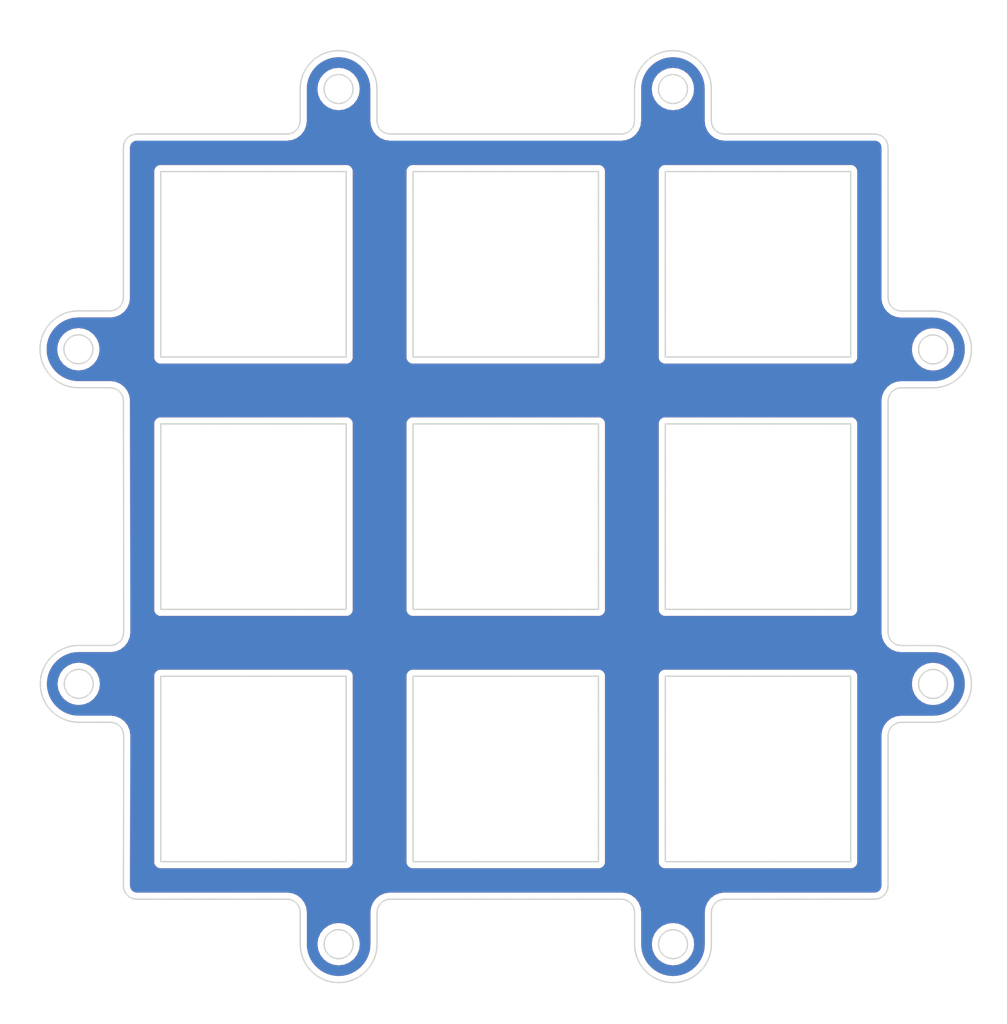
<source format=kicad_pcb>
(kicad_pcb (version 20240108) (generator "pcbnew") (generator_version "8.0")
  (layers (0 "F.Cu" signal) (31 "B.Cu" signal) (34 "B.Paste" user) (35 "F.Paste" user) (36 "B.SilkS" user "B.Silkscreen") (37 "F.SilkS" user "F.Silkscreen") (38 "B.Mask" user) (39 "F.Mask" user) (44 "Edge.Cuts" user))
  (net 0 "")
  (gr_line (start 114.71805 115.43) (end 114.45113 115.43) (stroke (width 0.1)) (layer "Edge.Cuts"))
  (gr_line (start 119.85347 92.7616) (end 119.85347 92.4628) (stroke (width 0.1)) (layer "Edge.Cuts"))
  (gr_line (start 171.95347 123.7109) (end 171.95347 124.009) (stroke (width 0.1)) (layer "Edge.Cuts"))
  (gr_line (start 157.95347 85.3146) (end 157.95347 85.0169) (stroke (width 0.1)) (layer "Edge.Cuts"))
  (gr_line (start 157.95347 118.3497) (end 157.95347 118.052) (stroke (width 0.1)) (layer "Edge.Cuts"))
  (gr_line (start 117.04089 128.2084) (end 117.04033 128.5064) (stroke (width 0.1)) (layer "Edge.Cuts"))
  (gr_line (start 133.85347 106.1507) (end 133.85347 106.4492) (stroke (width 0.1)) (layer "Edge.Cuts"))
  (gr_line (start 141.62067 134.5855) (end 141.91687 134.5855) (stroke (width 0.1)) (layer "Edge.Cuts"))
  (gr_line (start 157.95347 125.2028) (end 157.95347 124.905) (stroke (width 0.1)) (layer "Edge.Cuts"))
  (gr_line (start 157.95347 81.1427) (end 157.95347 80.8454) (stroke (width 0.1)) (layer "Edge.Cuts"))
  (gr_line (start 152.90347 120.7321) (end 152.90347 121.0303) (stroke (width 0.1)) (layer "Edge.Cuts"))
  (gr_line (start 170.79137 134.5848) (end 171.08947 134.5848) (stroke (width 0.1)) (layer "Edge.Cuts"))
  (gr_line (start 175.51507 90.1462) (end 175.27387 90.0462) (stroke (width 0.1)) (layer "Edge.Cuts"))
  (gr_line (start 117.02901 82.8991) (end 117.02901 83.1984) (stroke (width 0.1)) (layer "Edge.Cuts"))
  (gr_line (start 174.77397 103.1931) (end 174.77397 102.8974) (stroke (width 0.1)) (layer "Edge.Cuts"))
  (gr_line (start 119.85347 84.7193) (end 119.85347 84.4212) (stroke (width 0.1)) (layer "Edge.Cuts"))
  (gr_line (start 157.95347 121.0309) (end 157.95347 120.7329) (stroke (width 0.1)) (layer "Edge.Cuts"))
  (gr_line (start 124.32107 131.755) (end 124.02397 131.755) (stroke (width 0.1)) (layer "Edge.Cuts"))
  (gr_line (start 145.75577 93.655) (end 145.45787 93.655) (stroke (width 0.1)) (layer "Edge.Cuts"))
  (gr_line (start 152.90347 110.6211) (end 152.90347 110.9194) (stroke (width 0.1)) (layer "Edge.Cuts"))
  (gr_line (start 153.74117 76.82053) (end 153.44527 76.82053) (stroke (width 0.1)) (layer "Edge.Cuts"))
  (gr_line (start 133.85347 80.8473) (end 133.85347 81.1449) (stroke (width 0.1)) (layer "Edge.Cuts"))
  (gr_line (start 131.76957 98.705) (end 132.06787 98.705) (stroke (width 0.1)) (layer "Edge.Cuts"))
  (gr_line (start 149.92637 131.755) (end 149.62817 131.755) (stroke (width 0.1)) (layer "Edge.Cuts"))
  (gr_line (start 177.64417 90.18) (end 177.37677 90.18) (stroke (width 0.1)) (layer "Edge.Cuts"))
  (gr_line (start 138.90347 85.613) (end 138.90347 85.3146) (stroke (width 0.1)) (layer "Edge.Cuts"))
  (gr_line (start 133.85347 109.4291) (end 133.85347 109.7272) (stroke (width 0.1)) (layer "Edge.Cuts"))
  (gr_line (start 169.29397 76.82054) (end 168.99517 76.82054) (stroke (width 0.1)) (layer "Edge.Cuts"))
  (gr_line (start 145.45577 117.755) (end 145.75347 117.755) (stroke (width 0.1)) (layer "Edge.Cuts"))
  (gr_line (start 157.95347 112.1094) (end 157.95347 111.8116) (stroke (width 0.1)) (layer "Edge.Cuts"))
  (gr_line (start 122.53327 93.655) (end 122.23597 93.655) (stroke (width 0.1)) (layer "Edge.Cuts"))
  (gr_line (start 174.90777 121.7352) (end 175.06687 121.5281) (stroke (width 0.1)) (layer "Edge.Cuts"))
  (gr_line (start 114.60784 118.8801) (end 114.43285 119.1078) (stroke (width 0.1)) (layer "Edge.Cuts"))
  (gr_line (start 130.50757 138.8268) (end 130.60347 139.0947) (stroke (width 0.1)) (layer "Edge.Cuts"))
  (gr_line (start 147.24397 98.705) (end 147.54157 98.705) (stroke (width 0.1)) (layer "Edge.Cuts"))
  (gr_line (start 149.03157 79.655) (end 149.33027 79.655) (stroke (width 0.1)) (layer "Edge.Cuts"))
  (gr_line (start 160.03857 98.705) (end 160.33607 98.705) (stroke (width 0.1)) (layer "Edge.Cuts"))
  (gr_line (start 133.85347 127.5846) (end 133.85347 127.8831) (stroke (width 0.1)) (layer "Edge.Cuts"))
  (gr_line (start 117.02901 84.9904) (end 117.02901 85.2895) (stroke (width 0.1)) (layer "Edge.Cuts"))
  (gr_line (start 117.063 77.5611) (end 117.02902 77.8206) (stroke (width 0.1)) (layer "Edge.Cuts"))
  (gr_line (start 175.27327 115.3009) (end 175.06687 115.1423) (stroke (width 0.1)) (layer "Edge.Cuts"))
  (gr_line (start 178.95077 93.8578) (end 179.12557 93.6304) (stroke (width 0.1)) (layer "Edge.Cuts"))
  (gr_line (start 114.85472 121.23) (end 115.15405 121.23) (stroke (width 0.1)) (layer "Edge.Cuts"))
  (gr_line (start 136.47137 76.52766) (end 136.31257 76.3208) (stroke (width 0.1)) (layer "Edge.Cuts"))
  (gr_line (start 157.95347 102.2782) (end 157.95347 101.9809) (stroke (width 0.1)) (layer "Edge.Cuts"))
  (gr_line (start 119.85347 131.4578) (end 119.85347 131.1594) (stroke (width 0.1)) (layer "Edge.Cuts"))
  (gr_line (start 177.39517 119.113) (end 177.62257 119.2878) (stroke (width 0.1)) (layer "Edge.Cuts"))
  (gr_line (start 158.25047 112.705) (end 157.95347 112.705) (stroke (width 0.1)) (layer "Edge.Cuts"))
  (gr_line (start 171.95347 118.9473) (end 171.95347 119.2449) (stroke (width 0.1)) (layer "Edge.Cuts"))
  (gr_line (start 175.51547 115.4012) (end 175.27327 115.3009) (stroke (width 0.1)) (layer "Edge.Cuts"))
  (gr_line (start 144.86147 93.655) (end 144.56307 93.655) (stroke (width 0.1)) (layer "Edge.Cuts"))
  (gr_line (start 113.65504 117.23) (end 113.93982 117.2672) (stroke (width 0.1)) (layer "Edge.Cuts"))
  (gr_line (start 138.90347 129.075) (end 138.90347 128.7779) (stroke (width 0.1)) (layer "Edge.Cuts"))
  (gr_line (start 129.08807 93.655) (end 128.79047 93.655) (stroke (width 0.1)) (layer "Edge.Cuts"))
  (gr_line (start 166.59237 93.655) (end 166.29447 93.655) (stroke (width 0.1)) (layer "Edge.Cuts"))
  (gr_line (start 124.30527 134.5851) (end 124.60437 134.5851) (stroke (width 0.1)) (layer "Edge.Cuts"))
  (gr_line (start 165.10117 79.655) (end 165.39917 79.655) (stroke (width 0.1)) (layer "Edge.Cuts"))
  (gr_line (start 174.03237 76.85453) (end 173.77297 76.82055) (stroke (width 0.1)) (layer "Edge.Cuts"))
  (gr_line (start 141.90897 76.82054) (end 141.61247 76.82054) (stroke (width 0.1)) (layer "Edge.Cuts"))
  (gr_line (start 157.95347 112.4078) (end 157.95347 112.1094) (stroke (width 0.1)) (layer "Edge.Cuts"))
  (gr_line (start 117.02902 78.1183) (end 117.02902 78.4176) (stroke (width 0.1)) (layer "Edge.Cuts"))
  (gr_line (start 167.48597 117.755) (end 167.78307 117.755) (stroke (width 0.1)) (layer "Edge.Cuts"))
  (gr_line (start 157.58087 137.4341) (end 157.47087 137.6991) (stroke (width 0.1)) (layer "Edge.Cuts"))
  (gr_line (start 157.95347 99.2997) (end 157.95347 99.002) (stroke (width 0.1)) (layer "Edge.Cuts"))
  (gr_line (start 129.63657 76.78669) (end 129.37847 76.82055) (stroke (width 0.1)) (layer "Edge.Cuts"))
  (gr_line (start 168.38027 98.705) (end 168.67757 98.705) (stroke (width 0.1)) (layer "Edge.Cuts"))
  (gr_line (start 114.22897 95.97) (end 114.5287 95.97) (stroke (width 0.1)) (layer "Edge.Cuts"))
  (gr_line (start 171.95347 83.2283) (end 171.95347 83.5264) (stroke (width 0.1)) (layer "Edge.Cuts"))
  (gr_line (start 171.95347 124.9027) (end 171.95347 125.2007) (stroke (width 0.1)) (layer "Edge.Cuts"))
  (gr_line (start 168.67757 117.755) (end 168.97567 117.755) (stroke (width 0.1)) (layer "Edge.Cuts"))
  (gr_line (start 117.77017 76.85439) (end 117.52895 76.95437) (stroke (width 0.1)) (layer "Edge.Cuts"))
  (gr_line (start 119.85347 120.1375) (end 119.85347 119.8389) (stroke (width 0.1)) (layer "Edge.Cuts"))
  (gr_line (start 152.90347 82.9303) (end 152.90347 83.2283) (stroke (width 0.1)) (layer "Edge.Cuts"))
  (gr_line (start 130.59817 72.31235) (end 130.50227 72.58085) (stroke (width 0.1)) (layer "Edge.Cuts"))
  (gr_line (start 150.81837 93.655) (end 150.52097 93.655) (stroke (width 0.1)) (layer "Edge.Cuts"))
  (gr_line (start 138.90347 128.1818) (end 138.90347 127.8836) (stroke (width 0.1)) (layer "Edge.Cuts"))
  (gr_line (start 171.95347 126.0955) (end 171.95347 126.3931) (stroke (width 0.1)) (layer "Edge.Cuts"))
  (gr_line (start 171.95347 122.2226) (end 171.95347 122.5204) (stroke (width 0.1)) (layer "Edge.Cuts"))
  (gr_line (start 171.95347 87.697) (end 171.95347 87.9955) (stroke (width 0.1)) (layer "Edge.Cuts"))
  (gr_line (start 117.03978 104.3686) (end 117.04016 104.6638) (stroke (width 0.1)) (layer "Edge.Cuts"))
  (gr_line (start 174.77397 110.8835) (end 174.77397 110.5881) (stroke (width 0.1)) (layer "Edge.Cuts"))
  (gr_line (start 152.90347 120.1376) (end 152.90347 120.4351) (stroke (width 0.1)) (layer "Edge.Cuts"))
  (gr_line (start 174.77377 87.984) (end 174.77377 87.6842) (stroke (width 0.1)) (layer "Edge.Cuts"))
  (gr_line (start 159.30627 74.19937) (end 159.07887 74.37415) (stroke (width 0.1)) (layer "Edge.Cuts"))
  (gr_line (start 130.37847 75.22004) (end 130.37847 75.51998) (stroke (width 0.1)) (layer "Edge.Cuts"))
  (gr_line (start 158.25077 98.705) (end 158.54917 98.705) (stroke (width 0.1)) (layer "Edge.Cuts"))
  (gr_line (start 141.28607 98.705) (end 141.58357 98.705) (stroke (width 0.1)) (layer "Edge.Cuts"))
  (gr_line (start 155.62847 73.42152) (end 155.62847 73.7205) (stroke (width 0.1)) (layer "Edge.Cuts"))
  (gr_line (start 174.77357 126.7138) (end 174.77357 126.4148) (stroke (width 0.1)) (layer "Edge.Cuts"))
  (gr_line (start 174.77347 83.7974) (end 174.77347 83.4983) (stroke (width 0.1)) (layer "Edge.Cuts"))
  (gr_line (start 133.85347 129.6711) (end 133.85347 129.9694) (stroke (width 0.1)) (layer "Edge.Cuts"))
  (gr_line (start 113.65069 115.43) (end 113.36566 115.4439) (stroke (width 0.1)) (layer "Edge.Cuts"))
  (gr_line (start 163.01777 131.755) (end 162.71967 131.755) (stroke (width 0.1)) (layer "Edge.Cuts"))
  (gr_line (start 157.95347 99.002) (end 157.95347 98.705) (stroke (width 0.1)) (layer "Edge.Cuts"))
  (gr_line (start 151.41587 117.755) (end 151.71317 117.755) (stroke (width 0.1)) (layer "Edge.Cuts"))
  (gr_line (start 170.76317 79.655) (end 171.06147 79.655) (stroke (width 0.1)) (layer "Edge.Cuts"))
  (gr_line (start 138.90347 112.705) (end 138.90347 112.4078) (stroke (width 0.1)) (layer "Edge.Cuts"))
  (gr_line (start 133.85347 87.3992) (end 133.85347 87.697) (stroke (width 0.1)) (layer "Edge.Cuts"))
  (gr_line (start 114.96111 90.17) (end 114.69308 90.17) (stroke (width 0.1)) (layer "Edge.Cuts"))
  (gr_line (start 157.95347 123.1169) (end 157.95347 122.8193) (stroke (width 0.1)) (layer "Edge.Cuts"))
  (gr_line (start 147.54237 131.755) (end 147.24447 131.755) (stroke (width 0.1)) (layer "Edge.Cuts"))
  (gr_line (start 148.13807 131.755) (end 147.84047 131.755) (stroke (width 0.1)) (layer "Edge.Cuts"))
  (gr_line (start 164.80577 131.755) (end 164.50787 131.755) (stroke (width 0.1)) (layer "Edge.Cuts"))
  (gr_line (start 161.22877 117.755) (end 161.52677 117.755) (stroke (width 0.1)) (layer "Edge.Cuts"))
  (gr_line (start 117.03447 100.2259) (end 117.03485 100.5227) (stroke (width 0.1)) (layer "Edge.Cuts"))
  (gr_line (start 142.80457 134.5855) (end 143.09957 134.5855) (stroke (width 0.1)) (layer "Edge.Cuts"))
  (gr_line (start 152.27027 134.5855) (end 152.56477 134.5855) (stroke (width 0.1)) (layer "Edge.Cuts"))
  (gr_line (start 163.92047 76.82053) (end 163.62287 76.82053) (stroke (width 0.1)) (layer "Edge.Cuts"))
  (gr_line (start 138.90347 86.5073) (end 138.90347 86.2094) (stroke (width 0.1)) (layer "Edge.Cuts"))
  (gr_line (start 161.43347 136.9209) (end 161.43347 136.6529) (stroke (width 0.1)) (layer "Edge.Cuts"))
  (gr_line (start 152.30787 131.755) (end 152.01007 131.755) (stroke (width 0.1)) (layer "Edge.Cuts"))
  (gr_line (start 117.0364 130.5989) (end 117.03584 130.8974) (stroke (width 0.1)) (layer "Edge.Cuts"))
  (gr_line (start 133.82857 72.46877) (end 134.05637 72.64376) (stroke (width 0.1)) (layer "Edge.Cuts"))
  (gr_line (start 152.90347 84.718) (end 152.90347 85.0161) (stroke (width 0.1)) (layer "Edge.Cuts"))
  (gr_line (start 113.34466 92.0074) (end 113.63002 91.97) (stroke (width 0.1)) (layer "Edge.Cuts"))
  (gr_line (start 119.85347 126.692) (end 119.85347 126.3939) (stroke (width 0.1)) (layer "Edge.Cuts"))
  (gr_line (start 171.95347 82.6321) (end 171.95347 82.9303) (stroke (width 0.1)) (layer "Edge.Cuts"))
  (gr_line (start 121.93857 79.655) (end 122.23607 79.655) (stroke (width 0.1)) (layer "Edge.Cuts"))
  (gr_line (start 178.72337 117.3826) (end 178.45837 117.2726) (stroke (width 0.1)) (layer "Edge.Cuts"))
  (gr_line (start 148.73467 93.655) (end 148.43597 93.655) (stroke (width 0.1)) (layer "Edge.Cuts"))
  (gr_line (start 152.26347 76.82053) (end 151.96687 76.82053) (stroke (width 0.1)) (layer "Edge.Cuts"))
  (gr_line (start 179.78457 95.4914) (end 180.01277 95.3218) (stroke (width 0.1)) (layer "Edge.Cuts"))
  (gr_line (start 117.029 87.6774) (end 117.029 87.9751) (stroke (width 0.1)) (layer "Edge.Cuts"))
  (gr_line (start 119.85347 118.9454) (end 119.85347 118.6471) (stroke (width 0.1)) (layer "Edge.Cuts"))
  (gr_line (start 119.85347 87.6991) (end 119.85347 87.4011) (stroke (width 0.1)) (layer "Edge.Cuts"))
  (gr_line (start 152.90347 105.8527) (end 152.90347 106.1507) (stroke (width 0.1)) (layer "Edge.Cuts"))
  (gr_line (start 140.09577 98.705) (end 140.39337 98.705) (stroke (width 0.1)) (layer "Edge.Cuts"))
  (gr_line (start 132.36357 112.705) (end 132.06617 112.705) (stroke (width 0.1)) (layer "Edge.Cuts"))
  (gr_line (start 119.85347 112.705) (end 119.85347 112.4078) (stroke (width 0.1)) (layer "Edge.Cuts"))
  (gr_line (start 174.77397 114.4352) (end 174.77397 114.1396) (stroke (width 0.1)) (layer "Edge.Cuts"))
  (gr_line (start 117.04358 107.3269) (end 117.04396 107.6234) (stroke (width 0.1)) (layer "Edge.Cuts"))
  (gr_line (start 111.57735 91.0193) (end 111.38642 91.2303) (stroke (width 0.1)) (layer "Edge.Cuts"))
  (gr_line (start 138.90347 102.2782) (end 138.90347 101.9809) (stroke (width 0.1)) (layer "Edge.Cuts"))
  (gr_line (start 138.90347 103.4712) (end 138.90347 103.1725) (stroke (width 0.1)) (layer "Edge.Cuts"))
  (gr_line (start 133.85347 104.0661) (end 133.85347 104.364) (stroke (width 0.1)) (layer "Edge.Cuts"))
  (gr_line (start 152.90347 101.6821) (end 152.90347 101.9803) (stroke (width 0.1)) (layer "Edge.Cuts"))
  (gr_line (start 139.20047 131.755) (end 138.90347 131.755) (stroke (width 0.1)) (layer "Edge.Cuts"))
  (gr_line (start 159.73917 112.705) (end 159.44117 112.705) (stroke (width 0.1)) (layer "Edge.Cuts"))
  (gr_line (start 134.38347 137.9845) (end 134.34627 137.6997) (stroke (width 0.1)) (layer "Edge.Cuts"))
  (gr_line (start 163.31537 131.755) (end 163.01777 131.755) (stroke (width 0.1)) (layer "Edge.Cuts"))
  (gr_line (start 122.83067 117.755) (end 123.12877 117.755) (stroke (width 0.1)) (layer "Edge.Cuts"))
  (gr_line (start 129.08537 134.5854) (end 129.38337 134.5855) (stroke (width 0.1)) (layer "Edge.Cuts"))
  (gr_line (start 157.75067 72.64372) (end 157.97807 72.46894) (stroke (width 0.1)) (layer "Edge.Cuts"))
  (gr_line (start 152.90347 82.6321) (end 152.90347 82.9303) (stroke (width 0.1)) (layer "Edge.Cuts"))
  (gr_line (start 146.34747 76.82054) (end 146.05197 76.82054) (stroke (width 0.1)) (layer "Edge.Cuts"))
  (gr_line (start 169.27347 93.655) (end 168.97637 93.655) (stroke (width 0.1)) (layer "Edge.Cuts"))
  (gr_line (start 160.33597 112.705) (end 160.03737 112.705) (stroke (width 0.1)) (layer "Edge.Cuts"))
  (gr_line (start 119.85347 102.2782) (end 119.85347 101.9809) (stroke (width 0.1)) (layer "Edge.Cuts"))
  (gr_line (start 180.73137 119.702) (end 180.85327 119.4444) (stroke (width 0.1)) (layer "Edge.Cuts"))
  (gr_line (start 126.40577 79.655) (end 126.70347 79.655) (stroke (width 0.1)) (layer "Edge.Cuts"))
  (gr_line (start 117.029 88.2741) (end 117.029 88.5724) (stroke (width 0.1)) (layer "Edge.Cuts"))
  (gr_line (start 157.95347 104.663) (end 157.95347 104.3646) (stroke (width 0.1)) (layer "Edge.Cuts"))
  (gr_line (start 125.51247 117.755) (end 125.80937 117.755) (stroke (width 0.1)) (layer "Edge.Cuts"))
  (gr_line (start 138.90347 104.3646) (end 138.90347 104.0669) (stroke (width 0.1)) (layer "Edge.Cuts"))
  (gr_line (start 117.03067 97.2658) (end 117.03105 97.5624) (stroke (width 0.1)) (layer "Edge.Cuts"))
  (gr_line (start 129.37847 76.82055) (end 129.08077 76.82055) (stroke (width 0.1)) (layer "Edge.Cuts"))
  (gr_line (start 120.74687 117.755) (end 121.04577 117.755) (stroke (width 0.1)) (layer "Edge.Cuts"))
  (gr_line (start 152.90347 130.2674) (end 152.90347 130.5647) (stroke (width 0.1)) (layer "Edge.Cuts"))
  (gr_line (start 152.90347 81.4424) (end 152.90347 81.7401) (stroke (width 0.1)) (layer "Edge.Cuts"))
  (gr_line (start 110.78465 92.506) (end 110.74366 92.7863) (stroke (width 0.1)) (layer "Edge.Cuts"))
  (gr_line (start 142.47667 112.705) (end 142.17937 112.705) (stroke (width 0.1)) (layer "Edge.Cuts"))
  (gr_line (start 174.77317 79.0165) (end 174.77307 78.7173) (stroke (width 0.1)) (layer "Edge.Cuts"))
  (gr_line (start 117.02902 79.0155) (end 117.02902 79.3151) (stroke (width 0.1)) (layer "Edge.Cuts"))
  (gr_line (start 171.95347 125.2007) (end 171.95347 125.4992) (stroke (width 0.1)) (layer "Edge.Cuts"))
  (gr_line (start 133.85347 100.4924) (end 133.85347 100.7901) (stroke (width 0.1)) (layer "Edge.Cuts"))
  (gr_line (start 171.35787 112.705) (end 171.06007 112.705) (stroke (width 0.1)) (layer "Edge.Cuts"))
  (gr_line (start 112.55504 118.33) (end 112.59226 118.0453) (stroke (width 0.1)) (layer "Edge.Cuts"))
  (gr_line (start 149.33027 79.655) (end 149.62757 79.655) (stroke (width 0.1)) (layer "Edge.Cuts"))
  (gr_line (start 166.29397 79.655) (end 166.59157 79.655) (stroke (width 0.1)) (layer "Edge.Cuts"))
  (gr_line (start 171.95347 128.7772) (end 171.95347 129.0752) (stroke (width 0.1)) (layer "Edge.Cuts"))
  (gr_line (start 133.85347 124.009) (end 133.85347 124.3073) (stroke (width 0.1)) (layer "Edge.Cuts"))
  (gr_line (start 160.03857 79.655) (end 160.33607 79.655) (stroke (width 0.1)) (layer "Edge.Cuts"))
  (gr_line (start 133.85347 112.408) (end 133.85347 112.705) (stroke (width 0.1)) (layer "Edge.Cuts"))
  (gr_line (start 174.77317 131.4917) (end 174.77327 131.193) (stroke (width 0.1)) (layer "Edge.Cuts"))
  (gr_line (start 111.07069 91.7032) (end 110.94904 91.9608) (stroke (width 0.1)) (layer "Edge.Cuts"))
  (gr_line (start 171.95347 86.2073) (end 171.95347 86.505) (stroke (width 0.1)) (layer "Edge.Cuts"))
  (gr_line (start 174.77397 112.0695) (end 174.77397 111.7728) (stroke (width 0.1)) (layer "Edge.Cuts"))
  (gr_line (start 168.67757 98.705) (end 168.97567 98.705) (stroke (width 0.1)) (layer "Edge.Cuts"))
  (gr_line (start 158.24317 72.35892) (end 158.52847 72.32154) (stroke (width 0.1)) (layer "Edge.Cuts"))
  (gr_line (start 132.99377 74.48435) (end 132.72847 74.37437) (stroke (width 0.1)) (layer "Edge.Cuts"))
  (gr_line (start 128.18797 134.5854) (end 128.48707 134.5854) (stroke (width 0.1)) (layer "Edge.Cuts"))
  (gr_line (start 155.62847 75.22001) (end 155.62847 75.51996) (stroke (width 0.1)) (layer "Edge.Cuts"))
  (gr_line (start 127.00117 79.655) (end 127.29917 79.655) (stroke (width 0.1)) (layer "Edge.Cuts"))
  (gr_line (start 132.96007 131.755) (end 132.66127 131.755) (stroke (width 0.1)) (layer "Edge.Cuts"))
  (gr_line (start 155.63347 135.5855) (end 155.63347 135.8845) (stroke (width 0.1)) (layer "Edge.Cuts"))
  (gr_line (start 135.52527 139.8268) (end 135.69517 139.5984) (stroke (width 0.1)) (layer "Edge.Cuts"))
  (gr_line (start 142.50157 76.82054) (end 142.20527 76.82054) (stroke (width 0.1)) (layer "Edge.Cuts"))
  (gr_line (start 159.37577 140.7607) (end 159.64367 140.6651) (stroke (width 0.1)) (layer "Edge.Cuts"))
  (gr_line (start 153.14937 76.82053) (end 152.85437 76.82053) (stroke (width 0.1)) (layer "Edge.Cuts"))
  (gr_line (start 148.13807 93.655) (end 147.84047 93.655) (stroke (width 0.1)) (layer "Edge.Cuts"))
  (gr_line (start 173.17617 76.82055) (end 172.87727 76.82055) (stroke (width 0.1)) (layer "Edge.Cuts"))
  (gr_line (start 112.87722 119.1078) (end 112.70243 118.8804) (stroke (width 0.1)) (layer "Edge.Cuts"))
  (gr_line (start 119.22397 76.82055) (end 118.92497 76.82055) (stroke (width 0.1)) (layer "Edge.Cuts"))
  (gr_line (start 132.43617 70.64575) (end 132.16827 70.74164) (stroke (width 0.1)) (layer "Edge.Cuts"))
  (gr_line (start 132.66317 117.755) (end 132.96147 117.755) (stroke (width 0.1)) (layer "Edge.Cuts"))
  (gr_line (start 176.67267 95.98) (end 176.97377 95.98) (stroke (width 0.1)) (layer "Edge.Cuts"))
  (gr_line (start 130.37847 74.92063) (end 130.37847 75.22004) (stroke (width 0.1)) (layer "Edge.Cuts"))
  (gr_line (start 138.90347 107.3439) (end 138.90347 107.046) (stroke (width 0.1)) (layer "Edge.Cuts"))
  (gr_line (start 165.71857 134.5852) (end 166.01627 134.5852) (stroke (width 0.1)) (layer "Edge.Cuts"))
  (gr_line (start 158.54917 117.755) (end 158.84687 117.755) (stroke (width 0.1)) (layer "Edge.Cuts"))
  (gr_line (start 126.10747 79.655) (end 126.40577 79.655) (stroke (width 0.1)) (layer "Edge.Cuts"))
  (gr_line (start 165.69767 79.655) (end 165.99547 79.655) (stroke (width 0.1)) (layer "Edge.Cuts"))
  (gr_line (start 164.52447 134.5853) (end 164.82287 134.5853) (stroke (width 0.1)) (layer "Edge.Cuts"))
  (gr_line (start 133.85347 123.414) (end 133.85347 123.7109) (stroke (width 0.1)) (layer "Edge.Cuts"))
  (gr_line (start 179.54307 90.5217) (end 179.28577 90.3997) (stroke (width 0.1)) (layer "Edge.Cuts"))
  (gr_line (start 133.82887 74.37418) (end 133.56387 74.48419) (stroke (width 0.1)) (layer "Edge.Cuts"))
  (gr_line (start 150.78247 76.82053) (end 150.48727 76.82053) (stroke (width 0.1)) (layer "Edge.Cuts"))
  (gr_line (start 151.41357 112.705) (end 151.11617 112.705) (stroke (width 0.1)) (layer "Edge.Cuts"))
  (gr_line (start 143.96647 117.755) (end 144.26457 117.755) (stroke (width 0.1)) (layer "Edge.Cuts"))
  (gr_line (start 177.39517 92.3022) (end 177.22037 92.5296) (stroke (width 0.1)) (layer "Edge.Cuts"))
  (gr_line (start 138.90347 103.7693) (end 138.90347 103.4712) (stroke (width 0.1)) (layer "Edge.Cuts"))
  (gr_line (start 146.35127 93.655) (end 146.05347 93.655) (stroke (width 0.1)) (layer "Edge.Cuts"))
  (gr_line (start 171.95347 119.5424) (end 171.95347 119.8401) (stroke (width 0.1)) (layer "Edge.Cuts"))
  (gr_line (start 138.90347 99.2997) (end 138.90347 99.002) (stroke (width 0.1)) (layer "Edge.Cuts"))
  (gr_line (start 116.31189 115.3962) (end 116.05397 115.43) (stroke (width 0.1)) (layer "Edge.Cuts"))
  (gr_line (start 152.90347 110.9194) (end 152.90347 111.2174) (stroke (width 0.1)) (layer "Edge.Cuts"))
  (gr_line (start 123.72487 117.755) (end 124.02227 117.755) (stroke (width 0.1)) (layer "Edge.Cuts"))
  (gr_line (start 164.50577 98.705) (end 164.80347 98.705) (stroke (width 0.1)) (layer "Edge.Cuts"))
  (gr_line (start 133.85347 104.364) (end 133.85347 104.6609) (stroke (width 0.1)) (layer "Edge.Cuts"))
  (gr_line (start 138.90347 80.2497) (end 138.90347 79.952) (stroke (width 0.1)) (layer "Edge.Cuts"))
  (gr_line (start 130.57817 93.655) (end 130.28027 93.655) (stroke (width 0.1)) (layer "Edge.Cuts"))
  (gr_line (start 122.23607 117.755) (end 122.53357 117.755) (stroke (width 0.1)) (layer "Edge.Cuts"))
  (gr_line (start 133.85347 82.6321) (end 133.85347 82.9303) (stroke (width 0.1)) (layer "Edge.Cuts"))
  (gr_line (start 161.43347 135.8522) (end 161.43347 135.5855) (stroke (width 0.1)) (layer "Edge.Cuts"))
  (gr_line (start 158.84687 79.655) (end 159.14577 79.655) (stroke (width 0.1)) (layer "Edge.Cuts"))
  (gr_line (start 138.90347 87.6991) (end 138.90347 87.4011) (stroke (width 0.1)) (layer "Edge.Cuts"))
  (gr_line (start 117.0493 123.7252) (end 117.04873 124.0247) (stroke (width 0.1)) (layer "Edge.Cuts"))
  (gr_line (start 146.64387 76.82054) (end 146.34747 76.82054) (stroke (width 0.1)) (layer "Edge.Cuts"))
  (gr_line (start 139.49817 112.705) (end 139.20047 112.705) (stroke (width 0.1)) (layer "Edge.Cuts"))
  (gr_line (start 168.10517 134.585) (end 168.40397 134.585) (stroke (width 0.1)) (layer "Edge.Cuts"))
  (gr_line (start 171.95347 87.9955) (end 171.95347 88.2931) (stroke (width 0.1)) (layer "Edge.Cuts"))
  (gr_line (start 157.95347 111.5128) (end 157.95347 111.2151) (stroke (width 0.1)) (layer "Edge.Cuts"))
  (gr_line (start 119.85347 125.2028) (end 119.85347 124.905) (stroke (width 0.1)) (layer "Edge.Cuts"))
  (gr_line (start 161.22877 79.655) (end 161.52677 79.655) (stroke (width 0.1)) (layer "Edge.Cuts"))
  (gr_line (start 149.03157 117.755) (end 149.33027 117.755) (stroke (width 0.1)) (layer "Edge.Cuts"))
  (gr_line (start 121.34117 112.705) (end 121.04387 112.705) (stroke (width 0.1)) (layer "Edge.Cuts"))
  (gr_line (start 146.35127 112.705) (end 146.05347 112.705) (stroke (width 0.1)) (layer "Edge.Cuts"))
  (gr_line (start 148.73467 112.705) (end 148.43597 112.705) (stroke (width 0.1)) (layer "Edge.Cuts"))
  (gr_line (start 138.90347 81.4407) (end 138.90347 81.1427) (stroke (width 0.1)) (layer "Edge.Cuts"))
  (gr_line (start 157.95347 123.4146) (end 157.95347 123.1169) (stroke (width 0.1)) (layer "Edge.Cuts"))
  (gr_line (start 176.97377 121.2352) (end 177.27307 121.2352) (stroke (width 0.1)) (layer "Edge.Cuts"))
  (gr_line (start 174.77337 82.0039) (end 174.77337 81.7045) (stroke (width 0.1)) (layer "Edge.Cuts"))
  (gr_line (start 119.85347 104.9609) (end 119.85347 104.663) (stroke (width 0.1)) (layer "Edge.Cuts"))
  (gr_line (start 134.88947 71.00847) (end 134.64537 70.86223) (stroke (width 0.1)) (layer "Edge.Cuts"))
  (gr_line (start 157.16037 70.86385) (end 156.91697 71.01016) (stroke (width 0.1)) (layer "Edge.Cuts"))
  (gr_line (start 160.33607 117.755) (end 160.63357 117.755) (stroke (width 0.1)) (layer "Edge.Cuts"))
  (gr_line (start 157.95347 123.713) (end 157.95347 123.4146) (stroke (width 0.1)) (layer "Edge.Cuts"))
  (gr_line (start 150.22367 79.655) (end 150.52107 79.655) (stroke (width 0.1)) (layer "Edge.Cuts"))
  (gr_line (start 167.18737 98.705) (end 167.48597 98.705) (stroke (width 0.1)) (layer "Edge.Cuts"))
  (gr_line (start 152.90347 119.8401) (end 152.90347 120.1376) (stroke (width 0.1)) (layer "Edge.Cuts"))
  (gr_line (start 118.62667 76.82055) (end 118.32697 76.82055) (stroke (width 0.1)) (layer "Edge.Cuts"))
  (gr_line (start 140.09577 117.755) (end 140.39337 117.755) (stroke (width 0.1)) (layer "Edge.Cuts"))
  (gr_line (start 181.05917 118.0501) (end 181.01777 117.7685) (stroke (width 0.1)) (layer "Edge.Cuts"))
  (gr_line (start 119.85347 103.4712) (end 119.85347 103.1725) (stroke (width 0.1)) (layer "Edge.Cuts"))
  (gr_line (start 166.30737 76.82053) (end 166.00927 76.82053) (stroke (width 0.1)) (layer "Edge.Cuts"))
  (gr_line (start 154.33297 76.82053) (end 154.03647 76.82053) (stroke (width 0.1)) (layer "Edge.Cuts"))
  (gr_line (start 117.02901 86.1858) (end 117.029 86.4841) (stroke (width 0.1)) (layer "Edge.Cuts"))
  (gr_line (start 157.95347 129.075) (end 157.95347 128.7779) (stroke (width 0.1)) (layer "Edge.Cuts"))
  (gr_line (start 130.28027 117.755) (end 130.57757 117.755) (stroke (width 0.1)) (layer "Edge.Cuts"))
  (gr_line (start 123.12877 79.655) (end 123.42677 79.655) (stroke (width 0.1)) (layer "Edge.Cuts"))
  (gr_line (start 157.95347 127.8836) (end 157.95347 127.5862) (stroke (width 0.1)) (layer "Edge.Cuts"))
  (gr_line (start 141.58327 112.705) (end 141.28597 112.705) (stroke (width 0.1)) (layer "Edge.Cuts"))
  (gr_line (start 133.85347 118.3507) (end 133.85347 118.6484) (stroke (width 0.1)) (layer "Edge.Cuts"))
  (gr_line (start 171.95347 123.414) (end 171.95347 123.7109) (stroke (width 0.1)) (layer "Edge.Cuts"))
  (gr_line (start 117.05003 112.3602) (end 117.05041 112.655) (stroke (width 0.1)) (layer "Edge.Cuts"))
  (gr_line (start 141.58357 79.655) (end 141.88067 79.655) (stroke (width 0.1)) (layer "Edge.Cuts"))
  (gr_line (start 159.73917 131.755) (end 159.44117 131.755) (stroke (width 0.1)) (layer "Edge.Cuts"))
  (gr_line (start 133.85347 131.1604) (end 133.85347 131.458) (stroke (width 0.1)) (layer "Edge.Cuts"))
  (gr_line (start 157.68617 70.64573) (end 157.41827 70.74162) (stroke (width 0.1)) (layer "Edge.Cuts"))
  (gr_line (start 119.81977 76.82055) (end 119.52167 76.82055) (stroke (width 0.1)) (layer "Edge.Cuts"))
  (gr_line (start 178.17727 90.18) (end 177.91087 90.18) (stroke (width 0.1)) (layer "Edge.Cuts"))
  (gr_line (start 171.95347 121.3283) (end 171.95347 121.6264) (stroke (width 0.1)) (layer "Edge.Cuts"))
  (gr_line (start 159.48607 138.5349) (end 159.59607 138.2698) (stroke (width 0.1)) (layer "Edge.Cuts"))
  (gr_line (start 159.74087 79.655) (end 160.03857 79.655) (stroke (width 0.1)) (layer "Edge.Cuts"))
  (gr_line (start 143.96647 79.655) (end 144.26457 79.655) (stroke (width 0.1)) (layer "Edge.Cuts"))
  (gr_line (start 175.77397 90.18) (end 175.51507 90.1462) (stroke (width 0.1)) (layer "Edge.Cuts"))
  (gr_line (start 174.77327 130.8947) (end 174.77327 130.5961) (stroke (width 0.1)) (layer "Edge.Cuts"))
  (gr_line (start 176.84137 90.18) (end 176.57437 90.18) (stroke (width 0.1)) (layer "Edge.Cuts"))
  (gr_line (start 138.90347 92.4628) (end 138.90347 92.1651) (stroke (width 0.1)) (layer "Edge.Cuts"))
  (gr_line (start 130.87567 117.755) (end 131.17367 117.755) (stroke (width 0.1)) (layer "Edge.Cuts"))
  (gr_line (start 174.63917 77.32048) (end 174.48007 77.11344) (stroke (width 0.1)) (layer "Edge.Cuts"))
  (gr_line (start 123.42667 112.705) (end 123.12937 112.705) (stroke (width 0.1)) (layer "Edge.Cuts"))
  (gr_line (start 139.79687 117.755) (end 140.09577 117.755) (stroke (width 0.1)) (layer "Edge.Cuts"))
  (gr_line (start 145.16797 134.5855) (end 145.46447 134.5855) (stroke (width 0.1)) (layer "Edge.Cuts"))
  (gr_line (start 136.17847 74.21771) (end 136.17847 73.95101) (stroke (width 0.1)) (layer "Edge.Cuts"))
  (gr_line (start 133.85347 128.1818) (end 133.85347 128.4791) (stroke (width 0.1)) (layer "Edge.Cuts"))
  (gr_line (start 123.10967 134.585) (end 123.40917 134.585) (stroke (width 0.1)) (layer "Edge.Cuts"))
  (gr_line (start 152.90347 103.768) (end 152.90347 104.0661) (stroke (width 0.1)) (layer "Edge.Cuts"))
  (gr_line (start 120.44917 117.755) (end 120.74687 117.755) (stroke (width 0.1)) (layer "Edge.Cuts"))
  (gr_line (start 158.54917 98.705) (end 158.84687 98.705) (stroke (width 0.1)) (layer "Edge.Cuts"))
  (gr_line (start 157.95347 93.0594) (end 157.95347 92.7616) (stroke (width 0.1)) (layer "Edge.Cuts"))
  (gr_line (start 171.95347 104.959) (end 171.95347 105.2573) (stroke (width 0.1)) (layer "Edge.Cuts"))
  (gr_line (start 119.85347 112.4078) (end 119.85347 112.1094) (stroke (width 0.1)) (layer "Edge.Cuts"))
  (gr_line (start 152.90347 131.458) (end 152.90347 131.755) (stroke (width 0.1)) (layer "Edge.Cuts"))
  (gr_line (start 145.15747 98.705) (end 145.45577 98.705) (stroke (width 0.1)) (layer "Edge.Cuts"))
  (gr_line (start 142.20527 76.82054) (end 141.90897 76.82054) (stroke (width 0.1)) (layer "Edge.Cuts"))
  (gr_line (start 160.57917 71.36887) (end 160.36827 71.17794) (stroke (width 0.1)) (layer "Edge.Cuts"))
  (gr_line (start 133.85347 124.9027) (end 133.85347 125.2007) (stroke (width 0.1)) (layer "Edge.Cuts"))
  (gr_line (start 171.95347 129.3726) (end 171.95347 129.6711) (stroke (width 0.1)) (layer "Edge.Cuts"))
  (gr_line (start 166.01627 134.5852) (end 166.31477 134.5851) (stroke (width 0.1)) (layer "Edge.Cuts"))
  (gr_line (start 181.05917 92.795) (end 181.01777 92.5133) (stroke (width 0.1)) (layer "Edge.Cuts"))
  (gr_line (start 116.91892 114.9306) (end 116.76063 115.1371) (stroke (width 0.1)) (layer "Edge.Cuts"))
  (gr_line (start 152.90347 111.5147) (end 152.90347 111.8129) (stroke (width 0.1)) (layer "Edge.Cuts"))
  (gr_line (start 142.77547 112.705) (end 142.47667 112.705) (stroke (width 0.1)) (layer "Edge.Cuts"))
  (gr_line (start 117.0413 105.5515) (end 117.04168 105.8474) (stroke (width 0.1)) (layer "Edge.Cuts"))
  (gr_line (start 130.38337 135.5855) (end 130.38337 135.8845) (stroke (width 0.1)) (layer "Edge.Cuts"))
  (gr_line (start 135.52027 71.57919) (end 135.32917 71.3689) (stroke (width 0.1)) (layer "Edge.Cuts"))
  (gr_line (start 110.87833 117.4893) (end 110.80962 117.766) (stroke (width 0.1)) (layer "Edge.Cuts"))
  (gr_line (start 157.98307 138.9371) (end 158.24817 139.0471) (stroke (width 0.1)) (layer "Edge.Cuts"))
  (gr_line (start 152.90347 86.2073) (end 152.90347 86.505) (stroke (width 0.1)) (layer "Edge.Cuts"))
  (gr_line (start 136.16967 138.2725) (end 136.18337 137.9888) (stroke (width 0.1)) (layer "Edge.Cuts"))
  (gr_line (start 179.54107 95.6377) (end 179.78457 95.4914) (stroke (width 0.1)) (layer "Edge.Cuts"))
  (gr_line (start 165.10347 131.755) (end 164.80577 131.755) (stroke (width 0.1)) (layer "Edge.Cuts"))
  (gr_line (start 132.73307 138.9371) (end 132.99817 139.0471) (stroke (width 0.1)) (layer "Edge.Cuts"))
  (gr_line (start 138.90347 84.7193) (end 138.90347 84.4212) (stroke (width 0.1)) (layer "Edge.Cuts"))
  (gr_line (start 171.95347 110.0252) (end 171.95347 110.3226) (stroke (width 0.1)) (layer "Edge.Cuts"))
  (gr_line (start 117.04472 108.2152) (end 117.0451 108.5111) (stroke (width 0.1)) (layer "Edge.Cuts"))
  (gr_line (start 125.81147 112.705) (end 125.51307 112.705) (stroke (width 0.1)) (layer "Edge.Cuts"))
  (gr_line (start 133.85347 119.5424) (end 133.85347 119.8401) (stroke (width 0.1)) (layer "Edge.Cuts"))
  (gr_line (start 117.03029 96.97) (end 117.03067 97.2658) (stroke (width 0.1)) (layer "Edge.Cuts"))
  (gr_line (start 112.85221 92.2922) (end 113.07962 92.1174) (stroke (width 0.1)) (layer "Edge.Cuts"))
  (gr_line (start 117.02901 85.2895) (end 117.02901 85.5876) (stroke (width 0.1)) (layer "Edge.Cuts"))
  (gr_line (start 159.44337 79.655) (end 159.74087 79.655) (stroke (width 0.1)) (layer "Edge.Cuts"))
  (gr_line (start 168.38027 79.655) (end 168.67757 79.655) (stroke (width 0.1)) (layer "Edge.Cuts"))
  (gr_line (start 113.65504 119.43) (end 113.37027 119.3928) (stroke (width 0.1)) (layer "Edge.Cuts"))
  (gr_line (start 130.87637 112.705) (end 130.57817 112.705) (stroke (width 0.1)) (layer "Edge.Cuts"))
  (gr_line (start 133.85347 118.0523) (end 133.85347 118.3507) (stroke (width 0.1)) (layer "Edge.Cuts"))
  (gr_line (start 175.51597 96.0139) (end 175.77397 95.98) (stroke (width 0.1)) (layer "Edge.Cuts"))
  (gr_line (start 155.68887 138.5513) (end 155.75767 138.8268) (stroke (width 0.1)) (layer "Edge.Cuts"))
  (gr_line (start 143.07227 79.655) (end 143.37107 79.655) (stroke (width 0.1)) (layer "Edge.Cuts"))
  (gr_line (start 174.77337 81.7045) (end 174.77327 81.4061) (stroke (width 0.1)) (layer "Edge.Cuts"))
  (gr_line (start 159.36917 70.64487) (end 159.09257 70.57616) (stroke (width 0.1)) (layer "Edge.Cuts"))
  (gr_line (start 134.05637 72.64376) (end 134.23107 72.87117) (stroke (width 0.1)) (layer "Edge.Cuts"))
  (gr_line (start 119.85347 99.5971) (end 119.85347 99.2997) (stroke (width 0.1)) (layer "Edge.Cuts"))
  (gr_line (start 124.32107 98.705) (end 124.61887 98.705) (stroke (width 0.1)) (layer "Edge.Cuts"))
  (gr_line (start 157.95347 128.7779) (end 157.95347 128.4797) (stroke (width 0.1)) (layer "Edge.Cuts"))
  (gr_line (start 155.62847 75.82053) (end 155.59467 76.07941) (stroke (width 0.1)) (layer "Edge.Cuts"))
  (gr_line (start 157.95347 124.6073) (end 157.95347 124.3094) (stroke (width 0.1)) (layer "Edge.Cuts"))
  (gr_line (start 181.01817 93.6441) (end 181.05927 93.3638) (stroke (width 0.1)) (layer "Edge.Cuts"))
  (gr_line (start 133.85347 89.1875) (end 133.85347 89.4846) (stroke (width 0.1)) (layer "Edge.Cuts"))
  (gr_line (start 161.82487 79.655) (end 162.12227 79.655) (stroke (width 0.1)) (layer "Edge.Cuts"))
  (gr_line (start 130.43877 138.5513) (end 130.50757 138.8268) (stroke (width 0.1)) (layer "Edge.Cuts"))
  (gr_line (start 179.12577 92.53) (end 178.95077 92.3022) (stroke (width 0.1)) (layer "Edge.Cuts"))
  (gr_line (start 128.78557 134.5854) (end 129.08537 134.5854) (stroke (width 0.1)) (layer "Edge.Cuts"))
  (gr_line (start 119.85347 107.3439) (end 119.85347 107.046) (stroke (width 0.1)) (layer "Edge.Cuts"))
  (gr_line (start 163.90937 98.705) (end 164.20747 98.705) (stroke (width 0.1)) (layer "Edge.Cuts"))
  (gr_line (start 167.18807 112.705) (end 166.89047 112.705) (stroke (width 0.1)) (layer "Edge.Cuts"))
  (gr_line (start 113.62572 90.17) (end 113.34069 90.1839) (stroke (width 0.1)) (layer "Edge.Cuts"))
  (gr_line (start 133.25887 98.705) (end 133.55647 98.705) (stroke (width 0.1)) (layer "Edge.Cuts"))
  (gr_line (start 148.12647 134.5855) (end 148.42217 134.5855) (stroke (width 0.1)) (layer "Edge.Cuts"))
  (gr_line (start 152.90347 87.9955) (end 152.90347 88.2931) (stroke (width 0.1)) (layer "Edge.Cuts"))
  (gr_line (start 115.45346 121.23) (end 115.7534 121.23) (stroke (width 0.1)) (layer "Edge.Cuts"))
  (gr_line (start 117.03257 98.7452) (end 117.03295 99.0408) (stroke (width 0.1)) (layer "Edge.Cuts"))
  (gr_line (start 138.90347 84.1225) (end 138.90347 83.8255) (stroke (width 0.1)) (layer "Edge.Cuts"))
  (gr_line (start 112.51617 90.3901) (end 112.25861 90.5124) (stroke (width 0.1)) (layer "Edge.Cuts"))
  (gr_line (start 165.40127 112.705) (end 165.10347 112.705) (stroke (width 0.1)) (layer "Edge.Cuts"))
  (gr_line (start 113.36968 117.2674) (end 113.65504 117.23) (stroke (width 0.1)) (layer "Edge.Cuts"))
  (gr_line (start 148.73307 98.705) (end 149.03157 98.705) (stroke (width 0.1)) (layer "Edge.Cuts"))
  (gr_line (start 159.74087 117.755) (end 160.03857 117.755) (stroke (width 0.1)) (layer "Edge.Cuts"))
  (gr_line (start 141.31787 76.82055) (end 141.02197 76.82055) (stroke (width 0.1)) (layer "Edge.Cuts"))
  (gr_line (start 152.90347 130.5647) (end 152.90347 130.8629) (stroke (width 0.1)) (layer "Edge.Cuts"))
  (gr_line (start 161.52677 98.705) (end 161.82487 98.705) (stroke (width 0.1)) (layer "Edge.Cuts"))
  (gr_line (start 152.90347 110.0252) (end 152.90347 110.3226) (stroke (width 0.1)) (layer "Edge.Cuts"))
  (gr_line (start 130.37847 74.32024) (end 130.37847 74.6213) (stroke (width 0.1)) (layer "Edge.Cuts"))
  (gr_line (start 133.85347 98.705) (end 133.85347 99.0023) (stroke (width 0.1)) (layer "Edge.Cuts"))
  (gr_line (start 174.77337 128.8047) (end 174.77347 128.5061) (stroke (width 0.1)) (layer "Edge.Cuts"))
  (gr_line (start 152.90347 129.9694) (end 152.90347 130.2674) (stroke (width 0.1)) (layer "Edge.Cuts"))
  (gr_line (start 119.85347 127.2875) (end 119.85347 126.9896) (stroke (width 0.1)) (layer "Edge.Cuts"))
  (gr_line (start 116.7361 89.8771) (end 116.52937 90.036) (stroke (width 0.1)) (layer "Edge.Cuts"))
  (gr_line (start 158.54817 112.705) (end 158.25047 112.705) (stroke (width 0.1)) (layer "Edge.Cuts"))
  (gr_line (start 174.77387 88.5824) (end 174.77387 88.2831) (stroke (width 0.1)) (layer "Edge.Cuts"))
  (gr_line (start 152.90347 128.1818) (end 152.90347 128.4791) (stroke (width 0.1)) (layer "Edge.Cuts"))
  (gr_line (start 165.99757 112.705) (end 165.69957 112.705) (stroke (width 0.1)) (layer "Edge.Cuts"))
  (gr_line (start 170.49207 134.5848) (end 170.79137 134.5848) (stroke (width 0.1)) (layer "Edge.Cuts"))
  (gr_line (start 151.71127 112.705) (end 151.41357 112.705) (stroke (width 0.1)) (layer "Edge.Cuts"))
  (gr_line (start 116.05397 115.43) (end 115.78759 115.43) (stroke (width 0.1)) (layer "Edge.Cuts"))
  (gr_line (start 179.78457 120.7466) (end 180.01277 120.577) (stroke (width 0.1)) (layer "Edge.Cuts"))
  (gr_line (start 122.23607 79.655) (end 122.53357 79.655) (stroke (width 0.1)) (layer "Edge.Cuts"))
  (gr_line (start 171.06147 98.705) (end 171.35887 98.705) (stroke (width 0.1)) (layer "Edge.Cuts"))
  (gr_line (start 171.95347 107.3431) (end 171.95347 107.6408) (stroke (width 0.1)) (layer "Edge.Cuts"))
  (gr_line (start 125.51307 112.705) (end 125.21537 112.705) (stroke (width 0.1)) (layer "Edge.Cuts"))
  (gr_line (start 133.85347 108.8331) (end 133.85347 109.1318) (stroke (width 0.1)) (layer "Edge.Cuts"))
  (gr_line (start 117.03599 101.4098) (end 117.03637 101.7062) (stroke (width 0.1)) (layer "Edge.Cuts"))
  (gr_line (start 130.34447 76.07909) (end 130.24417 76.32125) (stroke (width 0.1)) (layer "Edge.Cuts"))
  (gr_line (start 121.34117 131.755) (end 121.04387 131.755) (stroke (width 0.1)) (layer "Edge.Cuts"))
  (gr_line (start 166.59237 112.705) (end 166.29447 112.705) (stroke (width 0.1)) (layer "Edge.Cuts"))
  (gr_line (start 169.59177 76.82054) (end 169.29397 76.82054) (stroke (width 0.1)) (layer "Edge.Cuts"))
  (gr_line (start 159.73917 93.655) (end 159.44117 93.655) (stroke (width 0.1)) (layer "Edge.Cuts"))
  (gr_line (start 171.35887 79.655) (end 171.65647 79.655) (stroke (width 0.1)) (layer "Edge.Cuts"))
  (gr_line (start 119.85347 90.0818) (end 119.85347 89.7836) (stroke (width 0.1)) (layer "Edge.Cuts"))
  (gr_line (start 165.69767 98.705) (end 165.99547 98.705) (stroke (width 0.1)) (layer "Edge.Cuts"))
  (gr_line (start 128.49237 131.755) (end 128.19447 131.755) (stroke (width 0.1)) (layer "Edge.Cuts"))
  (gr_line (start 112.7893 95.8463) (end 113.06595 95.9152) (stroke (width 0.1)) (layer "Edge.Cuts"))
  (gr_line (start 171.98377 134.5847) (end 172.28167 134.5847) (stroke (width 0.1)) (layer "Edge.Cuts"))
  (gr_line (start 157.95347 104.3646) (end 157.95347 104.0669) (stroke (width 0.1)) (layer "Edge.Cuts"))
  (gr_line (start 155.64737 138.2696) (end 155.68887 138.5513) (stroke (width 0.1)) (layer "Edge.Cuts"))
  (gr_line (start 138.90347 79.655) (end 139.20077 79.655) (stroke (width 0.1)) (layer "Edge.Cuts"))
  (gr_line (start 152.90347 106.4492) (end 152.90347 106.747) (stroke (width 0.1)) (layer "Edge.Cuts"))
  (gr_line (start 119.85347 108.8336) (end 119.85347 108.5362) (stroke (width 0.1)) (layer "Edge.Cuts"))
  (gr_line (start 152.90347 99.3007) (end 152.90347 99.5984) (stroke (width 0.1)) (layer "Edge.Cuts"))
  (gr_line (start 174.77397 106.1517) (end 174.77397 105.8561) (stroke (width 0.1)) (layer "Edge.Cuts"))
  (gr_line (start 159.14577 117.755) (end 159.44337 117.755) (stroke (width 0.1)) (layer "Edge.Cuts"))
  (gr_line (start 150.81957 79.655) (end 151.11787 79.655) (stroke (width 0.1)) (layer "Edge.Cuts"))
  (gr_line (start 133.85347 99.3007) (end 133.85347 99.5984) (stroke (width 0.1)) (layer "Edge.Cuts"))
  (gr_line (start 149.01357 134.5855) (end 149.31037 134.5855) (stroke (width 0.1)) (layer "Edge.Cuts"))
  (gr_line (start 113.36566 115.4439) (end 113.0841 115.4854) (stroke (width 0.1)) (layer "Edge.Cuts"))
  (gr_line (start 133.85347 85.6109) (end 133.85347 85.909) (stroke (width 0.1)) (layer "Edge.Cuts"))
  (gr_line (start 174.77397 99.3439) (end 174.77397 99.0493) (stroke (width 0.1)) (layer "Edge.Cuts"))
  (gr_line (start 174.77337 82.6017) (end 174.77337 82.3032) (stroke (width 0.1)) (layer "Edge.Cuts"))
  (gr_line (start 133.85347 103.4704) (end 133.85347 103.768) (stroke (width 0.1)) (layer "Edge.Cuts"))
  (gr_line (start 138.90347 122.8193) (end 138.90347 122.5212) (stroke (width 0.1)) (layer "Edge.Cuts"))
  (gr_line (start 138.90347 131.755) (end 138.90347 131.4578) (stroke (width 0.1)) (layer "Edge.Cuts"))
  (gr_line (start 132.66127 112.705) (end 132.36357 112.705) (stroke (width 0.1)) (layer "Edge.Cuts"))
  (gr_line (start 149.62757 79.655) (end 149.92567 79.655) (stroke (width 0.1)) (layer "Edge.Cuts"))
  (gr_line (start 119.85347 131.755) (end 119.85347 131.4578) (stroke (width 0.1)) (layer "Edge.Cuts"))
  (gr_line (start 168.39747 76.82054) (end 168.09877 76.82054) (stroke (width 0.1)) (layer "Edge.Cuts"))
  (gr_line (start 174.77357 84.6951) (end 174.77357 84.3959) (stroke (width 0.1)) (layer "Edge.Cuts"))
  (gr_line (start 136.17847 73.41727) (end 136.16467 73.13224) (stroke (width 0.1)) (layer "Edge.Cuts"))
  (gr_line (start 168.69667 76.82054) (end 168.39747 76.82054) (stroke (width 0.1)) (layer "Edge.Cuts"))
  (gr_line (start 114.5287 95.97) (end 114.82975 95.97) (stroke (width 0.1)) (layer "Edge.Cuts"))
  (gr_line (start 130.08557 76.52766) (end 129.87877 76.68643) (stroke (width 0.1)) (layer "Edge.Cuts"))
  (gr_line (start 180.73157 116.9671) (end 180.58567 116.7237) (stroke (width 0.1)) (layer "Edge.Cuts"))
  (gr_line (start 119.85347 104.0669) (end 119.85347 103.7693) (stroke (width 0.1)) (layer "Edge.Cuts"))
  (gr_line (start 129.68467 112.705) (end 129.38597 112.705) (stroke (width 0.1)) (layer "Edge.Cuts"))
  (gr_line (start 157.95347 91.8677) (end 157.95347 91.5699) (stroke (width 0.1)) (layer "Edge.Cuts"))
  (gr_line (start 128.48237 76.82055) (end 128.18357 76.82055) (stroke (width 0.1)) (layer "Edge.Cuts"))
  (gr_line (start 174.77367 86.7864) (end 174.77367 86.4878) (stroke (width 0.1)) (layer "Edge.Cuts"))
  (gr_line (start 152.90347 123.1161) (end 152.90347 123.414) (stroke (width 0.1)) (layer "Edge.Cuts"))
  (gr_line (start 174.77347 127.311) (end 174.77357 127.0121) (stroke (width 0.1)) (layer "Edge.Cuts"))
  (gr_line (start 142.47677 117.755) (end 142.77487 117.755) (stroke (width 0.1)) (layer "Edge.Cuts"))
  (gr_line (start 134.12567 140.7607) (end 134.39357 140.6651) (stroke (width 0.1)) (layer "Edge.Cuts"))
  (gr_line (start 133.85347 93.0604) (end 133.85347 93.358) (stroke (width 0.1)) (layer "Edge.Cuts"))
  (gr_line (start 172.27907 76.82055) (end 171.97987 76.82055) (stroke (width 0.1)) (layer "Edge.Cuts"))
  (gr_line (start 127.29917 117.755) (end 127.59767 117.755) (stroke (width 0.1)) (layer "Edge.Cuts"))
  (gr_line (start 176.37297 95.98) (end 176.67267 95.98) (stroke (width 0.1)) (layer "Edge.Cuts"))
  (gr_line (start 171.95347 109.1318) (end 171.95347 109.4291) (stroke (width 0.1)) (layer "Edge.Cuts"))
  (gr_line (start 167.78307 117.755) (end 168.08157 117.755) (stroke (width 0.1)) (layer "Edge.Cuts"))
  (gr_line (start 174.80777 121.9763) (end 174.90777 121.7352) (stroke (width 0.1)) (layer "Edge.Cuts"))
  (gr_line (start 117.05098 122.8274) (end 117.05042 123.1265) (stroke (width 0.1)) (layer "Edge.Cuts"))
  (gr_line (start 122.83067 98.705) (end 123.12877 98.705) (stroke (width 0.1)) (layer "Edge.Cuts"))
  (gr_line (start 143.07397 131.755) (end 142.77547 131.755) (stroke (width 0.1)) (layer "Edge.Cuts"))
  (gr_line (start 152.90347 127.5846) (end 152.90347 127.8831) (stroke (width 0.1)) (layer "Edge.Cuts"))
  (gr_line (start 117.04928 111.7699) (end 117.04966 112.0655) (stroke (width 0.1)) (layer "Edge.Cuts"))
  (gr_line (start 138.90347 122.5212) (end 138.90347 122.2225) (stroke (width 0.1)) (layer "Edge.Cuts"))
  (gr_line (start 117.03523 100.8183) (end 117.03561 101.1136) (stroke (width 0.1)) (layer "Edge.Cuts"))
  (gr_line (start 138.90347 131.1594) (end 138.90347 130.8616) (stroke (width 0.1)) (layer "Edge.Cuts"))
  (gr_line (start 170.16787 79.655) (end 170.46587 79.655) (stroke (width 0.1)) (layer "Edge.Cuts"))
  (gr_line (start 174.77327 129.9986) (end 174.77337 129.6999) (stroke (width 0.1)) (layer "Edge.Cuts"))
  (gr_line (start 157.95347 127.5862) (end 157.95347 127.2875) (stroke (width 0.1)) (layer "Edge.Cuts"))
  (gr_line (start 133.85347 119.8401) (end 133.85347 120.1376) (stroke (width 0.1)) (layer "Edge.Cuts"))
  (gr_line (start 171.68107 76.82055) (end 171.38247 76.82055) (stroke (width 0.1)) (layer "Edge.Cuts"))
  (gr_line (start 119.85347 87.4011) (end 119.85347 87.1028) (stroke (width 0.1)) (layer "Edge.Cuts"))
  (gr_line (start 158.81387 74.48417) (end 158.52847 74.52154) (stroke (width 0.1)) (layer "Edge.Cuts"))
  (gr_line (start 168.97567 98.705) (end 169.27367 98.705) (stroke (width 0.1)) (layer "Edge.Cuts"))
  (gr_line (start 171.65627 93.655) (end 171.35787 93.655) (stroke (width 0.1)) (layer "Edge.Cuts"))
  (gr_line (start 133.85347 117.755) (end 133.85347 118.0523) (stroke (width 0.1)) (layer "Edge.Cuts"))
  (gr_line (start 131.76837 93.655) (end 131.47097 93.655) (stroke (width 0.1)) (layer "Edge.Cuts"))
  (gr_line (start 154.04197 134.5855) (end 154.33737 134.5855) (stroke (width 0.1)) (layer "Edge.Cuts"))
  (gr_line (start 157.95347 108.8336) (end 157.95347 108.5362) (stroke (width 0.1)) (layer "Edge.Cuts"))
  (gr_line (start 176.97377 95.98) (end 177.27307 95.98) (stroke (width 0.1)) (layer "Edge.Cuts"))
  (gr_line (start 163.01647 117.755) (end 163.31457 117.755) (stroke (width 0.1)) (layer "Edge.Cuts"))
  (gr_line (start 178.95077 119.113) (end 179.12557 118.8856) (stroke (width 0.1)) (layer "Edge.Cuts"))
  (gr_line (start 152.90347 83.8238) (end 152.90347 84.1226) (stroke (width 0.1)) (layer "Edge.Cuts"))
  (gr_line (start 152.90347 90.6772) (end 152.90347 90.9752) (stroke (width 0.1)) (layer "Edge.Cuts"))
  (gr_line (start 155.63347 136.4842) (end 155.63347 136.7853) (stroke (width 0.1)) (layer "Edge.Cuts"))
  (gr_line (start 138.90347 124.3094) (end 138.90347 124.0109) (stroke (width 0.1)) (layer "Edge.Cuts"))
  (gr_line (start 119.85347 86.2094) (end 119.85347 85.9109) (stroke (width 0.1)) (layer "Edge.Cuts"))
  (gr_line (start 157.95347 82.0375) (end 157.95347 81.7389) (stroke (width 0.1)) (layer "Edge.Cuts"))
  (gr_line (start 130.57757 117.755) (end 130.87567 117.755) (stroke (width 0.1)) (layer "Edge.Cuts"))
  (gr_line (start 124.90277 134.5851) (end 125.20187 134.5851) (stroke (width 0.1)) (layer "Edge.Cuts"))
  (gr_line (start 169.86837 93.655) (end 169.57097 93.655) (stroke (width 0.1)) (layer "Edge.Cuts"))
  (gr_line (start 117.0308 133.5845) (end 117.06433 133.843) (stroke (width 0.1)) (layer "Edge.Cuts"))
  (gr_line (start 140.14067 134.5855) (end 140.43737 134.5855) (stroke (width 0.1)) (layer "Edge.Cuts"))
  (gr_line (start 159.44337 117.755) (end 159.74087 117.755) (stroke (width 0.1)) (layer "Edge.Cuts"))
  (gr_line (start 130.57817 131.755) (end 130.28027 131.755) (stroke (width 0.1)) (layer "Edge.Cuts"))
  (gr_line (start 174.77397 99.6394) (end 174.77397 99.3439) (stroke (width 0.1)) (layer "Edge.Cuts"))
  (gr_line (start 161.42847 75.28742) (end 161.42847 75.02008) (stroke (width 0.1)) (layer "Edge.Cuts"))
  (gr_line (start 136.31727 135.0855) (end 136.47627 134.8784) (stroke (width 0.1)) (layer "Edge.Cuts"))
  (gr_line (start 143.39587 134.5855) (end 143.69097 134.5855) (stroke (width 0.1)) (layer "Edge.Cuts"))
  (gr_line (start 147.53437 134.5855) (end 147.83067 134.5855) (stroke (width 0.1)) (layer "Edge.Cuts"))
  (gr_line (start 133.85347 93.655) (end 133.55627 93.655) (stroke (width 0.1)) (layer "Edge.Cuts"))
  (gr_line (start 125.81147 93.655) (end 125.51307 93.655) (stroke (width 0.1)) (layer "Edge.Cuts"))
  (gr_line (start 119.85347 83.2282) (end 119.85347 82.9309) (stroke (width 0.1)) (layer "Edge.Cuts"))
  (gr_line (start 122.21377 134.5849) (end 122.51187 134.5849) (stroke (width 0.1)) (layer "Edge.Cuts"))
  (gr_line (start 116.52934 96.1038) (end 116.73657 96.2629) (stroke (width 0.1)) (layer "Edge.Cuts"))
  (gr_line (start 138.90347 81.1427) (end 138.90347 80.8454) (stroke (width 0.1)) (layer "Edge.Cuts"))
  (gr_line (start 133.85347 87.697) (end 133.85347 87.9955) (stroke (width 0.1)) (layer "Edge.Cuts"))
  (gr_line (start 138.90347 89.7836) (end 138.90347 89.4862) (stroke (width 0.1)) (layer "Edge.Cuts"))
  (gr_line (start 126.40577 117.755) (end 126.70347 117.755) (stroke (width 0.1)) (layer "Edge.Cuts"))
  (gr_line (start 147.83927 79.655) (end 148.13737 79.655) (stroke (width 0.1)) (layer "Edge.Cuts"))
  (gr_line (start 140.68917 93.655) (end 140.39117 93.655) (stroke (width 0.1)) (layer "Edge.Cuts"))
  (gr_line (start 116.05397 121.23) (end 116.31233 121.264) (stroke (width 0.1)) (layer "Edge.Cuts"))
  (gr_line (start 157.95347 110.9177) (end 157.95347 110.6199) (stroke (width 0.1)) (layer "Edge.Cuts"))
  (gr_line (start 152.85937 134.5855) (end 153.15567 134.5855) (stroke (width 0.1)) (layer "Edge.Cuts"))
  (gr_line (start 138.90347 100.7889) (end 138.90347 100.4907) (stroke (width 0.1)) (layer "Edge.Cuts"))
  (gr_line (start 165.11327 76.82053) (end 164.81437 76.82053) (stroke (width 0.1)) (layer "Edge.Cuts"))
  (gr_line (start 168.97637 131.755) (end 168.67817 131.755) (stroke (width 0.1)) (layer "Edge.Cuts"))
  (gr_line (start 134.38767 70.74058) (end 134.11917 70.6449) (stroke (width 0.1)) (layer "Edge.Cuts"))
  (gr_line (start 133.85347 123.1161) (end 133.85347 123.414) (stroke (width 0.1)) (layer "Edge.Cuts"))
  (gr_line (start 146.94757 131.755) (end 146.64957 131.755) (stroke (width 0.1)) (layer "Edge.Cuts"))
  (gr_line (start 154.33737 134.5855) (end 154.63337 134.5855) (stroke (width 0.1)) (layer "Edge.Cuts"))
  (gr_line (start 119.85347 83.527) (end 119.85347 83.2282) (stroke (width 0.1)) (layer "Edge.Cuts"))
  (gr_line (start 138.65617 76.82055) (end 138.36067 76.82055) (stroke (width 0.1)) (layer "Edge.Cuts"))
  (gr_line (start 123.42667 93.655) (end 123.12937 93.655) (stroke (width 0.1)) (layer "Edge.Cuts"))
  (gr_line (start 155.13407 134.7199) (end 155.34047 134.8784) (stroke (width 0.1)) (layer "Edge.Cuts"))
  (gr_line (start 119.85347 102.577) (end 119.85347 102.2782) (stroke (width 0.1)) (layer "Edge.Cuts"))
  (gr_line (start 119.85347 99.002) (end 119.85347 98.705) (stroke (width 0.1)) (layer "Edge.Cuts"))
  (gr_line (start 165.40127 93.655) (end 165.10347 93.655) (stroke (width 0.1)) (layer "Edge.Cuts"))
  (gr_line (start 143.07227 117.755) (end 143.37107 117.755) (stroke (width 0.1)) (layer "Edge.Cuts"))
  (gr_line (start 126.10747 117.755) (end 126.40577 117.755) (stroke (width 0.1)) (layer "Edge.Cuts"))
  (gr_line (start 117.047 109.9935) (end 117.04738 110.2883) (stroke (width 0.1)) (layer "Edge.Cuts"))
  (gr_line (start 168.08157 117.755) (end 168.38027 117.755) (stroke (width 0.1)) (layer "Edge.Cuts"))
  (gr_line (start 138.90347 89.4862) (end 138.90347 89.1875) (stroke (width 0.1)) (layer "Edge.Cuts"))
  (gr_line (start 152.55897 76.82053) (end 152.26347 76.82053) (stroke (width 0.1)) (layer "Edge.Cuts"))
  (gr_line (start 129.98157 79.655) (end 130.28027 79.655) (stroke (width 0.1)) (layer "Edge.Cuts"))
  (gr_line (start 138.90347 87.1028) (end 138.90347 86.805) (stroke (width 0.1)) (layer "Edge.Cuts"))
  (gr_line (start 133.85347 81.7401) (end 133.85347 82.0376) (stroke (width 0.1)) (layer "Edge.Cuts"))
  (gr_line (start 117.03304 132.3891) (end 117.03248 132.6882) (stroke (width 0.1)) (layer "Edge.Cuts"))
  (gr_line (start 152.90347 84.4204) (end 152.90347 84.718) (stroke (width 0.1)) (layer "Edge.Cuts"))
  (gr_line (start 138.90347 85.3146) (end 138.90347 85.0169) (stroke (width 0.1)) (layer "Edge.Cuts"))
  (gr_line (start 157.95347 119.2427) (end 157.95347 118.9454) (stroke (width 0.1)) (layer "Edge.Cuts"))
  (gr_line (start 174.77307 78.4187) (end 174.77307 78.1187) (stroke (width 0.1)) (layer "Edge.Cuts"))
  (gr_line (start 112.87723 117.5522) (end 113.10464 117.3774) (stroke (width 0.1)) (layer "Edge.Cuts"))
  (gr_line (start 138.90347 87.996) (end 138.90347 87.6991) (stroke (width 0.1)) (layer "Edge.Cuts"))
  (gr_line (start 133.85347 90.9752) (end 133.85347 91.2726) (stroke (width 0.1)) (layer "Edge.Cuts"))
  (gr_line (start 130.87207 139.5961) (end 131.04167 139.8243) (stroke (width 0.1)) (layer "Edge.Cuts"))
  (gr_line (start 117.05231 114.1338) (end 117.05269 114.43) (stroke (width 0.1)) (layer "Edge.Cuts"))
  (gr_line (start 146.34917 117.755) (end 146.64767 117.755) (stroke (width 0.1)) (layer "Edge.Cuts"))
  (gr_line (start 157.75567 138.7623) (end 157.98307 138.9371) (stroke (width 0.1)) (layer "Edge.Cuts"))
  (gr_line (start 158.24817 139.0471) (end 158.53347 139.0845) (stroke (width 0.1)) (layer "Edge.Cuts"))
  (gr_line (start 157.95347 125.5011) (end 157.95347 125.2028) (stroke (width 0.1)) (layer "Edge.Cuts"))
  (gr_line (start 160.37327 140.228) (end 160.58397 140.0374) (stroke (width 0.1)) (layer "Edge.Cuts"))
  (gr_line (start 136.18337 136.9209) (end 136.18337 136.6529) (stroke (width 0.1)) (layer "Edge.Cuts"))
  (gr_line (start 171.95347 85.909) (end 171.95347 86.2073) (stroke (width 0.1)) (layer "Edge.Cuts"))
  (gr_line (start 134.23607 138.5349) (end 134.34617 138.2699) (stroke (width 0.1)) (layer "Edge.Cuts"))
  (gr_line (start 160.93137 112.705) (end 160.63327 112.705) (stroke (width 0.1)) (layer "Edge.Cuts"))
  (gr_line (start 129.68467 93.655) (end 129.38597 93.655) (stroke (width 0.1)) (layer "Edge.Cuts"))
  (gr_line (start 141.28597 93.655) (end 140.98737 93.655) (stroke (width 0.1)) (layer "Edge.Cuts"))
  (gr_line (start 138.90347 109.4297) (end 138.90347 109.1318) (stroke (width 0.1)) (layer "Edge.Cuts"))
  (gr_line (start 124.91647 117.755) (end 125.21457 117.755) (stroke (width 0.1)) (layer "Edge.Cuts"))
  (gr_line (start 151.11787 117.755) (end 151.41587 117.755) (stroke (width 0.1)) (layer "Edge.Cuts"))
  (gr_line (start 131.76837 131.755) (end 131.47097 131.755) (stroke (width 0.1)) (layer "Edge.Cuts"))
  (gr_line (start 164.50577 79.655) (end 164.80347 79.655) (stroke (width 0.1)) (layer "Edge.Cuts"))
  (gr_line (start 134.23627 137.4344) (end 134.06127 137.2067) (stroke (width 0.1)) (layer "Edge.Cuts"))
  (gr_line (start 150.81957 117.755) (end 151.11787 117.755) (stroke (width 0.1)) (layer "Edge.Cuts"))
  (gr_line (start 152.90347 80.5484) (end 152.90347 80.8473) (stroke (width 0.1)) (layer "Edge.Cuts"))
  (gr_line (start 157.95347 129.6699) (end 157.95347 129.3725) (stroke (width 0.1)) (layer "Edge.Cuts"))
  (gr_line (start 145.45787 131.755) (end 145.15937 131.755) (stroke (width 0.1)) (layer "Edge.Cuts"))
  (gr_line (start 165.41147 76.82053) (end 165.11327 76.82053) (stroke (width 0.1)) (layer "Edge.Cuts"))
  (gr_line (start 166.29447 131.755) (end 165.99757 131.755) (stroke (width 0.1)) (layer "Edge.Cuts"))
  (gr_line (start 142.77547 93.655) (end 142.47667 93.655) (stroke (width 0.1)) (layer "Edge.Cuts"))
  (gr_line (start 140.72587 76.82055) (end 140.42987 76.82055) (stroke (width 0.1)) (layer "Edge.Cuts"))
  (gr_line (start 146.05347 93.655) (end 145.75577 93.655) (stroke (width 0.1)) (layer "Edge.Cuts"))
  (gr_line (start 181.01777 117.7685) (end 180.94917 117.4929) (stroke (width 0.1)) (layer "Edge.Cuts"))
  (gr_line (start 119.85347 79.952) (end 119.85347 79.655) (stroke (width 0.1)) (layer "Edge.Cuts"))
  (gr_line (start 117.04624 109.4004) (end 117.04662 109.6968) (stroke (width 0.1)) (layer "Edge.Cuts"))
  (gr_line (start 161.82547 93.655) (end 161.52667 93.655) (stroke (width 0.1)) (layer "Edge.Cuts"))
  (gr_line (start 171.95347 92.1674) (end 171.95347 92.4647) (stroke (width 0.1)) (layer "Edge.Cuts"))
  (gr_line (start 174.77307 77.8206) (end 174.73917 77.5617) (stroke (width 0.1)) (layer "Edge.Cuts"))
  (gr_line (start 157.95347 124.3094) (end 157.95347 124.0109) (stroke (width 0.1)) (layer "Edge.Cuts"))
  (gr_line (start 171.95347 83.8238) (end 171.95347 84.1226) (stroke (width 0.1)) (layer "Edge.Cuts"))
  (gr_line (start 157.95347 98.705) (end 158.25077 98.705) (stroke (width 0.1)) (layer "Edge.Cuts"))
  (gr_line (start 146.94547 98.705) (end 147.24397 98.705) (stroke (width 0.1)) (layer "Edge.Cuts"))
  (gr_line (start 171.95347 122.5204) (end 171.95347 122.818) (stroke (width 0.1)) (layer "Edge.Cuts"))
  (gr_line (start 151.71127 131.755) (end 151.41357 131.755) (stroke (width 0.1)) (layer "Edge.Cuts"))
  (gr_line (start 141.28597 112.705) (end 140.98737 112.705) (stroke (width 0.1)) (layer "Edge.Cuts"))
  (gr_line (start 133.85347 130.2674) (end 133.85347 130.5647) (stroke (width 0.1)) (layer "Edge.Cuts"))
  (gr_line (start 163.01777 93.655) (end 162.71967 93.655) (stroke (width 0.1)) (layer "Edge.Cuts"))
  (gr_line (start 157.95347 126.9896) (end 157.95347 126.692) (stroke (width 0.1)) (layer "Edge.Cuts"))
  (gr_line (start 129.98207 112.705) (end 129.68467 112.705) (stroke (width 0.1)) (layer "Edge.Cuts"))
  (gr_line (start 152.90347 124.605) (end 152.90347 124.9027) (stroke (width 0.1)) (layer "Edge.Cuts"))
  (gr_line (start 119.85347 129.3725) (end 119.85347 129.075) (stroke (width 0.1)) (layer "Edge.Cuts"))
  (gr_line (start 155.62847 74.32022) (end 155.62847 74.62127) (stroke (width 0.1)) (layer "Edge.Cuts"))
  (gr_line (start 161.82547 131.755) (end 161.52667 131.755) (stroke (width 0.1)) (layer "Edge.Cuts"))
  (gr_line (start 168.97567 79.655) (end 169.27367 79.655) (stroke (width 0.1)) (layer "Edge.Cuts"))
  (gr_line (start 138.36667 134.5855) (end 138.66257 134.5855) (stroke (width 0.1)) (layer "Edge.Cuts"))
  (gr_line (start 138.06607 76.82055) (end 137.76997 76.82055) (stroke (width 0.1)) (layer "Edge.Cuts"))
  (gr_line (start 178.45777 94.1428) (end 178.72307 94.0328) (stroke (width 0.1)) (layer "Edge.Cuts"))
  (gr_line (start 157.95347 99.5971) (end 157.95347 99.2997) (stroke (width 0.1)) (layer "Edge.Cuts"))
  (gr_line (start 152.30887 79.655) (end 152.60647 79.655) (stroke (width 0.1)) (layer "Edge.Cuts"))
  (gr_line (start 119.85347 104.3646) (end 119.85347 104.0669) (stroke (width 0.1)) (layer "Edge.Cuts"))
  (gr_line (start 171.95347 122.818) (end 171.95347 123.1161) (stroke (width 0.1)) (layer "Edge.Cuts"))
  (gr_line (start 152.90347 124.3073) (end 152.90347 124.605) (stroke (width 0.1)) (layer "Edge.Cuts"))
  (gr_line (start 119.85347 93.0594) (end 119.85347 92.7616) (stroke (width 0.1)) (layer "Edge.Cuts"))
  (gr_line (start 179.12557 93.6304) (end 179.23557 93.3654) (stroke (width 0.1)) (layer "Edge.Cuts"))
  (gr_line (start 133.56387 74.48419) (end 133.27847 74.52157) (stroke (width 0.1)) (layer "Edge.Cuts"))
  (gr_line (start 145.46447 134.5855) (end 145.75997 134.5855) (stroke (width 0.1)) (layer "Edge.Cuts"))
  (gr_line (start 123.42677 79.655) (end 123.72487 79.655) (stroke (width 0.1)) (layer "Edge.Cuts"))
  (gr_line (start 152.90347 106.747) (end 152.90347 107.0455) (stroke (width 0.1)) (layer "Edge.Cuts"))
  (gr_line (start 166.31477 134.5851) (end 166.61277 134.5851) (stroke (width 0.1)) (layer "Edge.Cuts"))
  (gr_line (start 138.90347 108.2375) (end 138.90347 107.9396) (stroke (width 0.1)) (layer "Edge.Cuts"))
  (gr_line (start 149.62817 131.755) (end 149.33027 131.755) (stroke (width 0.1)) (layer "Edge.Cuts"))
  (gr_line (start 132.99317 72.35895) (end 133.27847 72.32157) (stroke (width 0.1)) (layer "Edge.Cuts"))
  (gr_line (start 114.40785 92.2922) (end 114.58263 92.5196) (stroke (width 0.1)) (layer "Edge.Cuts"))
  (gr_line (start 152.90347 104.364) (end 152.90347 104.6609) (stroke (width 0.1)) (layer "Edge.Cuts"))
  (gr_line (start 136.18337 137.9888) (end 136.18337 137.7224) (stroke (width 0.1)) (layer "Edge.Cuts"))
  (gr_line (start 138.90347 119.2427) (end 138.90347 118.9454) (stroke (width 0.1)) (layer "Edge.Cuts"))
  (gr_line (start 166.89047 112.705) (end 166.59237 112.705) (stroke (width 0.1)) (layer "Edge.Cuts"))
  (gr_line (start 142.17937 93.655) (end 141.88137 93.655) (stroke (width 0.1)) (layer "Edge.Cuts"))
  (gr_line (start 117.03528 131.1965) (end 117.03472 131.4947) (stroke (width 0.1)) (layer "Edge.Cuts"))
  (gr_line (start 133.55647 98.705) (end 133.85347 98.705) (stroke (width 0.1)) (layer "Edge.Cuts"))
  (gr_line (start 159.59627 137.6997) (end 159.48627 137.4344) (stroke (width 0.1)) (layer "Edge.Cuts"))
  (gr_line (start 163.01647 98.705) (end 163.31457 98.705) (stroke (width 0.1)) (layer "Edge.Cuts"))
  (gr_line (start 142.79837 76.82054) (end 142.50157 76.82054) (stroke (width 0.1)) (layer "Edge.Cuts"))
  (gr_line (start 119.85347 108.2375) (end 119.85347 107.9396) (stroke (width 0.1)) (layer "Edge.Cuts"))
  (gr_line (start 166.89047 93.655) (end 166.59237 93.655) (stroke (width 0.1)) (layer "Edge.Cuts"))
  (gr_line (start 167.48597 79.655) (end 167.78307 79.655) (stroke (width 0.1)) (layer "Edge.Cuts"))
  (gr_line (start 126.40577 98.705) (end 126.70347 98.705) (stroke (width 0.1)) (layer "Edge.Cuts"))
  (gr_line (start 171.95347 127.2875) (end 171.95347 127.5846) (stroke (width 0.1)) (layer "Edge.Cuts"))
  (gr_line (start 163.31537 112.705) (end 163.01777 112.705) (stroke (width 0.1)) (layer "Edge.Cuts"))
  (gr_line (start 124.02397 112.705) (end 123.72547 112.705) (stroke (width 0.1)) (layer "Edge.Cuts"))
  (gr_line (start 117.03696 130.2993) (end 117.0364 130.5989) (stroke (width 0.1)) (layer "Edge.Cuts"))
  (gr_line (start 167.20327 76.82054) (end 166.90527 76.82054) (stroke (width 0.1)) (layer "Edge.Cuts"))
  (gr_line (start 138.90347 83.8255) (end 138.90347 83.527) (stroke (width 0.1)) (layer "Edge.Cuts"))
  (gr_line (start 152.90347 125.4992) (end 152.90347 125.797) (stroke (width 0.1)) (layer "Edge.Cuts"))
  (gr_line (start 174.77327 81.1072) (end 174.77327 80.8074) (stroke (width 0.1)) (layer "Edge.Cuts"))
  (gr_line (start 119.85347 111.2151) (end 119.85347 110.9177) (stroke (width 0.1)) (layer "Edge.Cuts"))
  (gr_line (start 158.53347 136.8845) (end 158.24867 136.9217) (stroke (width 0.1)) (layer "Edge.Cuts"))
  (gr_line (start 174.77347 82.9009) (end 174.77337 82.6017) (stroke (width 0.1)) (layer "Edge.Cuts"))
  (gr_line (start 152.90347 82.3351) (end 152.90347 82.6321) (stroke (width 0.1)) (layer "Edge.Cuts"))
  (gr_line (start 174.77397 99.0493) (end 174.77397 98.7546) (stroke (width 0.1)) (layer "Edge.Cuts"))
  (gr_line (start 133.85347 102.5764) (end 133.85347 102.8738) (stroke (width 0.1)) (layer "Edge.Cuts"))
  (gr_line (start 138.90347 124.905) (end 138.90347 124.6073) (stroke (width 0.1)) (layer "Edge.Cuts"))
  (gr_line (start 171.95347 104.0661) (end 171.95347 104.364) (stroke (width 0.1)) (layer "Edge.Cuts"))
  (gr_line (start 145.75577 112.705) (end 145.45787 112.705) (stroke (width 0.1)) (layer "Edge.Cuts"))
  (gr_line (start 146.94757 112.705) (end 146.64957 112.705) (stroke (width 0.1)) (layer "Edge.Cuts"))
  (gr_line (start 124.61967 131.755) (end 124.32107 131.755) (stroke (width 0.1)) (layer "Edge.Cuts"))
  (gr_line (start 145.45787 93.655) (end 145.15937 93.655) (stroke (width 0.1)) (layer "Edge.Cuts"))
  (gr_line (start 134.06127 137.2067) (end 133.83387 137.0319) (stroke (width 0.1)) (layer "Edge.Cuts"))
  (gr_line (start 133.85347 112.1104) (end 133.85347 112.408) (stroke (width 0.1)) (layer "Edge.Cuts"))
  (gr_line (start 171.95347 125.4992) (end 171.95347 125.797) (stroke (width 0.1)) (layer "Edge.Cuts"))
  (gr_line (start 117.04369 126.713) (end 117.04313 127.0121) (stroke (width 0.1)) (layer "Edge.Cuts"))
  (gr_line (start 130.72577 139.3526) (end 130.87207 139.5961) (stroke (width 0.1)) (layer "Edge.Cuts"))
  (gr_line (start 163.61247 79.655) (end 163.90937 79.655) (stroke (width 0.1)) (layer "Edge.Cuts"))
  (gr_line (start 157.95347 91.5699) (end 157.95347 91.2725) (stroke (width 0.1)) (layer "Edge.Cuts"))
  (gr_line (start 157.95347 86.5073) (end 157.95347 86.2094) (stroke (width 0.1)) (layer "Edge.Cuts"))
  (gr_line (start 152.90347 109.7272) (end 152.90347 110.0252) (stroke (width 0.1)) (layer "Edge.Cuts"))
  (gr_line (start 171.95347 112.705) (end 171.65627 112.705) (stroke (width 0.1)) (layer "Edge.Cuts"))
  (gr_line (start 121.63917 93.655) (end 121.34117 93.655) (stroke (width 0.1)) (layer "Edge.Cuts"))
  (gr_line (start 171.95347 85.6109) (end 171.95347 85.909) (stroke (width 0.1)) (layer "Edge.Cuts"))
  (gr_line (start 157.95347 106.1528) (end 157.95347 105.855) (stroke (width 0.1)) (layer "Edge.Cuts"))
  (gr_line (start 152.90347 112.1104) (end 152.90347 112.408) (stroke (width 0.1)) (layer "Edge.Cuts"))
  (gr_line (start 117.02901 81.1086) (end 117.02901 81.4065) (stroke (width 0.1)) (layer "Edge.Cuts"))
  (gr_line (start 171.95347 104.6609) (end 171.95347 104.959) (stroke (width 0.1)) (layer "Edge.Cuts"))
  (gr_line (start 171.95347 79.655) (end 171.95347 79.9523) (stroke (width 0.1)) (layer "Edge.Cuts"))
  (gr_line (start 119.85347 128.4797) (end 119.85347 128.1818) (stroke (width 0.1)) (layer "Edge.Cuts"))
  (gr_line (start 129.98207 93.655) (end 129.68467 93.655) (stroke (width 0.1)) (layer "Edge.Cuts"))
  (gr_line (start 152.90347 107.9389) (end 152.90347 108.2375) (stroke (width 0.1)) (layer "Edge.Cuts"))
  (gr_line (start 119.85347 88.592) (end 119.85347 88.2939) (stroke (width 0.1)) (layer "Edge.Cuts"))
  (gr_line (start 117.02902 80.2121) (end 117.02902 80.5104) (stroke (width 0.1)) (layer "Edge.Cuts"))
  (gr_line (start 119.85347 92.4628) (end 119.85347 92.1651) (stroke (width 0.1)) (layer "Edge.Cuts"))
  (gr_line (start 152.90347 89.7831) (end 152.90347 90.0818) (stroke (width 0.1)) (layer "Edge.Cuts"))
  (gr_line (start 156.68867 71.17973) (end 156.47797 71.37081) (stroke (width 0.1)) (layer "Edge.Cuts"))
  (gr_line (start 163.91147 93.655) (end 163.61307 93.655) (stroke (width 0.1)) (layer "Edge.Cuts"))
  (gr_line (start 171.95347 111.5147) (end 171.95347 111.8129) (stroke (width 0.1)) (layer "Edge.Cuts"))
  (gr_line (start 113.89244 90.17) (end 113.62572 90.17) (stroke (width 0.1)) (layer "Edge.Cuts"))
  (gr_line (start 157.95347 90.975) (end 157.95347 90.6779) (stroke (width 0.1)) (layer "Edge.Cuts"))
  (gr_line (start 141.58357 98.705) (end 141.88067 98.705) (stroke (width 0.1)) (layer "Edge.Cuts"))
  (gr_line (start 161.37867 138.5527) (end 161.41977 138.2725) (stroke (width 0.1)) (layer "Edge.Cuts"))
  (gr_line (start 133.85347 130.8629) (end 133.85347 131.1604) (stroke (width 0.1)) (layer "Edge.Cuts"))
  (gr_line (start 117.02901 85.5876) (end 117.02901 85.8863) (stroke (width 0.1)) (layer "Edge.Cuts"))
  (gr_line (start 131.03667 71.58182) (end 130.86677 71.81056) (stroke (width 0.1)) (layer "Edge.Cuts"))
  (gr_line (start 174.77377 87.3845) (end 174.77377 87.0853) (stroke (width 0.1)) (layer "Edge.Cuts"))
  (gr_line (start 157.95347 121.3282) (end 157.95347 121.0309) (stroke (width 0.1)) (layer "Edge.Cuts"))
  (gr_line (start 142.77547 131.755) (end 142.47667 131.755) (stroke (width 0.1)) (layer "Edge.Cuts"))
  (gr_line (start 151.71317 98.705) (end 152.01147 98.705) (stroke (width 0.1)) (layer "Edge.Cuts"))
  (gr_line (start 118.92547 134.5847) (end 119.22437 134.5847) (stroke (width 0.1)) (layer "Edge.Cuts"))
  (gr_line (start 112.04047 115.9187) (end 111.81262 116.0882) (stroke (width 0.1)) (layer "Edge.Cuts"))
  (gr_line (start 162.42107 112.705) (end 162.12397 112.705) (stroke (width 0.1)) (layer "Edge.Cuts"))
  (gr_line (start 132.96147 98.705) (end 133.25887 98.705) (stroke (width 0.1)) (layer "Edge.Cuts"))
  (gr_line (start 147.84047 131.755) (end 147.54237 131.755) (stroke (width 0.1)) (layer "Edge.Cuts"))
  (gr_line (start 171.95347 101.0876) (end 171.95347 101.3851) (stroke (width 0.1)) (layer "Edge.Cuts"))
  (gr_line (start 171.95347 80.5484) (end 171.95347 80.8473) (stroke (width 0.1)) (layer "Edge.Cuts"))
  (gr_line (start 132.18347 137.9845) (end 132.22067 138.2693) (stroke (width 0.1)) (layer "Edge.Cuts"))
  (gr_line (start 174.77397 97.8679) (end 174.77397 97.5717) (stroke (width 0.1)) (layer "Edge.Cuts"))
  (gr_line (start 171.95347 82.3351) (end 171.95347 82.6321) (stroke (width 0.1)) (layer "Edge.Cuts"))
  (gr_line (start 120.15077 117.755) (end 120.44917 117.755) (stroke (width 0.1)) (layer "Edge.Cuts"))
  (gr_line (start 171.95347 105.2573) (end 171.95347 105.555) (stroke (width 0.1)) (layer "Edge.Cuts"))
  (gr_line (start 171.95347 118.3507) (end 171.95347 118.6484) (stroke (width 0.1)) (layer "Edge.Cuts"))
  (gr_line (start 156.92247 140.3962) (end 157.16667 140.5428) (stroke (width 0.1)) (layer "Edge.Cuts"))
  (gr_line (start 160.36827 71.17794) (end 160.13947 71.00844) (stroke (width 0.1)) (layer "Edge.Cuts"))
  (gr_line (start 174.77357 84.9933) (end 174.77357 84.6951) (stroke (width 0.1)) (layer "Edge.Cuts"))
  (gr_line (start 174.77397 98.1626) (end 174.77397 97.8679) (stroke (width 0.1)) (layer "Edge.Cuts"))
  (gr_line (start 117.029 88.8721) (end 117.029 89.17) (stroke (width 0.1)) (layer "Edge.Cuts"))
  (gr_line (start 133.85347 90.0818) (end 133.85347 90.3791) (stroke (width 0.1)) (layer "Edge.Cuts"))
  (gr_line (start 138.90347 123.1169) (end 138.90347 122.8193) (stroke (width 0.1)) (layer "Edge.Cuts"))
  (gr_line (start 117.04206 106.1428) (end 117.04244 106.4387) (stroke (width 0.1)) (layer "Edge.Cuts"))
  (gr_line (start 141.88137 131.755) (end 141.58327 131.755) (stroke (width 0.1)) (layer "Edge.Cuts"))
  (gr_line (start 151.41357 93.655) (end 151.11617 93.655) (stroke (width 0.1)) (layer "Edge.Cuts"))
  (gr_line (start 176.30767 115.4352) (end 176.04067 115.4352) (stroke (width 0.1)) (layer "Edge.Cuts"))
  (gr_line (start 115.15405 121.23) (end 115.45346 121.23) (stroke (width 0.1)) (layer "Edge.Cuts"))
  (gr_line (start 180.85357 117.225) (end 180.73157 116.9671) (stroke (width 0.1)) (layer "Edge.Cuts"))
  (gr_line (start 170.76127 131.755) (end 170.46357 131.755) (stroke (width 0.1)) (layer "Edge.Cuts"))
  (gr_line (start 180.01277 120.577) (end 180.22347 120.3859) (stroke (width 0.1)) (layer "Edge.Cuts"))
  (gr_line (start 171.95347 101.9803) (end 171.95347 102.2783) (stroke (width 0.1)) (layer "Edge.Cuts"))
  (gr_line (start 162.42107 98.705) (end 162.71887 98.705) (stroke (width 0.1)) (layer "Edge.Cuts"))
  (gr_line (start 117.04481 126.1164) (end 117.04425 126.4149) (stroke (width 0.1)) (layer "Edge.Cuts"))
  (gr_line (start 163.90937 117.755) (end 164.20747 117.755) (stroke (width 0.1)) (layer "Edge.Cuts"))
  (gr_line (start 155.62847 74.02049) (end 155.62847 74.32022) (stroke (width 0.1)) (layer "Edge.Cuts"))
  (gr_line (start 137.18337 134.5855) (end 137.47897 134.5855) (stroke (width 0.1)) (layer "Edge.Cuts"))
  (gr_line (start 117.03637 101.7062) (end 117.03675 102.0022) (stroke (width 0.1)) (layer "Edge.Cuts"))
  (gr_line (start 158.25077 79.655) (end 158.54917 79.655) (stroke (width 0.1)) (layer "Edge.Cuts"))
  (gr_line (start 129.08737 98.705) (end 129.38597 98.705) (stroke (width 0.1)) (layer "Edge.Cuts"))
  (gr_line (start 155.63347 137.0846) (end 155.63347 137.384) (stroke (width 0.1)) (layer "Edge.Cuts"))
  (gr_line (start 151.71317 79.655) (end 152.01147 79.655) (stroke (width 0.1)) (layer "Edge.Cuts"))
  (gr_line (start 152.90347 111.8129) (end 152.90347 112.1104) (stroke (width 0.1)) (layer "Edge.Cuts"))
  (gr_line (start 148.43597 93.655) (end 148.13807 93.655) (stroke (width 0.1)) (layer "Edge.Cuts"))
  (gr_line (start 136.17847 75.55418) (end 136.17847 75.28744) (stroke (width 0.1)) (layer "Edge.Cuts"))
  (gr_line (start 112.28358 115.7724) (end 112.04047 115.9187) (stroke (width 0.1)) (layer "Edge.Cuts"))
  (gr_line (start 117.029 86.7831) (end 117.029 87.0812) (stroke (width 0.1)) (layer "Edge.Cuts"))
  (gr_line (start 133.55627 93.655) (end 133.25787 93.655) (stroke (width 0.1)) (layer "Edge.Cuts"))
  (gr_line (start 151.71317 117.755) (end 152.01147 117.755) (stroke (width 0.1)) (layer "Edge.Cuts"))
  (gr_line (start 127.28567 76.82055) (end 126.98697 76.82055) (stroke (width 0.1)) (layer "Edge.Cuts"))
  (gr_line (start 124.91777 93.655) (end 124.61967 93.655) (stroke (width 0.1)) (layer "Edge.Cuts"))
  (gr_line (start 113.37119 121.2163) (end 113.65496 121.23) (stroke (width 0.1)) (layer "Edge.Cuts"))
  (gr_line (start 166.29397 98.705) (end 166.59157 98.705) (stroke (width 0.1)) (layer "Edge.Cuts"))
  (gr_line (start 132.33067 138.5346) (end 132.50567 138.7623) (stroke (width 0.1)) (layer "Edge.Cuts"))
  (gr_line (start 171.95347 121.6264) (end 171.95347 121.9238) (stroke (width 0.1)) (layer "Edge.Cuts"))
  (gr_line (start 138.90347 127.5862) (end 138.90347 127.2875) (stroke (width 0.1)) (layer "Edge.Cuts"))
  (gr_line (start 139.49917 117.755) (end 139.79687 117.755) (stroke (width 0.1)) (layer "Edge.Cuts"))
  (gr_line (start 127.00117 98.705) (end 127.29917 98.705) (stroke (width 0.1)) (layer "Edge.Cuts"))
  (gr_line (start 160.13947 71.00844) (end 159.89537 70.86221) (stroke (width 0.1)) (layer "Edge.Cuts"))
  (gr_line (start 119.85347 100.4907) (end 119.85347 100.1927) (stroke (width 0.1)) (layer "Edge.Cuts"))
  (gr_line (start 117.02901 83.7963) (end 117.02901 84.0941) (stroke (width 0.1)) (layer "Edge.Cuts"))
  (gr_line (start 132.36357 93.655) (end 132.06617 93.655) (stroke (width 0.1)) (layer "Edge.Cuts"))
  (gr_line (start 180.58567 116.7237) (end 180.41647 116.4954) (stroke (width 0.1)) (layer "Edge.Cuts"))
  (gr_line (start 170.78587 76.82054) (end 170.48637 76.82054) (stroke (width 0.1)) (layer "Edge.Cuts"))
  (gr_line (start 133.85347 92.7629) (end 133.85347 93.0604) (stroke (width 0.1)) (layer "Edge.Cuts"))
  (gr_line (start 152.90347 83.5264) (end 152.90347 83.8238) (stroke (width 0.1)) (layer "Edge.Cuts"))
  (gr_line (start 133.85347 85.314) (end 133.85347 85.6109) (stroke (width 0.1)) (layer "Edge.Cuts"))
  (gr_line (start 179.28577 90.3997) (end 179.01757 90.3038) (stroke (width 0.1)) (layer "Edge.Cuts"))
  (gr_line (start 133.85347 81.4424) (end 133.85347 81.7401) (stroke (width 0.1)) (layer "Edge.Cuts"))
  (gr_line (start 178.95077 117.5574) (end 178.72337 117.3826) (stroke (width 0.1)) (layer "Edge.Cuts"))
  (gr_line (start 157.95347 91.2725) (end 157.95347 90.975) (stroke (width 0.1)) (layer "Edge.Cuts"))
  (gr_line (start 131.67247 140.3963) (end 131.91657 140.5429) (stroke (width 0.1)) (layer "Edge.Cuts"))
  (gr_line (start 165.99757 93.655) (end 165.69957 93.655) (stroke (width 0.1)) (layer "Edge.Cuts"))
  (gr_line (start 133.85347 110.0252) (end 133.85347 110.3226) (stroke (width 0.1)) (layer "Edge.Cuts"))
  (gr_line (start 121.93857 117.755) (end 122.23607 117.755) (stroke (width 0.1)) (layer "Edge.Cuts"))
  (gr_line (start 137.17847 76.82055) (end 136.91997 76.78655) (stroke (width 0.1)) (layer "Edge.Cuts"))
  (gr_line (start 132.99877 136.9217) (end 132.73347 137.0317) (stroke (width 0.1)) (layer "Edge.Cuts"))
  (gr_line (start 159.48627 137.4344) (end 159.31127 137.2067) (stroke (width 0.1)) (layer "Edge.Cuts"))
  (gr_line (start 138.90347 121.9255) (end 138.90347 121.627) (stroke (width 0.1)) (layer "Edge.Cuts"))
  (gr_line (start 152.90347 92.1674) (end 152.90347 92.4647) (stroke (width 0.1)) (layer "Edge.Cuts"))
  (gr_line (start 130.87567 98.705) (end 131.17367 98.705) (stroke (width 0.1)) (layer "Edge.Cuts"))
  (gr_line (start 157.96177 70.57687) (end 157.68617 70.64573) (stroke (width 0.1)) (layer "Edge.Cuts"))
  (gr_line (start 128.49157 98.705) (end 128.78927 98.705) (stroke (width 0.1)) (layer "Edge.Cuts"))
  (gr_line (start 171.97987 76.82055) (end 171.68107 76.82055) (stroke (width 0.1)) (layer "Edge.Cuts"))
  (gr_line (start 160.33607 98.705) (end 160.63357 98.705) (stroke (width 0.1)) (layer "Edge.Cuts"))
  (gr_line (start 138.90347 129.9677) (end 138.90347 129.6699) (stroke (width 0.1)) (layer "Edge.Cuts"))
  (gr_line (start 130.60347 139.0947) (end 130.72577 139.3526) (stroke (width 0.1)) (layer "Edge.Cuts"))
  (gr_line (start 140.69087 98.705) (end 140.98857 98.705) (stroke (width 0.1)) (layer "Edge.Cuts"))
  (gr_line (start 119.85347 111.5128) (end 119.85347 111.2151) (stroke (width 0.1)) (layer "Edge.Cuts"))
  (gr_line (start 144.86147 112.705) (end 144.56307 112.705) (stroke (width 0.1)) (layer "Edge.Cuts"))
  (gr_line (start 126.98697 76.82055) (end 126.68857 76.82055) (stroke (width 0.1)) (layer "Edge.Cuts"))
  (gr_line (start 171.95347 90.9752) (end 171.95347 91.2726) (stroke (width 0.1)) (layer "Edge.Cuts"))
  (gr_line (start 117.03409 99.929) (end 117.03447 100.2259) (stroke (width 0.1)) (layer "Edge.Cuts"))
  (gr_line (start 125.51307 93.655) (end 125.21537 93.655) (stroke (width 0.1)) (layer "Edge.Cuts"))
  (gr_line (start 174.77397 111.7728) (end 174.77397 111.4771) (stroke (width 0.1)) (layer "Edge.Cuts"))
  (gr_line (start 157.95347 89.4862) (end 157.95347 89.1875) (stroke (width 0.1)) (layer "Edge.Cuts"))
  (gr_line (start 131.17367 79.655) (end 131.47107 79.655) (stroke (width 0.1)) (layer "Edge.Cuts"))
  (gr_line (start 181.01817 118.8993) (end 181.05927 118.619) (stroke (width 0.1)) (layer "Edge.Cuts"))
  (gr_line (start 158.54817 131.755) (end 158.25047 131.755) (stroke (width 0.1)) (layer "Edge.Cuts"))
  (gr_line (start 149.03207 93.655) (end 148.73467 93.655) (stroke (width 0.1)) (layer "Edge.Cuts"))
  (gr_line (start 152.60627 112.705) (end 152.30787 112.705) (stroke (width 0.1)) (layer "Edge.Cuts"))
  (gr_line (start 164.80577 112.705) (end 164.50787 112.705) (stroke (width 0.1)) (layer "Edge.Cuts"))
  (gr_line (start 119.85347 82.6329) (end 119.85347 82.3348) (stroke (width 0.1)) (layer "Edge.Cuts"))
  (gr_line (start 138.90347 105.855) (end 138.90347 105.5573) (stroke (width 0.1)) (layer "Edge.Cuts"))
  (gr_line (start 124.02227 79.655) (end 124.32107 79.655) (stroke (width 0.1)) (layer "Edge.Cuts"))
  (gr_line (start 133.83357 138.9373) (end 134.06137 138.7623) (stroke (width 0.1)) (layer "Edge.Cuts"))
  (gr_line (start 122.23597 112.705) (end 121.93737 112.705) (stroke (width 0.1)) (layer "Edge.Cuts"))
  (gr_line (start 138.90347 90.6779) (end 138.90347 90.3797) (stroke (width 0.1)) (layer "Edge.Cuts"))
  (gr_line (start 152.90347 108.8331) (end 152.90347 109.1318) (stroke (width 0.1)) (layer "Edge.Cuts"))
  (gr_line (start 133.85347 125.2007) (end 133.85347 125.4992) (stroke (width 0.1)) (layer "Edge.Cuts"))
  (gr_line (start 110.76863 118.0463) (end 110.75497 118.33) (stroke (width 0.1)) (layer "Edge.Cuts"))
  (gr_line (start 119.85347 110.9177) (end 119.85347 110.6199) (stroke (width 0.1)) (layer "Edge.Cuts"))
  (gr_line (start 131.17367 117.755) (end 131.47107 117.755) (stroke (width 0.1)) (layer "Edge.Cuts"))
  (gr_line (start 144.26457 98.705) (end 144.56247 98.705) (stroke (width 0.1)) (layer "Edge.Cuts"))
  (gr_line (start 149.03157 98.705) (end 149.33027 98.705) (stroke (width 0.1)) (layer "Edge.Cuts"))
  (gr_line (start 112.54577 121.0103) (end 112.81427 121.1063) (stroke (width 0.1)) (layer "Edge.Cuts"))
  (gr_line (start 138.90347 118.9454) (end 138.90347 118.6471) (stroke (width 0.1)) (layer "Edge.Cuts"))
  (gr_line (start 152.90347 128.4791) (end 152.90347 128.7772) (stroke (width 0.1)) (layer "Edge.Cuts"))
  (gr_line (start 152.90347 87.3992) (end 152.90347 87.697) (stroke (width 0.1)) (layer "Edge.Cuts"))
  (gr_line (start 157.95347 103.1725) (end 157.95347 102.8755) (stroke (width 0.1)) (layer "Edge.Cuts"))
  (gr_line (start 174.77397 114.1396) (end 174.77397 113.843) (stroke (width 0.1)) (layer "Edge.Cuts"))
  (gr_line (start 148.73467 131.755) (end 148.43597 131.755) (stroke (width 0.1)) (layer "Edge.Cuts"))
  (gr_line (start 136.18337 137.1884) (end 136.18337 136.9209) (stroke (width 0.1)) (layer "Edge.Cuts"))
  (gr_line (start 144.26537 131.755) (end 143.96777 131.755) (stroke (width 0.1)) (layer "Edge.Cuts"))
  (gr_line (start 119.85347 124.0109) (end 119.85347 123.713) (stroke (width 0.1)) (layer "Edge.Cuts"))
  (gr_line (start 174.77327 130.2965) (end 174.77327 129.9986) (stroke (width 0.1)) (layer "Edge.Cuts"))
  (gr_line (start 174.03187 134.5507) (end 174.27307 134.4507) (stroke (width 0.1)) (layer "Edge.Cuts"))
  (gr_line (start 124.61967 112.705) (end 124.32107 112.705) (stroke (width 0.1)) (layer "Edge.Cuts"))
  (gr_line (start 138.90347 99.002) (end 138.90347 98.705) (stroke (width 0.1)) (layer "Edge.Cuts"))
  (gr_line (start 170.48637 76.82054) (end 170.18857 76.82054) (stroke (width 0.1)) (layer "Edge.Cuts"))
  (gr_line (start 121.01327 76.82055) (end 120.71497 76.82055) (stroke (width 0.1)) (layer "Edge.Cuts"))
  (gr_line (start 133.85347 86.505) (end 133.85347 86.8027) (stroke (width 0.1)) (layer "Edge.Cuts"))
  (gr_line (start 119.85347 126.096) (end 119.85347 125.7991) (stroke (width 0.1)) (layer "Edge.Cuts"))
  (gr_line (start 163.62287 76.82053) (end 163.32407 76.82053) (stroke (width 0.1)) (layer "Edge.Cuts"))
  (gr_line (start 133.85347 88.2931) (end 133.85347 88.5908) (stroke (width 0.1)) (layer "Edge.Cuts"))
  (gr_line (start 132.17847 73.42157) (end 132.21567 73.1368) (stroke (width 0.1)) (layer "Edge.Cuts"))
  (gr_line (start 180.73137 94.4469) (end 180.85327 94.1892) (stroke (width 0.1)) (layer "Edge.Cuts"))
  (gr_line (start 171.95347 119.2449) (end 171.95347 119.5424) (stroke (width 0.1)) (layer "Edge.Cuts"))
  (gr_line (start 110.97401 117.2208) (end 110.87833 117.4893) (stroke (width 0.1)) (layer "Edge.Cuts"))
  (gr_line (start 143.38977 76.82054) (end 143.09407 76.82054) (stroke (width 0.1)) (layer "Edge.Cuts"))
  (gr_line (start 117.03808 129.7023) (end 117.03752 130.0006) (stroke (width 0.1)) (layer "Edge.Cuts"))
  (gr_line (start 133.85347 131.458) (end 133.85347 131.755) (stroke (width 0.1)) (layer "Edge.Cuts"))
  (gr_line (start 138.90347 125.2028) (end 138.90347 124.905) (stroke (width 0.1)) (layer "Edge.Cuts"))
  (gr_line (start 180.85327 119.4444) (end 180.94927 119.1759) (stroke (width 0.1)) (layer "Edge.Cuts"))
  (gr_line (start 133.85347 106.4492) (end 133.85347 106.747) (stroke (width 0.1)) (layer "Edge.Cuts"))
  (gr_line (start 140.09387 93.655) (end 139.79557 93.655) (stroke (width 0.1)) (layer "Edge.Cuts"))
  (gr_line (start 178.45837 117.2726) (end 178.17297 117.2352) (stroke (width 0.1)) (layer "Edge.Cuts"))
  (gr_line (start 133.85347 87.1007) (end 133.85347 87.3992) (stroke (width 0.1)) (layer "Edge.Cuts"))
  (gr_line (start 133.27847 74.52157) (end 132.99377 74.48435) (stroke (width 0.1)) (layer "Edge.Cuts"))
  (gr_line (start 152.90347 112.408) (end 152.90347 112.705) (stroke (width 0.1)) (layer "Edge.Cuts"))
  (gr_line (start 157.95347 111.8116) (end 157.95347 111.5128) (stroke (width 0.1)) (layer "Edge.Cuts"))
  (gr_line (start 122.23607 98.705) (end 122.53357 98.705) (stroke (width 0.1)) (layer "Edge.Cuts"))
  (gr_line (start 160.03857 117.755) (end 160.33607 117.755) (stroke (width 0.1)) (layer "Edge.Cuts"))
  (gr_line (start 168.08207 131.755) (end 167.78467 131.755) (stroke (width 0.1)) (layer "Edge.Cuts"))
  (gr_line (start 169.86837 131.755) (end 169.57097 131.755) (stroke (width 0.1)) (layer "Edge.Cuts"))
  (gr_line (start 173.47537 76.82055) (end 173.17617 76.82055) (stroke (width 0.1)) (layer "Edge.Cuts"))
  (gr_line (start 129.08077 76.82055) (end 128.78147 76.82055) (stroke (width 0.1)) (layer "Edge.Cuts"))
  (gr_line (start 145.75347 98.705) (end 146.05117 98.705) (stroke (width 0.1)) (layer "Edge.Cuts"))
  (gr_line (start 120.44817 93.655) (end 120.15047 93.655) (stroke (width 0.1)) (layer "Edge.Cuts"))
  (gr_line (start 151.67847 134.5855) (end 151.97477 134.5855) (stroke (width 0.1)) (layer "Edge.Cuts"))
  (gr_line (start 159.14387 131.755) (end 158.84557 131.755) (stroke (width 0.1)) (layer "Edge.Cuts"))
  (gr_line (start 117.04649 125.2198) (end 117.04593 125.5195) (stroke (width 0.1)) (layer "Edge.Cuts"))
  (gr_line (start 180.73157 91.7119) (end 180.58567 91.4685) (stroke (width 0.1)) (layer "Edge.Cuts"))
  (gr_line (start 157.95347 101.3848) (end 157.95347 101.0875) (stroke (width 0.1)) (layer "Edge.Cuts"))
  (gr_line (start 129.38597 98.705) (end 129.68307 98.705) (stroke (width 0.1)) (layer "Edge.Cuts"))
  (gr_line (start 166.60627 76.82054) (end 166.30737 76.82053) (stroke (width 0.1)) (layer "Edge.Cuts"))
  (gr_line (start 132.71937 140.8297) (end 132.99967 140.8708) (stroke (width 0.1)) (layer "Edge.Cuts"))
  (gr_line (start 140.98737 112.705) (end 140.68917 112.705) (stroke (width 0.1)) (layer "Edge.Cuts"))
  (gr_line (start 140.43737 134.5855) (end 140.73407 134.5855) (stroke (width 0.1)) (layer "Edge.Cuts"))
  (gr_line (start 157.95347 86.2094) (end 157.95347 85.9109) (stroke (width 0.1)) (layer "Edge.Cuts"))
  (gr_line (start 157.95347 129.3725) (end 157.95347 129.075) (stroke (width 0.1)) (layer "Edge.Cuts"))
  (gr_line (start 171.95347 82.0376) (end 171.95347 82.3351) (stroke (width 0.1)) (layer "Edge.Cuts"))
  (gr_line (start 130.38337 136.1845) (end 130.38337 136.4842) (stroke (width 0.1)) (layer "Edge.Cuts"))
  (gr_line (start 158.81857 140.8707) (end 159.10027 140.8293) (stroke (width 0.1)) (layer "Edge.Cuts"))
  (gr_line (start 124.00737 134.585) (end 124.30527 134.5851) (stroke (width 0.1)) (layer "Edge.Cuts"))
  (gr_line (start 121.34117 93.655) (end 121.04387 93.655) (stroke (width 0.1)) (layer "Edge.Cuts"))
  (gr_line (start 149.33027 98.705) (end 149.62757 98.705) (stroke (width 0.1)) (layer "Edge.Cuts"))
  (gr_line (start 159.14387 93.655) (end 158.84557 93.655) (stroke (width 0.1)) (layer "Edge.Cuts"))
  (gr_line (start 152.60647 79.655) (end 152.90347 79.655) (stroke (width 0.1)) (layer "Edge.Cuts"))
  (gr_line (start 119.85347 99.8954) (end 119.85347 99.5971) (stroke (width 0.1)) (layer "Edge.Cuts"))
  (gr_line (start 122.20867 76.82055) (end 121.90957 76.82055) (stroke (width 0.1)) (layer "Edge.Cuts"))
  (gr_line (start 117.03675 102.0022) (end 117.03713 102.2991) (stroke (width 0.1)) (layer "Edge.Cuts"))
  (gr_line (start 157.95347 93.3578) (end 157.95347 93.0594) (stroke (width 0.1)) (layer "Edge.Cuts"))
  (gr_line (start 174.77367 86.189) (end 174.77367 85.8891) (stroke (width 0.1)) (layer "Edge.Cuts"))
  (gr_line (start 171.95347 105.555) (end 171.95347 105.8527) (stroke (width 0.1)) (layer "Edge.Cuts"))
  (gr_line (start 119.85347 120.7329) (end 119.85347 120.4348) (stroke (width 0.1)) (layer "Edge.Cuts"))
  (gr_line (start 160.63357 117.755) (end 160.93067 117.755) (stroke (width 0.1)) (layer "Edge.Cuts"))
  (gr_line (start 157.95347 129.9677) (end 157.95347 129.6699) (stroke (width 0.1)) (layer "Edge.Cuts"))
  (gr_line (start 143.07227 98.705) (end 143.37107 98.705) (stroke (width 0.1)) (layer "Edge.Cuts"))
  (gr_line (start 180.41647 116.4954) (end 180.22587 116.2847) (stroke (width 0.1)) (layer "Edge.Cuts"))
  (gr_line (start 133.56827 139.0473) (end 133.83357 138.9373) (stroke (width 0.1)) (layer "Edge.Cuts"))
  (gr_line (start 160.03737 112.705) (end 159.73917 112.705) (stroke (width 0.1)) (layer "Edge.Cuts"))
  (gr_line (start 162.42107 117.755) (end 162.71887 117.755) (stroke (width 0.1)) (layer "Edge.Cuts"))
  (gr_line (start 138.90347 117.755) (end 139.20077 117.755) (stroke (width 0.1)) (layer "Edge.Cuts"))
  (gr_line (start 119.85347 107.046) (end 119.85347 106.7491) (stroke (width 0.1)) (layer "Edge.Cuts"))
  (gr_line (start 171.06007 112.705) (end 170.76127 112.705) (stroke (width 0.1)) (layer "Edge.Cuts"))
  (gr_line (start 167.18737 117.755) (end 167.48597 117.755) (stroke (width 0.1)) (layer "Edge.Cuts"))
  (gr_line (start 157.95347 110.6199) (end 157.95347 110.3225) (stroke (width 0.1)) (layer "Edge.Cuts"))
  (gr_line (start 117.03713 102.2991) (end 117.03751 102.5944) (stroke (width 0.1)) (layer "Edge.Cuts"))
  (gr_line (start 138.95757 134.5855) (end 139.25297 134.5855) (stroke (width 0.1)) (layer "Edge.Cuts"))
  (gr_line (start 166.59157 79.655) (end 166.88927 79.655) (stroke (width 0.1)) (layer "Edge.Cuts"))
  (gr_line (start 180.85357 91.9698) (end 180.73157 91.7119) (stroke (width 0.1)) (layer "Edge.Cuts"))
  (gr_line (start 133.84257 70.57619) (end 133.56227 70.53521) (stroke (width 0.1)) (layer "Edge.Cuts"))
  (gr_line (start 119.85347 129.6699) (end 119.85347 129.3725) (stroke (width 0.1)) (layer "Edge.Cuts"))
  (gr_line (start 168.99517 76.82054) (end 168.69667 76.82054) (stroke (width 0.1)) (layer "Edge.Cuts"))
  (gr_line (start 148.43597 98.705) (end 148.73307 98.705) (stroke (width 0.1)) (layer "Edge.Cuts"))
  (gr_line (start 130.37847 75.51998) (end 130.37847 75.82055) (stroke (width 0.1)) (layer "Edge.Cuts"))
  (gr_line (start 130.38337 137.384) (end 130.38337 137.684) (stroke (width 0.1)) (layer "Edge.Cuts"))
  (gr_line (start 131.91037 70.86388) (end 131.66697 71.01018) (stroke (width 0.1)) (layer "Edge.Cuts"))
  (gr_line (start 113.0841 115.4854) (end 112.80879 115.5542) (stroke (width 0.1)) (layer "Edge.Cuts"))
  (gr_line (start 138.90347 83.2282) (end 138.90347 82.9309) (stroke (width 0.1)) (layer "Edge.Cuts"))
  (gr_line (start 167.78307 98.705) (end 168.08157 98.705) (stroke (width 0.1)) (layer "Edge.Cuts"))
  (gr_line (start 138.90347 90.975) (end 138.90347 90.6779) (stroke (width 0.1)) (layer "Edge.Cuts"))
  (gr_line (start 155.63347 137.6839) (end 155.63347 137.9845) (stroke (width 0.1)) (layer "Edge.Cuts"))
  (gr_line (start 175.77397 121.2352) (end 176.07297 121.2352) (stroke (width 0.1)) (layer "Edge.Cuts"))
  (gr_line (start 138.95257 76.82055) (end 138.65617 76.82055) (stroke (width 0.1)) (layer "Edge.Cuts"))
  (gr_line (start 114.82975 95.97) (end 115.12908 95.97) (stroke (width 0.1)) (layer "Edge.Cuts"))
  (gr_line (start 116.8957 96.4696) (end 116.99599 96.7105) (stroke (width 0.1)) (layer "Edge.Cuts"))
  (gr_line (start 171.95347 93.0604) (end 171.95347 93.358) (stroke (width 0.1)) (layer "Edge.Cuts"))
  (gr_line (start 157.95347 101.6829) (end 157.95347 101.3848) (stroke (width 0.1)) (layer "Edge.Cuts"))
  (gr_line (start 164.20937 93.655) (end 163.91147 93.655) (stroke (width 0.1)) (layer "Edge.Cuts"))
  (gr_line (start 171.95347 80.8473) (end 171.95347 81.1449) (stroke (width 0.1)) (layer "Edge.Cuts"))
  (gr_line (start 161.30427 72.57534) (end 161.20837 72.30769) (stroke (width 0.1)) (layer "Edge.Cuts"))
  (gr_line (start 157.95347 120.4348) (end 157.95347 120.1375) (stroke (width 0.1)) (layer "Edge.Cuts"))
  (gr_line (start 177.22037 117.7848) (end 177.11037 118.0499) (stroke (width 0.1)) (layer "Edge.Cuts"))
  (gr_line (start 167.48597 131.755) (end 167.18807 131.755) (stroke (width 0.1)) (layer "Edge.Cuts"))
  (gr_line (start 110.74366 92.7863) (end 110.73 93.07) (stroke (width 0.1)) (layer "Edge.Cuts"))
  (gr_line (start 114.25393 121.23) (end 114.55366 121.23) (stroke (width 0.1)) (layer "Edge.Cuts"))
  (gr_line (start 159.64367 140.6651) (end 159.90157 140.5431) (stroke (width 0.1)) (layer "Edge.Cuts"))
  (gr_line (start 111.81524 120.5719) (end 112.04398 120.7418) (stroke (width 0.1)) (layer "Edge.Cuts"))
  (gr_line (start 149.92637 112.705) (end 149.62817 112.705) (stroke (width 0.1)) (layer "Edge.Cuts"))
  (gr_line (start 117.04814 110.8806) (end 117.04852 111.1768) (stroke (width 0.1)) (layer "Edge.Cuts"))
  (gr_line (start 117.04986 123.4255) (end 117.0493 123.7252) (stroke (width 0.1)) (layer "Edge.Cuts"))
  (gr_line (start 117.02901 82.3015) (end 117.02901 82.6005) (stroke (width 0.1)) (layer "Edge.Cuts"))
  (gr_line (start 132.50567 137.2067) (end 132.33087 137.4341) (stroke (width 0.1)) (layer "Edge.Cuts"))
  (gr_line (start 160.33597 93.655) (end 160.03737 93.655) (stroke (width 0.1)) (layer "Edge.Cuts"))
  (gr_line (start 138.90347 80.8454) (end 138.90347 80.5471) (stroke (width 0.1)) (layer "Edge.Cuts"))
  (gr_line (start 133.85347 126.6908) (end 133.85347 126.9889) (stroke (width 0.1)) (layer "Edge.Cuts"))
  (gr_line (start 121.04577 79.655) (end 121.34337 79.655) (stroke (width 0.1)) (layer "Edge.Cuts"))
  (gr_line (start 143.96777 93.655) (end 143.66967 93.655) (stroke (width 0.1)) (layer "Edge.Cuts"))
  (gr_line (start 111.38821 94.9098) (end 111.57929 95.1205) (stroke (width 0.1)) (layer "Edge.Cuts"))
  (gr_line (start 138.90347 93.3578) (end 138.90347 93.0594) (stroke (width 0.1)) (layer "Edge.Cuts"))
  (gr_line (start 161.52667 93.655) (end 161.22937 93.655) (stroke (width 0.1)) (layer "Edge.Cuts"))
  (gr_line (start 142.17877 117.755) (end 142.47677 117.755) (stroke (width 0.1)) (layer "Edge.Cuts"))
  (gr_line (start 162.71967 112.705) (end 162.42107 112.705) (stroke (width 0.1)) (layer "Edge.Cuts"))
  (gr_line (start 141.58357 117.755) (end 141.88067 117.755) (stroke (width 0.1)) (layer "Edge.Cuts"))
  (gr_line (start 138.90347 91.8677) (end 138.90347 91.5699) (stroke (width 0.1)) (layer "Edge.Cuts"))
  (gr_line (start 116.89518 89.6701) (end 116.7361 89.8771) (stroke (width 0.1)) (layer "Edge.Cuts"))
  (gr_line (start 130.39217 73.13777) (end 130.37847 73.42154) (stroke (width 0.1)) (layer "Edge.Cuts"))
  (gr_line (start 138.90347 85.9109) (end 138.90347 85.613) (stroke (width 0.1)) (layer "Edge.Cuts"))
  (gr_line (start 179.54307 115.7769) (end 179.28577 115.6549) (stroke (width 0.1)) (layer "Edge.Cuts"))
  (gr_line (start 157.95347 105.5573) (end 157.95347 105.2594) (stroke (width 0.1)) (layer "Edge.Cuts"))
  (gr_line (start 127.29917 79.655) (end 127.59767 79.655) (stroke (width 0.1)) (layer "Edge.Cuts"))
  (gr_line (start 119.85347 128.7779) (end 119.85347 128.4797) (stroke (width 0.1)) (layer "Edge.Cuts"))
  (gr_line (start 174.77397 100.8246) (end 174.77397 100.5285) (stroke (width 0.1)) (layer "Edge.Cuts"))
  (gr_line (start 170.76127 112.705) (end 170.46357 112.705) (stroke (width 0.1)) (layer "Edge.Cuts"))
  (gr_line (start 177.62287 117.3824) (end 177.39517 117.5574) (stroke (width 0.1)) (layer "Edge.Cuts"))
  (gr_line (start 162.12227 117.755) (end 162.42107 117.755) (stroke (width 0.1)) (layer "Edge.Cuts"))
  (gr_line (start 119.85347 104.663) (end 119.85347 104.3646) (stroke (width 0.1)) (layer "Edge.Cuts"))
  (gr_line (start 128.78927 79.655) (end 129.08737 79.655) (stroke (width 0.1)) (layer "Edge.Cuts"))
  (gr_line (start 146.35087 134.5855) (end 146.64667 134.5855) (stroke (width 0.1)) (layer "Edge.Cuts"))
  (gr_line (start 161.46247 76.07994) (end 161.42847 75.82053) (stroke (width 0.1)) (layer "Edge.Cuts"))
  (gr_line (start 141.28597 131.755) (end 140.98737 131.755) (stroke (width 0.1)) (layer "Edge.Cuts"))
  (gr_line (start 180.22347 95.1307) (end 180.41487 94.9198) (stroke (width 0.1)) (layer "Edge.Cuts"))
  (gr_line (start 133.85347 100.1949) (end 133.85347 100.4924) (stroke (width 0.1)) (layer "Edge.Cuts"))
  (gr_line (start 157.95347 92.7616) (end 157.95347 92.4628) (stroke (width 0.1)) (layer "Edge.Cuts"))
  (gr_line (start 174.77347 128.2067) (end 174.77347 127.9079) (stroke (width 0.1)) (layer "Edge.Cuts"))
  (gr_line (start 138.90347 109.1318) (end 138.90347 108.8336) (stroke (width 0.1)) (layer "Edge.Cuts"))
  (gr_line (start 126.40787 131.755) (end 126.10937 131.755) (stroke (width 0.1)) (layer "Edge.Cuts"))
  (gr_line (start 149.60667 134.5855) (end 149.90297 134.5855) (stroke (width 0.1)) (layer "Edge.Cuts"))
  (gr_line (start 138.90347 120.7329) (end 138.90347 120.4348) (stroke (width 0.1)) (layer "Edge.Cuts"))
  (gr_line (start 177.91087 90.18) (end 177.64417 90.18) (stroke (width 0.1)) (layer "Edge.Cuts"))
  (gr_line (start 133.56887 136.9219) (end 133.28347 136.8845) (stroke (width 0.1)) (layer "Edge.Cuts"))
  (gr_line (start 135.32917 71.3689) (end 135.11827 71.17796) (stroke (width 0.1)) (layer "Edge.Cuts"))
  (gr_line (start 138.90347 129.6699) (end 138.90347 129.3725) (stroke (width 0.1)) (layer "Edge.Cuts"))
  (gr_line (start 171.95347 81.4424) (end 171.95347 81.7401) (stroke (width 0.1)) (layer "Edge.Cuts"))
  (gr_line (start 163.32877 134.5854) (end 163.62737 134.5853) (stroke (width 0.1)) (layer "Edge.Cuts"))
  (gr_line (start 152.90347 119.5424) (end 152.90347 119.8401) (stroke (width 0.1)) (layer "Edge.Cuts"))
  (gr_line (start 152.90347 83.2283) (end 152.90347 83.5264) (stroke (width 0.1)) (layer "Edge.Cuts"))
  (gr_line (start 152.60647 117.755) (end 152.90347 117.755) (stroke (width 0.1)) (layer "Edge.Cuts"))
  (gr_line (start 117.04016 104.6638) (end 117.04054 104.9592) (stroke (width 0.1)) (layer "Edge.Cuts"))
  (gr_line (start 171.95347 108.8331) (end 171.95347 109.1318) (stroke (width 0.1)) (layer "Edge.Cuts"))
  (gr_line (start 133.85347 126.0955) (end 133.85347 126.3931) (stroke (width 0.1)) (layer "Edge.Cuts"))
  (gr_line (start 148.13737 117.755) (end 148.43597 117.755) (stroke (width 0.1)) (layer "Edge.Cuts"))
  (gr_line (start 133.85347 120.4351) (end 133.85347 120.7321) (stroke (width 0.1)) (layer "Edge.Cuts"))
  (gr_line (start 144.26457 117.755) (end 144.56247 117.755) (stroke (width 0.1)) (layer "Edge.Cuts"))
  (gr_line (start 161.42847 74.21768) (end 161.42847 73.95098) (stroke (width 0.1)) (layer "Edge.Cuts"))
  (gr_line (start 123.12937 131.755) (end 122.83137 131.755) (stroke (width 0.1)) (layer "Edge.Cuts"))
  (gr_line (start 152.90347 106.1507) (end 152.90347 106.4492) (stroke (width 0.1)) (layer "Edge.Cuts"))
  (gr_line (start 111.07234 94.4381) (end 111.21864 94.6816) (stroke (width 0.1)) (layer "Edge.Cuts"))
  (gr_line (start 119.52407 134.5847) (end 119.82367 134.5847) (stroke (width 0.1)) (layer "Edge.Cuts"))
  (gr_line (start 168.67817 93.655) (end 168.38027 93.655) (stroke (width 0.1)) (layer "Edge.Cuts"))
  (gr_line (start 149.59917 76.82053) (end 149.30247 76.82053) (stroke (width 0.1)) (layer "Edge.Cuts"))
  (gr_line (start 157.95347 84.4212) (end 157.95347 84.1225) (stroke (width 0.1)) (layer "Edge.Cuts"))
  (gr_line (start 133.85347 79.9523) (end 133.85347 80.2507) (stroke (width 0.1)) (layer "Edge.Cuts"))
  (gr_line (start 113.63002 91.97) (end 113.9148 92.0072) (stroke (width 0.1)) (layer "Edge.Cuts"))
  (gr_line (start 179.28317 95.7599) (end 179.54107 95.6377) (stroke (width 0.1)) (layer "Edge.Cuts"))
  (gr_line (start 132.72807 72.46896) (end 132.99317 72.35895) (stroke (width 0.1)) (layer "Edge.Cuts"))
  (gr_line (start 166.88927 98.705) (end 167.18737 98.705) (stroke (width 0.1)) (layer "Edge.Cuts"))
  (gr_line (start 114.43285 119.1078) (end 114.20545 119.2826) (stroke (width 0.1)) (layer "Edge.Cuts"))
  (gr_line (start 138.90347 127.8836) (end 138.90347 127.5862) (stroke (width 0.1)) (layer "Edge.Cuts"))
  (gr_line (start 135.83617 72.05015) (end 135.68987 71.80705) (stroke (width 0.1)) (layer "Edge.Cuts"))
  (gr_line (start 117.0336 132.0912) (end 117.03304 132.3891) (stroke (width 0.1)) (layer "Edge.Cuts"))
  (gr_line (start 164.80347 117.755) (end 165.10117 117.755) (stroke (width 0.1)) (layer "Edge.Cuts"))
  (gr_line (start 117.05079 112.9515) (end 117.05117 113.2472) (stroke (width 0.1)) (layer "Edge.Cuts"))
  (gr_line (start 133.85347 126.3931) (end 133.85347 126.6908) (stroke (width 0.1)) (layer "Edge.Cuts"))
  (gr_line (start 144.86967 76.82054) (end 144.57357 76.82054) (stroke (width 0.1)) (layer "Edge.Cuts"))
  (gr_line (start 120.74557 93.655) (end 120.44817 93.655) (stroke (width 0.1)) (layer "Edge.Cuts"))
  (gr_line (start 117.03561 101.1136) (end 117.03599 101.4098) (stroke (width 0.1)) (layer "Edge.Cuts"))
  (gr_line (start 135.69517 139.5984) (end 135.84177 139.3547) (stroke (width 0.1)) (layer "Edge.Cuts"))
  (gr_line (start 171.95347 93.655) (end 171.65627 93.655) (stroke (width 0.1)) (layer "Edge.Cuts"))
  (gr_line (start 138.90347 110.9177) (end 138.90347 110.6199) (stroke (width 0.1)) (layer "Edge.Cuts"))
  (gr_line (start 133.27847 70.52154) (end 132.99347 70.53538) (stroke (width 0.1)) (layer "Edge.Cuts"))
  (gr_line (start 134.39357 140.6651) (end 134.65147 140.5432) (stroke (width 0.1)) (layer "Edge.Cuts"))
  (gr_line (start 129.88347 134.7193) (end 130.09057 134.8784) (stroke (width 0.1)) (layer "Edge.Cuts"))
  (gr_line (start 142.17937 131.755) (end 141.88137 131.755) (stroke (width 0.1)) (layer "Edge.Cuts"))
  (gr_line (start 147.54157 79.655) (end 147.83927 79.655) (stroke (width 0.1)) (layer "Edge.Cuts"))
  (gr_line (start 161.43347 135.5855) (end 161.46737 135.3266) (stroke (width 0.1)) (layer "Edge.Cuts"))
  (gr_line (start 132.22087 137.6991) (end 132.18347 137.9845) (stroke (width 0.1)) (layer "Edge.Cuts"))
  (gr_line (start 157.95347 120.1375) (end 157.95347 119.8389) (stroke (width 0.1)) (layer "Edge.Cuts"))
  (gr_line (start 146.05117 79.655) (end 146.34917 79.655) (stroke (width 0.1)) (layer "Edge.Cuts"))
  (gr_line (start 157.95347 118.052) (end 157.95347 117.755) (stroke (width 0.1)) (layer "Edge.Cuts"))
  (gr_line (start 157.95347 121.627) (end 157.95347 121.3282) (stroke (width 0.1)) (layer "Edge.Cuts"))
  (gr_line (start 141.91687 134.5855) (end 142.21277 134.5855) (stroke (width 0.1)) (layer "Edge.Cuts"))
  (gr_line (start 152.90347 101.9803) (end 152.90347 102.2783) (stroke (width 0.1)) (layer "Edge.Cuts"))
  (gr_line (start 130.38337 137.9845) (end 130.39727 138.2696) (stroke (width 0.1)) (layer "Edge.Cuts"))
  (gr_line (start 157.95347 128.1818) (end 157.95347 127.8836) (stroke (width 0.1)) (layer "Edge.Cuts"))
  (gr_line (start 112.01901 95.4818) (end 112.26317 95.6284) (stroke (width 0.1)) (layer "Edge.Cuts"))
  (gr_line (start 157.95347 120.7329) (end 157.95347 120.4348) (stroke (width 0.1)) (layer "Edge.Cuts"))
  (gr_line (start 157.42847 73.42154) (end 157.46567 73.13677) (stroke (width 0.1)) (layer "Edge.Cuts"))
  (gr_line (start 138.90347 106.1528) (end 138.90347 105.855) (stroke (width 0.1)) (layer "Edge.Cuts"))
  (gr_line (start 179.01757 115.559) (end 178.74117 115.49) (stroke (width 0.1)) (layer "Edge.Cuts"))
  (gr_line (start 117.0521 122.23) (end 117.05154 122.5279) (stroke (width 0.1)) (layer "Edge.Cuts"))
  (gr_line (start 116.52937 90.036) (end 116.28842 90.136) (stroke (width 0.1)) (layer "Edge.Cuts"))
  (gr_line (start 170.19377 134.5848) (end 170.49207 134.5848) (stroke (width 0.1)) (layer "Edge.Cuts"))
  (gr_line (start 157.95347 109.4297) (end 157.95347 109.1318) (stroke (width 0.1)) (layer "Edge.Cuts"))
  (gr_line (start 175.06687 96.2729) (end 175.27367 96.1141) (stroke (width 0.1)) (layer "Edge.Cuts"))
  (gr_line (start 111.78765 90.8282) (end 111.57735 91.0193) (stroke (width 0.1)) (layer "Edge.Cuts"))
  (gr_line (start 122.83137 93.655) (end 122.53327 93.655) (stroke (width 0.1)) (layer "Edge.Cuts"))
  (gr_line (start 126.70347 117.755) (end 127.00117 117.755) (stroke (width 0.1)) (layer "Edge.Cuts"))
  (gr_line (start 117.03295 99.0408) (end 117.03333 99.3365) (stroke (width 0.1)) (layer "Edge.Cuts"))
  (gr_line (start 138.90347 99.5971) (end 138.90347 99.2997) (stroke (width 0.1)) (layer "Edge.Cuts"))
  (gr_line (start 121.34337 79.655) (end 121.64087 79.655) (stroke (width 0.1)) (layer "Edge.Cuts"))
  (gr_line (start 120.44917 98.705) (end 120.74687 98.705) (stroke (width 0.1)) (layer "Edge.Cuts"))
  (gr_line (start 132.36587 117.755) (end 132.66317 117.755) (stroke (width 0.1)) (layer "Edge.Cuts"))
  (gr_line (start 117.03584 130.8974) (end 117.03528 131.1965) (stroke (width 0.1)) (layer "Edge.Cuts"))
  (gr_line (start 171.95347 102.5764) (end 171.95347 102.8738) (stroke (width 0.1)) (layer "Edge.Cuts"))
  (gr_line (start 124.32107 79.655) (end 124.61887 79.655) (stroke (width 0.1)) (layer "Edge.Cuts"))
  (gr_line (start 164.80577 93.655) (end 164.50787 93.655) (stroke (width 0.1)) (layer "Edge.Cuts"))
  (gr_line (start 174.77397 107.6303) (end 174.77397 107.3351) (stroke (width 0.1)) (layer "Edge.Cuts"))
  (gr_line (start 155.97587 139.3526) (end 156.12217 139.5961) (stroke (width 0.1)) (layer "Edge.Cuts"))
  (gr_line (start 152.60627 131.755) (end 152.30787 131.755) (stroke (width 0.1)) (layer "Edge.Cuts"))
  (gr_line (start 138.90347 82.0375) (end 138.90347 81.7389) (stroke (width 0.1)) (layer "Edge.Cuts"))
  (gr_line (start 152.90347 99.0023) (end 152.90347 99.3007) (stroke (width 0.1)) (layer "Edge.Cuts"))
  (gr_line (start 146.05347 112.705) (end 145.75577 112.705) (stroke (width 0.1)) (layer "Edge.Cuts"))
  (gr_line (start 138.90347 126.096) (end 138.90347 125.7991) (stroke (width 0.1)) (layer "Edge.Cuts"))
  (gr_line (start 139.24717 76.82055) (end 138.95257 76.82055) (stroke (width 0.1)) (layer "Edge.Cuts"))
  (gr_line (start 160.03737 131.755) (end 159.73917 131.755) (stroke (width 0.1)) (layer "Edge.Cuts"))
  (gr_line (start 171.95347 129.9694) (end 171.95347 130.2674) (stroke (width 0.1)) (layer "Edge.Cuts"))
  (gr_line (start 138.90347 103.1725) (end 138.90347 102.8755) (stroke (width 0.1)) (layer "Edge.Cuts"))
  (gr_line (start 133.85347 127.8831) (end 133.85347 128.1818) (stroke (width 0.1)) (layer "Edge.Cuts"))
  (gr_line (start 138.66257 134.5855) (end 138.95757 134.5855) (stroke (width 0.1)) (layer "Edge.Cuts"))
  (gr_line (start 133.85347 122.2226) (end 133.85347 122.5204) (stroke (width 0.1)) (layer "Edge.Cuts"))
  (gr_line (start 128.79047 93.655) (end 128.49237 93.655) (stroke (width 0.1)) (layer "Edge.Cuts"))
  (gr_line (start 119.85347 124.6073) (end 119.85347 124.3094) (stroke (width 0.1)) (layer "Edge.Cuts"))
  (gr_line (start 178.73977 95.9247) (end 179.01527 95.8558) (stroke (width 0.1)) (layer "Edge.Cuts"))
  (gr_line (start 157.95347 131.1594) (end 157.95347 130.8616) (stroke (width 0.1)) (layer "Edge.Cuts"))
  (gr_line (start 177.62257 94.0326) (end 177.88757 94.1427) (stroke (width 0.1)) (layer "Edge.Cuts"))
  (gr_line (start 157.95347 82.3348) (end 157.95347 82.0375) (stroke (width 0.1)) (layer "Edge.Cuts"))
  (gr_line (start 117.03977 128.8055) (end 117.03921 129.1038) (stroke (width 0.1)) (layer "Edge.Cuts"))
  (gr_line (start 131.22797 71.37083) (end 131.03667 71.58182) (stroke (width 0.1)) (layer "Edge.Cuts"))
  (gr_line (start 125.21457 98.705) (end 125.51247 98.705) (stroke (width 0.1)) (layer "Edge.Cuts"))
  (gr_line (start 156.28667 71.58179) (end 156.11677 71.81053) (stroke (width 0.1)) (layer "Edge.Cuts"))
  (gr_line (start 115.52086 115.43) (end 115.25352 115.43) (stroke (width 0.1)) (layer "Edge.Cuts"))
  (gr_line (start 155.63347 136.7853) (end 155.63347 137.0846) (stroke (width 0.1)) (layer "Edge.Cuts"))
  (gr_line (start 157.95347 81.4407) (end 157.95347 81.1427) (stroke (width 0.1)) (layer "Edge.Cuts"))
  (gr_line (start 125.21537 93.655) (end 124.91777 93.655) (stroke (width 0.1)) (layer "Edge.Cuts"))
  (gr_line (start 171.35787 93.655) (end 171.06007 93.655) (stroke (width 0.1)) (layer "Edge.Cuts"))
  (gr_line (start 169.57107 79.655) (end 169.86957 79.655) (stroke (width 0.1)) (layer "Edge.Cuts"))
  (gr_line (start 138.90347 124.0109) (end 138.90347 123.713) (stroke (width 0.1)) (layer "Edge.Cuts"))
  (gr_line (start 125.49387 76.82055) (end 125.19547 76.82055) (stroke (width 0.1)) (layer "Edge.Cuts"))
  (gr_line (start 117.52907 134.4504) (end 117.77107 134.5507) (stroke (width 0.1)) (layer "Edge.Cuts"))
  (gr_line (start 133.85347 89.7831) (end 133.85347 90.0818) (stroke (width 0.1)) (layer "Edge.Cuts"))
  (gr_line (start 136.17847 75.0201) (end 136.17847 74.75266) (stroke (width 0.1)) (layer "Edge.Cuts"))
  (gr_line (start 143.37107 79.655) (end 143.66887 79.655) (stroke (width 0.1)) (layer "Edge.Cuts"))
  (gr_line (start 177.88757 119.3978) (end 178.17297 119.4352) (stroke (width 0.1)) (layer "Edge.Cuts"))
  (gr_line (start 169.57097 112.705) (end 169.27347 112.705) (stroke (width 0.1)) (layer "Edge.Cuts"))
  (gr_line (start 140.98857 117.755) (end 141.28607 117.755) (stroke (width 0.1)) (layer "Edge.Cuts"))
  (gr_line (start 152.90347 103.4704) (end 152.90347 103.768) (stroke (width 0.1)) (layer "Edge.Cuts"))
  (gr_line (start 179.54107 120.8929) (end 179.78457 120.7466) (stroke (width 0.1)) (layer "Edge.Cuts"))
  (gr_line (start 148.43597 131.755) (end 148.13807 131.755) (stroke (width 0.1)) (layer "Edge.Cuts"))
  (gr_line (start 157.95347 122.2225) (end 157.95347 121.9255) (stroke (width 0.1)) (layer "Edge.Cuts"))
  (gr_line (start 128.78927 98.705) (end 129.08737 98.705) (stroke (width 0.1)) (layer "Edge.Cuts"))
  (gr_line (start 141.88067 79.655) (end 142.17877 79.655) (stroke (width 0.1)) (layer "Edge.Cuts"))
  (gr_line (start 130.72017 72.05472) (end 130.59817 72.31235) (stroke (width 0.1)) (layer "Edge.Cuts"))
  (gr_line (start 152.90347 90.9752) (end 152.90347 91.2726) (stroke (width 0.1)) (layer "Edge.Cuts"))
  (gr_line (start 151.41357 131.755) (end 151.11617 131.755) (stroke (width 0.1)) (layer "Edge.Cuts"))
  (gr_line (start 138.90347 82.3348) (end 138.90347 82.0375) (stroke (width 0.1)) (layer "Edge.Cuts"))
  (gr_line (start 171.95347 100.7901) (end 171.95347 101.0876) (stroke (width 0.1)) (layer "Edge.Cuts"))
  (gr_line (start 114.20545 119.2826) (end 113.9404 119.3926) (stroke (width 0.1)) (layer "Edge.Cuts"))
  (gr_line (start 152.90347 108.5346) (end 152.90347 108.8331) (stroke (width 0.1)) (layer "Edge.Cuts"))
  (gr_line (start 149.62817 112.705) (end 149.33027 112.705) (stroke (width 0.1)) (layer "Edge.Cuts"))
  (gr_line (start 142.17937 112.705) (end 141.88137 112.705) (stroke (width 0.1)) (layer "Edge.Cuts"))
  (gr_line (start 176.04067 115.4352) (end 175.77397 115.4352) (stroke (width 0.1)) (layer "Edge.Cuts"))
  (gr_line (start 171.95347 120.7321) (end 171.95347 121.0303) (stroke (width 0.1)) (layer "Edge.Cuts"))
  (gr_line (start 170.16617 93.655) (end 169.86837 93.655) (stroke (width 0.1)) (layer "Edge.Cuts"))
  (gr_line (start 136.21237 76.0786) (end 136.17847 75.82055) (stroke (width 0.1)) (layer "Edge.Cuts"))
  (gr_line (start 152.90347 89.4846) (end 152.90347 89.7831) (stroke (width 0.1)) (layer "Edge.Cuts"))
  (gr_line (start 131.23267 140.035) (end 131.44367 140.2264) (stroke (width 0.1)) (layer "Edge.Cuts"))
  (gr_line (start 138.90347 108.8336) (end 138.90347 108.5362) (stroke (width 0.1)) (layer "Edge.Cuts"))
  (gr_line (start 159.89537 70.86221) (end 159.63767 70.74056) (stroke (width 0.1)) (layer "Edge.Cuts"))
  (gr_line (start 119.85347 103.1725) (end 119.85347 102.8755) (stroke (width 0.1)) (layer "Edge.Cuts"))
  (gr_line (start 121.04387 93.655) (end 120.74557 93.655) (stroke (width 0.1)) (layer "Edge.Cuts"))
  (gr_line (start 175.77397 95.98) (end 176.07297 95.98) (stroke (width 0.1)) (layer "Edge.Cuts"))
  (gr_line (start 134.65147 140.5432) (end 134.89497 140.3972) (stroke (width 0.1)) (layer "Edge.Cuts"))
  (gr_line (start 130.34947 135.3261) (end 130.38337 135.5855) (stroke (width 0.1)) (layer "Edge.Cuts"))
  (gr_line (start 138.90347 80.5471) (end 138.90347 80.2497) (stroke (width 0.1)) (layer "Edge.Cuts"))
  (gr_line (start 171.95347 79.9523) (end 171.95347 80.2507) (stroke (width 0.1)) (layer "Edge.Cuts"))
  (gr_line (start 174.77397 111.4771) (end 174.77397 111.1803) (stroke (width 0.1)) (layer "Edge.Cuts"))
  (gr_line (start 174.77377 87.0853) (end 174.77367 86.7864) (stroke (width 0.1)) (layer "Edge.Cuts"))
  (gr_line (start 145.75347 117.755) (end 146.05117 117.755) (stroke (width 0.1)) (layer "Edge.Cuts"))
  (gr_line (start 149.62817 93.655) (end 149.33027 93.655) (stroke (width 0.1)) (layer "Edge.Cuts"))
  (gr_line (start 143.66887 98.705) (end 143.96647 98.705) (stroke (width 0.1)) (layer "Edge.Cuts"))
  (gr_line (start 180.22587 91.0295) (end 180.01527 90.8382) (stroke (width 0.1)) (layer "Edge.Cuts"))
  (gr_line (start 115.4285 95.97) (end 115.72844 95.97) (stroke (width 0.1)) (layer "Edge.Cuts"))
  (gr_line (start 143.66887 79.655) (end 143.96647 79.655) (stroke (width 0.1)) (layer "Edge.Cuts"))
  (gr_line (start 126.69627 134.5853) (end 126.99547 134.5853) (stroke (width 0.1)) (layer "Edge.Cuts"))
  (gr_line (start 152.90347 102.2783) (end 152.90347 102.5764) (stroke (width 0.1)) (layer "Edge.Cuts"))
  (gr_line (start 117.03219 98.45) (end 117.03257 98.7452) (stroke (width 0.1)) (layer "Edge.Cuts"))
  (gr_line (start 157.95347 83.2282) (end 157.95347 82.9309) (stroke (width 0.1)) (layer "Edge.Cuts"))
  (gr_line (start 167.48597 112.705) (end 167.18807 112.705) (stroke (width 0.1)) (layer "Edge.Cuts"))
  (gr_line (start 121.91527 134.5849) (end 122.21377 134.5849) (stroke (width 0.1)) (layer "Edge.Cuts"))
  (gr_line (start 157.97847 74.37434) (end 157.75067 74.19935) (stroke (width 0.1)) (layer "Edge.Cuts"))
  (gr_line (start 159.14577 98.705) (end 159.44337 98.705) (stroke (width 0.1)) (layer "Edge.Cuts"))
  (gr_line (start 157.95347 85.9109) (end 157.95347 85.613) (stroke (width 0.1)) (layer "Edge.Cuts"))
  (gr_line (start 138.90347 126.3939) (end 138.90347 126.096) (stroke (width 0.1)) (layer "Edge.Cuts"))
  (gr_line (start 130.24937 135.0851) (end 130.34947 135.3261) (stroke (width 0.1)) (layer "Edge.Cuts"))
  (gr_line (start 133.85347 91.5711) (end 133.85347 91.8694) (stroke (width 0.1)) (layer "Edge.Cuts"))
  (gr_line (start 139.49917 79.655) (end 139.79687 79.655) (stroke (width 0.1)) (layer "Edge.Cuts"))
  (gr_line (start 176.57437 90.18) (end 176.30767 90.18) (stroke (width 0.1)) (layer "Edge.Cuts"))
  (gr_line (start 144.57777 134.5855) (end 144.87277 134.5855) (stroke (width 0.1)) (layer "Edge.Cuts"))
  (gr_line (start 169.57107 98.705) (end 169.86957 98.705) (stroke (width 0.1)) (layer "Edge.Cuts"))
  (gr_line (start 115.12908 95.97) (end 115.4285 95.97) (stroke (width 0.1)) (layer "Edge.Cuts"))
  (gr_line (start 174.77397 96.98) (end 174.80797 96.7215) (stroke (width 0.1)) (layer "Edge.Cuts"))
  (gr_line (start 119.85347 122.2225) (end 119.85347 121.9255) (stroke (width 0.1)) (layer "Edge.Cuts"))
  (gr_line (start 117.04201 127.6103) (end 117.04145 127.9093) (stroke (width 0.1)) (layer "Edge.Cuts"))
  (gr_line (start 177.88757 94.1427) (end 178.17297 94.18) (stroke (width 0.1)) (layer "Edge.Cuts"))
  (gr_line (start 128.78147 76.82055) (end 128.48237 76.82055) (stroke (width 0.1)) (layer "Edge.Cuts"))
  (gr_line (start 126.70577 93.655) (end 126.40787 93.655) (stroke (width 0.1)) (layer "Edge.Cuts"))
  (gr_line (start 130.38337 137.684) (end 130.38337 137.9845) (stroke (width 0.1)) (layer "Edge.Cuts"))
  (gr_line (start 161.42847 74.4846) (end 161.42847 74.21768) (stroke (width 0.1)) (layer "Edge.Cuts"))
  (gr_line (start 174.77397 113.5477) (end 174.77397 113.2516) (stroke (width 0.1)) (layer "Edge.Cuts"))
  (gr_line (start 157.95347 106.4511) (end 157.95347 106.1528) (stroke (width 0.1)) (layer "Edge.Cuts"))
  (gr_line (start 122.53327 112.705) (end 122.23597 112.705) (stroke (width 0.1)) (layer "Edge.Cuts"))
  (gr_line (start 171.95347 92.7629) (end 171.95347 93.0604) (stroke (width 0.1)) (layer "Edge.Cuts"))
  (gr_line (start 128.48707 134.5854) (end 128.78557 134.5854) (stroke (width 0.1)) (layer "Edge.Cuts"))
  (gr_line (start 152.90347 121.0303) (end 152.90347 121.3283) (stroke (width 0.1)) (layer "Edge.Cuts"))
  (gr_line (start 150.19937 134.5855) (end 150.49407 134.5855) (stroke (width 0.1)) (layer "Edge.Cuts"))
  (gr_line (start 158.54817 93.655) (end 158.25047 93.655) (stroke (width 0.1)) (layer "Edge.Cuts"))
  (gr_line (start 117.03371 99.6332) (end 117.03409 99.929) (stroke (width 0.1)) (layer "Edge.Cuts"))
  (gr_line (start 136.17847 74.48463) (end 136.17847 74.21771) (stroke (width 0.1)) (layer "Edge.Cuts"))
  (gr_line (start 159.07887 74.37415) (end 158.81387 74.48417) (stroke (width 0.1)) (layer "Edge.Cuts"))
  (gr_line (start 165.40127 131.755) (end 165.10347 131.755) (stroke (width 0.1)) (layer "Edge.Cuts"))
  (gr_line (start 174.77397 104.9692) (end 174.77397 104.6735) (stroke (width 0.1)) (layer "Edge.Cuts"))
  (gr_line (start 163.31457 117.755) (end 163.61247 117.755) (stroke (width 0.1)) (layer "Edge.Cuts"))
  (gr_line (start 160.14507 140.3972) (end 160.37327 140.228) (stroke (width 0.1)) (layer "Edge.Cuts"))
  (gr_line (start 165.39917 98.705) (end 165.69767 98.705) (stroke (width 0.1)) (layer "Edge.Cuts"))
  (gr_line (start 142.50947 134.5855) (end 142.80457 134.5855) (stroke (width 0.1)) (layer "Edge.Cuts"))
  (gr_line (start 150.52107 98.705) (end 150.81957 98.705) (stroke (width 0.1)) (layer "Edge.Cuts"))
  (gr_line (start 113.9404 119.3926) (end 113.65504 119.43) (stroke (width 0.1)) (layer "Edge.Cuts"))
  (gr_line (start 140.69087 79.655) (end 140.98857 79.655) (stroke (width 0.1)) (layer "Edge.Cuts"))
  (gr_line (start 133.85347 83.8238) (end 133.85347 84.1226) (stroke (width 0.1)) (layer "Edge.Cuts"))
  (gr_line (start 119.85347 82.9309) (end 119.85347 82.6329) (stroke (width 0.1)) (layer "Edge.Cuts"))
  (gr_line (start 168.97567 117.755) (end 169.27367 117.755) (stroke (width 0.1)) (layer "Edge.Cuts"))
  (gr_line (start 161.43347 136.1192) (end 161.43347 135.8522) (stroke (width 0.1)) (layer "Edge.Cuts"))
  (gr_line (start 119.85347 125.7991) (end 119.85347 125.5011) (stroke (width 0.1)) (layer "Edge.Cuts"))
  (gr_line (start 151.97477 134.5855) (end 152.27027 134.5855) (stroke (width 0.1)) (layer "Edge.Cuts"))
  (gr_line (start 146.35127 131.755) (end 146.05347 131.755) (stroke (width 0.1)) (layer "Edge.Cuts"))
  (gr_line (start 129.08807 112.705) (end 128.79047 112.705) (stroke (width 0.1)) (layer "Edge.Cuts"))
  (gr_line (start 119.85347 123.4146) (end 119.85347 123.1169) (stroke (width 0.1)) (layer "Edge.Cuts"))
  (gr_line (start 167.79987 76.82054) (end 167.50217 76.82054) (stroke (width 0.1)) (layer "Edge.Cuts"))
  (gr_line (start 157.95347 86.805) (end 157.95347 86.5073) (stroke (width 0.1)) (layer "Edge.Cuts"))
  (gr_line (start 171.95347 130.5647) (end 171.95347 130.8629) (stroke (width 0.1)) (layer "Edge.Cuts"))
  (gr_line (start 119.85347 91.8677) (end 119.85347 91.5699) (stroke (width 0.1)) (layer "Edge.Cuts"))
  (gr_line (start 171.95347 131.755) (end 171.65627 131.755) (stroke (width 0.1)) (layer "Edge.Cuts"))
  (gr_line (start 124.32107 112.705) (end 124.02397 112.705) (stroke (width 0.1)) (layer "Edge.Cuts"))
  (gr_line (start 137.47457 76.82055) (end 137.17847 76.82055) (stroke (width 0.1)) (layer "Edge.Cuts"))
  (gr_line (start 169.57097 131.755) (end 169.27347 131.755) (stroke (width 0.1)) (layer "Edge.Cuts"))
  (gr_line (start 161.52667 112.705) (end 161.22937 112.705) (stroke (width 0.1)) (layer "Edge.Cuts"))
  (gr_line (start 138.90347 104.663) (end 138.90347 104.3646) (stroke (width 0.1)) (layer "Edge.Cuts"))
  (gr_line (start 148.42217 134.5855) (end 148.71787 134.5855) (stroke (width 0.1)) (layer "Edge.Cuts"))
  (gr_line (start 128.19397 98.705) (end 128.49157 98.705) (stroke (width 0.1)) (layer "Edge.Cuts"))
  (gr_line (start 125.51307 131.755) (end 125.21537 131.755) (stroke (width 0.1)) (layer "Edge.Cuts"))
  (gr_line (start 157.95347 105.2594) (end 157.95347 104.9609) (stroke (width 0.1)) (layer "Edge.Cuts"))
  (gr_line (start 133.85347 124.3073) (end 133.85347 124.605) (stroke (width 0.1)) (layer "Edge.Cuts"))
  (gr_line (start 132.06787 79.655) (end 132.36587 79.655) (stroke (width 0.1)) (layer "Edge.Cuts"))
  (gr_line (start 158.24377 74.48432) (end 157.97847 74.37434) (stroke (width 0.1)) (layer "Edge.Cuts"))
  (gr_line (start 112.67741 93.6204) (end 112.5674 93.3554) (stroke (width 0.1)) (layer "Edge.Cuts"))
  (gr_line (start 119.85347 79.655) (end 120.15077 79.655) (stroke (width 0.1)) (layer "Edge.Cuts"))
  (gr_line (start 132.71177 70.5769) (end 132.43617 70.64575) (stroke (width 0.1)) (layer "Edge.Cuts"))
  (gr_line (start 147.24447 93.655) (end 146.94757 93.655) (stroke (width 0.1)) (layer "Edge.Cuts"))
  (gr_line (start 138.90347 104.0669) (end 138.90347 103.7693) (stroke (width 0.1)) (layer "Edge.Cuts"))
  (gr_line (start 117.02901 82.6005) (end 117.02901 82.8991) (stroke (width 0.1)) (layer "Edge.Cuts"))
  (gr_line (start 173.77297 134.5846) (end 174.03187 134.5507) (stroke (width 0.1)) (layer "Edge.Cuts"))
  (gr_line (start 174.77397 110.5881) (end 174.77397 110.2928) (stroke (width 0.1)) (layer "Edge.Cuts"))
  (gr_line (start 132.06617 93.655) (end 131.76837 93.655) (stroke (width 0.1)) (layer "Edge.Cuts"))
  (gr_line (start 152.90347 93.655) (end 152.60627 93.655) (stroke (width 0.1)) (layer "Edge.Cuts"))
  (gr_line (start 110.80962 117.766) (end 110.76863 118.0463) (stroke (width 0.1)) (layer "Edge.Cuts"))
  (gr_line (start 174.77397 103.7848) (end 174.77397 103.4889) (stroke (width 0.1)) (layer "Edge.Cuts"))
  (gr_line (start 137.76997 76.82055) (end 137.47457 76.82055) (stroke (width 0.1)) (layer "Edge.Cuts"))
  (gr_line (start 152.90347 93.0604) (end 152.90347 93.358) (stroke (width 0.1)) (layer "Edge.Cuts"))
  (gr_line (start 123.42677 98.705) (end 123.72487 98.705) (stroke (width 0.1)) (layer "Edge.Cuts"))
  (gr_line (start 177.62287 92.1272) (end 177.39517 92.3022) (stroke (width 0.1)) (layer "Edge.Cuts"))
  (gr_line (start 133.85347 80.2507) (end 133.85347 80.5484) (stroke (width 0.1)) (layer "Edge.Cuts"))
  (gr_line (start 181.07297 93.08) (end 181.05917 92.795) (stroke (width 0.1)) (layer "Edge.Cuts"))
  (gr_line (start 161.42847 73.41724) (end 161.41467 73.13221) (stroke (width 0.1)) (layer "Edge.Cuts"))
  (gr_line (start 119.52167 76.82055) (end 119.22397 76.82055) (stroke (width 0.1)) (layer "Edge.Cuts"))
  (gr_line (start 179.01527 95.8558) (end 179.28317 95.7599) (stroke (width 0.1)) (layer "Edge.Cuts"))
  (gr_line (start 117.03788 102.8896) (end 117.03826 103.186) (stroke (width 0.1)) (layer "Edge.Cuts"))
  (gr_line (start 133.25787 93.655) (end 132.96007 93.655) (stroke (width 0.1)) (layer "Edge.Cuts"))
  (gr_line (start 171.95347 90.6772) (end 171.95347 90.9752) (stroke (width 0.1)) (layer "Edge.Cuts"))
  (gr_line (start 117.05154 122.5279) (end 117.05098 122.8274) (stroke (width 0.1)) (layer "Edge.Cuts"))
  (gr_line (start 152.90347 120.4351) (end 152.90347 120.7321) (stroke (width 0.1)) (layer "Edge.Cuts"))
  (gr_line (start 133.85347 101.6821) (end 133.85347 101.9803) (stroke (width 0.1)) (layer "Edge.Cuts"))
  (gr_line (start 153.45127 134.5855) (end 153.74577 134.5855) (stroke (width 0.1)) (layer "Edge.Cuts"))
  (gr_line (start 119.85347 121.627) (end 119.85347 121.3282) (stroke (width 0.1)) (layer "Edge.Cuts"))
  (gr_line (start 138.90347 122.2225) (end 138.90347 121.9255) (stroke (width 0.1)) (layer "Edge.Cuts"))
  (gr_line (start 174.77327 80.8074) (end 174.77327 80.5088) (stroke (width 0.1)) (layer "Edge.Cuts"))
  (gr_line (start 142.77487 117.755) (end 143.07227 117.755) (stroke (width 0.1)) (layer "Edge.Cuts"))
  (gr_line (start 174.77357 84.3959) (end 174.77347 84.097) (stroke (width 0.1)) (layer "Edge.Cuts"))
  (gr_line (start 152.90347 85.0161) (end 152.90347 85.314) (stroke (width 0.1)) (layer "Edge.Cuts"))
  (gr_line (start 179.78687 90.6683) (end 179.54307 90.5217) (stroke (width 0.1)) (layer "Edge.Cuts"))
  (gr_line (start 171.35887 117.755) (end 171.65647 117.755) (stroke (width 0.1)) (layer "Edge.Cuts"))
  (gr_line (start 147.83067 134.5855) (end 148.12647 134.5855) (stroke (width 0.1)) (layer "Edge.Cuts"))
  (gr_line (start 152.90347 123.7109) (end 152.90347 124.009) (stroke (width 0.1)) (layer "Edge.Cuts"))
  (gr_line (start 117.03826 103.186) (end 117.03864 103.4813) (stroke (width 0.1)) (layer "Edge.Cuts"))
  (gr_line (start 122.83137 112.705) (end 122.53327 112.705) (stroke (width 0.1)) (layer "Edge.Cuts"))
  (gr_line (start 131.76957 117.755) (end 132.06787 117.755) (stroke (width 0.1)) (layer "Edge.Cuts"))
  (gr_line (start 116.55427 121.3645) (end 116.76042 121.523) (stroke (width 0.1)) (layer "Edge.Cuts"))
  (gr_line (start 117.02901 83.1984) (end 117.02901 83.4973) (stroke (width 0.1)) (layer "Edge.Cuts"))
  (gr_line (start 140.39337 98.705) (end 140.69087 98.705) (stroke (width 0.1)) (layer "Edge.Cuts"))
  (gr_line (start 120.11787 76.82055) (end 119.81977 76.82055) (stroke (width 0.1)) (layer "Edge.Cuts"))
  (gr_line (start 148.43597 117.755) (end 148.73307 117.755) (stroke (width 0.1)) (layer "Edge.Cuts"))
  (gr_line (start 177.39517 117.5574) (end 177.22037 117.7848) (stroke (width 0.1)) (layer "Edge.Cuts"))
  (gr_line (start 117.03864 129.403) (end 117.03808 129.7023) (stroke (width 0.1)) (layer "Edge.Cuts"))
  (gr_line (start 171.95347 99.0023) (end 171.95347 99.3007) (stroke (width 0.1)) (layer "Edge.Cuts"))
  (gr_line (start 171.65647 98.705) (end 171.95347 98.705) (stroke (width 0.1)) (layer "Edge.Cuts"))
  (gr_line (start 126.10747 98.705) (end 126.40577 98.705) (stroke (width 0.1)) (layer "Edge.Cuts"))
  (gr_line (start 174.77327 80.2096) (end 174.77317 79.9113) (stroke (width 0.1)) (layer "Edge.Cuts"))
  (gr_line (start 157.95347 127.2875) (end 157.95347 126.9896) (stroke (width 0.1)) (layer "Edge.Cuts"))
  (gr_line (start 157.95347 79.655) (end 158.25077 79.655) (stroke (width 0.1)) (layer "Edge.Cuts"))
  (gr_line (start 165.69767 117.755) (end 165.99547 117.755) (stroke (width 0.1)) (layer "Edge.Cuts"))
  (gr_line (start 148.73307 79.655) (end 149.03157 79.655) (stroke (width 0.1)) (layer "Edge.Cuts"))
  (gr_line (start 171.95347 120.1376) (end 171.95347 120.4351) (stroke (width 0.1)) (layer "Edge.Cuts"))
  (gr_line (start 141.02197 76.82055) (end 140.72587 76.82055) (stroke (width 0.1)) (layer "Edge.Cuts"))
  (gr_line (start 130.37847 74.02052) (end 130.37847 74.32024) (stroke (width 0.1)) (layer "Edge.Cuts"))
  (gr_line (start 150.22347 131.755) (end 149.92637 131.755) (stroke (width 0.1)) (layer "Edge.Cuts"))
  (gr_line (start 117.03143 97.8578) (end 117.03181 98.1539) (stroke (width 0.1)) (layer "Edge.Cuts"))
  (gr_line (start 146.64767 117.755) (end 146.94547 117.755) (stroke (width 0.1)) (layer "Edge.Cuts"))
  (gr_line (start 174.77397 112.3651) (end 174.77397 112.0695) (stroke (width 0.1)) (layer "Edge.Cuts"))
  (gr_line (start 112.78382 90.2942) (end 112.51617 90.3901) (stroke (width 0.1)) (layer "Edge.Cuts"))
  (gr_line (start 138.36067 76.82055) (end 138.06607 76.82055) (stroke (width 0.1)) (layer "Edge.Cuts"))
  (gr_line (start 145.46107 76.82054) (end 145.16527 76.82054) (stroke (width 0.1)) (layer "Edge.Cuts"))
  (gr_line (start 132.06787 98.705) (end 132.36587 98.705) (stroke (width 0.1)) (layer "Edge.Cuts"))
  (gr_line (start 148.71787 134.5855) (end 149.01357 134.5855) (stroke (width 0.1)) (layer "Edge.Cuts"))
  (gr_line (start 146.64767 98.705) (end 146.94547 98.705) (stroke (width 0.1)) (layer "Edge.Cuts"))
  (gr_line (start 150.52097 93.655) (end 150.22347 93.655) (stroke (width 0.1)) (layer "Edge.Cuts"))
  (gr_line (start 166.61277 134.5851) (end 166.91057 134.5851) (stroke (width 0.1)) (layer "Edge.Cuts"))
  (gr_line (start 174.77397 107.3351) (end 174.77397 107.0387) (stroke (width 0.1)) (layer "Edge.Cuts"))
  (gr_line (start 171.95347 86.8027) (end 171.95347 87.1007) (stroke (width 0.1)) (layer "Edge.Cuts"))
  (gr_line (start 132.99967 140.8708) (end 133.28337 140.8845) (stroke (width 0.1)) (layer "Edge.Cuts"))
  (gr_line (start 160.03737 93.655) (end 159.73917 93.655) (stroke (width 0.1)) (layer "Edge.Cuts"))
  (gr_line (start 138.90347 79.952) (end 138.90347 79.655) (stroke (width 0.1)) (layer "Edge.Cuts"))
  (gr_line (start 148.12097 76.82054) (end 147.82557 76.82054) (stroke (width 0.1)) (layer "Edge.Cuts"))
  (gr_line (start 143.37107 98.705) (end 143.66887 98.705) (stroke (width 0.1)) (layer "Edge.Cuts"))
  (gr_line (start 141.02947 134.5855) (end 141.32457 134.5855) (stroke (width 0.1)) (layer "Edge.Cuts"))
  (gr_line (start 152.90347 88.2931) (end 152.90347 88.5908) (stroke (width 0.1)) (layer "Edge.Cuts"))
  (gr_line (start 138.90347 129.3725) (end 138.90347 129.075) (stroke (width 0.1)) (layer "Edge.Cuts"))
  (gr_line (start 174.48007 77.11344) (end 174.27337 76.95454) (stroke (width 0.1)) (layer "Edge.Cuts"))
  (gr_line (start 152.90347 79.9523) (end 152.90347 80.2507) (stroke (width 0.1)) (layer "Edge.Cuts"))
  (gr_line (start 138.90347 131.4578) (end 138.90347 131.1594) (stroke (width 0.1)) (layer "Edge.Cuts"))
  (gr_line (start 171.95347 93.358) (end 171.95347 93.655) (stroke (width 0.1)) (layer "Edge.Cuts"))
  (gr_line (start 179.27297 93.08) (end 179.23577 92.7953) (stroke (width 0.1)) (layer "Edge.Cuts"))
  (gr_line (start 159.08387 137.0319) (end 158.81887 136.9219) (stroke (width 0.1)) (layer "Edge.Cuts"))
  (gr_line (start 117.02901 84.6913) (end 117.02901 84.9904) (stroke (width 0.1)) (layer "Edge.Cuts"))
  (gr_line (start 171.65627 112.705) (end 171.35787 112.705) (stroke (width 0.1)) (layer "Edge.Cuts"))
  (gr_line (start 134.05627 74.19939) (end 133.82887 74.37418) (stroke (width 0.1)) (layer "Edge.Cuts"))
  (gr_line (start 152.90347 99.8973) (end 152.90347 100.1949) (stroke (width 0.1)) (layer "Edge.Cuts"))
  (gr_line (start 175.06687 89.8871) (end 174.90797 89.6804) (stroke (width 0.1)) (layer "Edge.Cuts"))
  (gr_line (start 174.77347 128.5061) (end 174.77347 128.2067) (stroke (width 0.1)) (layer "Edge.Cuts"))
  (gr_line (start 130.37847 73.42154) (end 130.37847 73.72053) (stroke (width 0.1)) (layer "Edge.Cuts"))
  (gr_line (start 113.10464 117.3774) (end 113.36968 117.2674) (stroke (width 0.1)) (layer "Edge.Cuts"))
  (gr_line (start 161.42847 73.95098) (end 161.42847 73.68396) (stroke (width 0.1)) (layer "Edge.Cuts"))
  (gr_line (start 119.85347 84.1225) (end 119.85347 83.8255) (stroke (width 0.1)) (layer "Edge.Cuts"))
  (gr_line (start 123.72547 131.755) (end 123.42667 131.755) (stroke (width 0.1)) (layer "Edge.Cuts"))
  (gr_line (start 157.75067 74.19935) (end 157.57587 73.97195) (stroke (width 0.1)) (layer "Edge.Cuts"))
  (gr_line (start 161.22937 93.655) (end 160.93137 93.655) (stroke (width 0.1)) (layer "Edge.Cuts"))
  (gr_line (start 141.88137 112.705) (end 141.58327 112.705) (stroke (width 0.1)) (layer "Edge.Cuts"))
  (gr_line (start 119.85347 89.4862) (end 119.85347 89.1875) (stroke (width 0.1)) (layer "Edge.Cuts"))
  (gr_line (start 178.17297 117.2352) (end 177.88817 117.2724) (stroke (width 0.1)) (layer "Edge.Cuts"))
  (gr_line (start 155.64217 73.13774) (end 155.62847 73.42152) (stroke (width 0.1)) (layer "Edge.Cuts"))
  (gr_line (start 133.85347 104.6609) (end 133.85347 104.959) (stroke (width 0.1)) (layer "Edge.Cuts"))
  (gr_line (start 142.47677 79.655) (end 142.77487 79.655) (stroke (width 0.1)) (layer "Edge.Cuts"))
  (gr_line (start 157.95347 126.692) (end 157.95347 126.3939) (stroke (width 0.1)) (layer "Edge.Cuts"))
  (gr_line (start 177.37677 115.4352) (end 177.10937 115.4352) (stroke (width 0.1)) (layer "Edge.Cuts"))
  (gr_line (start 168.67817 112.705) (end 168.38027 112.705) (stroke (width 0.1)) (layer "Edge.Cuts"))
  (gr_line (start 165.10347 93.655) (end 164.80577 93.655) (stroke (width 0.1)) (layer "Edge.Cuts"))
  (gr_line (start 157.95347 90.6779) (end 157.95347 90.3797) (stroke (width 0.1)) (layer "Edge.Cuts"))
  (gr_line (start 178.17297 91.98) (end 177.88817 92.0172) (stroke (width 0.1)) (layer "Edge.Cuts"))
  (gr_line (start 158.54917 79.655) (end 158.84687 79.655) (stroke (width 0.1)) (layer "Edge.Cuts"))
  (gr_line (start 151.11617 93.655) (end 150.81837 93.655) (stroke (width 0.1)) (layer "Edge.Cuts"))
  (gr_line (start 138.90347 101.3848) (end 138.90347 101.0875) (stroke (width 0.1)) (layer "Edge.Cuts"))
  (gr_line (start 138.90347 98.705) (end 139.20077 98.705) (stroke (width 0.1)) (layer "Edge.Cuts"))
  (gr_line (start 112.28814 120.8884) (end 112.54577 121.0103) (stroke (width 0.1)) (layer "Edge.Cuts"))
  (gr_line (start 114.43287 117.5522) (end 114.60765 117.7796) (stroke (width 0.1)) (layer "Edge.Cuts"))
  (gr_line (start 112.80879 115.5542) (end 112.54114 115.6501) (stroke (width 0.1)) (layer "Edge.Cuts"))
  (gr_line (start 177.39517 93.8579) (end 177.62257 94.0326) (stroke (width 0.1)) (layer "Edge.Cuts"))
  (gr_line (start 160.33597 131.755) (end 160.03737 131.755) (stroke (width 0.1)) (layer "Edge.Cuts"))
  (gr_line (start 140.42987 76.82055) (end 140.13337 76.82055) (stroke (width 0.1)) (layer "Edge.Cuts"))
  (gr_line (start 171.95347 118.6484) (end 171.95347 118.9473) (stroke (width 0.1)) (layer "Edge.Cuts"))
  (gr_line (start 119.85347 120.4348) (end 119.85347 120.1375) (stroke (width 0.1)) (layer "Edge.Cuts"))
  (gr_line (start 171.65647 117.755) (end 171.95347 117.755) (stroke (width 0.1)) (layer "Edge.Cuts"))
  (gr_line (start 165.41927 134.5852) (end 165.71857 134.5852) (stroke (width 0.1)) (layer "Edge.Cuts"))
  (gr_line (start 127.30127 131.755) (end 127.00347 131.755) (stroke (width 0.1)) (layer "Edge.Cuts"))
  (gr_line (start 121.90957 76.82055) (end 121.61137 76.82055) (stroke (width 0.1)) (layer "Edge.Cuts"))
  (gr_line (start 174.77367 125.8176) (end 174.77367 125.5189) (stroke (width 0.1)) (layer "Edge.Cuts"))
  (gr_line (start 119.85347 108.5362) (end 119.85347 108.2375) (stroke (width 0.1)) (layer "Edge.Cuts"))
  (gr_line (start 124.02227 117.755) (end 124.32107 117.755) (stroke (width 0.1)) (layer "Edge.Cuts"))
  (gr_line (start 155.59467 76.07941) (end 155.49467 76.32059) (stroke (width 0.1)) (layer "Edge.Cuts"))
  (gr_line (start 163.61247 117.755) (end 163.90937 117.755) (stroke (width 0.1)) (layer "Edge.Cuts"))
  (gr_line (start 141.28607 117.755) (end 141.58357 117.755) (stroke (width 0.1)) (layer "Edge.Cuts"))
  (gr_line (start 168.67757 79.655) (end 168.97567 79.655) (stroke (width 0.1)) (layer "Edge.Cuts"))
  (gr_line (start 130.28027 79.655) (end 130.57757 79.655) (stroke (width 0.1)) (layer "Edge.Cuts"))
  (gr_line (start 159.59117 73.13618) (end 159.62847 73.42154) (stroke (width 0.1)) (layer "Edge.Cuts"))
  (gr_line (start 151.11617 131.755) (end 150.81837 131.755) (stroke (width 0.1)) (layer "Edge.Cuts"))
  (gr_line (start 130.28027 93.655) (end 129.98207 93.655) (stroke (width 0.1)) (layer "Edge.Cuts"))
  (gr_line (start 116.91886 121.7299) (end 117.0187 121.9721) (stroke (width 0.1)) (layer "Edge.Cuts"))
  (gr_line (start 138.90347 92.7616) (end 138.90347 92.4628) (stroke (width 0.1)) (layer "Edge.Cuts"))
  (gr_line (start 168.67817 131.755) (end 168.38027 131.755) (stroke (width 0.1)) (layer "Edge.Cuts"))
  (gr_line (start 119.85347 88.8896) (end 119.85347 88.592) (stroke (width 0.1)) (layer "Edge.Cuts"))
  (gr_line (start 140.98737 131.755) (end 140.68917 131.755) (stroke (width 0.1)) (layer "Edge.Cuts"))
  (gr_line (start 141.88067 98.705) (end 142.17877 98.705) (stroke (width 0.1)) (layer "Edge.Cuts"))
  (gr_line (start 138.90347 99.8954) (end 138.90347 99.5971) (stroke (width 0.1)) (layer "Edge.Cuts"))
  (gr_line (start 132.36587 79.655) (end 132.66317 79.655) (stroke (width 0.1)) (layer "Edge.Cuts"))
  (gr_line (start 131.47097 112.705) (end 131.17347 112.705) (stroke (width 0.1)) (layer "Edge.Cuts"))
  (gr_line (start 133.85347 108.2375) (end 133.85347 108.5346) (stroke (width 0.1)) (layer "Edge.Cuts"))
  (gr_line (start 112.67722 92.52) (end 112.85221 92.2922) (stroke (width 0.1)) (layer "Edge.Cuts"))
  (gr_line (start 130.24417 76.32125) (end 130.08557 76.52766) (stroke (width 0.1)) (layer "Edge.Cuts"))
  (gr_line (start 127.00347 112.705) (end 126.70577 112.705) (stroke (width 0.1)) (layer "Edge.Cuts"))
  (gr_line (start 123.12937 93.655) (end 122.83137 93.655) (stroke (width 0.1)) (layer "Edge.Cuts"))
  (gr_line (start 119.85347 91.2725) (end 119.85347 90.975) (stroke (width 0.1)) (layer "Edge.Cuts"))
  (gr_line (start 151.11617 112.705) (end 150.81837 112.705) (stroke (width 0.1)) (layer "Edge.Cuts"))
  (gr_line (start 152.90347 107.6408) (end 152.90347 107.9389) (stroke (width 0.1)) (layer "Edge.Cuts"))
  (gr_line (start 120.42147 134.5848) (end 120.71997 134.5848) (stroke (width 0.1)) (layer "Edge.Cuts"))
  (gr_line (start 113.62999 95.97) (end 113.92898 95.97) (stroke (width 0.1)) (layer "Edge.Cuts"))
  (gr_line (start 130.38337 137.0846) (end 130.38337 137.384) (stroke (width 0.1)) (layer "Edge.Cuts"))
  (gr_line (start 171.95347 84.1226) (end 171.95347 84.4204) (stroke (width 0.1)) (layer "Edge.Cuts"))
  (gr_line (start 132.06617 131.755) (end 131.76837 131.755) (stroke (width 0.1)) (layer "Edge.Cuts"))
  (gr_line (start 133.85347 110.9194) (end 133.85347 111.2174) (stroke (width 0.1)) (layer "Edge.Cuts"))
  (gr_line (start 153.44527 76.82053) (end 153.14937 76.82053) (stroke (width 0.1)) (layer "Edge.Cuts"))
  (gr_line (start 171.95347 100.1949) (end 171.95347 100.4924) (stroke (width 0.1)) (layer "Edge.Cuts"))
  (gr_line (start 161.93307 134.7195) (end 162.17407 134.6194) (stroke (width 0.1)) (layer "Edge.Cuts"))
  (gr_line (start 171.95347 82.9303) (end 171.95347 83.2283) (stroke (width 0.1)) (layer "Edge.Cuts"))
  (gr_line (start 155.85357 139.0947) (end 155.97587 139.3526) (stroke (width 0.1)) (layer "Edge.Cuts"))
  (gr_line (start 133.85347 81.1449) (end 133.85347 81.4424) (stroke (width 0.1)) (layer "Edge.Cuts"))
  (gr_line (start 146.94217 134.5855) (end 147.23837 134.5855) (stroke (width 0.1)) (layer "Edge.Cuts"))
  (gr_line (start 174.77387 123.1312) (end 174.77387 122.8328) (stroke (width 0.1)) (layer "Edge.Cuts"))
  (gr_line (start 150.22367 117.755) (end 150.52107 117.755) (stroke (width 0.1)) (layer "Edge.Cuts"))
  (gr_line (start 143.07397 93.655) (end 142.77547 93.655) (stroke (width 0.1)) (layer "Edge.Cuts"))
  (gr_line (start 174.63897 134.0849) (end 174.73907 133.8439) (stroke (width 0.1)) (layer "Edge.Cuts"))
  (gr_line (start 174.77397 102.6015) (end 174.77397 102.3047) (stroke (width 0.1)) (layer "Edge.Cuts"))
  (gr_line (start 174.27337 76.95454) (end 174.03237 76.85453) (stroke (width 0.1)) (layer "Edge.Cuts"))
  (gr_line (start 135.11827 71.17796) (end 134.88947 71.00847) (stroke (width 0.1)) (layer "Edge.Cuts"))
  (gr_line (start 152.01147 79.655) (end 152.30887 79.655) (stroke (width 0.1)) (layer "Edge.Cuts"))
  (gr_line (start 160.58397 140.0374) (end 160.77537 139.8268) (stroke (width 0.1)) (layer "Edge.Cuts"))
  (gr_line (start 178.17297 119.4352) (end 178.45777 119.398) (stroke (width 0.1)) (layer "Edge.Cuts"))
  (gr_line (start 157.95347 87.4011) (end 157.95347 87.1028) (stroke (width 0.1)) (layer "Edge.Cuts"))
  (gr_line (start 156.48277 140.035) (end 156.69377 140.2264) (stroke (width 0.1)) (layer "Edge.Cuts"))
  (gr_line (start 135.84177 139.3547) (end 135.96377 139.0974) (stroke (width 0.1)) (layer "Edge.Cuts"))
  (gr_line (start 132.99817 139.0471) (end 133.28347 139.0845) (stroke (width 0.1)) (layer "Edge.Cuts"))
  (gr_line (start 133.85347 99.5984) (end 133.85347 99.8973) (stroke (width 0.1)) (layer "Edge.Cuts"))
  (gr_line (start 174.77397 110.2928) (end 174.77397 109.9967) (stroke (width 0.1)) (layer "Edge.Cuts"))
  (gr_line (start 174.48007 134.2916) (end 174.63897 134.0849) (stroke (width 0.1)) (layer "Edge.Cuts"))
  (gr_line (start 128.18357 76.82055) (end 127.88397 76.82055) (stroke (width 0.1)) (layer "Edge.Cuts"))
  (gr_line (start 155.62847 73.7205) (end 155.62847 74.02049) (stroke (width 0.1)) (layer "Edge.Cuts"))
  (gr_line (start 113.91741 115.43) (end 113.65069 115.43) (stroke (width 0.1)) (layer "Edge.Cuts"))
  (gr_line (start 169.86957 79.655) (end 170.16787 79.655) (stroke (width 0.1)) (layer "Edge.Cuts"))
  (gr_line (start 179.12557 118.8856) (end 179.23557 118.6206) (stroke (width 0.1)) (layer "Edge.Cuts"))
  (gr_line (start 142.21277 134.5855) (end 142.50947 134.5855) (stroke (width 0.1)) (layer "Edge.Cuts"))
  (gr_line (start 162.16957 76.78669) (end 161.92847 76.6867) (stroke (width 0.1)) (layer "Edge.Cuts"))
  (gr_line (start 113.34069 90.1839) (end 113.05913 90.2254) (stroke (width 0.1)) (layer "Edge.Cuts"))
  (gr_line (start 171.95347 112.408) (end 171.95347 112.705) (stroke (width 0.1)) (layer "Edge.Cuts"))
  (gr_line (start 159.44117 112.705) (end 159.14387 112.705) (stroke (width 0.1)) (layer "Edge.Cuts"))
  (gr_line (start 174.77397 107.0387) (end 174.77397 106.7435) (stroke (width 0.1)) (layer "Edge.Cuts"))
  (gr_line (start 134.23107 72.87117) (end 134.34117 73.13621) (stroke (width 0.1)) (layer "Edge.Cuts"))
  (gr_line (start 174.77397 98.4582) (end 174.77397 98.1626) (stroke (width 0.1)) (layer "Edge.Cuts"))
  (gr_line (start 156.29167 139.8243) (end 156.48277 140.035) (stroke (width 0.1)) (layer "Edge.Cuts"))
  (gr_line (start 159.74087 98.705) (end 160.03857 98.705) (stroke (width 0.1)) (layer "Edge.Cuts"))
  (gr_line (start 117.02902 79.6145) (end 117.02902 79.9134) (stroke (width 0.1)) (layer "Edge.Cuts"))
  (gr_line (start 174.77397 101.4154) (end 174.77397 101.1206) (stroke (width 0.1)) (layer "Edge.Cuts"))
  (gr_line (start 117.04586 109.1039) (end 117.04624 109.4004) (stroke (width 0.1)) (layer "Edge.Cuts"))
  (gr_line (start 177.10937 90.18) (end 176.84137 90.18) (stroke (width 0.1)) (layer "Edge.Cuts"))
  (gr_line (start 117.02901 85.8863) (end 117.02901 86.1858) (stroke (width 0.1)) (layer "Edge.Cuts"))
  (gr_line (start 157.16667 140.5428) (end 157.42427 140.6648) (stroke (width 0.1)) (layer "Edge.Cuts"))
  (gr_line (start 158.25047 93.655) (end 157.95347 93.655) (stroke (width 0.1)) (layer "Edge.Cuts"))
  (gr_line (start 119.85347 87.1028) (end 119.85347 86.805) (stroke (width 0.1)) (layer "Edge.Cuts"))
  (gr_line (start 171.95347 108.5346) (end 171.95347 108.8331) (stroke (width 0.1)) (layer "Edge.Cuts"))
  (gr_line (start 174.77347 127.6088) (end 174.77347 127.311) (stroke (width 0.1)) (layer "Edge.Cuts"))
  (gr_line (start 133.85347 112.705) (end 133.55627 112.705) (stroke (width 0.1)) (layer "Edge.Cuts"))
  (gr_line (start 174.77347 84.097) (end 174.77347 83.7974) (stroke (width 0.1)) (layer "Edge.Cuts"))
  (gr_line (start 157.95347 122.5212) (end 157.95347 122.2225) (stroke (width 0.1)) (layer "Edge.Cuts"))
  (gr_line (start 171.95347 84.4204) (end 171.95347 84.718) (stroke (width 0.1)) (layer "Edge.Cuts"))
  (gr_line (start 157.95347 117.755) (end 158.25077 117.755) (stroke (width 0.1)) (layer "Edge.Cuts"))
  (gr_line (start 157.97807 72.46894) (end 158.24317 72.35892) (stroke (width 0.1)) (layer "Edge.Cuts"))
  (gr_line (start 164.50577 117.755) (end 164.80347 117.755) (stroke (width 0.1)) (layer "Edge.Cuts"))
  (gr_line (start 174.80787 114.6933) (end 174.77397 114.4352) (stroke (width 0.1)) (layer "Edge.Cuts"))
  (gr_line (start 135.95837 72.30772) (end 135.83617 72.05015) (stroke (width 0.1)) (layer "Edge.Cuts"))
  (gr_line (start 133.85347 125.797) (end 133.85347 126.0955) (stroke (width 0.1)) (layer "Edge.Cuts"))
  (gr_line (start 146.93907 76.82054) (end 146.64387 76.82054) (stroke (width 0.1)) (layer "Edge.Cuts"))
  (gr_line (start 170.76317 98.705) (end 171.06147 98.705) (stroke (width 0.1)) (layer "Edge.Cuts"))
  (gr_line (start 140.09387 131.755) (end 139.79557 131.755) (stroke (width 0.1)) (layer "Edge.Cuts"))
  (gr_line (start 152.90347 104.959) (end 152.90347 105.2573) (stroke (width 0.1)) (layer "Edge.Cuts"))
  (gr_line (start 169.27367 117.755) (end 169.57107 117.755) (stroke (width 0.1)) (layer "Edge.Cuts"))
  (gr_line (start 152.90347 130.8629) (end 152.90347 131.1604) (stroke (width 0.1)) (layer "Edge.Cuts"))
  (gr_line (start 127.89757 131.755) (end 127.59957 131.755) (stroke (width 0.1)) (layer "Edge.Cuts"))
  (gr_line (start 117.05193 113.8382) (end 117.05231 114.1338) (stroke (width 0.1)) (layer "Edge.Cuts"))
  (gr_line (start 154.89197 134.6195) (end 155.13407 134.7199) (stroke (width 0.1)) (layer "Edge.Cuts"))
  (gr_line (start 168.08157 98.705) (end 168.38027 98.705) (stroke (width 0.1)) (layer "Edge.Cuts"))
  (gr_line (start 174.77307 78.7173) (end 174.77307 78.4187) (stroke (width 0.1)) (layer "Edge.Cuts"))
  (gr_line (start 179.78687 115.9235) (end 179.54307 115.7769) (stroke (width 0.1)) (layer "Edge.Cuts"))
  (gr_line (start 171.95347 124.3073) (end 171.95347 124.605) (stroke (width 0.1)) (layer "Edge.Cuts"))
  (gr_line (start 136.17847 73.68399) (end 136.17847 73.41727) (stroke (width 0.1)) (layer "Edge.Cuts"))
  (gr_line (start 138.90347 118.6471) (end 138.90347 118.3497) (stroke (width 0.1)) (layer "Edge.Cuts"))
  (gr_line (start 161.41467 73.13221) (end 161.37317 72.85066) (stroke (width 0.1)) (layer "Edge.Cuts"))
  (gr_line (start 170.46357 93.655) (end 170.16617 93.655) (stroke (width 0.1)) (layer "Edge.Cuts"))
  (gr_line (start 117.04761 124.6226) (end 117.04705 124.9211) (stroke (width 0.1)) (layer "Edge.Cuts"))
  (gr_line (start 117.01901 114.6885) (end 116.91892 114.9306) (stroke (width 0.1)) (layer "Edge.Cuts"))
  (gr_line (start 150.49407 134.5855) (end 150.78997 134.5855) (stroke (width 0.1)) (layer "Edge.Cuts"))
  (gr_line (start 136.18337 137.4557) (end 136.18337 137.1884) (stroke (width 0.1)) (layer "Edge.Cuts"))
  (gr_line (start 138.90347 101.0875) (end 138.90347 100.7889) (stroke (width 0.1)) (layer "Edge.Cuts"))
  (gr_line (start 154.88787 76.78655) (end 154.62847 76.82053) (stroke (width 0.1)) (layer "Edge.Cuts"))
  (gr_line (start 111.57929 95.1205) (end 111.79027 95.3119) (stroke (width 0.1)) (layer "Edge.Cuts"))
  (gr_line (start 117.03902 103.7768) (end 117.0394 104.0722) (stroke (width 0.1)) (layer "Edge.Cuts"))
  (gr_line (start 133.85347 131.755) (end 133.55627 131.755) (stroke (width 0.1)) (layer "Edge.Cuts"))
  (gr_line (start 157.95347 82.6329) (end 157.95347 82.3348) (stroke (width 0.1)) (layer "Edge.Cuts"))
  (gr_line (start 119.85347 99.2997) (end 119.85347 99.002) (stroke (width 0.1)) (layer "Edge.Cuts"))
  (gr_line (start 129.08737 79.655) (end 129.38597 79.655) (stroke (width 0.1)) (layer "Edge.Cuts"))
  (gr_line (start 138.90347 118.052) (end 138.90347 117.755) (stroke (width 0.1)) (layer "Edge.Cuts"))
  (gr_line (start 161.30977 138.8291) (end 161.37867 138.5527) (stroke (width 0.1)) (layer "Edge.Cuts"))
  (gr_line (start 119.22437 134.5847) (end 119.52407 134.5847) (stroke (width 0.1)) (layer "Edge.Cuts"))
  (gr_line (start 152.30787 112.705) (end 152.01007 112.705) (stroke (width 0.1)) (layer "Edge.Cuts"))
  (gr_line (start 128.19397 79.655) (end 128.49157 79.655) (stroke (width 0.1)) (layer "Edge.Cuts"))
  (gr_line (start 157.95347 93.655) (end 157.95347 93.3578) (stroke (width 0.1)) (layer "Edge.Cuts"))
  (gr_line (start 112.70224 117.78) (end 112.87723 117.5522) (stroke (width 0.1)) (layer "Edge.Cuts"))
  (gr_line (start 168.38027 112.705) (end 168.08207 112.705) (stroke (width 0.1)) (layer "Edge.Cuts"))
  (gr_line (start 136.18337 136.6529) (end 136.18337 136.386) (stroke (width 0.1)) (layer "Edge.Cuts"))
  (gr_line (start 127.59957 112.705) (end 127.30127 112.705) (stroke (width 0.1)) (layer "Edge.Cuts"))
  (gr_line (start 136.17847 75.28744) (end 136.17847 75.0201) (stroke (width 0.1)) (layer "Edge.Cuts"))
  (gr_line (start 157.95347 80.5471) (end 157.95347 80.2497) (stroke (width 0.1)) (layer "Edge.Cuts"))
  (gr_line (start 152.90347 86.505) (end 152.90347 86.8027) (stroke (width 0.1)) (layer "Edge.Cuts"))
  (gr_line (start 161.43347 137.7224) (end 161.43347 137.4557) (stroke (width 0.1)) (layer "Edge.Cuts"))
  (gr_line (start 171.95347 103.1726) (end 171.95347 103.4704) (stroke (width 0.1)) (layer "Edge.Cuts"))
  (gr_line (start 138.90347 81.7389) (end 138.90347 81.4407) (stroke (width 0.1)) (layer "Edge.Cuts"))
  (gr_line (start 141.58327 93.655) (end 141.28597 93.655) (stroke (width 0.1)) (layer "Edge.Cuts"))
  (gr_line (start 138.90347 82.9309) (end 138.90347 82.6329) (stroke (width 0.1)) (layer "Edge.Cuts"))
  (gr_line (start 133.85347 92.4647) (end 133.85347 92.7629) (stroke (width 0.1)) (layer "Edge.Cuts"))
  (gr_line (start 117.05042 123.1265) (end 117.04986 123.4255) (stroke (width 0.1)) (layer "Edge.Cuts"))
  (gr_line (start 171.08947 134.5848) (end 171.38817 134.5848) (stroke (width 0.1)) (layer "Edge.Cuts"))
  (gr_line (start 119.85347 129.9677) (end 119.85347 129.6699) (stroke (width 0.1)) (layer "Edge.Cuts"))
  (gr_line (start 133.85347 88.8889) (end 133.85347 89.1875) (stroke (width 0.1)) (layer "Edge.Cuts"))
  (gr_line (start 133.85347 83.2283) (end 133.85347 83.5264) (stroke (width 0.1)) (layer "Edge.Cuts"))
  (gr_line (start 117.04434 107.9194) (end 117.04472 108.2152) (stroke (width 0.1)) (layer "Edge.Cuts"))
  (gr_line (start 111.41139 116.4903) (end 111.24189 116.719) (stroke (width 0.1)) (layer "Edge.Cuts"))
  (gr_line (start 161.22937 112.705) (end 160.93137 112.705) (stroke (width 0.1)) (layer "Edge.Cuts"))
  (gr_line (start 138.90347 88.8896) (end 138.90347 88.592) (stroke (width 0.1)) (layer "Edge.Cuts"))
  (gr_line (start 152.90347 126.6908) (end 152.90347 126.9889) (stroke (width 0.1)) (layer "Edge.Cuts"))
  (gr_line (start 141.88067 117.755) (end 142.17877 117.755) (stroke (width 0.1)) (layer "Edge.Cuts"))
  (gr_line (start 152.90347 84.1226) (end 152.90347 84.4204) (stroke (width 0.1)) (layer "Edge.Cuts"))
  (gr_line (start 171.95347 128.1818) (end 171.95347 128.4791) (stroke (width 0.1)) (layer "Edge.Cuts"))
  (gr_line (start 145.75627 76.82054) (end 145.46107 76.82054) (stroke (width 0.1)) (layer "Edge.Cuts"))
  (gr_line (start 111.24189 116.719) (end 111.09566 116.9632) (stroke (width 0.1)) (layer "Edge.Cuts"))
  (gr_line (start 132.17417 140.6648) (end 132.44267 140.7608) (stroke (width 0.1)) (layer "Edge.Cuts"))
  (gr_line (start 172.28167 134.5847) (end 172.57907 134.5847) (stroke (width 0.1)) (layer "Edge.Cuts"))
  (gr_line (start 161.21377 139.0973) (end 161.30977 138.8291) (stroke (width 0.1)) (layer "Edge.Cuts"))
  (gr_line (start 157.95347 103.4712) (end 157.95347 103.1725) (stroke (width 0.1)) (layer "Edge.Cuts"))
  (gr_line (start 117.029 86.4841) (end 117.029 86.7831) (stroke (width 0.1)) (layer "Edge.Cuts"))
  (gr_line (start 133.85347 122.818) (end 133.85347 123.1161) (stroke (width 0.1)) (layer "Edge.Cuts"))
  (gr_line (start 132.66317 79.655) (end 132.96147 79.655) (stroke (width 0.1)) (layer "Edge.Cuts"))
  (gr_line (start 119.85347 121.0309) (end 119.85347 120.7329) (stroke (width 0.1)) (layer "Edge.Cuts"))
  (gr_line (start 157.95347 80.8454) (end 157.95347 80.5471) (stroke (width 0.1)) (layer "Edge.Cuts"))
  (gr_line (start 177.22017 93.6301) (end 177.39517 93.8579) (stroke (width 0.1)) (layer "Edge.Cuts"))
  (gr_line (start 177.27307 121.2352) (end 177.57247 121.2352) (stroke (width 0.1)) (layer "Edge.Cuts"))
  (gr_line (start 159.90157 140.5431) (end 160.14507 140.3972) (stroke (width 0.1)) (layer "Edge.Cuts"))
  (gr_line (start 120.15077 98.705) (end 120.44917 98.705) (stroke (width 0.1)) (layer "Edge.Cuts"))
  (gr_line (start 176.30767 90.18) (end 176.04067 90.18) (stroke (width 0.1)) (layer "Edge.Cuts"))
  (gr_line (start 110.7688 118.6151) (end 110.81033 118.8968) (stroke (width 0.1)) (layer "Edge.Cuts"))
  (gr_line (start 152.90347 111.2174) (end 152.90347 111.5147) (stroke (width 0.1)) (layer "Edge.Cuts"))
  (gr_line (start 174.90797 89.6804) (end 174.80787 89.4395) (stroke (width 0.1)) (layer "Edge.Cuts"))
  (gr_line (start 174.77397 105.8561) (end 174.77397 105.5603) (stroke (width 0.1)) (layer "Edge.Cuts"))
  (gr_line (start 126.40787 112.705) (end 126.10937 112.705) (stroke (width 0.1)) (layer "Edge.Cuts"))
  (gr_line (start 138.90347 91.5699) (end 138.90347 91.2725) (stroke (width 0.1)) (layer "Edge.Cuts"))
  (gr_line (start 174.77317 132.3896) (end 174.77317 132.09) (stroke (width 0.1)) (layer "Edge.Cuts"))
  (gr_line (start 171.95347 110.6211) (end 171.95347 110.9194) (stroke (width 0.1)) (layer "Edge.Cuts"))
  (gr_line (start 162.17407 134.6194) (end 162.43347 134.5854) (stroke (width 0.1)) (layer "Edge.Cuts"))
  (gr_line (start 119.85347 122.5212) (end 119.85347 122.2225) (stroke (width 0.1)) (layer "Edge.Cuts"))
  (gr_line (start 157.95347 82.9309) (end 157.95347 82.6329) (stroke (width 0.1)) (layer "Edge.Cuts"))
  (gr_line (start 174.77307 133.2868) (end 174.77307 132.9874) (stroke (width 0.1)) (layer "Edge.Cuts"))
  (gr_line (start 171.95347 90.3791) (end 171.95347 90.6772) (stroke (width 0.1)) (layer "Edge.Cuts"))
  (gr_line (start 157.46567 73.13677) (end 157.57567 72.87147) (stroke (width 0.1)) (layer "Edge.Cuts"))
  (gr_line (start 180.94927 93.9207) (end 181.01817 93.6441) (stroke (width 0.1)) (layer "Edge.Cuts"))
  (gr_line (start 152.30887 117.755) (end 152.60647 117.755) (stroke (width 0.1)) (layer "Edge.Cuts"))
  (gr_line (start 114.45113 115.43) (end 114.18443 115.43) (stroke (width 0.1)) (layer "Edge.Cuts"))
  (gr_line (start 112.59242 118.6154) (end 112.55504 118.33) (stroke (width 0.1)) (layer "Edge.Cuts"))
  (gr_line (start 157.98337 137.0317) (end 157.75567 137.2067) (stroke (width 0.1)) (layer "Edge.Cuts"))
  (gr_line (start 162.12227 98.705) (end 162.42107 98.705) (stroke (width 0.1)) (layer "Edge.Cuts"))
  (gr_line (start 133.85347 119.2449) (end 133.85347 119.5424) (stroke (width 0.1)) (layer "Edge.Cuts"))
  (gr_line (start 111.38642 91.2303) (end 111.21692 91.459) (stroke (width 0.1)) (layer "Edge.Cuts"))
  (gr_line (start 171.95347 84.718) (end 171.95347 85.0161) (stroke (width 0.1)) (layer "Edge.Cuts"))
  (gr_line (start 177.11017 93.3648) (end 177.22017 93.6301) (stroke (width 0.1)) (layer "Edge.Cuts"))
  (gr_line (start 180.41487 120.175) (end 180.58477 119.9462) (stroke (width 0.1)) (layer "Edge.Cuts"))
  (gr_line (start 155.62847 75.51996) (end 155.62847 75.82053) (stroke (width 0.1)) (layer "Edge.Cuts"))
  (gr_line (start 162.71887 117.755) (end 163.01647 117.755) (stroke (width 0.1)) (layer "Edge.Cuts"))
  (gr_line (start 130.50227 72.58085) (end 130.43327 72.8575) (stroke (width 0.1)) (layer "Edge.Cuts"))
  (gr_line (start 124.91647 98.705) (end 125.21457 98.705) (stroke (width 0.1)) (layer "Edge.Cuts"))
  (gr_line (start 177.22017 118.8853) (end 177.39517 119.113) (stroke (width 0.1)) (layer "Edge.Cuts"))
  (gr_line (start 138.90347 119.5407) (end 138.90347 119.2427) (stroke (width 0.1)) (layer "Edge.Cuts"))
  (gr_line (start 130.38337 136.7853) (end 130.38337 137.0846) (stroke (width 0.1)) (layer "Edge.Cuts"))
  (gr_line (start 125.20187 134.5851) (end 125.50117 134.5852) (stroke (width 0.1)) (layer "Edge.Cuts"))
  (gr_line (start 165.10347 112.705) (end 164.80577 112.705) (stroke (width 0.1)) (layer "Edge.Cuts"))
  (gr_line (start 117.03752 130.0006) (end 117.03696 130.2993) (stroke (width 0.1)) (layer "Edge.Cuts"))
  (gr_line (start 133.28337 140.8845) (end 133.56847 140.8707) (stroke (width 0.1)) (layer "Edge.Cuts"))
  (gr_line (start 119.85347 90.975) (end 119.85347 90.6779) (stroke (width 0.1)) (layer "Edge.Cuts"))
  (gr_line (start 134.11917 70.6449) (end 133.84257 70.57619) (stroke (width 0.1)) (layer "Edge.Cuts"))
  (gr_line (start 126.70577 112.705) (end 126.40787 112.705) (stroke (width 0.1)) (layer "Edge.Cuts"))
  (gr_line (start 174.77317 79.6129) (end 174.77317 79.3145) (stroke (width 0.1)) (layer "Edge.Cuts"))
  (gr_line (start 143.98627 134.5855) (end 144.28147 134.5855) (stroke (width 0.1)) (layer "Edge.Cuts"))
  (gr_line (start 114.75504 118.33) (end 114.71782 118.6148) (stroke (width 0.1)) (layer "Edge.Cuts"))
  (gr_line (start 151.37447 76.82053) (end 151.07787 76.82053) (stroke (width 0.1)) (layer "Edge.Cuts"))
  (gr_line (start 152.90347 126.9889) (end 152.90347 127.2875) (stroke (width 0.1)) (layer "Edge.Cuts"))
  (gr_line (start 171.95347 89.4846) (end 171.95347 89.7831) (stroke (width 0.1)) (layer "Edge.Cuts"))
  (gr_line (start 157.95347 100.4907) (end 157.95347 100.1927) (stroke (width 0.1)) (layer "Edge.Cuts"))
  (gr_line (start 155.62847 74.9206) (end 155.62847 75.22001) (stroke (width 0.1)) (layer "Edge.Cuts"))
  (gr_line (start 129.64227 134.6193) (end 129.88347 134.7193) (stroke (width 0.1)) (layer "Edge.Cuts"))
  (gr_line (start 144.26457 79.655) (end 144.56247 79.655) (stroke (width 0.1)) (layer "Edge.Cuts"))
  (gr_line (start 113.07962 92.1174) (end 113.34466 92.0074) (stroke (width 0.1)) (layer "Edge.Cuts"))
  (gr_line (start 124.91647 79.655) (end 125.21457 79.655) (stroke (width 0.1)) (layer "Edge.Cuts"))
  (gr_line (start 169.57107 117.755) (end 169.86957 117.755) (stroke (width 0.1)) (layer "Edge.Cuts"))
  (gr_line (start 149.89497 76.82053) (end 149.59917 76.82053) (stroke (width 0.1)) (layer "Edge.Cuts"))
  (gr_line (start 147.24397 117.755) (end 147.54157 117.755) (stroke (width 0.1)) (layer "Edge.Cuts"))
  (gr_line (start 147.54157 98.705) (end 147.83927 98.705) (stroke (width 0.1)) (layer "Edge.Cuts"))
  (gr_line (start 138.90347 125.7991) (end 138.90347 125.5011) (stroke (width 0.1)) (layer "Edge.Cuts"))
  (gr_line (start 114.15946 90.17) (end 113.89244 90.17) (stroke (width 0.1)) (layer "Edge.Cuts"))
  (gr_line (start 117.32191 77.11345) (end 117.16301 77.32019) (stroke (width 0.1)) (layer "Edge.Cuts"))
  (gr_line (start 120.74687 79.655) (end 121.04577 79.655) (stroke (width 0.1)) (layer "Edge.Cuts"))
  (gr_line (start 158.84557 112.705) (end 158.54817 112.705) (stroke (width 0.1)) (layer "Edge.Cuts"))
  (gr_line (start 138.90347 121.0309) (end 138.90347 120.7329) (stroke (width 0.1)) (layer "Edge.Cuts"))
  (gr_line (start 157.95347 102.577) (end 157.95347 102.2782) (stroke (width 0.1)) (layer "Edge.Cuts"))
  (gr_line (start 129.08737 117.755) (end 129.38597 117.755) (stroke (width 0.1)) (layer "Edge.Cuts"))
  (gr_line (start 149.92567 79.655) (end 150.22367 79.655) (stroke (width 0.1)) (layer "Edge.Cuts"))
  (gr_line (start 161.72137 76.52763) (end 161.56247 76.32089) (stroke (width 0.1)) (layer "Edge.Cuts"))
  (gr_line (start 119.85347 106.1528) (end 119.85347 105.855) (stroke (width 0.1)) (layer "Edge.Cuts"))
  (gr_line (start 133.85347 101.0876) (end 133.85347 101.3851) (stroke (width 0.1)) (layer "Edge.Cuts"))
  (gr_line (start 133.25787 112.705) (end 132.96007 112.705) (stroke (width 0.1)) (layer "Edge.Cuts"))
  (gr_line (start 119.85347 81.7389) (end 119.85347 81.4407) (stroke (width 0.1)) (layer "Edge.Cuts"))
  (gr_line (start 159.44117 131.755) (end 159.14387 131.755) (stroke (width 0.1)) (layer "Edge.Cuts"))
  (gr_line (start 132.36587 98.705) (end 132.66317 98.705) (stroke (width 0.1)) (layer "Edge.Cuts"))
  (gr_line (start 133.85347 124.605) (end 133.85347 124.9027) (stroke (width 0.1)) (layer "Edge.Cuts"))
  (gr_line (start 119.85347 90.3797) (end 119.85347 90.0818) (stroke (width 0.1)) (layer "Edge.Cuts"))
  (gr_line (start 167.18737 79.655) (end 167.48597 79.655) (stroke (width 0.1)) (layer "Edge.Cuts"))
  (gr_line (start 133.85347 121.3283) (end 133.85347 121.6264) (stroke (width 0.1)) (layer "Edge.Cuts"))
  (gr_line (start 128.19397 117.755) (end 128.49157 117.755) (stroke (width 0.1)) (layer "Edge.Cuts"))
  (gr_line (start 117.0489 111.4734) (end 117.04928 111.7699) (stroke (width 0.1)) (layer "Edge.Cuts"))
  (gr_line (start 133.27847 72.32157) (end 133.56327 72.35879) (stroke (width 0.1)) (layer "Edge.Cuts"))
  (gr_line (start 170.16787 98.705) (end 170.46587 98.705) (stroke (width 0.1)) (layer "Edge.Cuts"))
  (gr_line (start 166.88927 117.755) (end 167.18737 117.755) (stroke (width 0.1)) (layer "Edge.Cuts"))
  (gr_line (start 127.89547 79.655) (end 128.19397 79.655) (stroke (width 0.1)) (layer "Edge.Cuts"))
  (gr_line (start 117.05269 114.43) (end 117.01901 114.6885) (stroke (width 0.1)) (layer "Edge.Cuts"))
  (gr_line (start 149.90297 134.5855) (end 150.19937 134.5855) (stroke (width 0.1)) (layer "Edge.Cuts"))
  (gr_line (start 124.89747 76.82055) (end 124.59857 76.82055) (stroke (width 0.1)) (layer "Edge.Cuts"))
  (gr_line (start 174.77307 78.1187) (end 174.77307 77.8206) (stroke (width 0.1)) (layer "Edge.Cuts"))
  (gr_line (start 119.85347 85.613) (end 119.85347 85.3146) (stroke (width 0.1)) (layer "Edge.Cuts"))
  (gr_line (start 130.28027 112.705) (end 129.98207 112.705) (stroke (width 0.1)) (layer "Edge.Cuts"))
  (gr_line (start 133.85347 107.9389) (end 133.85347 108.2375) (stroke (width 0.1)) (layer "Edge.Cuts"))
  (gr_line (start 144.87277 134.5855) (end 145.16797 134.5855) (stroke (width 0.1)) (layer "Edge.Cuts"))
  (gr_line (start 127.59957 93.655) (end 127.30127 93.655) (stroke (width 0.1)) (layer "Edge.Cuts"))
  (gr_line (start 180.01527 90.8382) (end 179.78687 90.6683) (stroke (width 0.1)) (layer "Edge.Cuts"))
  (gr_line (start 169.27367 79.655) (end 169.57107 79.655) (stroke (width 0.1)) (layer "Edge.Cuts"))
  (gr_line (start 148.73307 117.755) (end 149.03157 117.755) (stroke (width 0.1)) (layer "Edge.Cuts"))
  (gr_line (start 139.83707 76.82055) (end 139.54167 76.82055) (stroke (width 0.1)) (layer "Edge.Cuts"))
  (gr_line (start 147.54237 93.655) (end 147.24447 93.655) (stroke (width 0.1)) (layer "Edge.Cuts"))
  (gr_line (start 138.90347 126.9896) (end 138.90347 126.692) (stroke (width 0.1)) (layer "Edge.Cuts"))
  (gr_line (start 133.85347 82.9303) (end 133.85347 83.2283) (stroke (width 0.1)) (layer "Edge.Cuts"))
  (gr_line (start 157.95347 101.9809) (end 157.95347 101.6829) (stroke (width 0.1)) (layer "Edge.Cuts"))
  (gr_line (start 174.77367 124.6221) (end 174.77377 124.3241) (stroke (width 0.1)) (layer "Edge.Cuts"))
  (gr_line (start 176.84137 115.4352) (end 176.57437 115.4352) (stroke (width 0.1)) (layer "Edge.Cuts"))
  (gr_line (start 171.65627 131.755) (end 171.35787 131.755) (stroke (width 0.1)) (layer "Edge.Cuts"))
  (gr_line (start 124.61887 98.705) (end 124.91647 98.705) (stroke (width 0.1)) (layer "Edge.Cuts"))
  (gr_line (start 161.43347 136.3859) (end 161.43347 136.1192) (stroke (width 0.1)) (layer "Edge.Cuts"))
  (gr_line (start 138.90347 107.642) (end 138.90347 107.3439) (stroke (width 0.1)) (layer "Edge.Cuts"))
  (gr_line (start 171.95347 105.8527) (end 171.95347 106.1507) (stroke (width 0.1)) (layer "Edge.Cuts"))
  (gr_line (start 162.71887 98.705) (end 163.01647 98.705) (stroke (width 0.1)) (layer "Edge.Cuts"))
  (gr_line (start 152.90347 91.8694) (end 152.90347 92.1674) (stroke (width 0.1)) (layer "Edge.Cuts"))
  (gr_line (start 127.88397 76.82055) (end 127.58457 76.82055) (stroke (width 0.1)) (layer "Edge.Cuts"))
  (gr_line (start 171.95347 130.2674) (end 171.95347 130.5647) (stroke (width 0.1)) (layer "Edge.Cuts"))
  (gr_line (start 119.85347 126.3939) (end 119.85347 126.096) (stroke (width 0.1)) (layer "Edge.Cuts"))
  (gr_line (start 124.02227 98.705) (end 124.32107 98.705) (stroke (width 0.1)) (layer "Edge.Cuts"))
  (gr_line (start 120.41597 76.82055) (end 120.11787 76.82055) (stroke (width 0.1)) (layer "Edge.Cuts"))
  (gr_line (start 119.85347 118.6471) (end 119.85347 118.3497) (stroke (width 0.1)) (layer "Edge.Cuts"))
  (gr_line (start 121.93857 98.705) (end 122.23607 98.705) (stroke (width 0.1)) (layer "Edge.Cuts"))
  (gr_line (start 174.77377 123.4301) (end 174.77387 123.1312) (stroke (width 0.1)) (layer "Edge.Cuts"))
  (gr_line (start 126.10937 131.755) (end 125.81147 131.755) (stroke (width 0.1)) (layer "Edge.Cuts"))
  (gr_line (start 115.76262 90.17) (end 115.49589 90.17) (stroke (width 0.1)) (layer "Edge.Cuts"))
  (gr_line (start 152.90347 123.414) (end 152.90347 123.7109) (stroke (width 0.1)) (layer "Edge.Cuts"))
  (gr_line (start 119.85347 127.5862) (end 119.85347 127.2875) (stroke (width 0.1)) (layer "Edge.Cuts"))
  (gr_line (start 161.42847 73.68396) (end 161.42847 73.41724) (stroke (width 0.1)) (layer "Edge.Cuts"))
  (gr_line (start 132.96147 117.755) (end 133.25887 117.755) (stroke (width 0.1)) (layer "Edge.Cuts"))
  (gr_line (start 174.77367 125.2194) (end 174.77367 124.9211) (stroke (width 0.1)) (layer "Edge.Cuts"))
  (gr_line (start 114.55366 121.23) (end 114.85472 121.23) (stroke (width 0.1)) (layer "Edge.Cuts"))
  (gr_line (start 157.95347 87.1028) (end 157.95347 86.805) (stroke (width 0.1)) (layer "Edge.Cuts"))
  (gr_line (start 151.11787 98.705) (end 151.41587 98.705) (stroke (width 0.1)) (layer "Edge.Cuts"))
  (gr_line (start 177.11037 92.7947) (end 177.07297 93.08) (stroke (width 0.1)) (layer "Edge.Cuts"))
  (gr_line (start 171.95347 88.2931) (end 171.95347 88.5908) (stroke (width 0.1)) (layer "Edge.Cuts"))
  (gr_line (start 144.26537 93.655) (end 143.96777 93.655) (stroke (width 0.1)) (layer "Edge.Cuts"))
  (gr_line (start 152.90347 101.0876) (end 152.90347 101.3851) (stroke (width 0.1)) (layer "Edge.Cuts"))
  (gr_line (start 133.85347 122.5204) (end 133.85347 122.818) (stroke (width 0.1)) (layer "Edge.Cuts"))
  (gr_line (start 164.50787 112.705) (end 164.20937 112.705) (stroke (width 0.1)) (layer "Edge.Cuts"))
  (gr_line (start 157.95347 131.4578) (end 157.95347 131.1594) (stroke (width 0.1)) (layer "Edge.Cuts"))
  (gr_line (start 119.85347 80.2497) (end 119.85347 79.952) (stroke (width 0.1)) (layer "Edge.Cuts"))
  (gr_line (start 165.99547 98.705) (end 166.29397 98.705) (stroke (width 0.1)) (layer "Edge.Cuts"))
  (gr_line (start 117.77107 134.5507) (end 118.02897 134.5846) (stroke (width 0.1)) (layer "Edge.Cuts"))
  (gr_line (start 152.90347 129.6711) (end 152.90347 129.9694) (stroke (width 0.1)) (layer "Edge.Cuts"))
  (gr_line (start 124.61887 117.755) (end 124.91647 117.755) (stroke (width 0.1)) (layer "Edge.Cuts"))
  (gr_line (start 133.25787 131.755) (end 132.96007 131.755) (stroke (width 0.1)) (layer "Edge.Cuts"))
  (gr_line (start 152.90347 121.3283) (end 152.90347 121.6264) (stroke (width 0.1)) (layer "Edge.Cuts"))
  (gr_line (start 163.90937 79.655) (end 164.20747 79.655) (stroke (width 0.1)) (layer "Edge.Cuts"))
  (gr_line (start 171.95347 107.6408) (end 171.95347 107.9389) (stroke (width 0.1)) (layer "Edge.Cuts"))
  (gr_line (start 150.81837 131.755) (end 150.52097 131.755) (stroke (width 0.1)) (layer "Edge.Cuts"))
  (gr_line (start 130.87567 79.655) (end 131.17367 79.655) (stroke (width 0.1)) (layer "Edge.Cuts"))
  (gr_line (start 150.52097 131.755) (end 150.22347 131.755) (stroke (width 0.1)) (layer "Edge.Cuts"))
  (gr_line (start 163.92667 134.5853) (end 164.22577 134.5853) (stroke (width 0.1)) (layer "Edge.Cuts"))
  (gr_line (start 138.90347 104.9609) (end 138.90347 104.663) (stroke (width 0.1)) (layer "Edge.Cuts"))
  (gr_line (start 164.22577 134.5853) (end 164.52447 134.5853) (stroke (width 0.1)) (layer "Edge.Cuts"))
  (gr_line (start 157.47067 138.2693) (end 157.58067 138.5346) (stroke (width 0.1)) (layer "Edge.Cuts"))
  (gr_line (start 110.81033 118.8968) (end 110.87918 119.1723) (stroke (width 0.1)) (layer "Edge.Cuts"))
  (gr_line (start 119.85347 91.5699) (end 119.85347 91.2725) (stroke (width 0.1)) (layer "Edge.Cuts"))
  (gr_line (start 180.94927 119.1759) (end 181.01817 118.8993) (stroke (width 0.1)) (layer "Edge.Cuts"))
  (gr_line (start 152.90347 102.5764) (end 152.90347 102.8738) (stroke (width 0.1)) (layer "Edge.Cuts"))
  (gr_line (start 121.31837 134.5848) (end 121.61647 134.5849) (stroke (width 0.1)) (layer "Edge.Cuts"))
  (gr_line (start 157.95347 83.527) (end 157.95347 83.2282) (stroke (width 0.1)) (layer "Edge.Cuts"))
  (gr_line (start 169.59697 134.5849) (end 169.89587 134.5849) (stroke (width 0.1)) (layer "Edge.Cuts"))
  (gr_line (start 177.27307 95.98) (end 177.57247 95.98) (stroke (width 0.1)) (layer "Edge.Cuts"))
  (gr_line (start 121.04387 112.705) (end 120.74557 112.705) (stroke (width 0.1)) (layer "Edge.Cuts"))
  (gr_line (start 136.67777 76.68618) (end 136.47137 76.52766) (stroke (width 0.1)) (layer "Edge.Cuts"))
  (gr_line (start 163.91147 131.755) (end 163.61307 131.755) (stroke (width 0.1)) (layer "Edge.Cuts"))
  (gr_line (start 178.45807 95.9662) (end 178.73977 95.9247) (stroke (width 0.1)) (layer "Edge.Cuts"))
  (gr_line (start 132.96007 112.705) (end 132.66127 112.705) (stroke (width 0.1)) (layer "Edge.Cuts"))
  (gr_line (start 165.99547 117.755) (end 166.29397 117.755) (stroke (width 0.1)) (layer "Edge.Cuts"))
  (gr_line (start 136.12317 72.85068) (end 136.05427 72.57537) (stroke (width 0.1)) (layer "Edge.Cuts"))
  (gr_line (start 152.90347 127.8831) (end 152.90347 128.1818) (stroke (width 0.1)) (layer "Edge.Cuts"))
  (gr_line (start 113.10497 119.2828) (end 112.87722 119.1078) (stroke (width 0.1)) (layer "Edge.Cuts"))
  (gr_line (start 181.07297 118.3352) (end 181.05917 118.0501) (stroke (width 0.1)) (layer "Edge.Cuts"))
  (gr_line (start 161.43347 137.1883) (end 161.43347 136.9209) (stroke (width 0.1)) (layer "Edge.Cuts"))
  (gr_line (start 140.68917 131.755) (end 140.39117 131.755) (stroke (width 0.1)) (layer "Edge.Cuts"))
  (gr_line (start 158.81827 139.0473) (end 159.08357 138.9373) (stroke (width 0.1)) (layer "Edge.Cuts"))
  (gr_line (start 133.85347 118.9473) (end 133.85347 119.2449) (stroke (width 0.1)) (layer "Edge.Cuts"))
  (gr_line (start 132.21567 73.1368) (end 132.32567 72.87149) (stroke (width 0.1)) (layer "Edge.Cuts"))
  (gr_line (start 171.95347 83.5264) (end 171.95347 83.8238) (stroke (width 0.1)) (layer "Edge.Cuts"))
  (gr_line (start 139.79557 112.705) (end 139.49817 112.705) (stroke (width 0.1)) (layer "Edge.Cuts"))
  (gr_line (start 133.85347 80.5484) (end 133.85347 80.8473) (stroke (width 0.1)) (layer "Edge.Cuts"))
  (gr_line (start 124.59857 76.82055) (end 124.29997 76.82055) (stroke (width 0.1)) (layer "Edge.Cuts"))
  (gr_line (start 136.12857 138.5527) (end 136.16967 138.2725) (stroke (width 0.1)) (layer "Edge.Cuts"))
  (gr_line (start 117.04662 109.6968) (end 117.047 109.9935) (stroke (width 0.1)) (layer "Edge.Cuts"))
  (gr_line (start 144.56307 93.655) (end 144.26537 93.655) (stroke (width 0.1)) (layer "Edge.Cuts"))
  (gr_line (start 180.58567 91.4685) (end 180.41647 91.2402) (stroke (width 0.1)) (layer "Edge.Cuts"))
  (gr_line (start 133.85347 100.7901) (end 133.85347 101.0876) (stroke (width 0.1)) (layer "Edge.Cuts"))
  (gr_line (start 179.01757 90.3038) (end 178.74117 90.2348) (stroke (width 0.1)) (layer "Edge.Cuts"))
  (gr_line (start 177.37677 90.18) (end 177.10937 90.18) (stroke (width 0.1)) (layer "Edge.Cuts"))
  (gr_line (start 155.49927 135.0853) (end 155.59957 135.3275) (stroke (width 0.1)) (layer "Edge.Cuts"))
  (gr_line (start 117.03248 132.6882) (end 117.03192 132.9866) (stroke (width 0.1)) (layer "Edge.Cuts"))
  (gr_line (start 116.31233 121.264) (end 116.55427 121.3645) (stroke (width 0.1)) (layer "Edge.Cuts"))
  (gr_line (start 155.63347 137.384) (end 155.63347 137.6839) (stroke (width 0.1)) (layer "Edge.Cuts"))
  (gr_line (start 128.49157 79.655) (end 128.78927 79.655) (stroke (width 0.1)) (layer "Edge.Cuts"))
  (gr_line (start 152.01007 112.705) (end 151.71127 112.705) (stroke (width 0.1)) (layer "Edge.Cuts"))
  (gr_line (start 113.07995 94.0228) (end 112.8522 93.8478) (stroke (width 0.1)) (layer "Edge.Cuts"))
  (gr_line (start 178.17297 94.18) (end 178.45777 94.1428) (stroke (width 0.1)) (layer "Edge.Cuts"))
  (gr_line (start 136.92397 134.6195) (end 137.18337 134.5855) (stroke (width 0.1)) (layer "Edge.Cuts"))
  (gr_line (start 145.75347 79.655) (end 146.05117 79.655) (stroke (width 0.1)) (layer "Edge.Cuts"))
  (gr_line (start 174.77397 112.6605) (end 174.77397 112.3651) (stroke (width 0.1)) (layer "Edge.Cuts"))
  (gr_line (start 119.85347 123.713) (end 119.85347 123.4146) (stroke (width 0.1)) (layer "Edge.Cuts"))
  (gr_line (start 152.01147 117.755) (end 152.30887 117.755) (stroke (width 0.1)) (layer "Edge.Cuts"))
  (gr_line (start 162.12397 112.705) (end 161.82547 112.705) (stroke (width 0.1)) (layer "Edge.Cuts"))
  (gr_line (start 171.95347 99.8973) (end 171.95347 100.1949) (stroke (width 0.1)) (layer "Edge.Cuts"))
  (gr_line (start 118.32677 134.5846) (end 118.62627 134.5846) (stroke (width 0.1)) (layer "Edge.Cuts"))
  (gr_line (start 120.71497 76.82055) (end 120.41597 76.82055) (stroke (width 0.1)) (layer "Edge.Cuts"))
  (gr_line (start 157.95347 128.4797) (end 157.95347 128.1818) (stroke (width 0.1)) (layer "Edge.Cuts"))
  (gr_line (start 114.71782 118.6148) (end 114.60784 118.8801) (stroke (width 0.1)) (layer "Edge.Cuts"))
  (gr_line (start 145.75997 134.5855) (end 146.05567 134.5855) (stroke (width 0.1)) (layer "Edge.Cuts"))
  (gr_line (start 150.22347 93.655) (end 149.92637 93.655) (stroke (width 0.1)) (layer "Edge.Cuts"))
  (gr_line (start 164.50787 131.755) (end 164.20937 131.755) (stroke (width 0.1)) (layer "Edge.Cuts"))
  (gr_line (start 174.77397 99.9358) (end 174.77397 99.6394) (stroke (width 0.1)) (layer "Edge.Cuts"))
  (gr_line (start 151.38197 134.5855) (end 151.67847 134.5855) (stroke (width 0.1)) (layer "Edge.Cuts"))
  (gr_line (start 179.23577 92.7953) (end 179.12577 92.53) (stroke (width 0.1)) (layer "Edge.Cuts"))
  (gr_line (start 159.63347 137.9845) (end 159.59627 137.6997) (stroke (width 0.1)) (layer "Edge.Cuts"))
  (gr_line (start 152.90347 118.0523) (end 152.90347 118.3507) (stroke (width 0.1)) (layer "Edge.Cuts"))
  (gr_line (start 119.85347 98.705) (end 120.15077 98.705) (stroke (width 0.1)) (layer "Edge.Cuts"))
  (gr_line (start 167.78467 112.705) (end 167.48597 112.705) (stroke (width 0.1)) (layer "Edge.Cuts"))
  (gr_line (start 130.39727 138.2696) (end 130.43877 138.5513) (stroke (width 0.1)) (layer "Edge.Cuts"))
  (gr_line (start 159.48127 73.97162) (end 159.30627 74.19937) (stroke (width 0.1)) (layer "Edge.Cuts"))
  (gr_line (start 177.57247 95.98) (end 177.87237 95.98) (stroke (width 0.1)) (layer "Edge.Cuts"))
  (gr_line (start 174.77397 113.2516) (end 174.77397 112.9557) (stroke (width 0.1)) (layer "Edge.Cuts"))
  (gr_line (start 167.50757 134.5851) (end 167.80667 134.585) (stroke (width 0.1)) (layer "Edge.Cuts"))
  (gr_line (start 119.85347 101.3848) (end 119.85347 101.0875) (stroke (width 0.1)) (layer "Edge.Cuts"))
  (gr_line (start 163.02587 76.82053) (end 162.72627 76.82053) (stroke (width 0.1)) (layer "Edge.Cuts"))
  (gr_line (start 174.77337 129.4016) (end 174.77337 129.1036) (stroke (width 0.1)) (layer "Edge.Cuts"))
  (gr_line (start 157.95347 81.7389) (end 157.95347 81.4407) (stroke (width 0.1)) (layer "Edge.Cuts"))
  (gr_line (start 177.11017 118.62) (end 177.22017 118.8853) (stroke (width 0.1)) (layer "Edge.Cuts"))
  (gr_line (start 133.85347 110.3226) (end 133.85347 110.6211) (stroke (width 0.1)) (layer "Edge.Cuts"))
  (gr_line (start 119.85347 85.9109) (end 119.85347 85.613) (stroke (width 0.1)) (layer "Edge.Cuts"))
  (gr_line (start 158.24967 140.8708) (end 158.53347 140.8845) (stroke (width 0.1)) (layer "Edge.Cuts"))
  (gr_line (start 167.78307 79.655) (end 168.08157 79.655) (stroke (width 0.1)) (layer "Edge.Cuts"))
  (gr_line (start 152.60647 98.705) (end 152.90347 98.705) (stroke (width 0.1)) (layer "Edge.Cuts"))
  (gr_line (start 116.76063 115.1371) (end 116.55395 115.2959) (stroke (width 0.1)) (layer "Edge.Cuts"))
  (gr_line (start 161.09187 139.3546) (end 161.21377 139.0973) (stroke (width 0.1)) (layer "Edge.Cuts"))
  (gr_line (start 119.85347 121.9255) (end 119.85347 121.627) (stroke (width 0.1)) (layer "Edge.Cuts"))
  (gr_line (start 153.15567 134.5855) (end 153.45127 134.5855) (stroke (width 0.1)) (layer "Edge.Cuts"))
  (gr_line (start 119.85347 130.8616) (end 119.85347 130.5628) (stroke (width 0.1)) (layer "Edge.Cuts"))
  (gr_line (start 119.85347 107.9396) (end 119.85347 107.642) (stroke (width 0.1)) (layer "Edge.Cuts"))
  (gr_line (start 152.90347 131.1604) (end 152.90347 131.458) (stroke (width 0.1)) (layer "Edge.Cuts"))
  (gr_line (start 174.77397 100.5285) (end 174.77397 100.2324) (stroke (width 0.1)) (layer "Edge.Cuts"))
  (gr_line (start 159.63767 70.74056) (end 159.36917 70.64487) (stroke (width 0.1)) (layer "Edge.Cuts"))
  (gr_line (start 152.90347 122.2226) (end 152.90347 122.5204) (stroke (width 0.1)) (layer "Edge.Cuts"))
  (gr_line (start 145.15747 117.755) (end 145.45577 117.755) (stroke (width 0.1)) (layer "Edge.Cuts"))
  (gr_line (start 125.81147 131.755) (end 125.51307 131.755) (stroke (width 0.1)) (layer "Edge.Cuts"))
  (gr_line (start 133.85347 99.8973) (end 133.85347 100.1949) (stroke (width 0.1)) (layer "Edge.Cuts"))
  (gr_line (start 158.52847 72.32154) (end 158.81327 72.35876) (stroke (width 0.1)) (layer "Edge.Cuts"))
  (gr_line (start 133.85347 128.7772) (end 133.85347 129.0752) (stroke (width 0.1)) (layer "Edge.Cuts"))
  (gr_line (start 157.95347 107.642) (end 157.95347 107.3439) (stroke (width 0.1)) (layer "Edge.Cuts"))
  (gr_line (start 117.04313 127.0121) (end 117.04257 127.3108) (stroke (width 0.1)) (layer "Edge.Cuts"))
  (gr_line (start 171.95347 121.9238) (end 171.95347 122.2226) (stroke (width 0.1)) (layer "Edge.Cuts"))
  (gr_line (start 178.73977 121.1799) (end 179.01527 121.111) (stroke (width 0.1)) (layer "Edge.Cuts"))
  (gr_line (start 140.39117 131.755) (end 140.09387 131.755) (stroke (width 0.1)) (layer "Edge.Cuts"))
  (gr_line (start 159.48107 72.87114) (end 159.59117 73.13618) (stroke (width 0.1)) (layer "Edge.Cuts"))
  (gr_line (start 138.90347 130.5628) (end 138.90347 130.2651) (stroke (width 0.1)) (layer "Edge.Cuts"))
  (gr_line (start 117.04033 128.5064) (end 117.03977 128.8055) (stroke (width 0.1)) (layer "Edge.Cuts"))
  (gr_line (start 132.96007 93.655) (end 132.66127 93.655) (stroke (width 0.1)) (layer "Edge.Cuts"))
  (gr_line (start 119.85347 105.855) (end 119.85347 105.5573) (stroke (width 0.1)) (layer "Edge.Cuts"))
  (gr_line (start 146.64667 134.5855) (end 146.94217 134.5855) (stroke (width 0.1)) (layer "Edge.Cuts"))
  (gr_line (start 123.72547 112.705) (end 123.42667 112.705) (stroke (width 0.1)) (layer "Edge.Cuts"))
  (gr_line (start 146.05197 76.82054) (end 145.75627 76.82054) (stroke (width 0.1)) (layer "Edge.Cuts"))
  (gr_line (start 152.90347 92.7629) (end 152.90347 93.0604) (stroke (width 0.1)) (layer "Edge.Cuts"))
  (gr_line (start 141.88137 93.655) (end 141.58327 93.655) (stroke (width 0.1)) (layer "Edge.Cuts"))
  (gr_line (start 149.03207 131.755) (end 148.73467 131.755) (stroke (width 0.1)) (layer "Edge.Cuts"))
  (gr_line (start 138.90347 130.2651) (end 138.90347 129.9677) (stroke (width 0.1)) (layer "Edge.Cuts"))
  (gr_line (start 174.77397 108.2209) (end 174.77397 107.9258) (stroke (width 0.1)) (layer "Edge.Cuts"))
  (gr_line (start 172.87777 134.5846) (end 173.17587 134.5846) (stroke (width 0.1)) (layer "Edge.Cuts"))
  (gr_line (start 133.85347 93.358) (end 133.85347 93.655) (stroke (width 0.1)) (layer "Edge.Cuts"))
  (gr_line (start 119.85347 123.1169) (end 119.85347 122.8193) (stroke (width 0.1)) (layer "Edge.Cuts"))
  (gr_line (start 132.06787 117.755) (end 132.36587 117.755) (stroke (width 0.1)) (layer "Edge.Cuts"))
  (gr_line (start 133.55627 112.705) (end 133.25787 112.705) (stroke (width 0.1)) (layer "Edge.Cuts"))
  (gr_line (start 117.029 88.5724) (end 117.029 88.8721) (stroke (width 0.1)) (layer "Edge.Cuts"))
  (gr_line (start 119.85347 101.0875) (end 119.85347 100.7889) (stroke (width 0.1)) (layer "Edge.Cuts"))
  (gr_line (start 174.77387 122.8328) (end 174.77387 122.5331) (stroke (width 0.1)) (layer "Edge.Cuts"))
  (gr_line (start 140.39337 117.755) (end 140.69087 117.755) (stroke (width 0.1)) (layer "Edge.Cuts"))
  (gr_line (start 138.90347 123.713) (end 138.90347 123.4146) (stroke (width 0.1)) (layer "Edge.Cuts"))
  (gr_line (start 144.26537 112.705) (end 143.96777 112.705) (stroke (width 0.1)) (layer "Edge.Cuts"))
  (gr_line (start 150.52107 79.655) (end 150.81957 79.655) (stroke (width 0.1)) (layer "Edge.Cuts"))
  (gr_line (start 152.90347 89.1875) (end 152.90347 89.4846) (stroke (width 0.1)) (layer "Edge.Cuts"))
  (gr_line (start 148.43597 79.655) (end 148.73307 79.655) (stroke (width 0.1)) (layer "Edge.Cuts"))
  (gr_line (start 132.32567 72.87149) (end 132.50067 72.64375) (stroke (width 0.1)) (layer "Edge.Cuts"))
  (gr_line (start 171.35887 98.705) (end 171.65647 98.705) (stroke (width 0.1)) (layer "Edge.Cuts"))
  (gr_line (start 163.01777 112.705) (end 162.71967 112.705) (stroke (width 0.1)) (layer "Edge.Cuts"))
  (gr_line (start 158.81227 70.53518) (end 158.52847 70.52152) (stroke (width 0.1)) (layer "Edge.Cuts"))
  (gr_line (start 142.17877 98.705) (end 142.47677 98.705) (stroke (width 0.1)) (layer "Edge.Cuts"))
  (gr_line (start 161.56247 76.32089) (end 161.46247 76.07994) (stroke (width 0.1)) (layer "Edge.Cuts"))
  (gr_line (start 162.43347 134.5854) (end 162.73097 134.5854) (stroke (width 0.1)) (layer "Edge.Cuts"))
  (gr_line (start 161.52677 79.655) (end 161.82487 79.655) (stroke (width 0.1)) (layer "Edge.Cuts"))
  (gr_line (start 176.07297 95.98) (end 176.37297 95.98) (stroke (width 0.1)) (layer "Edge.Cuts"))
  (gr_line (start 157.95347 80.2497) (end 157.95347 79.952) (stroke (width 0.1)) (layer "Edge.Cuts"))
  (gr_line (start 144.56307 131.755) (end 144.26537 131.755) (stroke (width 0.1)) (layer "Edge.Cuts"))
  (gr_line (start 133.85347 109.7272) (end 133.85347 110.0252) (stroke (width 0.1)) (layer "Edge.Cuts"))
  (gr_line (start 152.90347 100.4924) (end 152.90347 100.7901) (stroke (width 0.1)) (layer "Edge.Cuts"))
  (gr_line (start 171.95347 126.9889) (end 171.95347 127.2875) (stroke (width 0.1)) (layer "Edge.Cuts"))
  (gr_line (start 133.85347 128.4791) (end 133.85347 128.7772) (stroke (width 0.1)) (layer "Edge.Cuts"))
  (gr_line (start 173.77297 76.82055) (end 173.47537 76.82055) (stroke (width 0.1)) (layer "Edge.Cuts"))
  (gr_line (start 171.95347 88.8889) (end 171.95347 89.1875) (stroke (width 0.1)) (layer "Edge.Cuts"))
  (gr_line (start 125.21457 79.655) (end 125.51247 79.655) (stroke (width 0.1)) (layer "Edge.Cuts"))
  (gr_line (start 150.78997 134.5855) (end 151.08597 134.5855) (stroke (width 0.1)) (layer "Edge.Cuts"))
  (gr_line (start 133.85347 102.2783) (end 133.85347 102.5764) (stroke (width 0.1)) (layer "Edge.Cuts"))
  (gr_line (start 113.09092 121.1752) (end 113.37119 121.2163) (stroke (width 0.1)) (layer "Edge.Cuts"))
  (gr_line (start 159.10027 140.8293) (end 159.37577 140.7607) (stroke (width 0.1)) (layer "Edge.Cuts"))
  (gr_line (start 174.77397 104.0812) (end 174.77397 103.7848) (stroke (width 0.1)) (layer "Edge.Cuts"))
  (gr_line (start 126.70347 98.705) (end 127.00117 98.705) (stroke (width 0.1)) (layer "Edge.Cuts"))
  (gr_line (start 152.90347 85.6109) (end 152.90347 85.909) (stroke (width 0.1)) (layer "Edge.Cuts"))
  (gr_line (start 129.98157 117.755) (end 130.28027 117.755) (stroke (width 0.1)) (layer "Edge.Cuts"))
  (gr_line (start 132.72847 74.37437) (end 132.50067 74.19938) (stroke (width 0.1)) (layer "Edge.Cuts"))
  (gr_line (start 121.64087 98.705) (end 121.93857 98.705) (stroke (width 0.1)) (layer "Edge.Cuts"))
  (gr_line (start 171.95347 101.3851) (end 171.95347 101.6821) (stroke (width 0.1)) (layer "Edge.Cuts"))
  (gr_line (start 160.33607 79.655) (end 160.63357 79.655) (stroke (width 0.1)) (layer "Edge.Cuts"))
  (gr_line (start 157.95347 79.952) (end 157.95347 79.655) (stroke (width 0.1)) (layer "Edge.Cuts"))
  (gr_line (start 119.85347 85.0169) (end 119.85347 84.7193) (stroke (width 0.1)) (layer "Edge.Cuts"))
  (gr_line (start 175.27357 121.3692) (end 175.51457 121.2692) (stroke (width 0.1)) (layer "Edge.Cuts"))
  (gr_line (start 133.85347 82.3351) (end 133.85347 82.6321) (stroke (width 0.1)) (layer "Edge.Cuts"))
  (gr_line (start 169.86837 112.705) (end 169.57097 112.705) (stroke (width 0.1)) (layer "Edge.Cuts"))
  (gr_line (start 175.77397 115.4352) (end 175.51547 115.4012) (stroke (width 0.1)) (layer "Edge.Cuts"))
  (gr_line (start 157.46587 73.7069) (end 157.42847 73.42154) (stroke (width 0.1)) (layer "Edge.Cuts"))
  (gr_line (start 119.85347 122.8193) (end 119.85347 122.5212) (stroke (width 0.1)) (layer "Edge.Cuts"))
  (gr_line (start 174.80797 96.7215) (end 174.90837 96.4793) (stroke (width 0.1)) (layer "Edge.Cuts"))
  (gr_line (start 161.37317 72.85066) (end 161.30427 72.57534) (stroke (width 0.1)) (layer "Edge.Cuts"))
  (gr_line (start 138.90347 102.8755) (end 138.90347 102.577) (stroke (width 0.1)) (layer "Edge.Cuts"))
  (gr_line (start 138.90347 111.8116) (end 138.90347 111.5128) (stroke (width 0.1)) (layer "Edge.Cuts"))
  (gr_line (start 174.77397 108.8124) (end 174.77397 108.5173) (stroke (width 0.1)) (layer "Edge.Cuts"))
  (gr_line (start 171.95347 91.5711) (end 171.95347 91.8694) (stroke (width 0.1)) (layer "Edge.Cuts"))
  (gr_line (start 165.10117 117.755) (end 165.39917 117.755) (stroke (width 0.1)) (layer "Edge.Cuts"))
  (gr_line (start 150.48727 76.82053) (end 150.19127 76.82053) (stroke (width 0.1)) (layer "Edge.Cuts"))
  (gr_line (start 168.08207 93.655) (end 167.78467 93.655) (stroke (width 0.1)) (layer "Edge.Cuts"))
  (gr_line (start 171.95347 108.2375) (end 171.95347 108.5346) (stroke (width 0.1)) (layer "Edge.Cuts"))
  (gr_line (start 136.21727 135.3266) (end 136.31727 135.0855) (stroke (width 0.1)) (layer "Edge.Cuts"))
  (gr_line (start 152.90347 112.705) (end 152.60627 112.705) (stroke (width 0.1)) (layer "Edge.Cuts"))
  (gr_line (start 177.07297 93.08) (end 177.11017 93.3648) (stroke (width 0.1)) (layer "Edge.Cuts"))
  (gr_line (start 159.14387 112.705) (end 158.84557 112.705) (stroke (width 0.1)) (layer "Edge.Cuts"))
  (gr_line (start 161.52677 117.755) (end 161.82487 117.755) (stroke (width 0.1)) (layer "Edge.Cuts"))
  (gr_line (start 138.90347 100.1927) (end 138.90347 99.8954) (stroke (width 0.1)) (layer "Edge.Cuts"))
  (gr_line (start 144.85937 117.755) (end 145.15747 117.755) (stroke (width 0.1)) (layer "Edge.Cuts"))
  (gr_line (start 160.93987 71.80702) (end 160.77027 71.57916) (stroke (width 0.1)) (layer "Edge.Cuts"))
  (gr_line (start 161.22937 131.755) (end 160.93137 131.755) (stroke (width 0.1)) (layer "Edge.Cuts"))
  (gr_line (start 174.77397 105.265) (end 174.77397 104.9692) (stroke (width 0.1)) (layer "Edge.Cuts"))
  (gr_line (start 117.04593 125.5195) (end 117.04537 125.8176) (stroke (width 0.1)) (layer "Edge.Cuts"))
  (gr_line (start 138.90347 124.6073) (end 138.90347 124.3094) (stroke (width 0.1)) (layer "Edge.Cuts"))
  (gr_line (start 171.95347 103.768) (end 171.95347 104.0661) (stroke (width 0.1)) (layer "Edge.Cuts"))
  (gr_line (start 165.69957 112.705) (end 165.40127 112.705) (stroke (width 0.1)) (layer "Edge.Cuts"))
  (gr_line (start 152.90347 124.9027) (end 152.90347 125.2007) (stroke (width 0.1)) (layer "Edge.Cuts"))
  (gr_line (start 147.24397 79.655) (end 147.54157 79.655) (stroke (width 0.1)) (layer "Edge.Cuts"))
  (gr_line (start 117.0451 108.5111) (end 117.04548 108.807) (stroke (width 0.1)) (layer "Edge.Cuts"))
  (gr_line (start 157.95347 121.9255) (end 157.95347 121.627) (stroke (width 0.1)) (layer "Edge.Cuts"))
  (gr_line (start 152.90347 80.8473) (end 152.90347 81.1449) (stroke (width 0.1)) (layer "Edge.Cuts"))
  (gr_line (start 133.55627 131.755) (end 133.25787 131.755) (stroke (width 0.1)) (layer "Edge.Cuts"))
  (gr_line (start 113.63002 94.17) (end 113.34525 94.1328) (stroke (width 0.1)) (layer "Edge.Cuts"))
  (gr_line (start 132.66317 98.705) (end 132.96147 98.705) (stroke (width 0.1)) (layer "Edge.Cuts"))
  (gr_line (start 155.62847 74.62127) (end 155.62847 74.9206) (stroke (width 0.1)) (layer "Edge.Cuts"))
  (gr_line (start 163.61247 98.705) (end 163.90937 98.705) (stroke (width 0.1)) (layer "Edge.Cuts"))
  (gr_line (start 133.85347 91.2726) (end 133.85347 91.5711) (stroke (width 0.1)) (layer "Edge.Cuts"))
  (gr_line (start 175.06687 121.5281) (end 175.27357 121.3692) (stroke (width 0.1)) (layer "Edge.Cuts"))
  (gr_line (start 170.16617 112.705) (end 169.86837 112.705) (stroke (width 0.1)) (layer "Edge.Cuts"))
  (gr_line (start 161.42847 75.55415) (end 161.42847 75.28742) (stroke (width 0.1)) (layer "Edge.Cuts"))
  (gr_line (start 162.42107 79.655) (end 162.71887 79.655) (stroke (width 0.1)) (layer "Edge.Cuts"))
  (gr_line (start 152.90347 107.0455) (end 152.90347 107.3431) (stroke (width 0.1)) (layer "Edge.Cuts"))
  (gr_line (start 152.90347 81.1449) (end 152.90347 81.4424) (stroke (width 0.1)) (layer "Edge.Cuts"))
  (gr_line (start 147.24447 131.755) (end 146.94757 131.755) (stroke (width 0.1)) (layer "Edge.Cuts"))
  (gr_line (start 163.31537 93.655) (end 163.01777 93.655) (stroke (width 0.1)) (layer "Edge.Cuts"))
  (gr_line (start 177.57247 121.2352) (end 177.87237 121.2352) (stroke (width 0.1)) (layer "Edge.Cuts"))
  (gr_line (start 133.85347 110.6211) (end 133.85347 110.9194) (stroke (width 0.1)) (layer "Edge.Cuts"))
  (gr_line (start 138.90347 86.2094) (end 138.90347 85.9109) (stroke (width 0.1)) (layer "Edge.Cuts"))
  (gr_line (start 125.21457 117.755) (end 125.51247 117.755) (stroke (width 0.1)) (layer "Edge.Cuts"))
  (gr_line (start 149.33027 131.755) (end 149.03207 131.755) (stroke (width 0.1)) (layer "Edge.Cuts"))
  (gr_line (start 161.20837 72.30769) (end 161.08617 72.05013) (stroke (width 0.1)) (layer "Edge.Cuts"))
  (gr_line (start 138.90347 121.3282) (end 138.90347 121.0309) (stroke (width 0.1)) (layer "Edge.Cuts"))
  (gr_line (start 152.90347 93.358) (end 152.90347 93.655) (stroke (width 0.1)) (layer "Edge.Cuts"))
  (gr_line (start 156.47797 71.37081) (end 156.28667 71.58179) (stroke (width 0.1)) (layer "Edge.Cuts"))
  (gr_line (start 171.95347 103.4704) (end 171.95347 103.768) (stroke (width 0.1)) (layer "Edge.Cuts"))
  (gr_line (start 177.10937 115.4352) (end 176.84137 115.4352) (stroke (width 0.1)) (layer "Edge.Cuts"))
  (gr_line (start 132.22067 138.2693) (end 132.33067 138.5346) (stroke (width 0.1)) (layer "Edge.Cuts"))
  (gr_line (start 133.25887 79.655) (end 133.55647 79.655) (stroke (width 0.1)) (layer "Edge.Cuts"))
  (gr_line (start 113.91538 94.1327) (end 113.63002 94.17) (stroke (width 0.1)) (layer "Edge.Cuts"))
  (gr_line (start 121.01867 134.5848) (end 121.31837 134.5848) (stroke (width 0.1)) (layer "Edge.Cuts"))
  (gr_line (start 161.52667 131.755) (end 161.22937 131.755) (stroke (width 0.1)) (layer "Edge.Cuts"))
  (gr_line (start 170.46587 117.755) (end 170.76317 117.755) (stroke (width 0.1)) (layer "Edge.Cuts"))
  (gr_line (start 161.46737 135.3266) (end 161.56727 135.0854) (stroke (width 0.1)) (layer "Edge.Cuts"))
  (gr_line (start 152.85437 76.82053) (end 152.55897 76.82053) (stroke (width 0.1)) (layer "Edge.Cuts"))
  (gr_line (start 119.85347 82.3348) (end 119.85347 82.0375) (stroke (width 0.1)) (layer "Edge.Cuts"))
  (gr_line (start 160.63327 112.705) (end 160.33597 112.705) (stroke (width 0.1)) (layer "Edge.Cuts"))
  (gr_line (start 158.25047 131.755) (end 157.95347 131.755) (stroke (width 0.1)) (layer "Edge.Cuts"))
  (gr_line (start 133.85347 101.3851) (end 133.85347 101.6821) (stroke (width 0.1)) (layer "Edge.Cuts"))
  (gr_line (start 119.85347 117.755) (end 120.15077 117.755) (stroke (width 0.1)) (layer "Edge.Cuts"))
  (gr_line (start 152.90347 104.6609) (end 152.90347 104.959) (stroke (width 0.1)) (layer "Edge.Cuts"))
  (gr_line (start 170.46357 112.705) (end 170.16617 112.705) (stroke (width 0.1)) (layer "Edge.Cuts"))
  (gr_line (start 122.23597 93.655) (end 121.93737 93.655) (stroke (width 0.1)) (layer "Edge.Cuts"))
  (gr_line (start 171.95347 86.505) (end 171.95347 86.8027) (stroke (width 0.1)) (layer "Edge.Cuts"))
  (gr_line (start 150.22367 98.705) (end 150.52107 98.705) (stroke (width 0.1)) (layer "Edge.Cuts"))
  (gr_line (start 113.92898 95.97) (end 114.22897 95.97) (stroke (width 0.1)) (layer "Edge.Cuts"))
  (gr_line (start 134.89497 140.3972) (end 135.12327 140.228) (stroke (width 0.1)) (layer "Edge.Cuts"))
  (gr_line (start 132.50067 72.64375) (end 132.72807 72.46896) (stroke (width 0.1)) (layer "Edge.Cuts"))
  (gr_line (start 111.21864 94.6816) (end 111.38821 94.9098) (stroke (width 0.1)) (layer "Edge.Cuts"))
  (gr_line (start 138.90347 123.4146) (end 138.90347 123.1169) (stroke (width 0.1)) (layer "Edge.Cuts"))
  (gr_line (start 164.20747 79.655) (end 164.50577 79.655) (stroke (width 0.1)) (layer "Edge.Cuts"))
  (gr_line (start 180.41487 94.9198) (end 180.58477 94.691) (stroke (width 0.1)) (layer "Edge.Cuts"))
  (gr_line (start 180.94917 117.4929) (end 180.85357 117.225) (stroke (width 0.1)) (layer "Edge.Cuts"))
  (gr_line (start 143.09957 134.5855) (end 143.39587 134.5855) (stroke (width 0.1)) (layer "Edge.Cuts"))
  (gr_line (start 119.85347 111.8116) (end 119.85347 111.5128) (stroke (width 0.1)) (layer "Edge.Cuts"))
  (gr_line (start 161.43347 137.4557) (end 161.43347 137.1883) (stroke (width 0.1)) (layer "Edge.Cuts"))
  (gr_line (start 127.00347 131.755) (end 126.70577 131.755) (stroke (width 0.1)) (layer "Edge.Cuts"))
  (gr_line (start 165.39917 117.755) (end 165.69767 117.755) (stroke (width 0.1)) (layer "Edge.Cuts"))
  (gr_line (start 155.49467 76.32059) (end 155.33557 76.52764) (stroke (width 0.1)) (layer "Edge.Cuts"))
  (gr_line (start 119.85347 82.0375) (end 119.85347 81.7389) (stroke (width 0.1)) (layer "Edge.Cuts"))
  (gr_line (start 164.20937 112.705) (end 163.91147 112.705) (stroke (width 0.1)) (layer "Edge.Cuts"))
  (gr_line (start 160.63327 93.655) (end 160.33597 93.655) (stroke (width 0.1)) (layer "Edge.Cuts"))
  (gr_line (start 133.85347 118.6484) (end 133.85347 118.9473) (stroke (width 0.1)) (layer "Edge.Cuts"))
  (gr_line (start 131.17347 93.655) (end 130.87637 93.655) (stroke (width 0.1)) (layer "Edge.Cuts"))
  (gr_line (start 117.1643 134.0851) (end 117.32248 134.2915) (stroke (width 0.1)) (layer "Edge.Cuts"))
  (gr_line (start 136.16467 73.13224) (end 136.12317 72.85068) (stroke (width 0.1)) (layer "Edge.Cuts"))
  (gr_line (start 160.93067 79.655) (end 161.22877 79.655) (stroke (width 0.1)) (layer "Edge.Cuts"))
  (gr_line (start 138.90347 127.2875) (end 138.90347 126.9896) (stroke (width 0.1)) (layer "Edge.Cuts"))
  (gr_line (start 119.85347 80.8454) (end 119.85347 80.5471) (stroke (width 0.1)) (layer "Edge.Cuts"))
  (gr_line (start 119.85347 110.6199) (end 119.85347 110.3225) (stroke (width 0.1)) (layer "Edge.Cuts"))
  (gr_line (start 123.70817 134.585) (end 124.00737 134.585) (stroke (width 0.1)) (layer "Edge.Cuts"))
  (gr_line (start 157.95347 131.755) (end 157.95347 131.4578) (stroke (width 0.1)) (layer "Edge.Cuts"))
  (gr_line (start 133.85347 101.9803) (end 133.85347 102.2783) (stroke (width 0.1)) (layer "Edge.Cuts"))
  (gr_line (start 147.84047 112.705) (end 147.54237 112.705) (stroke (width 0.1)) (layer "Edge.Cuts"))
  (gr_line (start 152.90347 110.3226) (end 152.90347 110.6211) (stroke (width 0.1)) (layer "Edge.Cuts"))
  (gr_line (start 171.95347 107.9389) (end 171.95347 108.2375) (stroke (width 0.1)) (layer "Edge.Cuts"))
  (gr_line (start 178.45777 119.398) (end 178.72307 119.288) (stroke (width 0.1)) (layer "Edge.Cuts"))
  (gr_line (start 136.68307 134.7195) (end 136.92397 134.6195) (stroke (width 0.1)) (layer "Edge.Cuts"))
  (gr_line (start 126.39007 76.82055) (end 126.09047 76.82055) (stroke (width 0.1)) (layer "Edge.Cuts"))
  (gr_line (start 157.95347 110.3225) (end 157.95347 110.025) (stroke (width 0.1)) (layer "Edge.Cuts"))
  (gr_line (start 129.38597 79.655) (end 129.68307 79.655) (stroke (width 0.1)) (layer "Edge.Cuts"))
  (gr_line (start 146.94547 117.755) (end 147.24397 117.755) (stroke (width 0.1)) (layer "Edge.Cuts"))
  (gr_line (start 121.63917 131.755) (end 121.34117 131.755) (stroke (width 0.1)) (layer "Edge.Cuts"))
  (gr_line (start 145.15937 112.705) (end 144.86147 112.705) (stroke (width 0.1)) (layer "Edge.Cuts"))
  (gr_line (start 126.70347 79.655) (end 127.00117 79.655) (stroke (width 0.1)) (layer "Edge.Cuts"))
  (gr_line (start 111.81262 116.0882) (end 111.60232 116.2793) (stroke (width 0.1)) (layer "Edge.Cuts"))
  (gr_line (start 151.11787 79.655) (end 151.41587 79.655) (stroke (width 0.1)) (layer "Edge.Cuts"))
  (gr_line (start 164.20747 98.705) (end 164.50577 98.705) (stroke (width 0.1)) (layer "Edge.Cuts"))
  (gr_line (start 130.57757 79.655) (end 130.87567 79.655) (stroke (width 0.1)) (layer "Edge.Cuts"))
  (gr_line (start 174.77337 129.1036) (end 174.77337 128.8047) (stroke (width 0.1)) (layer "Edge.Cuts"))
  (gr_line (start 150.19127 76.82053) (end 149.89497 76.82053) (stroke (width 0.1)) (layer "Edge.Cuts"))
  (gr_line (start 141.32457 134.5855) (end 141.62067 134.5855) (stroke (width 0.1)) (layer "Edge.Cuts"))
  (gr_line (start 174.73907 133.8439) (end 174.77307 133.5845) (stroke (width 0.1)) (layer "Edge.Cuts"))
  (gr_line (start 131.17367 98.705) (end 131.47107 98.705) (stroke (width 0.1)) (layer "Edge.Cuts"))
  (gr_line (start 152.90347 87.697) (end 152.90347 87.9955) (stroke (width 0.1)) (layer "Edge.Cuts"))
  (gr_line (start 119.85347 105.2594) (end 119.85347 104.9609) (stroke (width 0.1)) (layer "Edge.Cuts"))
  (gr_line (start 178.46097 115.4489) (end 178.17727 115.4352) (stroke (width 0.1)) (layer "Edge.Cuts"))
  (gr_line (start 122.80597 76.82055) (end 122.50777 76.82055) (stroke (width 0.1)) (layer "Edge.Cuts"))
  (gr_line (start 114.58282 93.6201) (end 114.40783 93.8479) (stroke (width 0.1)) (layer "Edge.Cuts"))
  (gr_line (start 119.85347 87.996) (end 119.85347 87.6991) (stroke (width 0.1)) (layer "Edge.Cuts"))
  (gr_line (start 165.12097 134.5852) (end 165.41927 134.5852) (stroke (width 0.1)) (layer "Edge.Cuts"))
  (gr_line (start 139.49817 131.755) (end 139.20047 131.755) (stroke (width 0.1)) (layer "Edge.Cuts"))
  (gr_line (start 157.95347 88.592) (end 157.95347 88.2939) (stroke (width 0.1)) (layer "Edge.Cuts"))
  (gr_line (start 114.42616 90.17) (end 114.15946 90.17) (stroke (width 0.1)) (layer "Edge.Cuts"))
  (gr_line (start 138.07067 134.5855) (end 138.36667 134.5855) (stroke (width 0.1)) (layer "Edge.Cuts"))
  (gr_line (start 168.97637 112.705) (end 168.67817 112.705) (stroke (width 0.1)) (layer "Edge.Cuts"))
  (gr_line (start 157.95347 118.6471) (end 157.95347 118.3497) (stroke (width 0.1)) (layer "Edge.Cuts"))
  (gr_line (start 179.23557 93.3654) (end 179.27297 93.08) (stroke (width 0.1)) (layer "Edge.Cuts"))
  (gr_line (start 136.47627 134.8784) (end 136.68307 134.7195) (stroke (width 0.1)) (layer "Edge.Cuts"))
  (gr_line (start 119.85347 80.5471) (end 119.85347 80.2497) (stroke (width 0.1)) (layer "Edge.Cuts"))
  (gr_line (start 163.91147 112.705) (end 163.61307 112.705) (stroke (width 0.1)) (layer "Edge.Cuts"))
  (gr_line (start 127.00117 117.755) (end 127.29917 117.755) (stroke (width 0.1)) (layer "Edge.Cuts"))
  (gr_line (start 146.64957 131.755) (end 146.35127 131.755) (stroke (width 0.1)) (layer "Edge.Cuts"))
  (gr_line (start 158.53347 140.8845) (end 158.81857 140.8707) (stroke (width 0.1)) (layer "Edge.Cuts"))
  (gr_line (start 143.98117 76.82054) (end 143.68537 76.82054) (stroke (width 0.1)) (layer "Edge.Cuts"))
  (gr_line (start 171.38247 76.82055) (end 171.08427 76.82054) (stroke (width 0.1)) (layer "Edge.Cuts"))
  (gr_line (start 111.21692 91.459) (end 111.07069 91.7032) (stroke (width 0.1)) (layer "Edge.Cuts"))
  (gr_line (start 174.77397 102.0083) (end 174.77397 101.7119) (stroke (width 0.1)) (layer "Edge.Cuts"))
  (gr_line (start 174.77327 80.5088) (end 174.77327 80.2096) (stroke (width 0.1)) (layer "Edge.Cuts"))
  (gr_line (start 117.02901 81.4065) (end 117.02901 81.7052) (stroke (width 0.1)) (layer "Edge.Cuts"))
  (gr_line (start 119.85347 84.4212) (end 119.85347 84.1225) (stroke (width 0.1)) (layer "Edge.Cuts"))
  (gr_line (start 152.90347 86.8027) (end 152.90347 87.1007) (stroke (width 0.1)) (layer "Edge.Cuts"))
  (gr_line (start 152.90347 131.755) (end 152.60627 131.755) (stroke (width 0.1)) (layer "Edge.Cuts"))
  (gr_line (start 129.38597 112.705) (end 129.08807 112.705) (stroke (width 0.1)) (layer "Edge.Cuts"))
  (gr_line (start 117.05041 112.655) (end 117.05079 112.9515) (stroke (width 0.1)) (layer "Edge.Cuts"))
  (gr_line (start 131.44367 140.2264) (end 131.67247 140.3963) (stroke (width 0.1)) (layer "Edge.Cuts"))
  (gr_line (start 171.95347 121.0303) (end 171.95347 121.3283) (stroke (width 0.1)) (layer "Edge.Cuts"))
  (gr_line (start 119.85347 92.1651) (end 119.85347 91.8677) (stroke (width 0.1)) (layer "Edge.Cuts"))
  (gr_line (start 122.50777 76.82055) (end 122.20867 76.82055) (stroke (width 0.1)) (layer "Edge.Cuts"))
  (gr_line (start 157.95347 102.8755) (end 157.95347 102.577) (stroke (width 0.1)) (layer "Edge.Cuts"))
  (gr_line (start 138.90347 106.7491) (end 138.90347 106.4511) (stroke (width 0.1)) (layer "Edge.Cuts"))
  (gr_line (start 166.91057 134.5851) (end 167.20917 134.5851) (stroke (width 0.1)) (layer "Edge.Cuts"))
  (gr_line (start 131.04167 139.8243) (end 131.23267 140.035) (stroke (width 0.1)) (layer "Edge.Cuts"))
  (gr_line (start 131.17347 112.705) (end 130.87637 112.705) (stroke (width 0.1)) (layer "Edge.Cuts"))
  (gr_line (start 171.95347 111.2174) (end 171.95347 111.5147) (stroke (width 0.1)) (layer "Edge.Cuts"))
  (gr_line (start 180.01527 116.0934) (end 179.78687 115.9235) (stroke (width 0.1)) (layer "Edge.Cuts"))
  (gr_line (start 157.57587 73.97195) (end 157.46587 73.7069) (stroke (width 0.1)) (layer "Edge.Cuts"))
  (gr_line (start 119.85347 109.7279) (end 119.85347 109.4297) (stroke (width 0.1)) (layer "Edge.Cuts"))
  (gr_line (start 133.85347 90.3791) (end 133.85347 90.6772) (stroke (width 0.1)) (layer "Edge.Cuts"))
  (gr_line (start 171.95347 102.8738) (end 171.95347 103.1726) (stroke (width 0.1)) (layer "Edge.Cuts"))
  (gr_line (start 133.56847 140.8707) (end 133.85017 140.8293) (stroke (width 0.1)) (layer "Edge.Cuts"))
  (gr_line (start 136.17847 74.75266) (end 136.17847 74.48463) (stroke (width 0.1)) (layer "Edge.Cuts"))
  (gr_line (start 118.92497 76.82055) (end 118.62667 76.82055) (stroke (width 0.1)) (layer "Edge.Cuts"))
  (gr_line (start 174.77397 102.3047) (end 174.77397 102.0083) (stroke (width 0.1)) (layer "Edge.Cuts"))
  (gr_line (start 159.07857 72.46875) (end 159.30637 72.64373) (stroke (width 0.1)) (layer "Edge.Cuts"))
  (gr_line (start 157.41827 70.74162) (end 157.16037 70.86385) (stroke (width 0.1)) (layer "Edge.Cuts"))
  (gr_line (start 152.90347 92.4647) (end 152.90347 92.7629) (stroke (width 0.1)) (layer "Edge.Cuts"))
  (gr_line (start 133.85347 84.718) (end 133.85347 85.0161) (stroke (width 0.1)) (layer "Edge.Cuts"))
  (gr_line (start 157.95347 107.3439) (end 157.95347 107.046) (stroke (width 0.1)) (layer "Edge.Cuts"))
  (gr_line (start 152.90347 87.1007) (end 152.90347 87.3992) (stroke (width 0.1)) (layer "Edge.Cuts"))
  (gr_line (start 133.56227 70.53521) (end 133.27847 70.52154) (stroke (width 0.1)) (layer "Edge.Cuts"))
  (gr_line (start 139.49817 93.655) (end 139.20047 93.655) (stroke (width 0.1)) (layer "Edge.Cuts"))
  (gr_line (start 170.16617 131.755) (end 169.86837 131.755) (stroke (width 0.1)) (layer "Edge.Cuts"))
  (gr_line (start 145.15747 79.655) (end 145.45577 79.655) (stroke (width 0.1)) (layer "Edge.Cuts"))
  (gr_line (start 117.02902 78.4176) (end 117.02902 78.7167) (stroke (width 0.1)) (layer "Edge.Cuts"))
  (gr_line (start 111.60426 120.3805) (end 111.81524 120.5719) (stroke (width 0.1)) (layer "Edge.Cuts"))
  (gr_line (start 179.01527 121.111) (end 179.28317 121.0151) (stroke (width 0.1)) (layer "Edge.Cuts"))
  (gr_line (start 161.42847 75.02008) (end 161.42847 74.75264) (stroke (width 0.1)) (layer "Edge.Cuts"))
  (gr_line (start 174.77397 108.5173) (end 174.77397 108.2209) (stroke (width 0.1)) (layer "Edge.Cuts"))
  (gr_line (start 157.95347 87.996) (end 157.95347 87.6991) (stroke (width 0.1)) (layer "Edge.Cuts"))
  (gr_line (start 161.22877 98.705) (end 161.52677 98.705) (stroke (width 0.1)) (layer "Edge.Cuts"))
  (gr_line (start 160.77027 71.57916) (end 160.57917 71.36887) (stroke (width 0.1)) (layer "Edge.Cuts"))
  (gr_line (start 133.85347 88.5908) (end 133.85347 88.8889) (stroke (width 0.1)) (layer "Edge.Cuts"))
  (gr_line (start 156.91697 71.01016) (end 156.68867 71.17973) (stroke (width 0.1)) (layer "Edge.Cuts"))
  (gr_line (start 127.58457 76.82055) (end 127.28567 76.82055) (stroke (width 0.1)) (layer "Edge.Cuts"))
  (gr_line (start 133.85347 104.959) (end 133.85347 105.2573) (stroke (width 0.1)) (layer "Edge.Cuts"))
  (gr_line (start 133.85347 108.5346) (end 133.85347 108.8331) (stroke (width 0.1)) (layer "Edge.Cuts"))
  (gr_line (start 152.90347 103.1726) (end 152.90347 103.4704) (stroke (width 0.1)) (layer "Edge.Cuts"))
  (gr_line (start 174.77327 81.4061) (end 174.77327 81.1072) (stroke (width 0.1)) (layer "Edge.Cuts"))
  (gr_line (start 163.31457 79.655) (end 163.61247 79.655) (stroke (width 0.1)) (layer "Edge.Cuts"))
  (gr_line (start 150.52107 117.755) (end 150.81957 117.755) (stroke (width 0.1)) (layer "Edge.Cuts"))
  (gr_line (start 117.02902 80.5104) (end 117.02901 80.809) (stroke (width 0.1)) (layer "Edge.Cuts"))
  (gr_line (start 174.77367 85.5909) (end 174.77357 85.2919) (stroke (width 0.1)) (layer "Edge.Cuts"))
  (gr_line (start 174.77317 131.7906) (end 174.77317 131.4917) (stroke (width 0.1)) (layer "Edge.Cuts"))
  (gr_line (start 133.85347 83.5264) (end 133.85347 83.8238) (stroke (width 0.1)) (layer "Edge.Cuts"))
  (gr_line (start 144.85937 98.705) (end 145.15747 98.705) (stroke (width 0.1)) (layer "Edge.Cuts"))
  (gr_line (start 127.89547 98.705) (end 128.19397 98.705) (stroke (width 0.1)) (layer "Edge.Cuts"))
  (gr_line (start 158.52847 70.52152) (end 158.24347 70.53535) (stroke (width 0.1)) (layer "Edge.Cuts"))
  (gr_line (start 152.90347 98.705) (end 152.90347 99.0023) (stroke (width 0.1)) (layer "Edge.Cuts"))
  (gr_line (start 118.02897 134.5846) (end 118.32677 134.5846) (stroke (width 0.1)) (layer "Edge.Cuts"))
  (gr_line (start 164.50787 93.655) (end 164.20937 93.655) (stroke (width 0.1)) (layer "Edge.Cuts"))
  (gr_line (start 127.59957 131.755) (end 127.30127 131.755) (stroke (width 0.1)) (layer "Edge.Cuts"))
  (gr_line (start 138.90347 107.046) (end 138.90347 106.7491) (stroke (width 0.1)) (layer "Edge.Cuts"))
  (gr_line (start 169.86957 98.705) (end 170.16787 98.705) (stroke (width 0.1)) (layer "Edge.Cuts"))
  (gr_line (start 122.53357 98.705) (end 122.83067 98.705) (stroke (width 0.1)) (layer "Edge.Cuts"))
  (gr_line (start 117.04244 106.4387) (end 117.04282 106.7344) (stroke (width 0.1)) (layer "Edge.Cuts"))
  (gr_line (start 130.28027 131.755) (end 129.98207 131.755) (stroke (width 0.1)) (layer "Edge.Cuts"))
  (gr_line (start 162.71967 131.755) (end 162.42107 131.755) (stroke (width 0.1)) (layer "Edge.Cuts"))
  (gr_line (start 117.52895 76.95437) (end 117.32191 77.11345) (stroke (width 0.1)) (layer "Edge.Cuts"))
  (gr_line (start 150.52097 112.705) (end 150.22347 112.705) (stroke (width 0.1)) (layer "Edge.Cuts"))
  (gr_line (start 171.65647 79.655) (end 171.95347 79.655) (stroke (width 0.1)) (layer "Edge.Cuts"))
  (gr_line (start 174.77347 83.4983) (end 174.77347 83.199) (stroke (width 0.1)) (layer "Edge.Cuts"))
  (gr_line (start 146.34917 98.705) (end 146.64767 98.705) (stroke (width 0.1)) (layer "Edge.Cuts"))
  (gr_line (start 138.90347 89.1875) (end 138.90347 88.8896) (stroke (width 0.1)) (layer "Edge.Cuts"))
  (gr_line (start 171.95347 104.364) (end 171.95347 104.6609) (stroke (width 0.1)) (layer "Edge.Cuts"))
  (gr_line (start 171.95347 124.009) (end 171.95347 124.3073) (stroke (width 0.1)) (layer "Edge.Cuts"))
  (gr_line (start 171.95347 99.3007) (end 171.95347 99.5984) (stroke (width 0.1)) (layer "Edge.Cuts"))
  (gr_line (start 135.68987 71.80705) (end 135.52027 71.57919) (stroke (width 0.1)) (layer "Edge.Cuts"))
  (gr_line (start 144.56247 79.655) (end 144.85937 79.655) (stroke (width 0.1)) (layer "Edge.Cuts"))
  (gr_line (start 168.08207 112.705) (end 167.78467 112.705) (stroke (width 0.1)) (layer "Edge.Cuts"))
  (gr_line (start 161.43347 136.6529) (end 161.43347 136.3859) (stroke (width 0.1)) (layer "Edge.Cuts"))
  (gr_line (start 134.64537 70.86223) (end 134.38767 70.74058) (stroke (width 0.1)) (layer "Edge.Cuts"))
  (gr_line (start 146.64957 93.655) (end 146.35127 93.655) (stroke (width 0.1)) (layer "Edge.Cuts"))
  (gr_line (start 117.04257 127.3108) (end 117.04201 127.6103) (stroke (width 0.1)) (layer "Edge.Cuts"))
  (gr_line (start 178.45837 92.0174) (end 178.17297 91.98) (stroke (width 0.1)) (layer "Edge.Cuts"))
  (gr_line (start 119.85347 105.5573) (end 119.85347 105.2594) (stroke (width 0.1)) (layer "Edge.Cuts"))
  (gr_line (start 152.90347 126.0955) (end 152.90347 126.3931) (stroke (width 0.1)) (layer "Edge.Cuts"))
  (gr_line (start 159.09257 70.57616) (end 158.81227 70.53518) (stroke (width 0.1)) (layer "Edge.Cuts"))
  (gr_line (start 130.86677 71.81056) (end 130.72017 72.05472) (stroke (width 0.1)) (layer "Edge.Cuts"))
  (gr_line (start 119.85347 118.3497) (end 119.85347 118.052) (stroke (width 0.1)) (layer "Edge.Cuts"))
  (gr_line (start 152.90347 129.0752) (end 152.90347 129.3726) (stroke (width 0.1)) (layer "Edge.Cuts"))
  (gr_line (start 125.80937 79.655) (end 126.10747 79.655) (stroke (width 0.1)) (layer "Edge.Cuts"))
  (gr_line (start 116.76042 121.523) (end 116.91886 121.7299) (stroke (width 0.1)) (layer "Edge.Cuts"))
  (gr_line (start 119.85347 130.2651) (end 119.85347 129.9677) (stroke (width 0.1)) (layer "Edge.Cuts"))
  (gr_line (start 129.68307 79.655) (end 129.98157 79.655) (stroke (width 0.1)) (layer "Edge.Cuts"))
  (gr_line (start 152.90347 85.909) (end 152.90347 86.2073) (stroke (width 0.1)) (layer "Edge.Cuts"))
  (gr_line (start 154.03647 76.82053) (end 153.74117 76.82053) (stroke (width 0.1)) (layer "Edge.Cuts"))
  (gr_line (start 144.56247 98.705) (end 144.85937 98.705) (stroke (width 0.1)) (layer "Edge.Cuts"))
  (gr_line (start 174.27307 134.4507) (end 174.48007 134.2916) (stroke (width 0.1)) (layer "Edge.Cuts"))
  (gr_line (start 117.03864 103.4813) (end 117.03902 103.7768) (stroke (width 0.1)) (layer "Edge.Cuts"))
  (gr_line (start 164.20747 117.755) (end 164.50577 117.755) (stroke (width 0.1)) (layer "Edge.Cuts"))
  (gr_line (start 163.03007 134.5854) (end 163.32877 134.5854) (stroke (width 0.1)) (layer "Edge.Cuts"))
  (gr_line (start 121.34337 98.705) (end 121.64087 98.705) (stroke (width 0.1)) (layer "Edge.Cuts"))
  (gr_line (start 127.59767 79.655) (end 127.89547 79.655) (stroke (width 0.1)) (layer "Edge.Cuts"))
  (gr_line (start 124.00057 76.82055) (end 123.70177 76.82055) (stroke (width 0.1)) (layer "Edge.Cuts"))
  (gr_line (start 133.85347 120.7321) (end 133.85347 121.0303) (stroke (width 0.1)) (layer "Edge.Cuts"))
  (gr_line (start 139.79557 93.655) (end 139.49817 93.655) (stroke (width 0.1)) (layer "Edge.Cuts"))
  (gr_line (start 171.06007 93.655) (end 170.76127 93.655) (stroke (width 0.1)) (layer "Edge.Cuts"))
  (gr_line (start 175.51457 121.2692) (end 175.77397 121.2352) (stroke (width 0.1)) (layer "Edge.Cuts"))
  (gr_line (start 147.83927 117.755) (end 148.13737 117.755) (stroke (width 0.1)) (layer "Edge.Cuts"))
  (gr_line (start 110.78536 93.6368) (end 110.85421 93.9123) (stroke (width 0.1)) (layer "Edge.Cuts"))
  (gr_line (start 134.06137 138.7623) (end 134.23607 138.5349) (stroke (width 0.1)) (layer "Edge.Cuts"))
  (gr_line (start 115.7534 121.23) (end 116.05397 121.23) (stroke (width 0.1)) (layer "Edge.Cuts"))
  (gr_line (start 117.03105 97.5624) (end 117.03143 97.8578) (stroke (width 0.1)) (layer "Edge.Cuts"))
  (gr_line (start 117.03192 132.9866) (end 117.03136 133.2865) (stroke (width 0.1)) (layer "Edge.Cuts"))
  (gr_line (start 127.89017 134.5853) (end 128.18797 134.5854) (stroke (width 0.1)) (layer "Edge.Cuts"))
  (gr_line (start 157.95347 89.7836) (end 157.95347 89.4862) (stroke (width 0.1)) (layer "Edge.Cuts"))
  (gr_line (start 157.75567 137.2067) (end 157.58087 137.4341) (stroke (width 0.1)) (layer "Edge.Cuts"))
  (gr_line (start 133.85347 105.8527) (end 133.85347 106.1507) (stroke (width 0.1)) (layer "Edge.Cuts"))
  (gr_line (start 179.23557 118.6206) (end 179.27297 118.3352) (stroke (width 0.1)) (layer "Edge.Cuts"))
  (gr_line (start 152.56477 134.5855) (end 152.85937 134.5855) (stroke (width 0.1)) (layer "Edge.Cuts"))
  (gr_line (start 125.80937 117.755) (end 126.10747 117.755) (stroke (width 0.1)) (layer "Edge.Cuts"))
  (gr_line (start 121.64087 117.755) (end 121.93857 117.755) (stroke (width 0.1)) (layer "Edge.Cuts"))
  (gr_line (start 120.74687 98.705) (end 121.04577 98.705) (stroke (width 0.1)) (layer "Edge.Cuts"))
  (gr_line (start 158.81887 136.9219) (end 158.53347 136.8845) (stroke (width 0.1)) (layer "Edge.Cuts"))
  (gr_line (start 163.62737 134.5853) (end 163.92667 134.5853) (stroke (width 0.1)) (layer "Edge.Cuts"))
  (gr_line (start 132.32587 73.97197) (end 132.21587 73.70693) (stroke (width 0.1)) (layer "Edge.Cuts"))
  (gr_line (start 130.38337 135.8845) (end 130.38337 136.1845) (stroke (width 0.1)) (layer "Edge.Cuts"))
  (gr_line (start 177.07297 118.3352) (end 177.11017 118.62) (stroke (width 0.1)) (layer "Edge.Cuts"))
  (gr_line (start 112.5674 93.3554) (end 112.53002 93.07) (stroke (width 0.1)) (layer "Edge.Cuts"))
  (gr_line (start 148.43597 112.705) (end 148.13807 112.705) (stroke (width 0.1)) (layer "Edge.Cuts"))
  (gr_line (start 140.39117 112.705) (end 140.09387 112.705) (stroke (width 0.1)) (layer "Edge.Cuts"))
  (gr_line (start 134.37847 73.42157) (end 134.34127 73.70634) (stroke (width 0.1)) (layer "Edge.Cuts"))
  (gr_line (start 113.37027 119.3928) (end 113.10497 119.2828) (stroke (width 0.1)) (layer "Edge.Cuts"))
  (gr_line (start 123.40277 76.82055) (end 123.10487 76.82055) (stroke (width 0.1)) (layer "Edge.Cuts"))
  (gr_line (start 157.95347 101.0875) (end 157.95347 100.7889) (stroke (width 0.1)) (layer "Edge.Cuts"))
  (gr_line (start 133.85347 107.3431) (end 133.85347 107.6408) (stroke (width 0.1)) (layer "Edge.Cuts"))
  (gr_line (start 171.06007 131.755) (end 170.76127 131.755) (stroke (width 0.1)) (layer "Edge.Cuts"))
  (gr_line (start 116.73657 96.2629) (end 116.8957 96.4696) (stroke (width 0.1)) (layer "Edge.Cuts"))
  (gr_line (start 174.77307 132.9874) (end 174.77307 132.6884) (stroke (width 0.1)) (layer "Edge.Cuts"))
  (gr_line (start 163.01647 79.655) (end 163.31457 79.655) (stroke (width 0.1)) (layer "Edge.Cuts"))
  (gr_line (start 126.39787 134.5852) (end 126.69627 134.5853) (stroke (width 0.1)) (layer "Edge.Cuts"))
  (gr_line (start 156.12217 139.5961) (end 156.29167 139.8243) (stroke (width 0.1)) (layer "Edge.Cuts"))
  (gr_line (start 161.72637 134.8784) (end 161.93307 134.7195) (stroke (width 0.1)) (layer "Edge.Cuts"))
  (gr_line (start 119.85347 109.4297) (end 119.85347 109.1318) (stroke (width 0.1)) (layer "Edge.Cuts"))
  (gr_line (start 158.24347 70.53535) (end 157.96177 70.57687) (stroke (width 0.1)) (layer "Edge.Cuts"))
  (gr_line (start 174.77367 124.9211) (end 174.77367 124.6221) (stroke (width 0.1)) (layer "Edge.Cuts"))
  (gr_line (start 130.28027 98.705) (end 130.57757 98.705) (stroke (width 0.1)) (layer "Edge.Cuts"))
  (gr_line (start 117.04145 127.9093) (end 117.04089 128.2084) (stroke (width 0.1)) (layer "Edge.Cuts"))
  (gr_line (start 117.02901 84.3931) (end 117.02901 84.6913) (stroke (width 0.1)) (layer "Edge.Cuts"))
  (gr_line (start 157.95347 118.9454) (end 157.95347 118.6471) (stroke (width 0.1)) (layer "Edge.Cuts"))
  (gr_line (start 177.11037 118.0499) (end 177.07297 118.3352) (stroke (width 0.1)) (layer "Edge.Cuts"))
  (gr_line (start 114.69264 92.7847) (end 114.73002 93.07) (stroke (width 0.1)) (layer "Edge.Cuts"))
  (gr_line (start 145.45787 112.705) (end 145.15937 112.705) (stroke (width 0.1)) (layer "Edge.Cuts"))
  (gr_line (start 130.57817 112.705) (end 130.28027 112.705) (stroke (width 0.1)) (layer "Edge.Cuts"))
  (gr_line (start 178.72307 119.288) (end 178.95077 119.113) (stroke (width 0.1)) (layer "Edge.Cuts"))
  (gr_line (start 119.85347 112.1094) (end 119.85347 111.8116) (stroke (width 0.1)) (layer "Edge.Cuts"))
  (gr_line (start 136.31257 76.3208) (end 136.21237 76.0786) (stroke (width 0.1)) (layer "Edge.Cuts"))
  (gr_line (start 166.29397 117.755) (end 166.59157 117.755) (stroke (width 0.1)) (layer "Edge.Cuts"))
  (gr_line (start 174.77397 97.5717) (end 174.77397 97.2762) (stroke (width 0.1)) (layer "Edge.Cuts"))
  (gr_line (start 136.91997 76.78655) (end 136.67777 76.68618) (stroke (width 0.1)) (layer "Edge.Cuts"))
  (gr_line (start 152.90347 90.0818) (end 152.90347 90.3791) (stroke (width 0.1)) (layer "Edge.Cuts"))
  (gr_line (start 171.95347 129.6711) (end 171.95347 129.9694) (stroke (width 0.1)) (layer "Edge.Cuts"))
  (gr_line (start 119.85347 100.1927) (end 119.85347 99.8954) (stroke (width 0.1)) (layer "Edge.Cuts"))
  (gr_line (start 131.47107 98.705) (end 131.76957 98.705) (stroke (width 0.1)) (layer "Edge.Cuts"))
  (gr_line (start 163.32407 76.82053) (end 163.02587 76.82053) (stroke (width 0.1)) (layer "Edge.Cuts"))
  (gr_line (start 155.33557 76.52764) (end 155.12887 76.68653) (stroke (width 0.1)) (layer "Edge.Cuts"))
  (gr_line (start 139.20047 93.655) (end 138.90347 93.655) (stroke (width 0.1)) (layer "Edge.Cuts"))
  (gr_line (start 119.85347 106.7491) (end 119.85347 106.4511) (stroke (width 0.1)) (layer "Edge.Cuts"))
  (gr_line (start 147.23837 134.5855) (end 147.53437 134.5855) (stroke (width 0.1)) (layer "Edge.Cuts"))
  (gr_line (start 168.09877 76.82054) (end 167.79987 76.82054) (stroke (width 0.1)) (layer "Edge.Cuts"))
  (gr_line (start 138.90347 84.4212) (end 138.90347 84.1225) (stroke (width 0.1)) (layer "Edge.Cuts"))
  (gr_line (start 123.70177 76.82055) (end 123.40277 76.82055) (stroke (width 0.1)) (layer "Edge.Cuts"))
  (gr_line (start 157.95347 106.7491) (end 157.95347 106.4511) (stroke (width 0.1)) (layer "Edge.Cuts"))
  (gr_line (start 171.95347 112.1104) (end 171.95347 112.408) (stroke (width 0.1)) (layer "Edge.Cuts"))
  (gr_line (start 177.87237 121.2352) (end 178.17297 121.2352) (stroke (width 0.1)) (layer "Edge.Cuts"))
  (gr_line (start 173.17587 134.5846) (end 173.47527 134.5846) (stroke (width 0.1)) (layer "Edge.Cuts"))
  (gr_line (start 133.85347 102.8738) (end 133.85347 103.1726) (stroke (width 0.1)) (layer "Edge.Cuts"))
  (gr_line (start 133.85347 126.9889) (end 133.85347 127.2875) (stroke (width 0.1)) (layer "Edge.Cuts"))
  (gr_line (start 174.77387 122.5331) (end 174.77387 122.2352) (stroke (width 0.1)) (layer "Edge.Cuts"))
  (gr_line (start 160.63357 98.705) (end 160.93067 98.705) (stroke (width 0.1)) (layer "Edge.Cuts"))
  (gr_line (start 147.54237 112.705) (end 147.24447 112.705) (stroke (width 0.1)) (layer "Edge.Cuts"))
  (gr_line (start 114.1801 92.1172) (end 114.40785 92.2922) (stroke (width 0.1)) (layer "Edge.Cuts"))
  (gr_line (start 171.95347 110.9194) (end 171.95347 111.2174) (stroke (width 0.1)) (layer "Edge.Cuts"))
  (gr_line (start 119.85347 124.3094) (end 119.85347 124.0109) (stroke (width 0.1)) (layer "Edge.Cuts"))
  (gr_line (start 114.40783 93.8479) (end 114.18043 94.0226) (stroke (width 0.1)) (layer "Edge.Cuts"))
  (gr_line (start 157.95347 90.3797) (end 157.95347 90.0818) (stroke (width 0.1)) (layer "Edge.Cuts"))
  (gr_line (start 148.71227 76.82053) (end 148.41607 76.82053) (stroke (width 0.1)) (layer "Edge.Cuts"))
  (gr_line (start 159.30637 72.64373) (end 159.48107 72.87114) (stroke (width 0.1)) (layer "Edge.Cuts"))
  (gr_line (start 174.77377 123.7278) (end 174.77377 123.4301) (stroke (width 0.1)) (layer "Edge.Cuts"))
  (gr_line (start 139.54847 134.5855) (end 139.84507 134.5855) (stroke (width 0.1)) (layer "Edge.Cuts"))
  (gr_line (start 120.15077 79.655) (end 120.44917 79.655) (stroke (width 0.1)) (layer "Edge.Cuts"))
  (gr_line (start 123.72547 93.655) (end 123.42667 93.655) (stroke (width 0.1)) (layer "Edge.Cuts"))
  (gr_line (start 162.73097 134.5854) (end 163.03007 134.5854) (stroke (width 0.1)) (layer "Edge.Cuts"))
  (gr_line (start 165.39917 79.655) (end 165.69767 79.655) (stroke (width 0.1)) (layer "Edge.Cuts"))
  (gr_line (start 171.95347 125.797) (end 171.95347 126.0955) (stroke (width 0.1)) (layer "Edge.Cuts"))
  (gr_line (start 117.02901 80.809) (end 117.02901 81.1086) (stroke (width 0.1)) (layer "Edge.Cuts"))
  (gr_line (start 121.63917 112.705) (end 121.34117 112.705) (stroke (width 0.1)) (layer "Edge.Cuts"))
  (gr_line (start 114.60765 117.7796) (end 114.71766 118.0447) (stroke (width 0.1)) (layer "Edge.Cuts"))
  (gr_line (start 135.12327 140.228) (end 135.33397 140.0374) (stroke (width 0.1)) (layer "Edge.Cuts"))
  (gr_line (start 124.32107 93.655) (end 124.02397 93.655) (stroke (width 0.1)) (layer "Edge.Cuts"))
  (gr_line (start 112.04398 120.7418) (end 112.28814 120.8884) (stroke (width 0.1)) (layer "Edge.Cuts"))
  (gr_line (start 117.0187 121.9721) (end 117.0521 122.23) (stroke (width 0.1)) (layer "Edge.Cuts"))
  (gr_line (start 171.95347 127.5846) (end 171.95347 127.8831) (stroke (width 0.1)) (layer "Edge.Cuts"))
  (gr_line (start 157.47087 137.6991) (end 157.43347 137.9845) (stroke (width 0.1)) (layer "Edge.Cuts"))
  (gr_line (start 117.04282 106.7344) (end 117.0432 107.0308) (stroke (width 0.1)) (layer "Edge.Cuts"))
  (gr_line (start 131.66697 71.01018) (end 131.43867 71.17976) (stroke (width 0.1)) (layer "Edge.Cuts"))
  (gr_line (start 112.8522 93.8478) (end 112.67741 93.6204) (stroke (width 0.1)) (layer "Edge.Cuts"))
  (gr_line (start 157.95347 112.705) (end 157.95347 112.4078) (stroke (width 0.1)) (layer "Edge.Cuts"))
  (gr_line (start 113.9148 92.0072) (end 114.1801 92.1172) (stroke (width 0.1)) (layer "Edge.Cuts"))
  (gr_line (start 119.85347 106.4511) (end 119.85347 106.1528) (stroke (width 0.1)) (layer "Edge.Cuts"))
  (gr_line (start 119.85347 90.6779) (end 119.85347 90.3797) (stroke (width 0.1)) (layer "Edge.Cuts"))
  (gr_line (start 140.73407 134.5855) (end 141.02947 134.5855) (stroke (width 0.1)) (layer "Edge.Cuts"))
  (gr_line (start 146.94547 79.655) (end 147.24397 79.655) (stroke (width 0.1)) (layer "Edge.Cuts"))
  (gr_line (start 174.77397 106.4483) (end 174.77397 106.1517) (stroke (width 0.1)) (layer "Edge.Cuts"))
  (gr_line (start 157.95347 130.5628) (end 157.95347 130.2651) (stroke (width 0.1)) (layer "Edge.Cuts"))
  (gr_line (start 136.05427 72.57537) (end 135.95837 72.30772) (stroke (width 0.1)) (layer "Edge.Cuts"))
  (gr_line (start 124.29997 76.82055) (end 124.00057 76.82055) (stroke (width 0.1)) (layer "Edge.Cuts"))
  (gr_line (start 152.90347 81.7401) (end 152.90347 82.0376) (stroke (width 0.1)) (layer "Edge.Cuts"))
  (gr_line (start 126.10937 112.705) (end 125.81147 112.705) (stroke (width 0.1)) (layer "Edge.Cuts"))
  (gr_line (start 146.05567 134.5855) (end 146.35087 134.5855) (stroke (width 0.1)) (layer "Edge.Cuts"))
  (gr_line (start 128.49157 117.755) (end 128.78927 117.755) (stroke (width 0.1)) (layer "Edge.Cuts"))
  (gr_line (start 138.90347 88.592) (end 138.90347 88.2939) (stroke (width 0.1)) (layer "Edge.Cuts"))
  (gr_line (start 116.28842 90.136) (end 116.029 90.17) (stroke (width 0.1)) (layer "Edge.Cuts"))
  (gr_line (start 148.13737 79.655) (end 148.43597 79.655) (stroke (width 0.1)) (layer "Edge.Cuts"))
  (gr_line (start 131.17347 131.755) (end 130.87637 131.755) (stroke (width 0.1)) (layer "Edge.Cuts"))
  (gr_line (start 158.53347 139.0845) (end 158.81827 139.0473) (stroke (width 0.1)) (layer "Edge.Cuts"))
  (gr_line (start 161.82547 112.705) (end 161.52667 112.705) (stroke (width 0.1)) (layer "Edge.Cuts"))
  (gr_line (start 152.90347 88.8889) (end 152.90347 89.1875) (stroke (width 0.1)) (layer "Edge.Cuts"))
  (gr_line (start 132.50067 74.19938) (end 132.32587 73.97197) (stroke (width 0.1)) (layer "Edge.Cuts"))
  (gr_line (start 131.76957 79.655) (end 132.06787 79.655) (stroke (width 0.1)) (layer "Edge.Cuts"))
  (gr_line (start 142.17877 79.655) (end 142.47677 79.655) (stroke (width 0.1)) (layer "Edge.Cuts"))
  (gr_line (start 138.90347 126.692) (end 138.90347 126.3939) (stroke (width 0.1)) (layer "Edge.Cuts"))
  (gr_line (start 130.87637 131.755) (end 130.57817 131.755) (stroke (width 0.1)) (layer "Edge.Cuts"))
  (gr_line (start 166.90527 76.82054) (end 166.60627 76.82054) (stroke (width 0.1)) (layer "Edge.Cuts"))
  (gr_line (start 133.85347 87.9955) (end 133.85347 88.2931) (stroke (width 0.1)) (layer "Edge.Cuts"))
  (gr_line (start 112.81427 121.1063) (end 113.09092 121.1752) (stroke (width 0.1)) (layer "Edge.Cuts"))
  (gr_line (start 171.95347 88.5908) (end 171.95347 88.8889) (stroke (width 0.1)) (layer "Edge.Cuts"))
  (gr_line (start 119.85347 89.7836) (end 119.85347 89.4862) (stroke (width 0.1)) (layer "Edge.Cuts"))
  (gr_line (start 131.47107 79.655) (end 131.76957 79.655) (stroke (width 0.1)) (layer "Edge.Cuts"))
  (gr_line (start 178.17297 95.98) (end 178.45807 95.9662) (stroke (width 0.1)) (layer "Edge.Cuts"))
  (gr_line (start 143.66967 93.655) (end 143.37107 93.655) (stroke (width 0.1)) (layer "Edge.Cuts"))
  (gr_line (start 132.66127 131.755) (end 132.36357 131.755) (stroke (width 0.1)) (layer "Edge.Cuts"))
  (gr_line (start 143.37107 117.755) (end 143.66887 117.755) (stroke (width 0.1)) (layer "Edge.Cuts"))
  (gr_line (start 120.71997 134.5848) (end 121.01867 134.5848) (stroke (width 0.1)) (layer "Edge.Cuts"))
  (gr_line (start 130.37847 74.6213) (end 130.37847 74.92063) (stroke (width 0.1)) (layer "Edge.Cuts"))
  (gr_line (start 116.99516 89.4289) (end 116.89518 89.6701) (stroke (width 0.1)) (layer "Edge.Cuts"))
  (gr_line (start 147.82557 76.82054) (end 147.53047 76.82054) (stroke (width 0.1)) (layer "Edge.Cuts"))
  (gr_line (start 157.95347 87.6991) (end 157.95347 87.4011) (stroke (width 0.1)) (layer "Edge.Cuts"))
  (gr_line (start 152.90347 91.2726) (end 152.90347 91.5711) (stroke (width 0.1)) (layer "Edge.Cuts"))
  (gr_line (start 125.80937 98.705) (end 126.10747 98.705) (stroke (width 0.1)) (layer "Edge.Cuts"))
  (gr_line (start 111.09731 119.6981) (end 111.24361 119.9416) (stroke (width 0.1)) (layer "Edge.Cuts"))
  (gr_line (start 159.31127 137.2067) (end 159.08387 137.0319) (stroke (width 0.1)) (layer "Edge.Cuts"))
  (gr_line (start 167.48597 93.655) (end 167.18807 93.655) (stroke (width 0.1)) (layer "Edge.Cuts"))
  (gr_line (start 152.90347 118.6484) (end 152.90347 118.9473) (stroke (width 0.1)) (layer "Edge.Cuts"))
  (gr_line (start 139.20077 117.755) (end 139.49917 117.755) (stroke (width 0.1)) (layer "Edge.Cuts"))
  (gr_line (start 149.33027 117.755) (end 149.62757 117.755) (stroke (width 0.1)) (layer "Edge.Cuts"))
  (gr_line (start 157.95347 90.0818) (end 157.95347 89.7836) (stroke (width 0.1)) (layer "Edge.Cuts"))
  (gr_line (start 117.02902 79.3151) (end 117.02902 79.6145) (stroke (width 0.1)) (layer "Edge.Cuts"))
  (gr_line (start 157.95347 109.1318) (end 157.95347 108.8336) (stroke (width 0.1)) (layer "Edge.Cuts"))
  (gr_line (start 174.77377 124.026) (end 174.77377 123.7278) (stroke (width 0.1)) (layer "Edge.Cuts"))
  (gr_line (start 143.96777 112.705) (end 143.66967 112.705) (stroke (width 0.1)) (layer "Edge.Cuts"))
  (gr_line (start 146.34917 79.655) (end 146.64767 79.655) (stroke (width 0.1)) (layer "Edge.Cuts"))
  (gr_line (start 174.77397 104.6735) (end 174.77397 104.3773) (stroke (width 0.1)) (layer "Edge.Cuts"))
  (gr_line (start 126.10937 93.655) (end 125.81147 93.655) (stroke (width 0.1)) (layer "Edge.Cuts"))
  (gr_line (start 132.73347 137.0317) (end 132.50567 137.2067) (stroke (width 0.1)) (layer "Edge.Cuts"))
  (gr_line (start 119.85347 109.1318) (end 119.85347 108.8336) (stroke (width 0.1)) (layer "Edge.Cuts"))
  (gr_line (start 171.95347 81.7401) (end 171.95347 82.0376) (stroke (width 0.1)) (layer "Edge.Cuts"))
  (gr_line (start 125.50117 134.5852) (end 125.79947 134.5852) (stroke (width 0.1)) (layer "Edge.Cuts"))
  (gr_line (start 152.90347 101.3851) (end 152.90347 101.6821) (stroke (width 0.1)) (layer "Edge.Cuts"))
  (gr_line (start 111.79027 95.3119) (end 112.01901 95.4818) (stroke (width 0.1)) (layer "Edge.Cuts"))
  (gr_line (start 146.05117 117.755) (end 146.34917 117.755) (stroke (width 0.1)) (layer "Edge.Cuts"))
  (gr_line (start 113.95395 121.23) (end 114.25393 121.23) (stroke (width 0.1)) (layer "Edge.Cuts"))
  (gr_line (start 138.90347 86.805) (end 138.90347 86.5073) (stroke (width 0.1)) (layer "Edge.Cuts"))
  (gr_line (start 174.77397 97.2762) (end 174.77397 96.98) (stroke (width 0.1)) (layer "Edge.Cuts"))
  (gr_line (start 130.57757 98.705) (end 130.87567 98.705) (stroke (width 0.1)) (layer "Edge.Cuts"))
  (gr_line (start 126.99547 134.5853) (end 127.29367 134.5853) (stroke (width 0.1)) (layer "Edge.Cuts"))
  (gr_line (start 174.77317 79.9113) (end 174.77317 79.6129) (stroke (width 0.1)) (layer "Edge.Cuts"))
  (gr_line (start 121.93737 93.655) (end 121.63917 93.655) (stroke (width 0.1)) (layer "Edge.Cuts"))
  (gr_line (start 164.80347 79.655) (end 165.10117 79.655) (stroke (width 0.1)) (layer "Edge.Cuts"))
  (gr_line (start 117.16301 77.32019) (end 117.063 77.5611) (stroke (width 0.1)) (layer "Edge.Cuts"))
  (gr_line (start 174.77397 112.9557) (end 174.77397 112.6605) (stroke (width 0.1)) (layer "Edge.Cuts"))
  (gr_line (start 143.68537 76.82054) (end 143.38977 76.82054) (stroke (width 0.1)) (layer "Edge.Cuts"))
  (gr_line (start 177.64417 115.4352) (end 177.37677 115.4352) (stroke (width 0.1)) (layer "Edge.Cuts"))
  (gr_line (start 171.95347 91.2726) (end 171.95347 91.5711) (stroke (width 0.1)) (layer "Edge.Cuts"))
  (gr_line (start 163.61307 112.705) (end 163.31537 112.705) (stroke (width 0.1)) (layer "Edge.Cuts"))
  (gr_line (start 157.42427 140.6648) (end 157.69277 140.7608) (stroke (width 0.1)) (layer "Edge.Cuts"))
  (gr_line (start 119.85347 86.805) (end 119.85347 86.5073) (stroke (width 0.1)) (layer "Edge.Cuts"))
  (gr_line (start 141.61247 76.82054) (end 141.31787 76.82055) (stroke (width 0.1)) (layer "Edge.Cuts"))
  (gr_line (start 127.89547 117.755) (end 128.19397 117.755) (stroke (width 0.1)) (layer "Edge.Cuts"))
  (gr_line (start 157.95347 88.8896) (end 157.95347 88.592) (stroke (width 0.1)) (layer "Edge.Cuts"))
  (gr_line (start 164.20937 131.755) (end 163.91147 131.755) (stroke (width 0.1)) (layer "Edge.Cuts"))
  (gr_line (start 114.98608 115.43) (end 114.71805 115.43) (stroke (width 0.1)) (layer "Edge.Cuts"))
  (gr_line (start 117.02902 79.9134) (end 117.02902 80.2121) (stroke (width 0.1)) (layer "Edge.Cuts"))
  (gr_line (start 169.27347 112.705) (end 168.97637 112.705) (stroke (width 0.1)) (layer "Edge.Cuts"))
  (gr_line (start 174.77397 109.9967) (end 174.77397 109.7003) (stroke (width 0.1)) (layer "Edge.Cuts"))
  (gr_line (start 114.18443 115.43) (end 113.91741 115.43) (stroke (width 0.1)) (layer "Edge.Cuts"))
  (gr_line (start 129.68307 98.705) (end 129.98157 98.705) (stroke (width 0.1)) (layer "Edge.Cuts"))
  (gr_line (start 152.90347 129.3726) (end 152.90347 129.6711) (stroke (width 0.1)) (layer "Edge.Cuts"))
  (gr_line (start 152.90347 109.1318) (end 152.90347 109.4291) (stroke (width 0.1)) (layer "Edge.Cuts"))
  (gr_line (start 171.95347 129.0752) (end 171.95347 129.3726) (stroke (width 0.1)) (layer "Edge.Cuts"))
  (gr_line (start 119.85347 127.8836) (end 119.85347 127.5862) (stroke (width 0.1)) (layer "Edge.Cuts"))
  (gr_line (start 147.54157 117.755) (end 147.83927 117.755) (stroke (width 0.1)) (layer "Edge.Cuts"))
  (gr_line (start 117.05117 113.2472) (end 117.05155 113.5419) (stroke (width 0.1)) (layer "Edge.Cuts"))
  (gr_line (start 174.77397 105.5603) (end 174.77397 105.265) (stroke (width 0.1)) (layer "Edge.Cuts"))
  (gr_line (start 179.28317 121.0151) (end 179.54107 120.8929) (stroke (width 0.1)) (layer "Edge.Cuts"))
  (gr_line (start 143.37107 93.655) (end 143.07397 93.655) (stroke (width 0.1)) (layer "Edge.Cuts"))
  (gr_line (start 174.77357 126.4148) (end 174.77357 126.1157) (stroke (width 0.1)) (layer "Edge.Cuts"))
  (gr_line (start 152.90347 109.4291) (end 152.90347 109.7272) (stroke (width 0.1)) (layer "Edge.Cuts"))
  (gr_line (start 138.90347 90.3797) (end 138.90347 90.0818) (stroke (width 0.1)) (layer "Edge.Cuts"))
  (gr_line (start 152.90347 91.5711) (end 152.90347 91.8694) (stroke (width 0.1)) (layer "Edge.Cuts"))
  (gr_line (start 145.15937 131.755) (end 144.86147 131.755) (stroke (width 0.1)) (layer "Edge.Cuts"))
  (gr_line (start 165.99547 79.655) (end 166.29397 79.655) (stroke (width 0.1)) (layer "Edge.Cuts"))
  (gr_line (start 117.0432 107.0308) (end 117.04358 107.3269) (stroke (width 0.1)) (layer "Edge.Cuts"))
  (gr_line (start 117.02901 83.4973) (end 117.02901 83.7963) (stroke (width 0.1)) (layer "Edge.Cuts"))
  (gr_line (start 171.95347 89.1875) (end 171.95347 89.4846) (stroke (width 0.1)) (layer "Edge.Cuts"))
  (gr_line (start 131.47097 93.655) (end 131.17347 93.655) (stroke (width 0.1)) (layer "Edge.Cuts"))
  (gr_line (start 155.75767 138.8268) (end 155.85357 139.0947) (stroke (width 0.1)) (layer "Edge.Cuts"))
  (gr_line (start 174.77397 111.1803) (end 174.77397 110.8835) (stroke (width 0.1)) (layer "Edge.Cuts"))
  (gr_line (start 171.95347 126.3931) (end 171.95347 126.6908) (stroke (width 0.1)) (layer "Edge.Cuts"))
  (gr_line (start 171.06147 117.755) (end 171.35887 117.755) (stroke (width 0.1)) (layer "Edge.Cuts"))
  (gr_line (start 161.43347 137.9888) (end 161.43347 137.7224) (stroke (width 0.1)) (layer "Edge.Cuts"))
  (gr_line (start 130.43327 72.8575) (end 130.39217 73.13777) (stroke (width 0.1)) (layer "Edge.Cuts"))
  (gr_line (start 174.77397 109.7003) (end 174.77397 109.4044) (stroke (width 0.1)) (layer "Edge.Cuts"))
  (gr_line (start 138.90347 110.025) (end 138.90347 109.7279) (stroke (width 0.1)) (layer "Edge.Cuts"))
  (gr_line (start 154.62847 76.82053) (end 154.33297 76.82053) (stroke (width 0.1)) (layer "Edge.Cuts"))
  (gr_line (start 136.18337 137.7224) (end 136.18337 137.4557) (stroke (width 0.1)) (layer "Edge.Cuts"))
  (gr_line (start 120.12267 134.5848) (end 120.42147 134.5848) (stroke (width 0.1)) (layer "Edge.Cuts"))
  (gr_line (start 126.40787 93.655) (end 126.10937 93.655) (stroke (width 0.1)) (layer "Edge.Cuts"))
  (gr_line (start 142.77487 79.655) (end 143.07227 79.655) (stroke (width 0.1)) (layer "Edge.Cuts"))
  (gr_line (start 143.96647 98.705) (end 144.26457 98.705) (stroke (width 0.1)) (layer "Edge.Cuts"))
  (gr_line (start 164.81437 76.82053) (end 164.51647 76.82053) (stroke (width 0.1)) (layer "Edge.Cuts"))
  (gr_line (start 119.85347 93.655) (end 119.85347 93.3578) (stroke (width 0.1)) (layer "Edge.Cuts"))
  (gr_line (start 152.90347 105.2573) (end 152.90347 105.555) (stroke (width 0.1)) (layer "Edge.Cuts"))
  (gr_line (start 119.85347 102.8755) (end 119.85347 102.577) (stroke (width 0.1)) (layer "Edge.Cuts"))
  (gr_line (start 120.44917 79.655) (end 120.74687 79.655) (stroke (width 0.1)) (layer "Edge.Cuts"))
  (gr_line (start 110.94904 91.9608) (end 110.85336 92.2293) (stroke (width 0.1)) (layer "Edge.Cuts"))
  (gr_line (start 140.68917 112.705) (end 140.39117 112.705) (stroke (width 0.1)) (layer "Edge.Cuts"))
  (gr_line (start 157.43347 137.9845) (end 157.47067 138.2693) (stroke (width 0.1)) (layer "Edge.Cuts"))
  (gr_line (start 138.90347 128.4797) (end 138.90347 128.1818) (stroke (width 0.1)) (layer "Edge.Cuts"))
  (gr_line (start 177.62257 119.2878) (end 177.88757 119.3978) (stroke (width 0.1)) (layer "Edge.Cuts"))
  (gr_line (start 110.97507 119.4402) (end 111.09731 119.6981) (stroke (width 0.1)) (layer "Edge.Cuts"))
  (gr_line (start 134.23127 73.97165) (end 134.05627 74.19939) (stroke (width 0.1)) (layer "Edge.Cuts"))
  (gr_line (start 119.85347 130.5628) (end 119.85347 130.2651) (stroke (width 0.1)) (layer "Edge.Cuts"))
  (gr_line (start 147.84047 93.655) (end 147.54237 93.655) (stroke (width 0.1)) (layer "Edge.Cuts"))
  (gr_line (start 174.77377 124.3241) (end 174.77377 124.026) (stroke (width 0.1)) (layer "Edge.Cuts"))
  (gr_line (start 119.85347 88.2939) (end 119.85347 87.996) (stroke (width 0.1)) (layer "Edge.Cuts"))
  (gr_line (start 119.85347 131.1594) (end 119.85347 130.8616) (stroke (width 0.1)) (layer "Edge.Cuts"))
  (gr_line (start 174.77397 100.2324) (end 174.77397 99.9358) (stroke (width 0.1)) (layer "Edge.Cuts"))
  (gr_line (start 129.87877 76.68643) (end 129.63657 76.78669) (stroke (width 0.1)) (layer "Edge.Cuts"))
  (gr_line (start 124.02397 131.755) (end 123.72547 131.755) (stroke (width 0.1)) (layer "Edge.Cuts"))
  (gr_line (start 165.69957 131.755) (end 165.40127 131.755) (stroke (width 0.1)) (layer "Edge.Cuts"))
  (gr_line (start 171.95347 85.314) (end 171.95347 85.6109) (stroke (width 0.1)) (layer "Edge.Cuts"))
  (gr_line (start 160.93137 93.655) (end 160.63327 93.655) (stroke (width 0.1)) (layer "Edge.Cuts"))
  (gr_line (start 120.44817 112.705) (end 120.15047 112.705) (stroke (width 0.1)) (layer "Edge.Cuts"))
  (gr_line (start 145.75577 131.755) (end 145.45787 131.755) (stroke (width 0.1)) (layer "Edge.Cuts"))
  (gr_line (start 174.77397 98.7546) (end 174.77397 98.4582) (stroke (width 0.1)) (layer "Edge.Cuts"))
  (gr_line (start 117.02901 84.0941) (end 117.02901 84.3931) (stroke (width 0.1)) (layer "Edge.Cuts"))
  (gr_line (start 179.27297 118.3352) (end 179.23577 118.0505) (stroke (width 0.1)) (layer "Edge.Cuts"))
  (gr_line (start 133.85347 129.9694) (end 133.85347 130.2674) (stroke (width 0.1)) (layer "Edge.Cuts"))
  (gr_line (start 160.94527 139.5984) (end 161.09187 139.3546) (stroke (width 0.1)) (layer "Edge.Cuts"))
  (gr_line (start 135.33397 140.0374) (end 135.52527 139.8268) (stroke (width 0.1)) (layer "Edge.Cuts"))
  (gr_line (start 144.27757 76.82054) (end 143.98117 76.82054) (stroke (width 0.1)) (layer "Edge.Cuts"))
  (gr_line (start 157.95347 109.7279) (end 157.95347 109.4297) (stroke (width 0.1)) (layer "Edge.Cuts"))
  (gr_line (start 134.34627 137.6997) (end 134.23627 137.4344) (stroke (width 0.1)) (layer "Edge.Cuts"))
  (gr_line (start 171.95347 109.4291) (end 171.95347 109.7272) (stroke (width 0.1)) (layer "Edge.Cuts"))
  (gr_line (start 138.90347 128.7779) (end 138.90347 128.4797) (stroke (width 0.1)) (layer "Edge.Cuts"))
  (gr_line (start 171.95347 87.1007) (end 171.95347 87.3992) (stroke (width 0.1)) (layer "Edge.Cuts"))
  (gr_line (start 121.04577 117.755) (end 121.34337 117.755) (stroke (width 0.1)) (layer "Edge.Cuts"))
  (gr_line (start 129.68307 117.755) (end 129.98157 117.755) (stroke (width 0.1)) (layer "Edge.Cuts"))
  (gr_line (start 115.78759 115.43) (end 115.52086 115.43) (stroke (width 0.1)) (layer "Edge.Cuts"))
  (gr_line (start 157.95347 84.1225) (end 157.95347 83.8255) (stroke (width 0.1)) (layer "Edge.Cuts"))
  (gr_line (start 110.73 93.07) (end 110.74383 93.3551) (stroke (width 0.1)) (layer "Edge.Cuts"))
  (gr_line (start 159.44117 93.655) (end 159.14387 93.655) (stroke (width 0.1)) (layer "Edge.Cuts"))
  (gr_line (start 147.83927 98.705) (end 148.13737 98.705) (stroke (width 0.1)) (layer "Edge.Cuts"))
  (gr_line (start 174.77397 102.8974) (end 174.77397 102.6015) (stroke (width 0.1)) (layer "Edge.Cuts"))
  (gr_line (start 133.85347 86.8027) (end 133.85347 87.1007) (stroke (width 0.1)) (layer "Edge.Cuts"))
  (gr_line (start 132.66127 93.655) (end 132.36357 93.655) (stroke (width 0.1)) (layer "Edge.Cuts"))
  (gr_line (start 132.96147 79.655) (end 133.25887 79.655) (stroke (width 0.1)) (layer "Edge.Cuts"))
  (gr_line (start 157.95347 88.2939) (end 157.95347 87.996) (stroke (width 0.1)) (layer "Edge.Cuts"))
  (gr_line (start 177.22037 92.5296) (end 177.11037 92.7947) (stroke (width 0.1)) (layer "Edge.Cuts"))
  (gr_line (start 174.77397 109.4044) (end 174.77397 109.1076) (stroke (width 0.1)) (layer "Edge.Cuts"))
  (gr_line (start 174.77307 133.5845) (end 174.77307 133.2868) (stroke (width 0.1)) (layer "Edge.Cuts"))
  (gr_line (start 132.16827 70.74164) (end 131.91037 70.86388) (stroke (width 0.1)) (layer "Edge.Cuts"))
  (gr_line (start 117.05155 113.5419) (end 117.05193 113.8382) (stroke (width 0.1)) (layer "Edge.Cuts"))
  (gr_line (start 157.95347 122.8193) (end 157.95347 122.5212) (stroke (width 0.1)) (layer "Edge.Cuts"))
  (gr_line (start 176.07297 121.2352) (end 176.37297 121.2352) (stroke (width 0.1)) (layer "Edge.Cuts"))
  (gr_line (start 155.63337 135.5855) (end 155.63347 135.5855) (stroke (width 0.1)) (layer "Edge.Cuts"))
  (gr_line (start 175.27387 90.0462) (end 175.06687 89.8871) (stroke (width 0.1)) (layer "Edge.Cuts"))
  (gr_line (start 146.94757 93.655) (end 146.64957 93.655) (stroke (width 0.1)) (layer "Edge.Cuts"))
  (gr_line (start 157.95347 103.7693) (end 157.95347 103.4712) (stroke (width 0.1)) (layer "Edge.Cuts"))
  (gr_line (start 180.22587 116.2847) (end 180.01527 116.0934) (stroke (width 0.1)) (layer "Edge.Cuts"))
  (gr_line (start 146.64767 79.655) (end 146.94547 79.655) (stroke (width 0.1)) (layer "Edge.Cuts"))
  (gr_line (start 133.85347 107.0455) (end 133.85347 107.3431) (stroke (width 0.1)) (layer "Edge.Cuts"))
  (gr_line (start 123.72487 79.655) (end 124.02227 79.655) (stroke (width 0.1)) (layer "Edge.Cuts"))
  (gr_line (start 117.029 87.9751) (end 117.029 88.2741) (stroke (width 0.1)) (layer "Edge.Cuts"))
  (gr_line (start 138.90347 93.0594) (end 138.90347 92.7616) (stroke (width 0.1)) (layer "Edge.Cuts"))
  (gr_line (start 171.95347 85.0161) (end 171.95347 85.314) (stroke (width 0.1)) (layer "Edge.Cuts"))
  (gr_line (start 157.95347 84.7193) (end 157.95347 84.4212) (stroke (width 0.1)) (layer "Edge.Cuts"))
  (gr_line (start 175.06687 115.1423) (end 174.90807 114.9355) (stroke (width 0.1)) (layer "Edge.Cuts"))
  (gr_line (start 171.95347 99.5984) (end 171.95347 99.8973) (stroke (width 0.1)) (layer "Edge.Cuts"))
  (gr_line (start 179.23577 118.0505) (end 179.12577 117.7852) (stroke (width 0.1)) (layer "Edge.Cuts"))
  (gr_line (start 157.95347 110.025) (end 157.95347 109.7279) (stroke (width 0.1)) (layer "Edge.Cuts"))
  (gr_line (start 149.62757 98.705) (end 149.92567 98.705) (stroke (width 0.1)) (layer "Edge.Cuts"))
  (gr_line (start 159.14577 79.655) (end 159.44337 79.655) (stroke (width 0.1)) (layer "Edge.Cuts"))
  (gr_line (start 152.90347 79.655) (end 152.90347 79.9523) (stroke (width 0.1)) (layer "Edge.Cuts"))
  (gr_line (start 133.85347 121.0303) (end 133.85347 121.3283) (stroke (width 0.1)) (layer "Edge.Cuts"))
  (gr_line (start 117.04817 124.3238) (end 117.04761 124.6226) (stroke (width 0.1)) (layer "Edge.Cuts"))
  (gr_line (start 133.25887 117.755) (end 133.55647 117.755) (stroke (width 0.1)) (layer "Edge.Cuts"))
  (gr_line (start 152.90347 121.6264) (end 152.90347 121.9238) (stroke (width 0.1)) (layer "Edge.Cuts"))
  (gr_line (start 176.67267 121.2352) (end 176.97377 121.2352) (stroke (width 0.1)) (layer "Edge.Cuts"))
  (gr_line (start 127.59187 134.5853) (end 127.89017 134.5853) (stroke (width 0.1)) (layer "Edge.Cuts"))
  (gr_line (start 149.92637 93.655) (end 149.62817 93.655) (stroke (width 0.1)) (layer "Edge.Cuts"))
  (gr_line (start 117.03485 100.5227) (end 117.03523 100.8183) (stroke (width 0.1)) (layer "Edge.Cuts"))
  (gr_line (start 174.77397 113.843) (end 174.77397 113.5477) (stroke (width 0.1)) (layer "Edge.Cuts"))
  (gr_line (start 122.53357 117.755) (end 122.83067 117.755) (stroke (width 0.1)) (layer "Edge.Cuts"))
  (gr_line (start 157.57567 72.87147) (end 157.75067 72.64372) (stroke (width 0.1)) (layer "Edge.Cuts"))
  (gr_line (start 133.85347 130.5647) (end 133.85347 130.8629) (stroke (width 0.1)) (layer "Edge.Cuts"))
  (gr_line (start 168.38027 93.655) (end 168.08207 93.655) (stroke (width 0.1)) (layer "Edge.Cuts"))
  (gr_line (start 159.59127 73.70632) (end 159.48127 73.97162) (stroke (width 0.1)) (layer "Edge.Cuts"))
  (gr_line (start 152.90347 108.2375) (end 152.90347 108.5346) (stroke (width 0.1)) (layer "Edge.Cuts"))
  (gr_line (start 110.85336 92.2293) (end 110.78465 92.506) (stroke (width 0.1)) (layer "Edge.Cuts"))
  (gr_line (start 133.28347 136.8845) (end 132.99877 136.9217) (stroke (width 0.1)) (layer "Edge.Cuts"))
  (gr_line (start 122.53357 79.655) (end 122.83067 79.655) (stroke (width 0.1)) (layer "Edge.Cuts"))
  (gr_line (start 133.85347 111.8129) (end 133.85347 112.1104) (stroke (width 0.1)) (layer "Edge.Cuts"))
  (gr_line (start 112.56724 92.7853) (end 112.67722 92.52) (stroke (width 0.1)) (layer "Edge.Cuts"))
  (gr_line (start 138.90347 111.2151) (end 138.90347 110.9177) (stroke (width 0.1)) (layer "Edge.Cuts"))
  (gr_line (start 171.95347 106.4492) (end 171.95347 106.747) (stroke (width 0.1)) (layer "Edge.Cuts"))
  (gr_line (start 171.95347 92.4647) (end 171.95347 92.7629) (stroke (width 0.1)) (layer "Edge.Cuts"))
  (gr_line (start 157.95347 130.8616) (end 157.95347 130.5628) (stroke (width 0.1)) (layer "Edge.Cuts"))
  (gr_line (start 122.81097 134.585) (end 123.10967 134.585) (stroke (width 0.1)) (layer "Edge.Cuts"))
  (gr_line (start 161.82487 98.705) (end 162.12227 98.705) (stroke (width 0.1)) (layer "Edge.Cuts"))
  (gr_line (start 143.37107 131.755) (end 143.07397 131.755) (stroke (width 0.1)) (layer "Edge.Cuts"))
  (gr_line (start 121.31277 76.82055) (end 121.01327 76.82055) (stroke (width 0.1)) (layer "Edge.Cuts"))
  (gr_line (start 117.03751 102.5944) (end 117.03788 102.8896) (stroke (width 0.1)) (layer "Edge.Cuts"))
  (gr_line (start 119.85347 81.4407) (end 119.85347 81.1427) (stroke (width 0.1)) (layer "Edge.Cuts"))
  (gr_line (start 157.95347 108.2375) (end 157.95347 107.9396) (stroke (width 0.1)) (layer "Edge.Cuts"))
  (gr_line (start 171.95347 120.4351) (end 171.95347 120.7321) (stroke (width 0.1)) (layer "Edge.Cuts"))
  (gr_line (start 150.81837 112.705) (end 150.52097 112.705) (stroke (width 0.1)) (layer "Edge.Cuts"))
  (gr_line (start 133.85347 82.0376) (end 133.85347 82.3351) (stroke (width 0.1)) (layer "Edge.Cuts"))
  (gr_line (start 119.85347 101.6829) (end 119.85347 101.3848) (stroke (width 0.1)) (layer "Edge.Cuts"))
  (gr_line (start 171.95347 101.6821) (end 171.95347 101.9803) (stroke (width 0.1)) (layer "Edge.Cuts"))
  (gr_line (start 171.95347 118.0523) (end 171.95347 118.3507) (stroke (width 0.1)) (layer "Edge.Cuts"))
  (gr_line (start 174.77347 127.9079) (end 174.77347 127.6088) (stroke (width 0.1)) (layer "Edge.Cuts"))
  (gr_line (start 163.31457 98.705) (end 163.61247 98.705) (stroke (width 0.1)) (layer "Edge.Cuts"))
  (gr_line (start 164.51647 76.82053) (end 164.21847 76.82053) (stroke (width 0.1)) (layer "Edge.Cuts"))
  (gr_line (start 121.04387 131.755) (end 120.74557 131.755) (stroke (width 0.1)) (layer "Edge.Cuts"))
  (gr_line (start 152.30787 93.655) (end 152.01007 93.655) (stroke (width 0.1)) (layer "Edge.Cuts"))
  (gr_line (start 137.47897 134.5855) (end 137.77547 134.5855) (stroke (width 0.1)) (layer "Edge.Cuts"))
  (gr_line (start 174.90837 96.4793) (end 175.06687 96.2729) (stroke (width 0.1)) (layer "Edge.Cuts"))
  (gr_line (start 166.29447 112.705) (end 165.99757 112.705) (stroke (width 0.1)) (layer "Edge.Cuts"))
  (gr_line (start 128.78927 117.755) (end 129.08737 117.755) (stroke (width 0.1)) (layer "Edge.Cuts"))
  (gr_line (start 152.90347 100.1949) (end 152.90347 100.4924) (stroke (width 0.1)) (layer "Edge.Cuts"))
  (gr_line (start 171.95347 109.7272) (end 171.95347 110.0252) (stroke (width 0.1)) (layer "Edge.Cuts"))
  (gr_line (start 174.77397 104.3773) (end 174.77397 104.0812) (stroke (width 0.1)) (layer "Edge.Cuts"))
  (gr_line (start 177.88817 92.0172) (end 177.62287 92.1272) (stroke (width 0.1)) (layer "Edge.Cuts"))
  (gr_line (start 117.04873 124.0247) (end 117.04817 124.3238) (stroke (width 0.1)) (layer "Edge.Cuts"))
  (gr_line (start 162.42107 131.755) (end 162.12397 131.755) (stroke (width 0.1)) (layer "Edge.Cuts"))
  (gr_line (start 142.47677 98.705) (end 142.77487 98.705) (stroke (width 0.1)) (layer "Edge.Cuts"))
  (gr_line (start 145.45577 79.655) (end 145.75347 79.655) (stroke (width 0.1)) (layer "Edge.Cuts"))
  (gr_line (start 132.06617 112.705) (end 131.76837 112.705) (stroke (width 0.1)) (layer "Edge.Cuts"))
  (gr_line (start 159.08357 138.9373) (end 159.31127 138.7623) (stroke (width 0.1)) (layer "Edge.Cuts"))
  (gr_line (start 171.95347 100.4924) (end 171.95347 100.7901) (stroke (width 0.1)) (layer "Edge.Cuts"))
  (gr_line (start 171.95347 131.458) (end 171.95347 131.755) (stroke (width 0.1)) (layer "Edge.Cuts"))
  (gr_line (start 157.95347 99.8954) (end 157.95347 99.5971) (stroke (width 0.1)) (layer "Edge.Cuts"))
  (gr_line (start 140.98737 93.655) (end 140.68917 93.655) (stroke (width 0.1)) (layer "Edge.Cuts"))
  (gr_line (start 157.95347 130.2651) (end 157.95347 129.9677) (stroke (width 0.1)) (layer "Edge.Cuts"))
  (gr_line (start 139.20077 79.655) (end 139.49917 79.655) (stroke (width 0.1)) (layer "Edge.Cuts"))
  (gr_line (start 116.029 90.17) (end 115.76262 90.17) (stroke (width 0.1)) (layer "Edge.Cuts"))
  (gr_line (start 159.31127 138.7623) (end 159.48607 138.5349) (stroke (width 0.1)) (layer "Edge.Cuts"))
  (gr_line (start 133.85347 129.0752) (end 133.85347 129.3726) (stroke (width 0.1)) (layer "Edge.Cuts"))
  (gr_line (start 175.27367 96.1141) (end 175.51597 96.0139) (stroke (width 0.1)) (layer "Edge.Cuts"))
  (gr_line (start 158.84687 98.705) (end 159.14577 98.705) (stroke (width 0.1)) (layer "Edge.Cuts"))
  (gr_line (start 155.12887 76.68653) (end 154.88787 76.78655) (stroke (width 0.1)) (layer "Edge.Cuts"))
  (gr_line (start 117.03921 129.1038) (end 117.03864 129.403) (stroke (width 0.1)) (layer "Edge.Cuts"))
  (gr_line (start 156.11677 71.81053) (end 155.97017 72.05469) (stroke (width 0.1)) (layer "Edge.Cuts"))
  (gr_line (start 160.63357 79.655) (end 160.93067 79.655) (stroke (width 0.1)) (layer "Edge.Cuts"))
  (gr_line (start 174.77387 88.2831) (end 174.77377 87.984) (stroke (width 0.1)) (layer "Edge.Cuts"))
  (gr_line (start 144.85937 79.655) (end 145.15747 79.655) (stroke (width 0.1)) (layer "Edge.Cuts"))
  (gr_line (start 113.34525 94.1328) (end 113.07995 94.0228) (stroke (width 0.1)) (layer "Edge.Cuts"))
  (gr_line (start 117.03416 131.793) (end 117.0336 132.0912) (stroke (width 0.1)) (layer "Edge.Cuts"))
  (gr_line (start 174.77367 125.5189) (end 174.77367 125.2194) (stroke (width 0.1)) (layer "Edge.Cuts"))
  (gr_line (start 171.95347 102.2783) (end 171.95347 102.5764) (stroke (width 0.1)) (layer "Edge.Cuts"))
  (gr_line (start 133.85347 91.8694) (end 133.85347 92.1674) (stroke (width 0.1)) (layer "Edge.Cuts"))
  (gr_line (start 113.06595 95.9152) (end 113.34622 95.9563) (stroke (width 0.1)) (layer "Edge.Cuts"))
  (gr_line (start 133.85347 84.1226) (end 133.85347 84.4204) (stroke (width 0.1)) (layer "Edge.Cuts"))
  (gr_line (start 138.90347 88.2939) (end 138.90347 87.996) (stroke (width 0.1)) (layer "Edge.Cuts"))
  (gr_line (start 171.95347 106.1507) (end 171.95347 106.4492) (stroke (width 0.1)) (layer "Edge.Cuts"))
  (gr_line (start 120.44817 131.755) (end 120.15047 131.755) (stroke (width 0.1)) (layer "Edge.Cuts"))
  (gr_line (start 116.28801 96.0039) (end 116.52934 96.1038) (stroke (width 0.1)) (layer "Edge.Cuts"))
  (gr_line (start 132.50567 138.7623) (end 132.73307 138.9371) (stroke (width 0.1)) (layer "Edge.Cuts"))
  (gr_line (start 120.15047 131.755) (end 119.85347 131.755) (stroke (width 0.1)) (layer "Edge.Cuts"))
  (gr_line (start 174.77387 122.2352) (end 174.80777 121.9763) (stroke (width 0.1)) (layer "Edge.Cuts"))
  (gr_line (start 142.77487 98.705) (end 143.07227 98.705) (stroke (width 0.1)) (layer "Edge.Cuts"))
  (gr_line (start 170.46587 98.705) (end 170.76317 98.705) (stroke (width 0.1)) (layer "Edge.Cuts"))
  (gr_line (start 118.02897 76.82055) (end 117.77017 76.85439) (stroke (width 0.1)) (layer "Edge.Cuts"))
  (gr_line (start 111.24361 119.9416) (end 111.41318 120.1698) (stroke (width 0.1)) (layer "Edge.Cuts"))
  (gr_line (start 129.38597 131.755) (end 129.08807 131.755) (stroke (width 0.1)) (layer "Edge.Cuts"))
  (gr_line (start 140.09387 112.705) (end 139.79557 112.705) (stroke (width 0.1)) (layer "Edge.Cuts"))
  (gr_line (start 155.63347 136.1845) (end 155.63347 136.4842) (stroke (width 0.1)) (layer "Edge.Cuts"))
  (gr_line (start 117.029 87.3793) (end 117.029 87.6774) (stroke (width 0.1)) (layer "Edge.Cuts"))
  (gr_line (start 124.91777 131.755) (end 124.61967 131.755) (stroke (width 0.1)) (layer "Edge.Cuts"))
  (gr_line (start 123.72487 98.705) (end 124.02227 98.705) (stroke (width 0.1)) (layer "Edge.Cuts"))
  (gr_line (start 167.78467 131.755) (end 167.48597 131.755) (stroke (width 0.1)) (layer "Edge.Cuts"))
  (gr_line (start 144.56247 117.755) (end 144.85937 117.755) (stroke (width 0.1)) (layer "Edge.Cuts"))
  (gr_line (start 139.20047 112.705) (end 138.90347 112.705) (stroke (width 0.1)) (layer "Edge.Cuts"))
  (gr_line (start 157.95347 119.5407) (end 157.95347 119.2427) (stroke (width 0.1)) (layer "Edge.Cuts"))
  (gr_line (start 171.95347 124.605) (end 171.95347 124.9027) (stroke (width 0.1)) (layer "Edge.Cuts"))
  (gr_line (start 117.02902 77.8206) (end 117.02902 78.1183) (stroke (width 0.1)) (layer "Edge.Cuts"))
  (gr_line (start 119.82367 134.5847) (end 120.12267 134.5848) (stroke (width 0.1)) (layer "Edge.Cuts"))
  (gr_line (start 161.41977 138.2725) (end 161.43347 137.9888) (stroke (width 0.1)) (layer "Edge.Cuts"))
  (gr_line (start 123.42667 131.755) (end 123.12937 131.755) (stroke (width 0.1)) (layer "Edge.Cuts"))
  (gr_line (start 138.90347 85.0169) (end 138.90347 84.7193) (stroke (width 0.1)) (layer "Edge.Cuts"))
  (gr_line (start 166.88927 79.655) (end 167.18737 79.655) (stroke (width 0.1)) (layer "Edge.Cuts"))
  (gr_line (start 171.95347 89.7831) (end 171.95347 90.0818) (stroke (width 0.1)) (layer "Edge.Cuts"))
  (gr_line (start 112.54114 115.6501) (end 112.28358 115.7724) (stroke (width 0.1)) (layer "Edge.Cuts"))
  (gr_line (start 155.63347 135.8845) (end 155.63347 136.1845) (stroke (width 0.1)) (layer "Edge.Cuts"))
  (gr_line (start 148.13807 112.705) (end 147.84047 112.705) (stroke (width 0.1)) (layer "Edge.Cuts"))
  (gr_line (start 177.88817 117.2724) (end 177.62287 117.3824) (stroke (width 0.1)) (layer "Edge.Cuts"))
  (gr_line (start 127.29367 134.5853) (end 127.59187 134.5853) (stroke (width 0.1)) (layer "Edge.Cuts"))
  (gr_line (start 171.95347 90.0818) (end 171.95347 90.3791) (stroke (width 0.1)) (layer "Edge.Cuts"))
  (gr_line (start 138.90347 125.5011) (end 138.90347 125.2028) (stroke (width 0.1)) (layer "Edge.Cuts"))
  (gr_line (start 166.59157 117.755) (end 166.88927 117.755) (stroke (width 0.1)) (layer "Edge.Cuts"))
  (gr_line (start 161.92847 76.6867) (end 161.72137 76.52763) (stroke (width 0.1)) (layer "Edge.Cuts"))
  (gr_line (start 117.04537 125.8176) (end 117.04481 126.1164) (stroke (width 0.1)) (layer "Edge.Cuts"))
  (gr_line (start 142.47667 131.755) (end 142.17937 131.755) (stroke (width 0.1)) (layer "Edge.Cuts"))
  (gr_line (start 122.51187 134.5849) (end 122.81097 134.585) (stroke (width 0.1)) (layer "Edge.Cuts"))
  (gr_line (start 138.90347 130.8616) (end 138.90347 130.5628) (stroke (width 0.1)) (layer "Edge.Cuts"))
  (gr_line (start 152.90347 90.3791) (end 152.90347 90.6772) (stroke (width 0.1)) (layer "Edge.Cuts"))
  (gr_line (start 140.98857 98.705) (end 141.28607 98.705) (stroke (width 0.1)) (layer "Edge.Cuts"))
  (gr_line (start 177.91087 115.4352) (end 177.64417 115.4352) (stroke (width 0.1)) (layer "Edge.Cuts"))
  (gr_line (start 119.85347 121.3282) (end 119.85347 121.0309) (stroke (width 0.1)) (layer "Edge.Cuts"))
  (gr_line (start 138.90347 121.627) (end 138.90347 121.3282) (stroke (width 0.1)) (layer "Edge.Cuts"))
  (gr_line (start 171.95347 110.3226) (end 171.95347 110.6211) (stroke (width 0.1)) (layer "Edge.Cuts"))
  (gr_line (start 123.12877 98.705) (end 123.42677 98.705) (stroke (width 0.1)) (layer "Edge.Cuts"))
  (gr_line (start 162.71967 93.655) (end 162.42107 93.655) (stroke (width 0.1)) (layer "Edge.Cuts"))
  (gr_line (start 119.85347 89.1875) (end 119.85347 88.8896) (stroke (width 0.1)) (layer "Edge.Cuts"))
  (gr_line (start 174.77347 83.199) (end 174.77347 82.9009) (stroke (width 0.1)) (layer "Edge.Cuts"))
  (gr_line (start 154.63337 134.5855) (end 154.89197 134.6195) (stroke (width 0.1)) (layer "Edge.Cuts"))
  (gr_line (start 157.95347 83.8255) (end 157.95347 83.527) (stroke (width 0.1)) (layer "Edge.Cuts"))
  (gr_line (start 121.64087 79.655) (end 121.93857 79.655) (stroke (width 0.1)) (layer "Edge.Cuts"))
  (gr_line (start 138.90347 120.1375) (end 138.90347 119.8389) (stroke (width 0.1)) (layer "Edge.Cuts"))
  (gr_line (start 140.13337 76.82055) (end 139.83707 76.82055) (stroke (width 0.1)) (layer "Edge.Cuts"))
  (gr_line (start 127.59767 117.755) (end 127.89547 117.755) (stroke (width 0.1)) (layer "Edge.Cuts"))
  (gr_line (start 180.58477 94.691) (end 180.73137 94.4469) (stroke (width 0.1)) (layer "Edge.Cuts"))
  (gr_line (start 173.47527 134.5846) (end 173.77297 134.5846) (stroke (width 0.1)) (layer "Edge.Cuts"))
  (gr_line (start 131.91657 140.5429) (end 132.17417 140.6648) (stroke (width 0.1)) (layer "Edge.Cuts"))
  (gr_line (start 168.38027 117.755) (end 168.67757 117.755) (stroke (width 0.1)) (layer "Edge.Cuts"))
  (gr_line (start 136.05967 138.8291) (end 136.12857 138.5527) (stroke (width 0.1)) (layer "Edge.Cuts"))
  (gr_line (start 126.09047 76.82055) (end 125.79257 76.82055) (stroke (width 0.1)) (layer "Edge.Cuts"))
  (gr_line (start 114.20512 117.3772) (end 114.43287 117.5522) (stroke (width 0.1)) (layer "Edge.Cuts"))
  (gr_line (start 152.90347 128.7772) (end 152.90347 129.0752) (stroke (width 0.1)) (layer "Edge.Cuts"))
  (gr_line (start 171.95347 80.2507) (end 171.95347 80.5484) (stroke (width 0.1)) (layer "Edge.Cuts"))
  (gr_line (start 174.77397 109.1076) (end 174.77397 108.8124) (stroke (width 0.1)) (layer "Edge.Cuts"))
  (gr_line (start 138.90347 105.5573) (end 138.90347 105.2594) (stroke (width 0.1)) (layer "Edge.Cuts"))
  (gr_line (start 138.90347 83.527) (end 138.90347 83.2282) (stroke (width 0.1)) (layer "Edge.Cuts"))
  (gr_line (start 165.99757 131.755) (end 165.69957 131.755) (stroke (width 0.1)) (layer "Edge.Cuts"))
  (gr_line (start 165.69957 93.655) (end 165.40127 93.655) (stroke (width 0.1)) (layer "Edge.Cuts"))
  (gr_line (start 114.18043 94.0226) (end 113.91538 94.1327) (stroke (width 0.1)) (layer "Edge.Cuts"))
  (gr_line (start 171.95347 106.747) (end 171.95347 107.0455) (stroke (width 0.1)) (layer "Edge.Cuts"))
  (gr_line (start 130.87637 93.655) (end 130.57817 93.655) (stroke (width 0.1)) (layer "Edge.Cuts"))
  (gr_line (start 112.0155 90.6587) (end 111.78765 90.8282) (stroke (width 0.1)) (layer "Edge.Cuts"))
  (gr_line (start 119.85347 110.025) (end 119.85347 109.7279) (stroke (width 0.1)) (layer "Edge.Cuts"))
  (gr_line (start 162.42107 93.655) (end 162.12397 93.655) (stroke (width 0.1)) (layer "Edge.Cuts"))
  (gr_line (start 133.85347 105.2573) (end 133.85347 105.555) (stroke (width 0.1)) (layer "Edge.Cuts"))
  (gr_line (start 169.86957 117.755) (end 170.16787 117.755) (stroke (width 0.1)) (layer "Edge.Cuts"))
  (gr_line (start 174.77357 85.2919) (end 174.77357 84.9933) (stroke (width 0.1)) (layer "Edge.Cuts"))
  (gr_line (start 127.59767 98.705) (end 127.89547 98.705) (stroke (width 0.1)) (layer "Edge.Cuts"))
  (gr_line (start 152.90347 125.2007) (end 152.90347 125.4992) (stroke (width 0.1)) (layer "Edge.Cuts"))
  (gr_line (start 149.00727 76.82053) (end 148.71227 76.82053) (stroke (width 0.1)) (layer "Edge.Cuts"))
  (gr_line (start 152.90347 122.818) (end 152.90347 123.1161) (stroke (width 0.1)) (layer "Edge.Cuts"))
  (gr_line (start 120.15047 112.705) (end 119.85347 112.705) (stroke (width 0.1)) (layer "Edge.Cuts"))
  (gr_line (start 124.60437 134.5851) (end 124.90277 134.5851) (stroke (width 0.1)) (layer "Edge.Cuts"))
  (gr_line (start 122.53327 131.755) (end 122.23597 131.755) (stroke (width 0.1)) (layer "Edge.Cuts"))
  (gr_line (start 136.17847 75.82055) (end 136.17847 75.55418) (stroke (width 0.1)) (layer "Edge.Cuts"))
  (gr_line (start 139.20077 98.705) (end 139.49917 98.705) (stroke (width 0.1)) (layer "Edge.Cuts"))
  (gr_line (start 171.95347 117.755) (end 171.95347 118.0523) (stroke (width 0.1)) (layer "Edge.Cuts"))
  (gr_line (start 171.95347 123.1161) (end 171.95347 123.414) (stroke (width 0.1)) (layer "Edge.Cuts"))
  (gr_line (start 157.95347 92.1651) (end 157.95347 91.8677) (stroke (width 0.1)) (layer "Edge.Cuts"))
  (gr_line (start 123.42677 117.755) (end 123.72487 117.755) (stroke (width 0.1)) (layer "Edge.Cuts"))
  (gr_line (start 122.83137 131.755) (end 122.53327 131.755) (stroke (width 0.1)) (layer "Edge.Cuts"))
  (gr_line (start 138.90347 120.4348) (end 138.90347 120.1375) (stroke (width 0.1)) (layer "Edge.Cuts"))
  (gr_line (start 119.85347 101.9809) (end 119.85347 101.6829) (stroke (width 0.1)) (layer "Edge.Cuts"))
  (gr_line (start 178.74117 115.49) (end 178.46097 115.4489) (stroke (width 0.1)) (layer "Edge.Cuts"))
  (gr_line (start 117.06433 133.843) (end 117.1643 134.0851) (stroke (width 0.1)) (layer "Edge.Cuts"))
  (gr_line (start 112.59226 118.0453) (end 112.70224 117.78) (stroke (width 0.1)) (layer "Edge.Cuts"))
  (gr_line (start 133.85347 105.555) (end 133.85347 105.8527) (stroke (width 0.1)) (layer "Edge.Cuts"))
  (gr_line (start 157.58067 138.5346) (end 157.75567 138.7623) (stroke (width 0.1)) (layer "Edge.Cuts"))
  (gr_line (start 151.96687 76.82053) (end 151.67127 76.82053) (stroke (width 0.1)) (layer "Edge.Cuts"))
  (gr_line (start 178.17297 121.2352) (end 178.45807 121.2214) (stroke (width 0.1)) (layer "Edge.Cuts"))
  (gr_line (start 151.41587 98.705) (end 151.71317 98.705) (stroke (width 0.1)) (layer "Edge.Cuts"))
  (gr_line (start 138.90347 90.0818) (end 138.90347 89.7836) (stroke (width 0.1)) (layer "Edge.Cuts"))
  (gr_line (start 170.16787 117.755) (end 170.46587 117.755) (stroke (width 0.1)) (layer "Edge.Cuts"))
  (gr_line (start 116.99599 96.7105) (end 117.03029 96.97) (stroke (width 0.1)) (layer "Edge.Cuts"))
  (gr_line (start 131.43867 71.17976) (end 131.22797 71.37083) (stroke (width 0.1)) (layer "Edge.Cuts"))
  (gr_line (start 113.34622 95.9563) (end 113.62999 95.97) (stroke (width 0.1)) (layer "Edge.Cuts"))
  (gr_line (start 117.02902 78.7167) (end 117.02902 79.0155) (stroke (width 0.1)) (layer "Edge.Cuts"))
  (gr_line (start 167.50217 76.82054) (end 167.20327 76.82054) (stroke (width 0.1)) (layer "Edge.Cuts"))
  (gr_line (start 170.46357 131.755) (end 170.16617 131.755) (stroke (width 0.1)) (layer "Edge.Cuts"))
  (gr_line (start 117.04168 105.8474) (end 117.04206 106.1428) (stroke (width 0.1)) (layer "Edge.Cuts"))
  (gr_line (start 136.18337 135.5855) (end 136.21727 135.3266) (stroke (width 0.1)) (layer "Edge.Cuts"))
  (gr_line (start 133.85347 103.768) (end 133.85347 104.0661) (stroke (width 0.1)) (layer "Edge.Cuts"))
  (gr_line (start 117.029 87.0812) (end 117.029 87.3793) (stroke (width 0.1)) (layer "Edge.Cuts"))
  (gr_line (start 132.44267 140.7608) (end 132.71937 140.8297) (stroke (width 0.1)) (layer "Edge.Cuts"))
  (gr_line (start 133.85347 103.1726) (end 133.85347 103.4704) (stroke (width 0.1)) (layer "Edge.Cuts"))
  (gr_line (start 172.57857 76.82055) (end 172.27907 76.82055) (stroke (width 0.1)) (layer "Edge.Cuts"))
  (gr_line (start 133.55647 117.755) (end 133.85347 117.755) (stroke (width 0.1)) (layer "Edge.Cuts"))
  (gr_line (start 133.85347 111.5147) (end 133.85347 111.8129) (stroke (width 0.1)) (layer "Edge.Cuts"))
  (gr_line (start 147.23417 76.82054) (end 146.93907 76.82054) (stroke (width 0.1)) (layer "Edge.Cuts"))
  (gr_line (start 169.89587 134.5849) (end 170.19377 134.5848) (stroke (width 0.1)) (layer "Edge.Cuts"))
  (gr_line (start 167.18807 131.755) (end 166.89047 131.755) (stroke (width 0.1)) (layer "Edge.Cuts"))
  (gr_line (start 172.87727 76.82055) (end 172.57857 76.82055) (stroke (width 0.1)) (layer "Edge.Cuts"))
  (gr_line (start 117.04776 110.5844) (end 117.04814 110.8806) (stroke (width 0.1)) (layer "Edge.Cuts"))
  (gr_line (start 125.51247 79.655) (end 125.80937 79.655) (stroke (width 0.1)) (layer "Edge.Cuts"))
  (gr_line (start 115.25352 115.43) (end 114.98608 115.43) (stroke (width 0.1)) (layer "Edge.Cuts"))
  (gr_line (start 136.18337 135.8522) (end 136.18337 135.5855) (stroke (width 0.1)) (layer "Edge.Cuts"))
  (gr_line (start 174.77317 79.3145) (end 174.77317 79.0165) (stroke (width 0.1)) (layer "Edge.Cuts"))
  (gr_line (start 167.20917 134.5851) (end 167.50757 134.5851) (stroke (width 0.1)) (layer "Edge.Cuts"))
  (gr_line (start 117.03136 133.2865) (end 117.0308 133.5845) (stroke (width 0.1)) (layer "Edge.Cuts"))
  (gr_line (start 152.90347 88.5908) (end 152.90347 88.8889) (stroke (width 0.1)) (layer "Edge.Cuts"))
  (gr_line (start 164.21847 76.82053) (end 163.92047 76.82053) (stroke (width 0.1)) (layer "Edge.Cuts"))
  (gr_line (start 171.95347 131.1604) (end 171.95347 131.458) (stroke (width 0.1)) (layer "Edge.Cuts"))
  (gr_line (start 133.85347 90.6772) (end 133.85347 90.9752) (stroke (width 0.1)) (layer "Edge.Cuts"))
  (gr_line (start 158.84687 117.755) (end 159.14577 117.755) (stroke (width 0.1)) (layer "Edge.Cuts"))
  (gr_line (start 118.32697 76.82055) (end 118.02897 76.82055) (stroke (width 0.1)) (layer "Edge.Cuts"))
  (gr_line (start 150.81957 98.705) (end 151.11787 98.705) (stroke (width 0.1)) (layer "Edge.Cuts"))
  (gr_line (start 133.85347 85.0161) (end 133.85347 85.314) (stroke (width 0.1)) (layer "Edge.Cuts"))
  (gr_line (start 128.19447 131.755) (end 127.89757 131.755) (stroke (width 0.1)) (layer "Edge.Cuts"))
  (gr_line (start 143.66967 131.755) (end 143.37107 131.755) (stroke (width 0.1)) (layer "Edge.Cuts"))
  (gr_line (start 125.19547 76.82055) (end 124.89747 76.82055) (stroke (width 0.1)) (layer "Edge.Cuts"))
  (gr_line (start 174.77397 107.9258) (end 174.77397 107.6303) (stroke (width 0.1)) (layer "Edge.Cuts"))
  (gr_line (start 117.03333 99.3365) (end 117.03371 99.6332) (stroke (width 0.1)) (layer "Edge.Cuts"))
  (gr_line (start 167.78467 93.655) (end 167.48597 93.655) (stroke (width 0.1)) (layer "Edge.Cuts"))
  (gr_line (start 139.79557 131.755) (end 139.49817 131.755) (stroke (width 0.1)) (layer "Edge.Cuts"))
  (gr_line (start 141.28607 79.655) (end 141.58357 79.655) (stroke (width 0.1)) (layer "Edge.Cuts"))
  (gr_line (start 138.90347 107.9396) (end 138.90347 107.642) (stroke (width 0.1)) (layer "Edge.Cuts"))
  (gr_line (start 121.93737 131.755) (end 121.63917 131.755) (stroke (width 0.1)) (layer "Edge.Cuts"))
  (gr_line (start 169.57097 93.655) (end 169.27347 93.655) (stroke (width 0.1)) (layer "Edge.Cuts"))
  (gr_line (start 160.63327 131.755) (end 160.33597 131.755) (stroke (width 0.1)) (layer "Edge.Cuts"))
  (gr_line (start 132.99347 70.53538) (end 132.71177 70.5769) (stroke (width 0.1)) (layer "Edge.Cuts"))
  (gr_line (start 152.01007 93.655) (end 151.71127 93.655) (stroke (width 0.1)) (layer "Edge.Cuts"))
  (gr_line (start 138.90347 109.7279) (end 138.90347 109.4297) (stroke (width 0.1)) (layer "Edge.Cuts"))
  (gr_line (start 157.95347 100.1927) (end 157.95347 99.8954) (stroke (width 0.1)) (layer "Edge.Cuts"))
  (gr_line (start 125.79947 134.5852) (end 126.09817 134.5852) (stroke (width 0.1)) (layer "Edge.Cuts"))
  (gr_line (start 143.66887 117.755) (end 143.96647 117.755) (stroke (width 0.1)) (layer "Edge.Cuts"))
  (gr_line (start 134.34617 138.2699) (end 134.38347 137.9845) (stroke (width 0.1)) (layer "Edge.Cuts"))
  (gr_line (start 152.01007 131.755) (end 151.71127 131.755) (stroke (width 0.1)) (layer "Edge.Cuts"))
  (gr_line (start 135.96377 139.0974) (end 136.05967 138.8291) (stroke (width 0.1)) (layer "Edge.Cuts"))
  (gr_line (start 149.30247 76.82053) (end 149.00727 76.82053) (stroke (width 0.1)) (layer "Edge.Cuts"))
  (gr_line (start 160.93137 131.755) (end 160.63327 131.755) (stroke (width 0.1)) (layer "Edge.Cuts"))
  (gr_line (start 174.77327 130.5961) (end 174.77327 130.2965) (stroke (width 0.1)) (layer "Edge.Cuts"))
  (gr_line (start 133.83387 137.0319) (end 133.56887 136.9219) (stroke (width 0.1)) (layer "Edge.Cuts"))
  (gr_line (start 178.72307 94.0328) (end 178.95077 93.8578) (stroke (width 0.1)) (layer "Edge.Cuts"))
  (gr_line (start 161.08617 72.05013) (end 160.93987 71.80702) (stroke (width 0.1)) (layer "Edge.Cuts"))
  (gr_line (start 138.90347 118.3497) (end 138.90347 118.052) (stroke (width 0.1)) (layer "Edge.Cuts"))
  (gr_line (start 171.95347 81.1449) (end 171.95347 81.4424) (stroke (width 0.1)) (layer "Edge.Cuts"))
  (gr_line (start 113.65496 121.23) (end 113.95395 121.23) (stroke (width 0.1)) (layer "Edge.Cuts"))
  (gr_line (start 133.85347 106.747) (end 133.85347 107.0455) (stroke (width 0.1)) (layer "Edge.Cuts"))
  (gr_line (start 151.67127 76.82053) (end 151.37447 76.82053) (stroke (width 0.1)) (layer "Edge.Cuts"))
  (gr_line (start 146.05347 131.755) (end 145.75577 131.755) (stroke (width 0.1)) (layer "Edge.Cuts"))
  (gr_line (start 161.42847 75.82053) (end 161.42847 75.55415) (stroke (width 0.1)) (layer "Edge.Cuts"))
  (gr_line (start 127.89757 93.655) (end 127.59957 93.655) (stroke (width 0.1)) (layer "Edge.Cuts"))
  (gr_line (start 138.90347 105.2594) (end 138.90347 104.9609) (stroke (width 0.1)) (layer "Edge.Cuts"))
  (gr_line (start 117.04852 111.1768) (end 117.0489 111.4734) (stroke (width 0.1)) (layer "Edge.Cuts"))
  (gr_line (start 113.05913 90.2254) (end 112.78382 90.2942) (stroke (width 0.1)) (layer "Edge.Cuts"))
  (gr_line (start 113.93982 117.2672) (end 114.20512 117.3772) (stroke (width 0.1)) (layer "Edge.Cuts"))
  (gr_line (start 150.22347 112.705) (end 149.92637 112.705) (stroke (width 0.1)) (layer "Edge.Cuts"))
  (gr_line (start 138.90347 87.4011) (end 138.90347 87.1028) (stroke (width 0.1)) (layer "Edge.Cuts"))
  (gr_line (start 139.79687 98.705) (end 140.09577 98.705) (stroke (width 0.1)) (layer "Edge.Cuts"))
  (gr_line (start 129.38597 117.755) (end 129.68307 117.755) (stroke (width 0.1)) (layer "Edge.Cuts"))
  (gr_line (start 147.53047 76.82054) (end 147.23417 76.82054) (stroke (width 0.1)) (layer "Edge.Cuts"))
  (gr_line (start 133.85347 99.0023) (end 133.85347 99.3007) (stroke (width 0.1)) (layer "Edge.Cuts"))
  (gr_line (start 165.71077 76.82053) (end 165.41147 76.82053) (stroke (width 0.1)) (layer "Edge.Cuts"))
  (gr_line (start 111.09566 116.9632) (end 110.97401 117.2208) (stroke (width 0.1)) (layer "Edge.Cuts"))
  (gr_line (start 180.22347 120.3859) (end 180.41487 120.175) (stroke (width 0.1)) (layer "Edge.Cuts"))
  (gr_line (start 174.77367 86.4878) (end 174.77367 86.189) (stroke (width 0.1)) (layer "Edge.Cuts"))
  (gr_line (start 112.70243 118.8804) (end 112.59242 118.6154) (stroke (width 0.1)) (layer "Edge.Cuts"))
  (gr_line (start 164.82287 134.5853) (end 165.12097 134.5852) (stroke (width 0.1)) (layer "Edge.Cuts"))
  (gr_line (start 169.27347 131.755) (end 168.97637 131.755) (stroke (width 0.1)) (layer "Edge.Cuts"))
  (gr_line (start 117.04548 108.807) (end 117.04586 109.1039) (stroke (width 0.1)) (layer "Edge.Cuts"))
  (gr_line (start 134.34117 73.13621) (end 134.37847 73.42157) (stroke (width 0.1)) (layer "Edge.Cuts"))
  (gr_line (start 158.84557 93.655) (end 158.54817 93.655) (stroke (width 0.1)) (layer "Edge.Cuts"))
  (gr_line (start 152.90347 100.7901) (end 152.90347 101.0876) (stroke (width 0.1)) (layer "Edge.Cuts"))
  (gr_line (start 119.85347 119.5407) (end 119.85347 119.2427) (stroke (width 0.1)) (layer "Edge.Cuts"))
  (gr_line (start 140.09577 79.655) (end 140.39337 79.655) (stroke (width 0.1)) (layer "Edge.Cuts"))
  (gr_line (start 171.95347 128.4791) (end 171.95347 128.7772) (stroke (width 0.1)) (layer "Edge.Cuts"))
  (gr_line (start 127.30127 93.655) (end 127.00347 93.655) (stroke (width 0.1)) (layer "Edge.Cuts"))
  (gr_line (start 167.80667 134.585) (end 168.10517 134.585) (stroke (width 0.1)) (layer "Edge.Cuts"))
  (gr_line (start 117.04425 126.4149) (end 117.04369 126.713) (stroke (width 0.1)) (layer "Edge.Cuts"))
  (gr_line (start 119.85347 85.3146) (end 119.85347 85.0169) (stroke (width 0.1)) (layer "Edge.Cuts"))
  (gr_line (start 123.10487 76.82055) (end 122.80597 76.82055) (stroke (width 0.1)) (layer "Edge.Cuts"))
  (gr_line (start 133.85347 111.2174) (end 133.85347 111.5147) (stroke (width 0.1)) (layer "Edge.Cuts"))
  (gr_line (start 120.74557 131.755) (end 120.44817 131.755) (stroke (width 0.1)) (layer "Edge.Cuts"))
  (gr_line (start 168.97637 93.655) (end 168.67817 93.655) (stroke (width 0.1)) (layer "Edge.Cuts"))
  (gr_line (start 174.77337 129.6999) (end 174.77337 129.4016) (stroke (width 0.1)) (layer "Edge.Cuts"))
  (gr_line (start 178.72337 92.1274) (end 178.45837 92.0174) (stroke (width 0.1)) (layer "Edge.Cuts"))
  (gr_line (start 138.90347 112.4078) (end 138.90347 112.1094) (stroke (width 0.1)) (layer "Edge.Cuts"))
  (gr_line (start 117.04054 104.9592) (end 117.04092 105.2558) (stroke (width 0.1)) (layer "Edge.Cuts"))
  (gr_line (start 157.95347 104.0669) (end 157.95347 103.7693) (stroke (width 0.1)) (layer "Edge.Cuts"))
  (gr_line (start 136.18337 136.1193) (end 136.18337 135.8522) (stroke (width 0.1)) (layer "Edge.Cuts"))
  (gr_line (start 117.0394 104.0722) (end 117.03978 104.3686) (stroke (width 0.1)) (layer "Edge.Cuts"))
  (gr_line (start 171.95347 127.8831) (end 171.95347 128.1818) (stroke (width 0.1)) (layer "Edge.Cuts"))
  (gr_line (start 174.77317 132.09) (end 174.77317 131.7906) (stroke (width 0.1)) (layer "Edge.Cuts"))
  (gr_line (start 130.38337 136.4842) (end 130.38337 136.7853) (stroke (width 0.1)) (layer "Edge.Cuts"))
  (gr_line (start 169.00027 134.5849) (end 169.29817 134.5849) (stroke (width 0.1)) (layer "Edge.Cuts"))
  (gr_line (start 149.33027 112.705) (end 149.03207 112.705) (stroke (width 0.1)) (layer "Edge.Cuts"))
  (gr_line (start 138.90347 91.2725) (end 138.90347 90.975) (stroke (width 0.1)) (layer "Edge.Cuts"))
  (gr_line (start 157.95347 92.4628) (end 157.95347 92.1651) (stroke (width 0.1)) (layer "Edge.Cuts"))
  (gr_line (start 157.95347 124.0109) (end 157.95347 123.713) (stroke (width 0.1)) (layer "Edge.Cuts"))
  (gr_line (start 134.34127 73.70634) (end 134.23127 73.97165) (stroke (width 0.1)) (layer "Edge.Cuts"))
  (gr_line (start 129.38597 93.655) (end 129.08807 93.655) (stroke (width 0.1)) (layer "Edge.Cuts"))
  (gr_line (start 157.95347 126.3939) (end 157.95347 126.096) (stroke (width 0.1)) (layer "Edge.Cuts"))
  (gr_line (start 138.90347 112.1094) (end 138.90347 111.8116) (stroke (width 0.1)) (layer "Edge.Cuts"))
  (gr_line (start 152.90347 122.5204) (end 152.90347 122.818) (stroke (width 0.1)) (layer "Edge.Cuts"))
  (gr_line (start 119.85347 128.1818) (end 119.85347 127.8836) (stroke (width 0.1)) (layer "Edge.Cuts"))
  (gr_line (start 171.95347 91.8694) (end 171.95347 92.1674) (stroke (width 0.1)) (layer "Edge.Cuts"))
  (gr_line (start 152.90347 127.2875) (end 152.90347 127.5846) (stroke (width 0.1)) (layer "Edge.Cuts"))
  (gr_line (start 125.21537 112.705) (end 124.91777 112.705) (stroke (width 0.1)) (layer "Edge.Cuts"))
  (gr_line (start 151.41587 79.655) (end 151.71317 79.655) (stroke (width 0.1)) (layer "Edge.Cuts"))
  (gr_line (start 176.37297 121.2352) (end 176.67267 121.2352) (stroke (width 0.1)) (layer "Edge.Cuts"))
  (gr_line (start 136.18337 136.386) (end 136.18337 136.1193) (stroke (width 0.1)) (layer "Edge.Cuts"))
  (gr_line (start 152.01147 98.705) (end 152.30887 98.705) (stroke (width 0.1)) (layer "Edge.Cuts"))
  (gr_line (start 125.51247 98.705) (end 125.80937 98.705) (stroke (width 0.1)) (layer "Edge.Cuts"))
  (gr_line (start 174.77367 85.8891) (end 174.77367 85.5909) (stroke (width 0.1)) (layer "Edge.Cuts"))
  (gr_line (start 157.95347 85.613) (end 157.95347 85.3146) (stroke (width 0.1)) (layer "Edge.Cuts"))
  (gr_line (start 178.46097 90.1937) (end 178.17727 90.18) (stroke (width 0.1)) (layer "Edge.Cuts"))
  (gr_line (start 110.75497 118.33) (end 110.7688 118.6151) (stroke (width 0.1)) (layer "Edge.Cuts"))
  (gr_line (start 143.07397 112.705) (end 142.77547 112.705) (stroke (width 0.1)) (layer "Edge.Cuts"))
  (gr_line (start 171.95347 130.8629) (end 171.95347 131.1604) (stroke (width 0.1)) (layer "Edge.Cuts"))
  (gr_line (start 127.29917 98.705) (end 127.59767 98.705) (stroke (width 0.1)) (layer "Edge.Cuts"))
  (gr_line (start 131.47107 117.755) (end 131.76957 117.755) (stroke (width 0.1)) (layer "Edge.Cuts"))
  (gr_line (start 149.92567 98.705) (end 150.22367 98.705) (stroke (width 0.1)) (layer "Edge.Cuts"))
  (gr_line (start 174.77327 131.193) (end 174.77327 130.8947) (stroke (width 0.1)) (layer "Edge.Cuts"))
  (gr_line (start 118.62627 134.5846) (end 118.92547 134.5847) (stroke (width 0.1)) (layer "Edge.Cuts"))
  (gr_line (start 149.33027 93.655) (end 149.03207 93.655) (stroke (width 0.1)) (layer "Edge.Cuts"))
  (gr_line (start 157.69277 140.7608) (end 157.96947 140.8297) (stroke (width 0.1)) (layer "Edge.Cuts"))
  (gr_line (start 149.31037 134.5855) (end 149.60667 134.5855) (stroke (width 0.1)) (layer "Edge.Cuts"))
  (gr_line (start 152.90347 126.3931) (end 152.90347 126.6908) (stroke (width 0.1)) (layer "Edge.Cuts"))
  (gr_line (start 146.05117 98.705) (end 146.34917 98.705) (stroke (width 0.1)) (layer "Edge.Cuts"))
  (gr_line (start 162.12397 93.655) (end 161.82547 93.655) (stroke (width 0.1)) (layer "Edge.Cuts"))
  (gr_line (start 158.81327 72.35876) (end 159.07857 72.46875) (stroke (width 0.1)) (layer "Edge.Cuts"))
  (gr_line (start 112.53002 93.07) (end 112.56724 92.7853) (stroke (width 0.1)) (layer "Edge.Cuts"))
  (gr_line (start 111.60232 116.2793) (end 111.41139 116.4903) (stroke (width 0.1)) (layer "Edge.Cuts"))
  (gr_line (start 143.66967 112.705) (end 143.37107 112.705) (stroke (width 0.1)) (layer "Edge.Cuts"))
  (gr_line (start 143.96777 131.755) (end 143.66967 131.755) (stroke (width 0.1)) (layer "Edge.Cuts"))
  (gr_line (start 129.08807 131.755) (end 128.79047 131.755) (stroke (width 0.1)) (layer "Edge.Cuts"))
  (gr_line (start 148.13737 98.705) (end 148.43597 98.705) (stroke (width 0.1)) (layer "Edge.Cuts"))
  (gr_line (start 174.77377 87.6842) (end 174.77377 87.3845) (stroke (width 0.1)) (layer "Edge.Cuts"))
  (gr_line (start 136.17847 73.95101) (end 136.17847 73.68399) (stroke (width 0.1)) (layer "Edge.Cuts"))
  (gr_line (start 168.40397 134.585) (end 168.70157 134.585) (stroke (width 0.1)) (layer "Edge.Cuts"))
  (gr_line (start 166.00927 76.82053) (end 165.71077 76.82053) (stroke (width 0.1)) (layer "Edge.Cuts"))
  (gr_line (start 114.58263 92.5196) (end 114.69264 92.7847) (stroke (width 0.1)) (layer "Edge.Cuts"))
  (gr_line (start 139.54167 76.82055) (end 139.24717 76.82055) (stroke (width 0.1)) (layer "Edge.Cuts"))
  (gr_line (start 152.90347 82.0376) (end 152.90347 82.3351) (stroke (width 0.1)) (layer "Edge.Cuts"))
  (gr_line (start 121.61647 134.5849) (end 121.91527 134.5849) (stroke (width 0.1)) (layer "Edge.Cuts"))
  (gr_line (start 119.85347 81.1427) (end 119.85347 80.8454) (stroke (width 0.1)) (layer "Edge.Cuts"))
  (gr_line (start 157.95347 107.046) (end 157.95347 106.7491) (stroke (width 0.1)) (layer "Edge.Cuts"))
  (gr_line (start 155.75227 72.58082) (end 155.68327 72.85747) (stroke (width 0.1)) (layer "Edge.Cuts"))
  (gr_line (start 166.59237 131.755) (end 166.29447 131.755) (stroke (width 0.1)) (layer "Edge.Cuts"))
  (gr_line (start 112.25861 90.5124) (end 112.0155 90.6587) (stroke (width 0.1)) (layer "Edge.Cuts"))
  (gr_line (start 133.55647 79.655) (end 133.85347 79.655) (stroke (width 0.1)) (layer "Edge.Cuts"))
  (gr_line (start 117.03472 131.4947) (end 117.03416 131.793) (stroke (width 0.1)) (layer "Edge.Cuts"))
  (gr_line (start 142.47667 93.655) (end 142.17937 93.655) (stroke (width 0.1)) (layer "Edge.Cuts"))
  (gr_line (start 119.85347 119.2427) (end 119.85347 118.9454) (stroke (width 0.1)) (layer "Edge.Cuts"))
  (gr_line (start 126.70577 131.755) (end 126.40787 131.755) (stroke (width 0.1)) (layer "Edge.Cuts"))
  (gr_line (start 119.85347 86.5073) (end 119.85347 86.2094) (stroke (width 0.1)) (layer "Edge.Cuts"))
  (gr_line (start 152.60627 93.655) (end 152.30787 93.655) (stroke (width 0.1)) (layer "Edge.Cuts"))
  (gr_line (start 156.69377 140.2264) (end 156.92247 140.3962) (stroke (width 0.1)) (layer "Edge.Cuts"))
  (gr_line (start 123.12937 112.705) (end 122.83137 112.705) (stroke (width 0.1)) (layer "Edge.Cuts"))
  (gr_line (start 160.77537 139.8268) (end 160.94527 139.5984) (stroke (width 0.1)) (layer "Edge.Cuts"))
  (gr_line (start 117.029 89.17) (end 116.99516 89.4289) (stroke (width 0.1)) (layer "Edge.Cuts"))
  (gr_line (start 138.90347 101.6829) (end 138.90347 101.3848) (stroke (width 0.1)) (layer "Edge.Cuts"))
  (gr_line (start 143.37107 112.705) (end 143.07397 112.705) (stroke (width 0.1)) (layer "Edge.Cuts"))
  (gr_line (start 152.90347 99.5984) (end 152.90347 99.8973) (stroke (width 0.1)) (layer "Edge.Cuts"))
  (gr_line (start 133.85347 107.6408) (end 133.85347 107.9389) (stroke (width 0.1)) (layer "Edge.Cuts"))
  (gr_line (start 133.85347 86.2073) (end 133.85347 86.505) (stroke (width 0.1)) (layer "Edge.Cuts"))
  (gr_line (start 162.71887 79.655) (end 163.01647 79.655) (stroke (width 0.1)) (layer "Edge.Cuts"))
  (gr_line (start 161.82487 117.755) (end 162.12227 117.755) (stroke (width 0.1)) (layer "Edge.Cuts"))
  (gr_line (start 171.95347 119.8401) (end 171.95347 120.1376) (stroke (width 0.1)) (layer "Edge.Cuts"))
  (gr_line (start 180.85327 94.1892) (end 180.94927 93.9207) (stroke (width 0.1)) (layer "Edge.Cuts"))
  (gr_line (start 131.47097 131.755) (end 131.17347 131.755) (stroke (width 0.1)) (layer "Edge.Cuts"))
  (gr_line (start 157.95347 111.2151) (end 157.95347 110.9177) (stroke (width 0.1)) (layer "Edge.Cuts"))
  (gr_line (start 174.77357 126.1157) (end 174.77367 125.8176) (stroke (width 0.1)) (layer "Edge.Cuts"))
  (gr_line (start 155.97017 72.05469) (end 155.84817 72.31232) (stroke (width 0.1)) (layer "Edge.Cuts"))
  (gr_line (start 171.95347 126.6908) (end 171.95347 126.9889) (stroke (width 0.1)) (layer "Edge.Cuts"))
  (gr_line (start 129.98157 98.705) (end 130.28027 98.705) (stroke (width 0.1)) (layer "Edge.Cuts"))
  (gr_line (start 124.32107 117.755) (end 124.61887 117.755) (stroke (width 0.1)) (layer "Edge.Cuts"))
  (gr_line (start 157.95347 125.7991) (end 157.95347 125.5011) (stroke (width 0.1)) (layer "Edge.Cuts"))
  (gr_line (start 128.19447 112.705) (end 127.89757 112.705) (stroke (width 0.1)) (layer "Edge.Cuts"))
  (gr_line (start 119.85347 83.8255) (end 119.85347 83.527) (stroke (width 0.1)) (layer "Edge.Cuts"))
  (gr_line (start 153.74577 134.5855) (end 154.04197 134.5855) (stroke (width 0.1)) (layer "Edge.Cuts"))
  (gr_line (start 169.29817 134.5849) (end 169.59697 134.5849) (stroke (width 0.1)) (layer "Edge.Cuts"))
  (gr_line (start 128.79047 131.755) (end 128.49237 131.755) (stroke (width 0.1)) (layer "Edge.Cuts"))
  (gr_line (start 117.04738 110.2883) (end 117.04776 110.5844) (stroke (width 0.1)) (layer "Edge.Cuts"))
  (gr_line (start 157.95347 108.5362) (end 157.95347 108.2375) (stroke (width 0.1)) (layer "Edge.Cuts"))
  (gr_line (start 152.90347 104.0661) (end 152.90347 104.364) (stroke (width 0.1)) (layer "Edge.Cuts"))
  (gr_line (start 117.04092 105.2558) (end 117.0413 105.5515) (stroke (width 0.1)) (layer "Edge.Cuts"))
  (gr_line (start 110.87918 119.1723) (end 110.97507 119.4402) (stroke (width 0.1)) (layer "Edge.Cuts"))
  (gr_line (start 171.38817 134.5848) (end 171.68597 134.5847) (stroke (width 0.1)) (layer "Edge.Cuts"))
  (gr_line (start 143.69097 134.5855) (end 143.98627 134.5855) (stroke (width 0.1)) (layer "Edge.Cuts"))
  (gr_line (start 133.85347 85.909) (end 133.85347 86.2073) (stroke (width 0.1)) (layer "Edge.Cuts"))
  (gr_line (start 114.73002 93.07) (end 114.6928 93.3548) (stroke (width 0.1)) (layer "Edge.Cuts"))
  (gr_line (start 133.85017 140.8293) (end 134.12567 140.7607) (stroke (width 0.1)) (layer "Edge.Cuts"))
  (gr_line (start 138.90347 119.8389) (end 138.90347 119.5407) (stroke (width 0.1)) (layer "Edge.Cuts"))
  (gr_line (start 159.44337 98.705) (end 159.74087 98.705) (stroke (width 0.1)) (layer "Edge.Cuts"))
  (gr_line (start 149.03207 112.705) (end 148.73467 112.705) (stroke (width 0.1)) (layer "Edge.Cuts"))
  (gr_line (start 181.05927 118.619) (end 181.07297 118.3352) (stroke (width 0.1)) (layer "Edge.Cuts"))
  (gr_line (start 152.90347 125.797) (end 152.90347 126.0955) (stroke (width 0.1)) (layer "Edge.Cuts"))
  (gr_line (start 166.89047 131.755) (end 166.59237 131.755) (stroke (width 0.1)) (layer "Edge.Cuts"))
  (gr_line (start 117.04966 112.0655) (end 117.05003 112.3602) (stroke (width 0.1)) (layer "Edge.Cuts"))
  (gr_line (start 114.69308 90.17) (end 114.42616 90.17) (stroke (width 0.1)) (layer "Edge.Cuts"))
  (gr_line (start 133.85347 92.1674) (end 133.85347 92.4647) (stroke (width 0.1)) (layer "Edge.Cuts"))
  (gr_line (start 117.04705 124.9211) (end 117.04649 125.2198) (stroke (width 0.1)) (layer "Edge.Cuts"))
  (gr_line (start 170.76127 93.655) (end 170.46357 93.655) (stroke (width 0.1)) (layer "Edge.Cuts"))
  (gr_line (start 174.77337 82.3032) (end 174.77337 82.0039) (stroke (width 0.1)) (layer "Edge.Cuts"))
  (gr_line (start 116.55395 115.2959) (end 116.31189 115.3962) (stroke (width 0.1)) (layer "Edge.Cuts"))
  (gr_line (start 166.59157 98.705) (end 166.88927 98.705) (stroke (width 0.1)) (layer "Edge.Cuts"))
  (gr_line (start 152.90347 121.9238) (end 152.90347 122.2226) (stroke (width 0.1)) (layer "Edge.Cuts"))
  (gr_line (start 152.90347 124.009) (end 152.90347 124.3073) (stroke (width 0.1)) (layer "Edge.Cuts"))
  (gr_line (start 145.15937 93.655) (end 144.86147 93.655) (stroke (width 0.1)) (layer "Edge.Cuts"))
  (gr_line (start 133.85347 109.1318) (end 133.85347 109.4291) (stroke (width 0.1)) (layer "Edge.Cuts"))
  (gr_line (start 110.9501 94.1802) (end 111.07234 94.4381) (stroke (width 0.1)) (layer "Edge.Cuts"))
  (gr_line (start 174.77397 103.4889) (end 174.77397 103.1931) (stroke (width 0.1)) (layer "Edge.Cuts"))
  (gr_line (start 163.61307 131.755) (end 163.31537 131.755) (stroke (width 0.1)) (layer "Edge.Cuts"))
  (gr_line (start 171.08427 76.82054) (end 170.78587 76.82054) (stroke (width 0.1)) (layer "Edge.Cuts"))
  (gr_line (start 133.85347 79.655) (end 133.85347 79.9523) (stroke (width 0.1)) (layer "Edge.Cuts"))
  (gr_line (start 179.28577 115.6549) (end 179.01757 115.559) (stroke (width 0.1)) (layer "Edge.Cuts"))
  (gr_line (start 152.90347 118.9473) (end 152.90347 119.2449) (stroke (width 0.1)) (layer "Edge.Cuts"))
  (gr_line (start 125.79257 76.82055) (end 125.49387 76.82055) (stroke (width 0.1)) (layer "Edge.Cuts"))
  (gr_line (start 152.90347 105.555) (end 152.90347 105.8527) (stroke (width 0.1)) (layer "Edge.Cuts"))
  (gr_line (start 180.01277 95.3218) (end 180.22347 95.1307) (stroke (width 0.1)) (layer "Edge.Cuts"))
  (gr_line (start 174.73917 77.5617) (end 174.63917 77.32048) (stroke (width 0.1)) (layer "Edge.Cuts"))
  (gr_line (start 167.18807 93.655) (end 166.89047 93.655) (stroke (width 0.1)) (layer "Edge.Cuts"))
  (gr_line (start 171.95347 111.8129) (end 171.95347 112.1104) (stroke (width 0.1)) (layer "Edge.Cuts"))
  (gr_line (start 165.10117 98.705) (end 165.39917 98.705) (stroke (width 0.1)) (layer "Edge.Cuts"))
  (gr_line (start 162.72627 76.82053) (end 162.42847 76.82053) (stroke (width 0.1)) (layer "Edge.Cuts"))
  (gr_line (start 119.85347 126.9896) (end 119.85347 126.692) (stroke (width 0.1)) (layer "Edge.Cuts"))
  (gr_line (start 114.71766 118.0447) (end 114.75504 118.33) (stroke (width 0.1)) (layer "Edge.Cuts"))
  (gr_line (start 112.5208 95.7503) (end 112.7893 95.8463) (stroke (width 0.1)) (layer "Edge.Cuts"))
  (gr_line (start 115.49589 90.17) (end 115.22855 90.17) (stroke (width 0.1)) (layer "Edge.Cuts"))
  (gr_line (start 130.09057 134.8784) (end 130.24937 135.0851) (stroke (width 0.1)) (layer "Edge.Cuts"))
  (gr_line (start 121.93737 112.705) (end 121.63917 112.705) (stroke (width 0.1)) (layer "Edge.Cuts"))
  (gr_line (start 157.95347 100.7889) (end 157.95347 100.4907) (stroke (width 0.1)) (layer "Edge.Cuts"))
  (gr_line (start 138.90347 92.1651) (end 138.90347 91.8677) (stroke (width 0.1)) (layer "Edge.Cuts"))
  (gr_line (start 127.00347 93.655) (end 126.70577 93.655) (stroke (width 0.1)) (layer "Edge.Cuts"))
  (gr_line (start 180.58477 119.9462) (end 180.73137 119.702) (stroke (width 0.1)) (layer "Edge.Cuts"))
  (gr_line (start 158.52847 74.52154) (end 158.24377 74.48432) (stroke (width 0.1)) (layer "Edge.Cuts"))
  (gr_line (start 138.90347 110.3225) (end 138.90347 110.025) (stroke (width 0.1)) (layer "Edge.Cuts"))
  (gr_line (start 125.21537 131.755) (end 124.91777 131.755) (stroke (width 0.1)) (layer "Edge.Cuts"))
  (gr_line (start 129.68467 131.755) (end 129.38597 131.755) (stroke (width 0.1)) (layer "Edge.Cuts"))
  (gr_line (start 159.59607 138.2698) (end 159.63347 137.9845) (stroke (width 0.1)) (layer "Edge.Cuts"))
  (gr_line (start 145.16527 76.82054) (end 144.86967 76.82054) (stroke (width 0.1)) (layer "Edge.Cuts"))
  (gr_line (start 174.80787 89.4395) (end 174.77387 89.18) (stroke (width 0.1)) (layer "Edge.Cuts"))
  (gr_line (start 139.84507 134.5855) (end 140.14067 134.5855) (stroke (width 0.1)) (layer "Edge.Cuts"))
  (gr_line (start 146.64957 112.705) (end 146.35127 112.705) (stroke (width 0.1)) (layer "Edge.Cuts"))
  (gr_line (start 167.48597 98.705) (end 167.78307 98.705) (stroke (width 0.1)) (layer "Edge.Cuts"))
  (gr_line (start 132.36357 131.755) (end 132.06617 131.755) (stroke (width 0.1)) (layer "Edge.Cuts"))
  (gr_line (start 155.63347 137.9845) (end 155.64737 138.2696) (stroke (width 0.1)) (layer "Edge.Cuts"))
  (gr_line (start 119.85347 100.7889) (end 119.85347 100.4907) (stroke (width 0.1)) (layer "Edge.Cuts"))
  (gr_line (start 171.06147 79.655) (end 171.35887 79.655) (stroke (width 0.1)) (layer "Edge.Cuts"))
  (gr_line (start 123.12877 117.755) (end 123.42677 117.755) (stroke (width 0.1)) (layer "Edge.Cuts"))
  (gr_line (start 157.95347 124.905) (end 157.95347 124.6073) (stroke (width 0.1)) (layer "Edge.Cuts"))
  (gr_line (start 119.85347 125.5011) (end 119.85347 125.2028) (stroke (width 0.1)) (layer "Edge.Cuts"))
  (gr_line (start 178.95077 92.3022) (end 178.72337 92.1274) (stroke (width 0.1)) (layer "Edge.Cuts"))
  (gr_line (start 127.30127 112.705) (end 127.00347 112.705) (stroke (width 0.1)) (layer "Edge.Cuts"))
  (gr_line (start 172.57907 134.5847) (end 172.87777 134.5846) (stroke (width 0.1)) (layer "Edge.Cuts"))
  (gr_line (start 170.18857 76.82054) (end 169.88997 76.82054) (stroke (width 0.1)) (layer "Edge.Cuts"))
  (gr_line (start 126.68857 76.82055) (end 126.39007 76.82055) (stroke (width 0.1)) (layer "Edge.Cuts"))
  (gr_line (start 174.77357 127.0121) (end 174.77357 126.7138) (stroke (width 0.1)) (layer "Edge.Cuts"))
  (gr_line (start 174.77397 106.7435) (end 174.77397 106.4483) (stroke (width 0.1)) (layer "Edge.Cuts"))
  (gr_line (start 140.98857 79.655) (end 141.28607 79.655) (stroke (width 0.1)) (layer "Edge.Cuts"))
  (gr_line (start 168.38027 131.755) (end 168.08207 131.755) (stroke (width 0.1)) (layer "Edge.Cuts"))
  (gr_line (start 131.76837 112.705) (end 131.47097 112.705) (stroke (width 0.1)) (layer "Edge.Cuts"))
  (gr_line (start 179.12577 117.7852) (end 178.95077 117.5574) (stroke (width 0.1)) (layer "Edge.Cuts"))
  (gr_line (start 139.79687 79.655) (end 140.09577 79.655) (stroke (width 0.1)) (layer "Edge.Cuts"))
  (gr_line (start 162.12227 79.655) (end 162.42107 79.655) (stroke (width 0.1)) (layer "Edge.Cuts"))
  (gr_line (start 112.26317 95.6284) (end 112.5208 95.7503) (stroke (width 0.1)) (layer "Edge.Cuts"))
  (gr_line (start 158.24867 136.9217) (end 157.98337 137.0317) (stroke (width 0.1)) (layer "Edge.Cuts"))
  (gr_line (start 176.04067 90.18) (end 175.77397 90.18) (stroke (width 0.1)) (layer "Edge.Cuts"))
  (gr_line (start 161.56727 135.0854) (end 161.72637 134.8784) (stroke (width 0.1)) (layer "Edge.Cuts"))
  (gr_line (start 123.40917 134.585) (end 123.70817 134.585) (stroke (width 0.1)) (layer "Edge.Cuts"))
  (gr_line (start 152.90347 119.2449) (end 152.90347 119.5424) (stroke (width 0.1)) (layer "Edge.Cuts"))
  (gr_line (start 117.32248 134.2915) (end 117.52907 134.4504) (stroke (width 0.1)) (layer "Edge.Cuts"))
  (gr_line (start 144.28147 134.5855) (end 144.57777 134.5855) (stroke (width 0.1)) (layer "Edge.Cuts"))
  (gr_line (start 157.96947 140.8297) (end 158.24967 140.8708) (stroke (width 0.1)) (layer "Edge.Cuts"))
  (gr_line (start 132.33087 137.4341) (end 132.22087 137.6991) (stroke (width 0.1)) (layer "Edge.Cuts"))
  (gr_line (start 160.93067 117.755) (end 161.22877 117.755) (stroke (width 0.1)) (layer "Edge.Cuts"))
  (gr_line (start 151.07787 76.82053) (end 150.78247 76.82053) (stroke (width 0.1)) (layer "Edge.Cuts"))
  (gr_line (start 133.85347 121.6264) (end 133.85347 121.9238) (stroke (width 0.1)) (layer "Edge.Cuts"))
  (gr_line (start 162.42847 76.82053) (end 162.16957 76.78669) (stroke (width 0.1)) (layer "Edge.Cuts"))
  (gr_line (start 110.74383 93.3551) (end 110.78536 93.6368) (stroke (width 0.1)) (layer "Edge.Cuts"))
  (gr_line (start 138.90347 110.6199) (end 138.90347 110.3225) (stroke (width 0.1)) (layer "Edge.Cuts"))
  (gr_line (start 157.95347 107.9396) (end 157.95347 107.642) (stroke (width 0.1)) (layer "Edge.Cuts"))
  (gr_line (start 157.95347 119.8389) (end 157.95347 119.5407) (stroke (width 0.1)) (layer "Edge.Cuts"))
  (gr_line (start 145.45577 98.705) (end 145.75347 98.705) (stroke (width 0.1)) (layer "Edge.Cuts"))
  (gr_line (start 117.04396 107.6234) (end 117.04434 107.9194) (stroke (width 0.1)) (layer "Edge.Cuts"))
  (gr_line (start 129.98207 131.755) (end 129.68467 131.755) (stroke (width 0.1)) (layer "Edge.Cuts"))
  (gr_line (start 121.61137 76.82055) (end 121.31277 76.82055) (stroke (width 0.1)) (layer "Edge.Cuts"))
  (gr_line (start 129.38337 134.5855) (end 129.64227 134.6193) (stroke (width 0.1)) (layer "Edge.Cuts"))
  (gr_line (start 117.03181 98.1539) (end 117.03219 98.45) (stroke (width 0.1)) (layer "Edge.Cuts"))
  (gr_line (start 128.19447 93.655) (end 127.89757 93.655) (stroke (width 0.1)) (layer "Edge.Cuts"))
  (gr_line (start 128.49237 112.705) (end 128.19447 112.705) (stroke (width 0.1)) (layer "Edge.Cuts"))
  (gr_line (start 171.35787 131.755) (end 171.06007 131.755) (stroke (width 0.1)) (layer "Edge.Cuts"))
  (gr_line (start 128.49237 93.655) (end 128.19447 93.655) (stroke (width 0.1)) (layer "Edge.Cuts"))
  (gr_line (start 121.04577 98.705) (end 121.34337 98.705) (stroke (width 0.1)) (layer "Edge.Cuts"))
  (gr_line (start 133.85347 121.9238) (end 133.85347 122.2226) (stroke (width 0.1)) (layer "Edge.Cuts"))
  (gr_line (start 174.77397 101.1206) (end 174.77397 100.8246) (stroke (width 0.1)) (layer "Edge.Cuts"))
  (gr_line (start 144.86147 131.755) (end 144.56307 131.755) (stroke (width 0.1)) (layer "Edge.Cuts"))
  (gr_line (start 140.39337 79.655) (end 140.69087 79.655) (stroke (width 0.1)) (layer "Edge.Cuts"))
  (gr_line (start 161.42847 74.75264) (end 161.42847 74.4846) (stroke (width 0.1)) (layer "Edge.Cuts"))
  (gr_line (start 122.23597 131.755) (end 121.93737 131.755) (stroke (width 0.1)) (layer "Edge.Cuts"))
  (gr_line (start 119.85347 110.3225) (end 119.85347 110.025) (stroke (width 0.1)) (layer "Edge.Cuts"))
  (gr_line (start 180.94917 92.2377) (end 180.85357 91.9698) (stroke (width 0.1)) (layer "Edge.Cuts"))
  (gr_line (start 160.93067 98.705) (end 161.22877 98.705) (stroke (width 0.1)) (layer "Edge.Cuts"))
  (gr_line (start 133.85347 123.7109) (end 133.85347 124.009) (stroke (width 0.1)) (layer "Edge.Cuts"))
  (gr_line (start 171.95347 107.0455) (end 171.95347 107.3431) (stroke (width 0.1)) (layer "Edge.Cuts"))
  (gr_line (start 177.87237 95.98) (end 178.17297 95.98) (stroke (width 0.1)) (layer "Edge.Cuts"))
  (gr_line (start 122.83067 79.655) (end 123.12877 79.655) (stroke (width 0.1)) (layer "Edge.Cuts"))
  (gr_line (start 138.90347 106.4511) (end 138.90347 106.1528) (stroke (width 0.1)) (layer "Edge.Cuts"))
  (gr_line (start 178.17727 115.4352) (end 177.91087 115.4352) (stroke (width 0.1)) (layer "Edge.Cuts"))
  (gr_line (start 124.91777 112.705) (end 124.61967 112.705) (stroke (width 0.1)) (layer "Edge.Cuts"))
  (gr_line (start 155.68327 72.85747) (end 155.64217 73.13774) (stroke (width 0.1)) (layer "Edge.Cuts"))
  (gr_line (start 140.39117 93.655) (end 140.09387 93.655) (stroke (width 0.1)) (layer "Edge.Cuts"))
  (gr_line (start 138.90347 101.9809) (end 138.90347 101.6829) (stroke (width 0.1)) (layer "Edge.Cuts"))
  (gr_line (start 144.56307 112.705) (end 144.26537 112.705) (stroke (width 0.1)) (layer "Edge.Cuts"))
  (gr_line (start 138.90347 111.5128) (end 138.90347 111.2151) (stroke (width 0.1)) (layer "Edge.Cuts"))
  (gr_line (start 126.09817 134.5852) (end 126.39787 134.5852) (stroke (width 0.1)) (layer "Edge.Cuts"))
  (gr_line (start 139.25297 134.5855) (end 139.54847 134.5855) (stroke (width 0.1)) (layer "Edge.Cuts"))
  (gr_line (start 171.95347 87.3992) (end 171.95347 87.697) (stroke (width 0.1)) (layer "Edge.Cuts"))
  (gr_line (start 166.29447 93.655) (end 165.99757 93.655) (stroke (width 0.1)) (layer "Edge.Cuts"))
  (gr_line (start 178.45807 121.2214) (end 178.73977 121.1799) (stroke (width 0.1)) (layer "Edge.Cuts"))
  (gr_line (start 159.62847 73.42154) (end 159.59127 73.70632) (stroke (width 0.1)) (layer "Edge.Cuts"))
  (gr_line (start 127.89757 112.705) (end 127.59957 112.705) (stroke (width 0.1)) (layer "Edge.Cuts"))
  (gr_line (start 174.90807 114.9355) (end 174.80787 114.6933) (stroke (width 0.1)) (layer "Edge.Cuts"))
  (gr_line (start 128.79047 112.705) (end 128.49237 112.705) (stroke (width 0.1)) (layer "Edge.Cuts"))
  (gr_line (start 157.95347 89.1875) (end 157.95347 88.8896) (stroke (width 0.1)) (layer "Edge.Cuts"))
  (gr_line (start 138.90347 108.5362) (end 138.90347 108.2375) (stroke (width 0.1)) (layer "Edge.Cuts"))
  (gr_line (start 149.62757 117.755) (end 149.92567 117.755) (stroke (width 0.1)) (layer "Edge.Cuts"))
  (gr_line (start 157.95347 105.855) (end 157.95347 105.5573) (stroke (width 0.1)) (layer "Edge.Cuts"))
  (gr_line (start 114.6928 93.3548) (end 114.58282 93.6201) (stroke (width 0.1)) (layer "Edge.Cuts"))
  (gr_line (start 164.80347 98.705) (end 165.10117 98.705) (stroke (width 0.1)) (layer "Edge.Cuts"))
  (gr_line (start 133.85347 127.2875) (end 133.85347 127.5846) (stroke (width 0.1)) (layer "Edge.Cuts"))
  (gr_line (start 157.95347 85.0169) (end 157.95347 84.7193) (stroke (width 0.1)) (layer "Edge.Cuts"))
  (gr_line (start 157.95347 126.096) (end 157.95347 125.7991) (stroke (width 0.1)) (layer "Edge.Cuts"))
  (gr_line (start 138.90347 102.577) (end 138.90347 102.2782) (stroke (width 0.1)) (layer "Edge.Cuts"))
  (gr_line (start 174.77397 101.7119) (end 174.77397 101.4154) (stroke (width 0.1)) (layer "Edge.Cuts"))
  (gr_line (start 152.90347 117.755) (end 152.90347 118.0523) (stroke (width 0.1)) (layer "Edge.Cuts"))
  (gr_line (start 143.09407 76.82054) (end 142.79837 76.82054) (stroke (width 0.1)) (layer "Edge.Cuts"))
  (gr_line (start 158.84557 131.755) (end 158.54817 131.755) (stroke (width 0.1)) (layer "Edge.Cuts"))
  (gr_line (start 169.27367 98.705) (end 169.57107 98.705) (stroke (width 0.1)) (layer "Edge.Cuts"))
  (gr_line (start 148.41607 76.82053) (end 148.12097 76.82054) (stroke (width 0.1)) (layer "Edge.Cuts"))
  (gr_line (start 117.02901 81.7052) (end 117.02901 82.0036) (stroke (width 0.1)) (layer "Edge.Cuts"))
  (gr_line (start 138.90347 82.6329) (end 138.90347 82.3348) (stroke (width 0.1)) (layer "Edge.Cuts"))
  (gr_line (start 170.46587 79.655) (end 170.76317 79.655) (stroke (width 0.1)) (layer "Edge.Cuts"))
  (gr_line (start 152.90347 102.8738) (end 152.90347 103.1726) (stroke (width 0.1)) (layer "Edge.Cuts"))
  (gr_line (start 181.05927 93.3638) (end 181.07297 93.08) (stroke (width 0.1)) (layer "Edge.Cuts"))
  (gr_line (start 180.41647 91.2402) (end 180.22587 91.0295) (stroke (width 0.1)) (layer "Edge.Cuts"))
  (gr_line (start 120.15047 93.655) (end 119.85347 93.655) (stroke (width 0.1)) (layer "Edge.Cuts"))
  (gr_line (start 124.61967 93.655) (end 124.32107 93.655) (stroke (width 0.1)) (layer "Edge.Cuts"))
  (gr_line (start 152.90347 107.3431) (end 152.90347 107.6408) (stroke (width 0.1)) (layer "Edge.Cuts"))
  (gr_line (start 119.85347 119.8389) (end 119.85347 119.5407) (stroke (width 0.1)) (layer "Edge.Cuts"))
  (gr_line (start 124.61887 79.655) (end 124.91647 79.655) (stroke (width 0.1)) (layer "Edge.Cuts"))
  (gr_line (start 170.76317 117.755) (end 171.06147 117.755) (stroke (width 0.1)) (layer "Edge.Cuts"))
  (gr_line (start 138.90347 100.4907) (end 138.90347 100.1927) (stroke (width 0.1)) (layer "Edge.Cuts"))
  (gr_line (start 133.85347 89.4846) (end 133.85347 89.7831) (stroke (width 0.1)) (layer "Edge.Cuts"))
  (gr_line (start 155.59957 135.3275) (end 155.63337 135.5855) (stroke (width 0.1)) (layer "Edge.Cuts"))
  (gr_line (start 181.01777 92.5133) (end 180.94917 92.2377) (stroke (width 0.1)) (layer "Edge.Cuts"))
  (gr_line (start 111.41318 120.1698) (end 111.60426 120.3805) (stroke (width 0.1)) (layer "Edge.Cuts"))
  (gr_line (start 119.85347 103.7693) (end 119.85347 103.4712) (stroke (width 0.1)) (layer "Edge.Cuts"))
  (gr_line (start 168.70157 134.585) (end 169.00027 134.5849) (stroke (width 0.1)) (layer "Edge.Cuts"))
  (gr_line (start 155.34047 134.8784) (end 155.49927 135.0853) (stroke (width 0.1)) (layer "Edge.Cuts"))
  (gr_line (start 119.85347 107.642) (end 119.85347 107.3439) (stroke (width 0.1)) (layer "Edge.Cuts"))
  (gr_line (start 120.74557 112.705) (end 120.44817 112.705) (stroke (width 0.1)) (layer "Edge.Cuts"))
  (gr_line (start 133.85347 129.3726) (end 133.85347 129.6711) (stroke (width 0.1)) (layer "Edge.Cuts"))
  (gr_line (start 144.57357 76.82054) (end 144.27757 76.82054) (stroke (width 0.1)) (layer "Edge.Cuts"))
  (gr_line (start 117.02901 82.0036) (end 117.02901 82.3015) (stroke (width 0.1)) (layer "Edge.Cuts"))
  (gr_line (start 162.12397 131.755) (end 161.82547 131.755) (stroke (width 0.1)) (layer "Edge.Cuts"))
  (gr_line (start 138.90347 93.655) (end 138.90347 93.3578) (stroke (width 0.1)) (layer "Edge.Cuts"))
  (gr_line (start 147.24447 112.705) (end 146.94757 112.705) (stroke (width 0.1)) (layer "Edge.Cuts"))
  (gr_line (start 155.84817 72.31232) (end 155.75227 72.58082) (stroke (width 0.1)) (layer "Edge.Cuts"))
  (gr_line (start 152.30887 98.705) (end 152.60647 98.705) (stroke (width 0.1)) (layer "Edge.Cuts"))
  (gr_line (start 174.77387 89.18) (end 174.77387 88.882) (stroke (width 0.1)) (layer "Edge.Cuts"))
  (gr_line (start 124.02397 93.655) (end 123.72547 93.655) (stroke (width 0.1)) (layer "Edge.Cuts"))
  (gr_line (start 137.77547 134.5855) (end 138.07067 134.5855) (stroke (width 0.1)) (layer "Edge.Cuts"))
  (gr_line (start 174.77307 132.6884) (end 174.77317 132.3896) (stroke (width 0.1)) (layer "Edge.Cuts"))
  (gr_line (start 168.08157 79.655) (end 168.38027 79.655) (stroke (width 0.1)) (layer "Edge.Cuts"))
  (gr_line (start 174.77387 88.882) (end 174.77387 88.5824) (stroke (width 0.1)) (layer "Edge.Cuts"))
  (gr_line (start 133.85347 84.4204) (end 133.85347 84.718) (stroke (width 0.1)) (layer "Edge.Cuts"))
  (gr_line (start 115.72844 95.97) (end 116.02901 95.97) (stroke (width 0.1)) (layer "Edge.Cuts"))
  (gr_line (start 152.90347 118.3507) (end 152.90347 118.6484) (stroke (width 0.1)) (layer "Edge.Cuts"))
  (gr_line (start 169.88997 76.82054) (end 169.59177 76.82054) (stroke (width 0.1)) (layer "Edge.Cuts"))
  (gr_line (start 171.95347 98.705) (end 171.95347 99.0023) (stroke (width 0.1)) (layer "Edge.Cuts"))
  (gr_line (start 151.71127 93.655) (end 151.41357 93.655) (stroke (width 0.1)) (layer "Edge.Cuts"))
  (gr_line (start 152.90347 80.2507) (end 152.90347 80.5484) (stroke (width 0.1)) (layer "Edge.Cuts"))
  (gr_line (start 149.92567 117.755) (end 150.22367 117.755) (stroke (width 0.1)) (layer "Edge.Cuts"))
  (gr_line (start 119.85347 93.3578) (end 119.85347 93.0594) (stroke (width 0.1)) (layer "Edge.Cuts"))
  (gr_line (start 130.37847 73.72053) (end 130.37847 74.02052) (stroke (width 0.1)) (layer "Edge.Cuts"))
  (gr_line (start 152.90347 85.314) (end 152.90347 85.6109) (stroke (width 0.1)) (layer "Edge.Cuts"))
  (gr_line (start 133.85347 125.4992) (end 133.85347 125.797) (stroke (width 0.1)) (layer "Edge.Cuts"))
  (gr_line (start 163.61307 93.655) (end 163.31537 93.655) (stroke (width 0.1)) (layer "Edge.Cuts"))
  (gr_line (start 132.21587 73.70693) (end 132.17847 73.42157) (stroke (width 0.1)) (layer "Edge.Cuts"))
  (gr_line (start 133.28347 139.0845) (end 133.56827 139.0473) (stroke (width 0.1)) (layer "Edge.Cuts"))
  (gr_line (start 158.25077 117.755) (end 158.54917 117.755) (stroke (width 0.1)) (layer "Edge.Cuts"))
  (gr_line (start 119.85347 129.075) (end 119.85347 128.7779) (stroke (width 0.1)) (layer "Edge.Cuts"))
  (gr_line (start 119.85347 124.905) (end 119.85347 124.6073) (stroke (width 0.1)) (layer "Edge.Cuts"))
  (gr_line (start 141.58327 131.755) (end 141.28597 131.755) (stroke (width 0.1)) (layer "Edge.Cuts"))
  (gr_line (start 176.57437 115.4352) (end 176.30767 115.4352) (stroke (width 0.1)) (layer "Edge.Cuts"))
  (gr_line (start 110.85421 93.9123) (end 110.9501 94.1802) (stroke (width 0.1)) (layer "Edge.Cuts"))
  (gr_line (start 116.02901 95.97) (end 116.28801 96.0039) (stroke (width 0.1)) (layer "Edge.Cuts"))
  (gr_line (start 133.85347 120.1376) (end 133.85347 120.4351) (stroke (width 0.1)) (layer "Edge.Cuts"))
  (gr_line (start 139.49917 98.705) (end 139.79687 98.705) (stroke (width 0.1)) (layer "Edge.Cuts"))
  (gr_line (start 151.08597 134.5855) (end 151.38197 134.5855) (stroke (width 0.1)) (layer "Edge.Cuts"))
  (gr_line (start 178.74117 90.2348) (end 178.46097 90.1937) (stroke (width 0.1)) (layer "Edge.Cuts"))
  (gr_line (start 115.22855 90.17) (end 114.96111 90.17) (stroke (width 0.1)) (layer "Edge.Cuts"))
  (gr_line (start 133.56327 72.35879) (end 133.82857 72.46877) (stroke (width 0.1)) (layer "Edge.Cuts"))
  (gr_line (start 121.34337 117.755) (end 121.64087 117.755) (stroke (width 0.1)) (layer "Edge.Cuts"))
  (gr_line (start 119.85347 118.052) (end 119.85347 117.755) (stroke (width 0.1)) (layer "Edge.Cuts"))
  (gr_line (start 140.69087 117.755) (end 140.98857 117.755) (stroke (width 0.1)) (layer "Edge.Cuts"))
  (gr_line (start 171.68597 134.5847) (end 171.98377 134.5847) (stroke (width 0.1)) (layer "Edge.Cuts"))
  (gr_line (start 130.37847 75.82055) (end 130.34447 76.07909) (stroke (width 0.1)) (layer "Edge.Cuts"))
  (gr_line (start 157.95347 104.9609) (end 157.95347 104.663) (stroke (width 0.1)) (layer "Edge.Cuts"))
  (zone (net 0) (net_name "") (layers "F&B.Cu") (connect_pads (clearance 0.5)) (min_thickness 0.25) (fill yes (thermal_gap 0.5) (thermal_bridge_width 0.5) (island_removal_mode 1) (island_area_min 10))
    (polygon (pts (xy 109.31 66.88) (xy 183.6 66.7) (xy 183.77 144.02) (xy 107.71 143.84)))
  )
)
</source>
